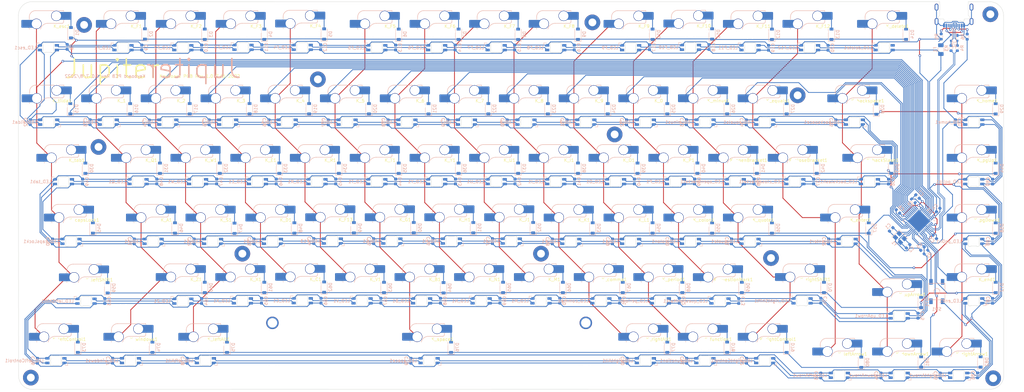
<source format=kicad_pcb>
(kicad_pcb (version 20211014) (generator pcbnew)
  (layers (0 "F.Cu" signal) (31 "B.Cu" signal) (34 "B.Paste" user) (35 "F.Paste" user) (36 "B.SilkS" user "B.Silkscreen") (37 "F.SilkS" user "F.Silkscreen") (38 "B.Mask" user) (39 "F.Mask" user) (44 "Edge.Cuts" user))
  (net 0 "")
  (net 1 "GND")
  (net 2 "Net-(C3-Pad1)")
  (net 3 "+5V")
  (net 4 "ROW0")
  (net 5 "Net-(D1-Pad2)")
  (net 6 "Net-(D2-Pad2)")
  (net 7 "Net-(D3-Pad2)")
  (net 8 "Net-(D4-Pad2)")
  (net 9 "Net-(D5-Pad2)")
  (net 10 "Net-(D6-Pad2)")
  (net 11 "Net-(D7-Pad2)")
  (net 12 "Net-(D8-Pad2)")
  (net 13 "Net-(D9-Pad2)")
  (net 14 "Net-(D10-Pad2)")
  (net 15 "Net-(D11-Pad2)")
  (net 16 "Net-(D12-Pad2)")
  (net 17 "Net-(D13-Pad2)")
  (net 18 "Net-(D14-Pad2)")
  (net 19 "ROW1")
  (net 20 "Net-(D15-Pad2)")
  (net 21 "Net-(D16-Pad2)")
  (net 22 "Net-(D17-Pad2)")
  (net 23 "Net-(D18-Pad2)")
  (net 24 "Net-(D19-Pad2)")
  (net 25 "Net-(D20-Pad2)")
  (net 26 "Net-(D21-Pad2)")
  (net 27 "Net-(D22-Pad2)")
  (net 28 "Net-(D23-Pad2)")
  (net 29 "Net-(D24-Pad2)")
  (net 30 "Net-(D25-Pad2)")
  (net 31 "Net-(D26-Pad2)")
  (net 32 "Net-(D27-Pad2)")
  (net 33 "Net-(D28-Pad2)")
  (net 34 "Net-(D29-Pad2)")
  (net 35 "ROW2")
  (net 36 "Net-(D30-Pad2)")
  (net 37 "Net-(D31-Pad2)")
  (net 38 "Net-(D32-Pad2)")
  (net 39 "Net-(D33-Pad2)")
  (net 40 "Net-(D34-Pad2)")
  (net 41 "Net-(D35-Pad2)")
  (net 42 "Net-(D36-Pad2)")
  (net 43 "Net-(D37-Pad2)")
  (net 44 "Net-(D38-Pad2)")
  (net 45 "Net-(D39-Pad2)")
  (net 46 "Net-(D40-Pad2)")
  (net 47 "Net-(D41-Pad2)")
  (net 48 "Net-(D42-Pad2)")
  (net 49 "Net-(D43-Pad2)")
  (net 50 "Net-(D44-Pad2)")
  (net 51 "ROW3")
  (net 52 "Net-(D45-Pad2)")
  (net 53 "Net-(D46-Pad2)")
  (net 54 "Net-(D47-Pad2)")
  (net 55 "Net-(D48-Pad2)")
  (net 56 "Net-(D49-Pad2)")
  (net 57 "Net-(D50-Pad2)")
  (net 58 "Net-(D51-Pad2)")
  (net 59 "Net-(D52-Pad2)")
  (net 60 "Net-(D53-Pad2)")
  (net 61 "Net-(D54-Pad2)")
  (net 62 "Net-(D55-Pad2)")
  (net 63 "Net-(D56-Pad2)")
  (net 64 "Net-(D57-Pad2)")
  (net 65 "Net-(D58-Pad2)")
  (net 66 "ROW4")
  (net 67 "Net-(D59-Pad2)")
  (net 68 "Net-(D60-Pad2)")
  (net 69 "Net-(D61-Pad2)")
  (net 70 "Net-(D62-Pad2)")
  (net 71 "Net-(D63-Pad2)")
  (net 72 "Net-(D64-Pad2)")
  (net 73 "Net-(D65-Pad2)")
  (net 74 "Net-(D66-Pad2)")
  (net 75 "Net-(D67-Pad2)")
  (net 76 "Net-(D68-Pad2)")
  (net 77 "Net-(D69-Pad2)")
  (net 78 "Net-(D70-Pad2)")
  (net 79 "Net-(D71-Pad2)")
  (net 80 "Net-(D72-Pad2)")
  (net 81 "ROW5")
  (net 82 "Net-(D73-Pad2)")
  (net 83 "Net-(D74-Pad2)")
  (net 84 "Net-(D75-Pad2)")
  (net 85 "Net-(D76-Pad2)")
  (net 86 "Net-(D77-Pad2)")
  (net 87 "Net-(D78-Pad2)")
  (net 88 "Net-(D79-Pad2)")
  (net 89 "Net-(D80-Pad2)")
  (net 90 "Net-(D81-Pad2)")
  (net 91 "Net-(D82-Pad2)")
  (net 92 "D-")
  (net 93 "D+")
  (net 94 "COL10")
  (net 95 "COL1")
  (net 96 "COL2")
  (net 97 "COL3")
  (net 98 "COL4")
  (net 99 "COL5")
  (net 100 "COL6")
  (net 101 "COL7")
  (net 102 "COL8")
  (net 103 "COL9")
  (net 104 "COL13")
  (net 105 "COL0")
  (net 106 "COL12")
  (net 107 "COL14")
  (net 108 "COL11")
  (net 109 "Net-(LED_0-Pad2)")
  (net 110 "Net-(LED_0-Pad3)")
  (net 111 "Net-(LED_1-Pad3)")
  (net 112 "Net-(LED_1-Pad2)")
  (net 113 "Net-(LED_A1-Pad3)")
  (net 114 "Net-(LED_B1-Pad2)")
  (net 115 "Net-(LED_backslash1-Pad2)")
  (net 116 "Net-(LED_C1-Pad2)")
  (net 117 "Net-(LED_A1-Pad2)")
  (net 118 "Net-(LED_B1-Pad3)")
  (net 119 "Net-(LED_backslash1-Pad3)")
  (net 120 "Net-(LED_C1-Pad3)")
  (net 121 "Net-(LED_M1-Pad2)")
  (net 122 "Net-(LED_D1-Pad3)")
  (net 123 "Net-(LED_M1-Pad3)")
  (net 124 "Net-(LED_downArrow1-Pad3)")
  (net 125 "Net-(LED_E1-Pad2)")
  (net 126 "Net-(LED_D1-Pad2)")
  (net 127 "Net-(LED_downArrow1-Pad2)")
  (net 128 "Net-(LED_E1-Pad3)")
  (net 129 "RGBLED")
  (net 130 "Net-(LED_F1-Pad2)")
  (net 131 "Net-(LED_enter1-Pad2)")
  (net 132 "Net-(LED_F1-Pad3)")
  (net 133 "Net-(LED_F10-Pad2)")
  (net 134 "Net-(LED_function1-Pad3)")
  (net 135 "Net-(LED_F10-Pad3)")
  (net 136 "Net-(LED_I1-Pad2)")
  (net 137 "Net-(LED_function1-Pad2)")
  (net 138 "Net-(LED_leftAlt1-Pad3)")
  (net 139 "Net-(LED_I1-Pad3)")
  (net 140 "Net-(LED_leftAlt1-Pad2)")
  (net 141 "Net-(LED_leftControl1-Pad2)")
  (net 142 "Net-(LED_Q1-Pad2)")
  (net 143 "Net-(LED_Q1-Pad3)")
  (net 144 "Net-(R1-Pad2)")
  (net 145 "Net-(R2-Pad1)")
  (net 148 "Net-(C2-Pad1)")
  (net 149 "Net-(C1-Pad1)")
  (net 150 "Net-(LED_leftControl1-Pad3)")
  (net 152 "VBUS")
  (net 153 "Net-(J1-PadA5)")
  (net 154 "Net-(J1-PadA7)")
  (net 156 "Net-(J1-PadB5)")
  (net 158 "Net-(LED_2-Pad3)")
  (net 159 "Net-(LED_3-Pad3)")
  (net 160 "Net-(LED_4-Pad3)")
  (net 161 "Net-(LED_5-Pad3)")
  (net 162 "Net-(LED_6-Pad3)")
  (net 163 "Net-(LED_7-Pad3)")
  (net 164 "Net-(LED_8-Pad3)")
  (net 165 "Net-(LED_backspace1-Pad2)")
  (net 166 "Net-(LED_capsLock1-Pad2)")
  (net 167 "Net-(LED_closeBracket1-Pad3)")
  (net 168 "Net-(LED_L1-Pad3)")
  (net 169 "Net-(LED_colon1-Pad3)")
  (net 170 "Net-(LED_comma1-Pad2)")
  (net 172 "Net-(LED_F12-Pad2)")
  (net 173 "Net-(LED_equals1-Pad2)")
  (net 174 "Net-(LED_esc1-Pad3)")
  (net 175 "Net-(LED_F2-Pad2)")
  (net 176 "Net-(LED_F3-Pad2)")
  (net 177 "Net-(LED_F4-Pad2)")
  (net 178 "Net-(LED_F5-Pad2)")
  (net 179 "Net-(LED_F6-Pad2)")
  (net 180 "Net-(LED_F7-Pad2)")
  (net 181 "Net-(LED_F8-Pad2)")
  (net 182 "Net-(LED_F11-Pad2)")
  (net 183 "Net-(LED_F13-Pad3)")
  (net 184 "Net-(LED_G1-Pad3)")
  (net 185 "Net-(LED_H1-Pad3)")
  (net 186 "Net-(LED_home1-Pad2)")
  (net 187 "Net-(LED_J1-Pad3)")
  (net 188 "Net-(LED_K1-Pad3)")
  (net 189 "Net-(LED_leftArrow1-Pad2)")
  (net 190 "Net-(LED_Z1-Pad3)")
  (net 191 "Net-(LED_O1-Pad2)")
  (net 192 "Net-(LED_P1-Pad2)")
  (net 193 "Net-(LED_period1-Pad2)")
  (net 194 "Net-(LED_questionMark1-Pad2)")
  (net 195 "Net-(LED_R1-Pad2)")
  (net 196 "Net-(LED_rightAlt1-Pad2)")
  (net 197 "Net-(LED_rightShift1-Pad2)")
  (net 198 "Net-(LED_T1-Pad2)")
  (net 199 "Net-(LED_U1-Pad3)")
  (net 200 "Net-(LED_X1-Pad3)")
  (net 202 "Net-(LED_end1-Pad2)")
  (net 203 "Net-(LED_end1-Pad3)")
  (net 204 "Net-(LED_enter1-Pad3)")
  (net 205 "Net-(LED_pgDn1-Pad3)")
  (net 206 "Net-(J1-PadA6)")
  (footprint "marbastlib-mx:STAB_MX_2.25u" (layer "F.Cu") (at 77.7 158.2)
    (fp_text reference "REF**" hide)
    (fp_text value "STAB_MX_2.25u")
  )
  (footprint "MountingHole:MountingHole_2.5mm_Pad" (layer "F.Cu") (at 304.8 97.5)
    (fp_text reference "")
    (fp_text value "MountingHole_2.5mm_Pad")
  )
  (footprint "MountingHole:MountingHole_2.5mm_Pad" (layer "F.Cu") (at 366.3 71.6)
    (fp_text reference "")
    (fp_text value "MountingHole_2.5mm_Pad")
  )
  (footprint "MountingHole:MountingHole_2.5mm_Pad" (layer "F.Cu") (at 367.2 187.9)
    (fp_text reference "")
    (fp_text value "MountingHole_2.5mm_Pad")
  )
  (footprint "marbastlib-mx:STAB_MX_P_6.25u" (layer "F.Cu") (at 187.2 177.2)
    (fp_text reference "REF**" hide)
    (fp_text value "STAB_MX_P_6.25u")
  )
  (footprint "MountingHole:MountingHole_2.5mm_Pad" (layer "F.Cu") (at 246.4 110)
    (fp_text reference "")
    (fp_text value "MountingHole_2.5mm_Pad")
  )
  (footprint "marbastlib-mx:STAB_MX_2.25u" (layer "F.Cu") (at 320.6 139.1)
    (fp_text reference "REF**" hide)
    (fp_text value "STAB_MX_2.25u")
  )
  (footprint "marbastlib-mx:STAB_MX_2u" (layer "F.Cu") (at 322.9 101)
    (fp_text reference "REF**" hide)
    (fp_text value "STAB_MX_2u")
  )
  (footprint "MountingHole:MountingHole_2.5mm_Pad" (layer "F.Cu") (at 222.9 148.1)
    (fp_text reference "")
    (fp_text value "MountingHole_2.5mm_Pad")
  )
  (footprint "MountingHole:MountingHole_2.5mm_Pad" (layer "F.Cu") (at 151.7 92.4)
    (fp_text reference "")
    (fp_text value "MountingHole_2.5mm_Pad")
  )
  (footprint "MountingHole:MountingHole_2.5mm_Pad" (layer "F.Cu") (at 127.6 148.1)
    (fp_text reference "")
    (fp_text value "MountingHole_2.5mm_Pad")
  )
  (footprint "MountingHole:MountingHole_2.5mm_Pad" (layer "F.Cu") (at 77.1 75)
    (fp_text reference "")
    (fp_text value "MountingHole_2.5mm_Pad")
  )
  (footprint "MountingHole:MountingHole_2.5mm_Pad" (layer "F.Cu") (at 81.7 114)
    (fp_text reference "")
    (fp_text value "MountingHole_2.5mm_Pad")
  )
  (footprint "MountingHole:MountingHole_2.5mm_Pad" (layer "F.Cu") (at 239.3 74.2)
    (fp_text reference "")
    (fp_text value "MountingHole_2.5mm_Pad")
  )
  (footprint "MountingHole:MountingHole_2.5mm_Pad" (layer "F.Cu") (at 296.3 149.5)
    (fp_text reference "")
    (fp_text value "MountingHole_2.5mm_Pad")
  )
  (footprint "MountingHole:MountingHole_2.5mm_Pad" (layer "F.Cu") (at 60.1 187.7)
    (fp_text reference "")
    (fp_text value "MountingHole_2.5mm_Pad")
  )
  (footprint "marbastlib-mx:SW_MX_HS_1u" (layer "B.Cu") (at 170.5 120 180)
    (fp_text reference "K_T1")
    (fp_text value "MX-NoLED" hide)
  )
  (footprint "marbastlib-mx:LED_MX_6028R-FLIPPED" (layer "B.Cu") (at 151.4 125.08 180)
    (fp_text reference "LED_R1")
    (fp_text value "SK6812MINI-E" hide)
    (fp_line (start -1.699999 0.702841) (end -1.699999 -0.702843) (layer "Edge.Cuts") (width 0.1))
    (fp_line (start -0.794452 -1.5) (end 0.794453 -1.5) (layer "Edge.Cuts") (width 0.1))
    (fp_line (start 0.794452 1.499999) (end -0.794452 1.499999) (layer "Edge.Cuts") (width 0.1))
    (fp_line (start 1.699999 -0.702843) (end 1.699999 0.702841) (layer "Edge.Cuts") (width 0.1))
    (fp_arc (start 1.046711 -1.568299) (mid 1.638071 -1.504036) (end 1.749484 -0.919721) (layer "Edge.Cuts") (width 0.1))
    (fp_arc (start -0.794453 -1.500001) (mid -0.925123 -1.517378) (end -1.046711 -1.5683) (layer "Edge.Cuts") (width 0.1))
    (fp_arc (start 0.794452 1.499999) (mid 0.925123 1.517376) (end 1.046711 1.568298) (layer "Edge.Cuts") (width 0.1))
    (fp_arc (start -1.699999 0.702842) (mid -1.712527 0.814067) (end -1.749484 0.919719) (layer "Edge.Cuts") (width 0.1))
    (fp_arc (start 1.699999 -0.702844) (mid 1.712536 -0.814067) (end 1.749484 -0.919721) (layer "Edge.Cuts") (width 0.1))
    (fp_arc (start -1.04671 1.568298) (mid -0.925122 1.517376) (end -0.794452 1.499999) (layer "Edge.Cuts") (width 0.1))
    (fp_arc (start 1.046711 -1.568299) (mid 0.925123 -1.517377) (end 0.794453 -1.5) (layer "Edge.Cuts") (width 0.1))
    (fp_arc (start -1.749484 -0.919721) (mid -1.638071 -1.504036) (end -1.046711 -1.5683) (layer "Edge.Cuts") (width 0.1))
    (fp_arc (start -1.749484 -0.919721) (mid -1.712527 -0.814069) (end -1.699999 -0.702843) (layer "Edge.Cuts") (width 0.1))
    (fp_arc (start 1.749484 0.919718) (mid 1.638073 1.504037) (end 1.046711 1.568298) (layer "Edge.Cuts") (width 0.1))
    (fp_arc (start 1.749484 0.919719) (mid 1.71254 0.814066) (end 1.699999 0.702841) (layer "Edge.Cuts") (width 0.1))
    (fp_arc (start -1.046711 1.568296) (mid -1.63807 1.504033) (end -1.749484 0.919719) (layer "Edge.Cuts") (width 0.1))
  )
  (footprint "Diode_SMD:D_SOD-123" (layer "B.Cu") (at 315.6 78 90)
    (fp_text reference "D13")
    (fp_text value "D_Small")
  )
  (footprint "Diode_SMD:D_SOD-123" (layer "B.Cu") (at 234.7 120.7875 90)
    (fp_text reference "D38")
    (fp_text value "D_Small")
  )
  (footprint "marbastlib-mx:SW_MX_HS_1u" (layer "B.Cu") (at 132.4 120 180)
    (fp_text reference "K_E1")
    (fp_text value "MX-NoLED" hide)
  )
  (footprint "marbastlib-mx:SW_MX_HS_1u" (layer "B.Cu") (at 361 120 180)
    (fp_text reference "K_pgUp1")
    (fp_text value "MX-NoLED" hide)
  )
  (footprint "Capacitor_SMD:C_0603_1608Metric" (layer "B.Cu") (at 193.2 106.125 -90)
    (fp_text reference "C29")
    (fp_text value "0.1uF")
  )
  (footprint "marbastlib-mx:LED_MX_6028R" (layer "B.Cu") (at 289.6 144.18 180)
    (fp_text reference "LED_quote1")
    (fp_text value "SK6812MINI-E" hide)
    (fp_line (start 1.699999 -0.702841) (end 1.699999 0.702843) (layer "Edge.Cuts") (width 0.1))
    (fp_line (start 0.794452 1.5) (end -0.794453 1.5) (layer "Edge.Cuts") (width 0.1))
    (fp_line (start -1.699999 0.702843) (end -1.699999 -0.702841) (layer "Edge.Cuts") (width 0.1))
    (fp_line (start -0.794452 -1.499999) (end 0.794452 -1.499999) (layer "Edge.Cuts") (width 0.1))
    (fp_arc (start 1.749484 0.919721) (mid 1.638072 1.504036) (end 1.046711 1.5683) (layer "Edge.Cuts") (width 0.1))
    (fp_arc (start -0.794452 -1.499999) (mid -0.925123 -1.517376) (end -1.046711 -1.568298) (layer "Edge.Cuts") (width 0.1))
    (fp_arc (start -1.046711 1.568299) (mid -1.638071 1.504035) (end -1.749484 0.919721) (layer "Edge.Cuts") (width 0.1))
    (fp_arc (start -1.749484 -0.919718) (mid -1.638072 -1.504034) (end -1.046711 -1.568298) (layer "Edge.Cuts") (width 0.1))
    (fp_arc (start 0.794453 1.500001) (mid 0.925123 1.517378) (end 1.046711 1.5683) (layer "Edge.Cuts") (width 0.1))
    (fp_arc (start 1.04671 -1.568298) (mid 0.925122 -1.517376) (end 0.794452 -1.499999) (layer "Edge.Cuts") (width 0.1))
    (fp_arc (start 1.699999 -0.702842) (mid 1.712536 -0.814065) (end 1.749484 -0.919719) (layer "Edge.Cuts") (width 0.1))
    (fp_arc (start -1.699999 0.702844) (mid -1.712527 0.814069) (end -1.749484 0.919721) (layer "Edge.Cuts") (width 0.1))
    (fp_arc (start 1.749484 0.919721) (mid 1.712539 0.814068) (end 1.699999 0.702843) (layer "Edge.Cuts") (width 0.1))
    (fp_arc (start -1.046711 1.568299) (mid -0.925123 1.517377) (end -0.794453 1.5) (layer "Edge.Cuts") (width 0.1))
    (fp_arc (start -1.749484 -0.919719) (mid -1.712527 -0.814067) (end -1.699999 -0.702841) (layer "Edge.Cuts") (width 0.1))
    (fp_arc (start 1.046711 -1.568296) (mid 1.638069 -1.504034) (end 1.749484 -0.919719) (layer "Edge.Cuts") (width 0.1))
  )
  (footprint "Diode_SMD:D_SOD-123" (layer "B.Cu") (at 301.3 101.7875 90)
    (fp_text reference "D27")
    (fp_text value "D_Small")
  )
  (footprint "Diode_SMD:D_SOD-123" (layer "B.Cu") (at 220.4 139.7875 90)
    (fp_text reference "D52")
    (fp_text value "D_Small")
  )
  (footprint "Diode_SMD:D_SOD-123" (layer "B.Cu") (at 258.5 78 90)
    (fp_text reference "D10")
    (fp_text value "D_Small")
  )
  (footprint "Capacitor_SMD:C_0603_1608Metric" (layer "B.Cu") (at 114.6 163.225 90)
    (fp_text reference "C64")
    (fp_text value "0.1uF")
  )
  (footprint "Diode_SMD:D_SOD-123" (layer "B.Cu") (at 115.6 78 90)
    (fp_text reference "D3")
    (fp_text value "D_Small")
  )
  (footprint "Diode_SMD:D_SOD-123" (layer "B.Cu") (at 282.3 177.9875 90)
    (fp_text reference "D78")
    (fp_text value "D_Small")
  )
  (footprint "Capacitor_SMD:C_0603_1608Metric" (layer "B.Cu") (at 136.1 106.125 -90)
    (fp_text reference "C26")
    (fp_text value "0.1uF")
  )
  (footprint "marbastlib-mx:SW_MX_HS_1u" (layer "B.Cu") (at 356.2 181.9 180)
    (fp_text reference "K_rightArrow1")
    (fp_text value "MX-NoLED" hide)
  )
  (footprint "marbastlib-mx:LED_MX_6028R" (layer "B.Cu") (at 161 106.08 180)
    (fp_text reference "LED_5")
    (fp_text value "SK6812MINI-E" hide)
    (fp_line (start 0.794452 1.5) (end -0.794453 1.5) (layer "Edge.Cuts") (width 0.1))
    (fp_line (start 1.699999 -0.702841) (end 1.699999 0.702843) (layer "Edge.Cuts") (width 0.1))
    (fp_line (start -0.794452 -1.499999) (end 0.794452 -1.499999) (layer "Edge.Cuts") (width 0.1))
    (fp_line (start -1.699999 0.702843) (end -1.699999 -0.702841) (layer "Edge.Cuts") (width 0.1))
    (fp_arc (start -1.046711 1.568299) (mid -1.638071 1.504035) (end -1.749484 0.919721) (layer "Edge.Cuts") (width 0.1))
    (fp_arc (start -1.699999 0.702844) (mid -1.712527 0.814069) (end -1.749484 0.919721) (layer "Edge.Cuts") (width 0.1))
    (fp_arc (start 1.046711 -1.568296) (mid 1.638069 -1.504034) (end 1.749484 -0.919719) (layer "Edge.Cuts") (width 0.1))
    (fp_arc (start -1.749484 -0.919718) (mid -1.638072 -1.504034) (end -1.046711 -1.568298) (layer "Edge.Cuts") (width 0.1))
    (fp_arc (start 1.699999 -0.702842) (mid 1.712536 -0.814065) (end 1.749484 -0.919719) (layer "Edge.Cuts") (width 0.1))
    (fp_arc (start 1.749484 0.919721) (mid 1.712539 0.814068) (end 1.699999 0.702843) (layer "Edge.Cuts") (width 0.1))
    (fp_arc (start 0.794453 1.500001) (mid 0.925123 1.517378) (end 1.046711 1.5683) (layer "Edge.Cuts") (width 0.1))
    (fp_arc (start -1.046711 1.568299) (mid -0.925123 1.517377) (end -0.794453 1.5) (layer "Edge.Cuts") (width 0.1))
    (fp_arc (start -1.749484 -0.919719) (mid -1.712527 -0.814067) (end -1.699999 -0.702841) (layer "Edge.Cuts") (width 0.1))
    (fp_arc (start 1.04671 -1.568298) (mid 0.925122 -1.517376) (end 0.794452 -1.499999) (layer "Edge.Cuts") (width 0.1))
    (fp_arc (start 1.749484 0.919721) (mid 1.638072 1.504036) (end 1.046711 1.5683) (layer "Edge.Cuts") (width 0.1))
    (fp_arc (start -0.794452 -1.499999) (mid -0.925123 -1.517376) (end -1.046711 -1.568298) (layer "Edge.Cuts") (width 0.1))
  )
  (footprint "Capacitor_SMD:C_0603_1608Metric" (layer "B.Cu") (at 344.631992 146.478008 -135)
    (fp_text reference "C5")
    (fp_text value "0.1uF")
  )
  (footprint "marbastlib-mx:LED_MX_6028R-FLIPPED" (layer "B.Cu") (at 77.7 163.28 180)
    (fp_text reference "LED_leftShift1")
    (fp_text value "SK6812MINI-E" hide)
    (fp_line (start -1.699999 0.702841) (end -1.699999 -0.702843) (layer "Edge.Cuts") (width 0.1))
    (fp_line (start 0.794452 1.499999) (end -0.794452 1.499999) (layer "Edge.Cuts") (width 0.1))
    (fp_line (start -0.794452 -1.5) (end 0.794453 -1.5) (layer "Edge.Cuts") (width 0.1))
    (fp_line (start 1.699999 -0.702843) (end 1.699999 0.702841) (layer "Edge.Cuts") (width 0.1))
    (fp_arc (start 1.046711 -1.568299) (mid 1.638071 -1.504036) (end 1.749484 -0.919721) (layer "Edge.Cuts") (width 0.1))
    (fp_arc (start -0.794453 -1.500001) (mid -0.925123 -1.517378) (end -1.046711 -1.5683) (layer "Edge.Cuts") (width 0.1))
    (fp_arc (start -1.749484 -0.919721) (mid -1.712527 -0.814069) (end -1.699999 -0.702843) (layer "Edge.Cuts") (width 0.1))
    (fp_arc (start -1.749484 -0.919721) (mid -1.638071 -1.504036) (end -1.046711 -1.5683) (layer "Edge.Cuts") (width 0.1))
    (fp_arc (start 1.699999 -0.702844) (mid 1.712536 -0.814067) (end 1.749484 -0.919721) (layer "Edge.Cuts") (width 0.1))
    (fp_arc (start -1.699999 0.702842) (mid -1.712527 0.814067) (end -1.749484 0.919719) (layer "Edge.Cuts") (width 0.1))
    (fp_arc (start 1.046711 -1.568299) (mid 0.925123 -1.517377) (end 0.794453 -1.5) (layer "Edge.Cuts") (width 0.1))
    (fp_arc (start 1.749484 0.919718) (mid 1.638073 1.504037) (end 1.046711 1.568298) (layer "Edge.Cuts") (width 0.1))
    (fp_arc (start 1.749484 0.919719) (mid 1.71254 0.814066) (end 1.699999 0.702841) (layer "Edge.Cuts") (width 0.1))
    (fp_arc (start 0.794452 1.499999) (mid 0.925123 1.517376) (end 1.046711 1.568298) (layer "Edge.Cuts") (width 0.1))
    (fp_arc (start -1.046711 1.568296) (mid -1.63807 1.504033) (end -1.749484 0.919719) (layer "Edge.Cuts") (width 0.1))
    (fp_arc (start -1.04671 1.568298) (mid -0.925122 1.517376) (end -0.794452 1.499999) (layer "Edge.Cuts") (width 0.1))
  )
  (footprint "Diode_SMD:D_SOD-123" (layer "B.Cu") (at 225.1 101.8 90)
    (fp_text reference "D23")
    (fp_text value "D_Small")
  )
  (footprint "Capacitor_SMD:C_0603_1608Metric" (layer "B.Cu") (at 71.7 82.025 90)
    (fp_text reference "C8")
    (fp_text value "0.1uF")
  )
  (footprint "Capacitor_SMD:C_0603_1608Metric" (layer "B.Cu") (at 209.8 163.125 90)
    (fp_text reference "C69")
    (fp_text value "0.1uF")
  )
  (footprint "Diode_SMD:D_SOD-123" (layer "B.Cu") (at 75.1 177.9875 90)
    (fp_text reference "D73")
    (fp_text value "D_Small")
  )
  (footprint "marbastlib-mx:SW_MX_HS_1u" (layer "B.Cu") (at 184.8 158.1 180)
    (fp_text reference "K_B1")
    (fp_text value "MX-NoLED" hide)
  )
  (footprint "Capacitor_SMD:C_0603_1608Metric" (layer "B.Cu") (at 245.7 144.175 -90)
    (fp_text reference "C59")
    (fp_text value "0.1uF")
  )
  (footprint "Capacitor_SMD:C_0603_1608Metric" (layer "B.Cu") (at 76.6 125.025 90)
    (fp_text reference "C49")
    (fp_text value "0.1uF")
  )
  (footprint "marbastlib-mx:LED_MX_6028R-FLIPPED" (layer "B.Cu") (at 170.5 82.28 180)
    (fp_text reference "LED_F5")
    (fp_text value "SK6812MINI-E" hide)
    (fp_line (start 1.699999 -0.702843) (end 1.699999 0.702841) (layer "Edge.Cuts") (width 0.1))
    (fp_line (start 0.794452 1.499999) (end -0.794452 1.499999) (layer "Edge.Cuts") (width 0.1))
    (fp_line (start -0.794452 -1.5) (end 0.794453 -1.5) (layer "Edge.Cuts") (width 0.1))
    (fp_line (start -1.699999 0.702841) (end -1.699999 -0.702843) (layer "Edge.Cuts") (width 0.1))
    (fp_arc (start 1.699999 -0.702844) (mid 1.712536 -0.814067) (end 1.749484 -0.919721) (layer "Edge.Cuts") (width 0.1))
    (fp_arc (start -1.699999 0.702842) (mid -1.712527 0.814067) (end -1.749484 0.919719) (layer "Edge.Cuts") (width 0.1))
    (fp_arc (start -1.749484 -0.919721) (mid -1.712527 -0.814069) (end -1.699999 -0.702843) (layer "Edge.Cuts") (width 0.1))
    (fp_arc (start -1.04671 1.568298) (mid -0.925122 1.517376) (end -0.794452 1.499999) (layer "Edge.Cuts") (width 0.1))
    (fp_arc (start -1.046711 1.568296) (mid -1.63807 1.504033) (end -1.749484 0.919719) (layer "Edge.Cuts") (width 0.1))
    (fp_arc (start 1.749484 0.919719) (mid 1.71254 0.814066) (end 1.699999 0.702841) (layer "Edge.Cuts") (width 0.1))
    (fp_arc (start 0.794452 1.499999) (mid 0.925123 1.517376) (end 1.046711 1.568298) (layer "Edge.Cuts") (width 0.1))
    (fp_arc (start -0.794453 -1.500001) (mid -0.925123 -1.517378) (end -1.046711 -1.5683) (layer "Edge.Cuts") (width 0.1))
    (fp_arc (start 1.046711 -1.568299) (mid 1.638071 -1.504036) (end 1.749484 -0.919721) (layer "Edge.Cuts") (width 0.1))
    (fp_arc (start -1.749484 -0.919721) (mid -1.638071 -1.504036) (end -1.046711 -1.5683) (layer "Edge.Cuts") (width 0.1))
    (fp_arc (start 1.749484 0.919718) (mid 1.638073 1.504037) (end 1.046711 1.568298) (layer "Edge.Cuts") (width 0.1))
    (fp_arc (start 1.046711 -1.568299) (mid 0.925123 -1.517377) (end 0.794453 -1.5) (layer "Edge.Cuts") (width 0.1))
  )
  (footprint "Capacitor_SMD:C_0603_1608Metric" (layer "B.Cu") (at 252.7 125.025 90)
    (fp_text reference "C40")
    (fp_text value "0.1uF")
  )
  (footprint "Diode_SMD:D_SOD-123" (layer "B.Cu") (at 313.2 158.8875 90)
    (fp_text reference "D70")
    (fp_text value "D_Small")
  )
  (footprint "Diode_SMD:D_SOD-123" (layer "B.Cu") (at 334.7 120.7875 90)
    (fp_text reference "D43")
    (fp_text value "D_Small")
  )
  (footprint "Capacitor_SMD:C_0603_1608Metric" (layer "B.Cu") (at 286 163.225 90)
    (fp_text reference "C73")
    (fp_text value "0.1uF")
  )
  (footprint "Diode_SMD:D_SOD-123" (layer "B.Cu") (at 134.6 158.8875 90)
    (fp_text reference "D61")
    (fp_text value "D_Small")
  )
  (footprint "Resistor_SMD:R_0603_1608Metric" (layer "B.Cu") (at 341.716637 131.216637 135)
    (fp_text reference "R2")
    (fp_text value "1k")
  )
  (footprint "Capacitor_SMD:C_0603_1608Metric" (layer "B.Cu") (at 152.7 163.125 90)
    (fp_text reference "C66")
    (fp_text value "0.1uF")
  )
  (footprint "Diode_SMD:D_SOD-123" (layer "B.Cu") (at 344.2 182.7 90)
    (fp_text reference "D81")
    (fp_text value "D_Small")
  )
  (footprint "Capacitor_SMD:C_0603_1608Metric" (layer "B.Cu") (at 355.1 106.075 90)
    (fp_text reference "C21")
    (fp_text value "0.1uF")
  )
  (footprint "Diode_SMD:D_SOD-123" (layer "B.Cu") (at 98.9 178 90)
    (fp_text reference "D74")
    (fp_text value "D_Small")
  )
  (footprint "Capacitor_SMD:C_0603_1608Metric" (layer "B.Cu") (at 181.4 182.325 -90)
    (fp_text reference "C79")
    (fp_text value "0.1uF")
  )
  (footprint "Capacitor_SMD:C_0603_1608Metric" (layer "B.Cu") (at 171.8 163.125 90)
    (fp_text reference "C67")
    (fp_text value "0.1uF")
  )
  (footprint "marbastlib-mx:SW_MX_HS_1u" (layer "B.Cu") (at 175.3 139 180)
    (fp_text reference "K_G1")
    (fp_text value "MX-NoLED" hide)
  )
  (footprint "Capacitor_SMD:C_0603_1608Metric" (layer "B.Cu") (at 231.2 106.125 -90)
    (fp_text reference "C31")
    (fp_text value "0.1uF")
  )
  (footprint "marbastlib-mx:LED_MX_6028R" (layer "B.Cu") (at 65.8 106.08 180)
    (fp_text reference "LED_tilda1")
    (fp_text value "SK6812MINI-E" hide)
    (fp_line (start 1.699999 -0.702841) (end 1.699999 0.702843) (layer "Edge.Cuts") (width 0.1))
    (fp_line (start -1.699999 0.702843) (end -1.699999 -0.702841) (layer "Edge.Cuts") (width 0.1))
    (fp_line (start -0.794452 -1.499999) (end 0.794452 -1.499999) (layer "Edge.Cuts") (width 0.1))
    (fp_line (start 0.794452 1.5) (end -0.794453 1.5) (layer "Edge.Cuts") (width 0.1))
    (fp_arc (start 1.046711 -1.568296) (mid 1.638069 -1.504034) (end 1.749484 -0.919719) (layer "Edge.Cuts") (width 0.1))
    (fp_arc (start -1.699999 0.702844) (mid -1.712527 0.814069) (end -1.749484 0.919721) (layer "Edge.Cuts") (width 0.1))
    (fp_arc (start 1.699999 -0.702842) (mid 1.712536 -0.814065) (end 1.749484 -0.919719) (layer "Edge.Cuts") (width 0.1))
    (fp_arc (start 1.749484 0.919721) (mid 1.712539 0.814068) (end 1.699999 0.702843) (layer "Edge.Cuts") (width 0.1))
    (fp_arc (start -1.046711 1.568299) (mid -0.925123 1.517377) (end -0.794453 1.5) (layer "Edge.Cuts") (width 0.1))
    (fp_arc (start -1.749484 -0.919718) (mid -1.638072 -1.504034) (end -1.046711 -1.568298) (layer "Edge.Cuts") (width 0.1))
    (fp_arc (start 1.749484 0.919721) (mid 1.638072 1.504036) (end 1.046711 1.5683) (layer "Edge.Cuts") (width 0.1))
    (fp_arc (start -0.794452 -1.499999) (mid -0.925123 -1.517376) (end -1.046711 -1.568298) (layer "Edge.Cuts") (width 0.1))
    (fp_arc (start -1.749484 -0.919719) (mid -1.712527 -0.814067) (end -1.699999 -0.702841) (layer "Edge.Cuts") (width 0.1))
    (fp_arc (start 0.794453 1.500001) (mid 0.925123 1.517378) (end 1.046711 1.5683) (layer "Edge.Cuts") (width 0.1))
    (fp_arc (start 1.04671 -1.568298) (mid 0.925122 -1.517376) (end 0.794452 -1.499999) (layer "Edge.Cuts") (width 0.1))
    (fp_arc (start -1.046711 1.568299) (mid -1.638071 1.504035) (end -1.749484 0.919721) (layer "Edge.Cuts") (width 0.1))
  )
  (footprint "Capacitor_SMD:C_0603_1608Metric" (layer "B.Cu") (at 264.7 144.175 -90)
    (fp_text reference "C60")
    (fp_text value "0.1uF")
  )
  (footprint "Diode_SMD:D_SOD-123" (layer "B.Cu") (at 325.1 182.7875 90)
    (fp_text reference "D80")
    (fp_text value "D_Small")
  )
  (footprint "marbastlib-mx:SW_MX_HS_1u" (layer "B.Cu") (at 227.6 120 180)
    (fp_text reference "K_I1")
    (fp_text value "MX-NoLED" hide)
  )
  (footprint "Diode_SMD:D_SOD-123" (layer "B.Cu") (at 368 120.7875 90)
    (fp_text reference "D44")
    (fp_text value "D_Small")
  )
  (footprint "Capacitor_SMD:C_0603_1608Metric" (layer "B.Cu") (at 112.2 144.175 -90)
    (fp_text reference "C52")
    (fp_text value "0.1uF")
  )
  (footprint "marbastlib-mx:SW_MX_HS_1u" (layer "B.Cu") (at 165.8 158.1 180)
    (fp_text reference "K_V1")
    (fp_text value "MX-NoLED" hide)
  )
  (footprint "Diode_SMD:D_SOD-123" (layer "B.Cu") (at 229.9 158.9 90)
    (fp_text reference "D66")
    (fp_text value "D_Small")
  )
  (footprint "Capacitor_SMD:C_0603_1608Metric" (layer "B.Cu") (at 155 106.125 -90)
    (fp_text reference "C27")
    (fp_text value "0.1uF")
  )
  (footprint "Diode_SMD:D_SOD-123" (layer "B.Cu") (at 363.2 182.6875 90)
    (fp_text reference "D82")
    (fp_text value "D_Small")
  )
  (footprint "Diode_SMD:D_SOD-123" (layer "B.Cu") (at 115.6 158.8875 90)
    (fp_text reference "D60")
    (fp_text value "D_Small")
  )
  (footprint "marbastlib-mx:LED_MX_6028R" (layer "B.Cu") (at 213.4 144.08 180)
    (fp_text reference "LED_J1")
    (fp_text value "SK6812MINI-E" hide)
    (fp_line (start 1.699999 -0.702841) (end 1.699999 0.702843) (layer "Edge.Cuts") (width 0.1))
    (fp_line (start -0.794452 -1.499999) (end 0.794452 -1.499999) (layer "Edge.Cuts") (width 0.1))
    (fp_line (start -1.699999 0.702843) (end -1.699999 -0.702841) (layer "Edge.Cuts") (width 0.1))
    (fp_line (start 0.794452 1.5) (end -0.794453 1.5) (layer "Edge.Cuts") (width 0.1))
    (fp_arc (start 1.04671 -1.568298) (mid 0.925122 -1.517376) (end 0.794452 -1.499999) (layer "Edge.Cuts") (width 0.1))
    (fp_arc (start 1.749484 0.919721) (mid 1.638072 1.504036) (end 1.046711 1.5683) (layer "Edge.Cuts") (width 0.1))
    (fp_arc (start -1.749484 -0.919719) (mid -1.712527 -0.814067) (end -1.699999 -0.702841) (layer "Edge.Cuts") (width 0.1))
    (fp_arc (start 0.794453 1.500001) (mid 0.925123 1.517378) (end 1.046711 1.5683) (layer "Edge.Cuts") (width 0.1))
    (fp_arc (start -1.046711 1.568299) (mid -1.638071 1.504035) (end -1.749484 0.919721) (layer "Edge.Cuts") (width 0.1))
    (fp_arc (start -1.749484 -0.919718) (mid -1.638072 -1.504034) (end -1.046711 -1.568298) (layer "Edge.Cuts") (width 0.1))
    (fp_arc (start 1.699999 -0.702842) (mid 1.712536 -0.814065) (end 1.749484 -0.919719) (layer "Edge.Cuts") (width 0.1))
    (fp_arc (start -0.794452 -1.499999) (mid -0.925123 -1.517376) (end -1.046711 -1.568298) (layer "Edge.Cuts") (width 0.1))
    (fp_arc (start -1.699999 0.702844) (mid -1.712527 0.814069) (end -1.749484 0.919721) (layer "Edge.Cuts") (width 0.1))
    (fp_arc (start 1.749484 0.919721) (mid 1.712539 0.814068) (end 1.699999 0.702843) (layer "Edge.Cuts") (width 0.1))
    (fp_arc (start 1.046711 -1.568296) (mid 1.638069 -1.504034) (end 1.749484 -0.919719) (layer "Edge.Cuts") (width 0.1))
    (fp_arc (start -1.046711 1.568299) (mid -0.925123 1.517377) (end -0.794453 1.5) (layer "Edge.Cuts") (width 0.1))
  )
  (footprint "marbastlib-mx:LED_MX_6028R" (layer "B.Cu") (at 256.2 182.28 180)
    (fp_text reference "LED_rightAlt1")
    (fp_text value "SK6812MINI-E" hide)
    (fp_line (start 1.699999 -0.702841) (end 1.699999 0.702843) (layer "Edge.Cuts") (width 0.1))
    (fp_line (start -1.699999 0.702843) (end -1.699999 -0.702841) (layer "Edge.Cuts") (width 0.1))
    (fp_line (start 0.794452 1.5) (end -0.794453 1.5) (layer "Edge.Cuts") (width 0.1))
    (fp_line (start -0.794452 -1.499999) (end 0.794452 -1.499999) (layer "Edge.Cuts") (width 0.1))
    (fp_arc (start 0.794453 1.500001) (mid 0.925123 1.517378) (end 1.046711 1.5683) (layer "Edge.Cuts") (width 0.1))
    (fp_arc (start -1.749484 -0.919718) (mid -1.638072 -1.504034) (end -1.046711 -1.568298) (layer "Edge.Cuts") (width 0.1))
    (fp_arc (start -1.046711 1.568299) (mid -0.925123 1.517377) (end -0.794453 1.5) (layer "Edge.Cuts") (width 0.1))
    (fp_arc (start -1.046711 1.568299) (mid -1.638071 1.504035) (end -1.749484 0.919721) (layer "Edge.Cuts") (width 0.1))
    (fp_arc (start 1.749484 0.919721) (mid 1.712539 0.814068) (end 1.699999 0.702843) (layer "Edge.Cuts") (width 0.1))
    (fp_arc (start 1.749484 0.919721) (mid 1.638072 1.504036) (end 1.046711 1.5683) (layer "Edge.Cuts") (width 0.1))
    (fp_arc (start -1.699999 0.702844) (mid -1.712527 0.814069) (end -1.749484 0.919721) (layer "Edge.Cuts") (width 0.1))
    (fp_arc (start 1.699999 -0.702842) (mid 1.712536 -0.814065) (end 1.749484 -0.919719) (layer "Edge.Cuts") (width 0.1))
    (fp_arc (start 1.04671 -1.568298) (mid 0.925122 -1.517376) (end 0.794452 -1.499999) (layer "Edge.Cuts") (width 0.1))
    (fp_arc (start -0.794452 -1.499999) (mid -0.925123 -1.517376) (end -1.046711 -1.568298) (layer "Edge.Cuts") (width 0.1))
    (fp_arc (start -1.749484 -0.919719) (mid -1.712527 -0.814067) (end -1.699999 -0.702841) (layer "Edge.Cuts") (width 0.1))
    (fp_arc (start 1.046711 -1.568296) (mid 1.638069 -1.504034) (end 1.749484 -0.919719) (layer "Edge.Cuts") (width 0.1))
  )
  (footprint "marbastlib-mx:LED_MX_6028R" (layer "B.Cu") (at 137.2 144.18 180)
    (fp_text reference "LED_D1")
    (fp_text value "SK6812MINI-E" hide)
    (fp_line (start 1.699999 -0.702841) (end 1.699999 0.702843) (layer "Edge.Cuts") (width 0.1))
    (fp_line (start -0.794452 -1.499999) (end 0.794452 -1.499999) (layer "Edge.Cuts") (width 0.1))
    (fp_line (start -1.699999 0.702843) (end -1.699999 -0.702841) (layer "Edge.Cuts") (width 0.1))
    (fp_line (start 0.794452 1.5) (end -0.794453 1.5) (layer "Edge.Cuts") (width 0.1))
    (fp_arc (start -0.794452 -1.499999) (mid -0.925123 -1.517376) (end -1.046711 -1.568298) (layer "Edge.Cuts") (width 0.1))
    (fp_arc (start -1.749484 -0.919719) (mid -1.712527 -0.814067) (end -1.699999 -0.702841) (layer "Edge.Cuts") (width 0.1))
    (fp_arc (start 1.699999 -0.702842) (mid 1.712536 -0.814065) (end 1.749484 -0.919719) (layer "Edge.Cuts") (width 0.1))
    (fp_arc (start 1.04671 -1.568298) (mid 0.925122 -1.517376) (end 0.794452 -1.499999) (layer "Edge.Cuts") (width 0.1))
    (fp_arc (start -1.046711 1.568299) (mid -0.925123 1.517377) (end -0.794453 1.5) (layer "Edge.Cuts") (width 0.1))
    (fp_arc (start 1.046711 -1.568296) (mid 1.638069 -1.504034) (end 1.749484 -0.919719) (layer "Edge.Cuts") (width 0.1))
    (fp_arc (start -1.046711 1.568299) (mid -1.638071 1.504035) (end -1.749484 0.919721) (layer "Edge.Cuts") (width 0.1))
    (fp_arc (start 1.749484 0.919721) (mid 1.712539 0.814068) (end 1.699999 0.702843) (layer "Edge.Cuts") (width 0.1))
    (fp_arc (start 0.794453 1.500001) (mid 0.925123 1.517378) (end 1.046711 1.5683) (layer "Edge.Cuts") (width 0.1))
    (fp_arc (start -1.749484 -0.919718) (mid -1.638072 -1.504034) (end -1.046711 -1.568298) (layer "Edge.Cuts") (width 0.1))
    (fp_arc (start 1.749484 0.919721) (mid 1.638072 1.504036) (end 1.046711 1.5683) (layer "Edge.Cuts") (width 0.1))
    (fp_arc (start -1.699999 0.702844) (mid -1.712527 0.814069) (end -1.749484 0.919721) (layer "Edge.Cuts") (width 0.1))
  )
  (footprint "Capacitor_SMD:C_0603_1608Metric" (layer "B.Cu") (at 314.5 82.325 90)
    (fp_text reference "C20")
    (fp_text value "0.1uF")
  )
  (footprint "marbastlib-mx:LED_MX_6028R" (layer "B.Cu") (at 141.9 106.08 180)
    (fp_text reference "LED_4")
    (fp_text value "SK6812MINI-E" hide)
    (fp_line (start -0.794452 -1.499999) (end 0.794452 -1.499999) (layer "Edge.Cuts") (width 0.1))
    (fp_line (start 0.794452 1.5) (end -0.794453 1.5) (layer "Edge.Cuts") (width 0.1))
    (fp_line (start -1.699999 0.702843) (end -1.699999 -0.702841) (layer "Edge.Cuts") (width 0.1))
    (fp_line (start 1.699999 -0.702841) (end 1.699999 0.702843) (layer "Edge.Cuts") (width 0.1))
    (fp_arc (start 1.749484 0.919721) (mid 1.638072 1.504036) (end 1.046711 1.5683) (layer "Edge.Cuts") (width 0.1))
    (fp_arc (start -1.046711 1.568299) (mid -0.925123 1.517377) (end -0.794453 1.5) (layer "Edge.Cuts") (width 0.1))
    (fp_arc (start 1.046711 -1.568296) (mid 1.638069 -1.504034) (end 1.749484 -0.919719) (layer "Edge.Cuts") (width 0.1))
    (fp_arc (start 1.699999 -0.702842) (mid 1.712536 -0.814065) (end 1.749484 -0.919719) (layer "Edge.Cuts") (width 0.1))
    (fp_arc (start -1.699999 0.702844) (mid -1.712527 0.814069) (end -1.749484 0.919721) (layer "Edge.Cuts") (width 0.1))
    (fp_arc (start 0.794453 1.500001) (mid 0.925123 1.517378) (end 1.046711 1.5683) (layer "Edge.Cuts") (width 0.1))
    (fp_arc (start 1.04671 -1.568298) (mid 0.925122 -1.517376) (end 0.794452 -1.499999) (layer "Edge.Cuts") (width 0.1))
    (fp_arc (start -1.749484 -0.919719) (mid -1.712527 -0.814067) (end -1.699999 -0.702841) (layer "Edge.Cuts") (width 0.1))
    (fp_arc (start -1.046711 1.568299) (mid -1.638071 1.504035) (end -1.749484 0.919721) (layer "Edge.Cuts") (width 0.1))
    (fp_arc (start 1.749484 0.919721) (mid 1.712539 0.814068) (end 1.699999 0.702843) (layer "Edge.Cuts") (width 0.1))
    (fp_arc (start -0.794452 -1.499999) (mid -0.925123 -1.517376) (end -1.046711 -1.568298) (layer "Edge.Cuts") (width 0.1))
    (fp_arc (start -1.749484 -0.919718) (mid -1.638072 -1.504034) (end -1.046711 -1.568298) (layer "Edge.Cuts") (width 0.1))
  )
  (footprint "Capacitor_SMD:C_0603_1608Metric" (layer "B.Cu") (at 133.7 163.125 90)
    (fp_text reference "C65")
    (fp_text value "0.1uF")
  )
  (footprint "marbastlib-mx:SW_MX_HS_1u" (layer "B.Cu") (at 320.6 139.1 180)
    (fp_text reference "K_enter1")
    (fp_text value "MX-NoLED" hide)
  )
  (footprint "Capacitor_SMD:C_0603_1608Metric" (layer "B.Cu") (at 367 163.175 -90)
    (fp_text reference "C87")
    (fp_text value "0.1uF")
  )
  (footprint "Capacitor_SMD:C_0603_1608Metric" (layer "B.Cu") (at 312.2 163.125 90)
    (fp_text reference "C74")
    (fp_text value "0.1uF")
  )
  (footprint "Capacitor_SMD:C_0603_1608Metric" (layer "B.Cu") (at 138.4 125.025 90)
    (fp_text reference "C46")
    (fp_text value "0.1uF")
  )
  (footprint "marbastlib-mx:LED_MX_6028R" (layer "B.Cu") (at 180.1 106.08 180)
    (fp_text reference "LED_6")
    (fp_text value "SK6812MINI-E" hide)
    (fp_line (start 0.794452 1.5) (end -0.794453 1.5) (layer "Edge.Cuts") (width 0.1))
    (fp_line (start -1.699999 0.702843) (end -1.699999 -0.702841) (layer "Edge.Cuts") (width 0.1))
    (fp_line (start 1.699999 -0.702841) (end 1.699999 0.702843) (layer "Edge.Cuts") (width 0.1))
    (fp_line (start -0.794452 -1.499999) (end 0.794452 -1.499999) (layer "Edge.Cuts") (width 0.1))
    (fp_arc (start -1.046711 1.568299) (mid -0.925123 1.517377) (end -0.794453 1.5) (layer "Edge.Cuts") (width 0.1))
    (fp_arc (start 1.749484 0.919721) (mid 1.638072 1.504036) (end 1.046711 1.5683) (layer "Edge.Cuts") (width 0.1))
    (fp_arc (start 1.749484 0.919721) (mid 1.712539 0.814068) (end 1.699999 0.702843) (layer "Edge.Cuts") (width 0.1))
    (fp_arc (start 1.699999 -0.702842) (mid 1.712536 -0.814065) (end 1.749484 -0.919719) (layer "Edge.Cuts") (width 0.1))
    (fp_arc (start -0.794452 -1.499999) (mid -0.925123 -1.517376) (end -1.046711 -1.568298) (layer "Edge.Cuts") (width 0.1))
    (fp_arc (start 0.794453 1.500001) (mid 0.925123 1.517378) (end 1.046711 1.5683) (layer "Edge.Cuts") (width 0.1))
    (fp_arc (start -1.046711 1.568299) (mid -1.638071 1.504035) (end -1.749484 0.919721) (layer "Edge.Cuts") (width 0.1))
    (fp_arc (start 1.046711 -1.568296) (mid 1.638069 -1.504034) (end 1.749484 -0.919719) (layer "Edge.Cuts") (width 0.1))
    (fp_arc (start -1.699999 0.702844) (mid -1.712527 0.814069) (end -1.749484 0.919721) (layer "Edge.Cuts") (width 0.1))
    (fp_arc (start -1.749484 -0.919718) (mid -1.638072 -1.504034) (end -1.046711 -1.568298) (layer "Edge.Cuts") (width 0.1))
    (fp_arc (start 1.04671 -1.568298) (mid 0.925122 -1.517376) (end 0.794452 -1.499999) (layer "Edge.Cuts") (width 0.1))
    (fp_arc (start -1.749484 -0.919719) (mid -1.712527 -0.814067) (end -1.699999 -0.702841) (layer "Edge.Cuts") (width 0.1))
  )
  (footprint "marbastlib-mx:LED_MX_6028R" (layer "B.Cu") (at 294.3 106.08 180)
    (fp_text reference "LED_equals1")
    (fp_text value "SK6812MINI-E" hide)
    (fp_line (start 0.794452 1.5) (end -0.794453 1.5) (layer "Edge.Cuts") (width 0.1))
    (fp_line (start 1.699999 -0.702841) (end 1.699999 0.702843) (layer "Edge.Cuts") (width 0.1))
    (fp_line (start -0.794452 -1.499999) (end 0.794452 -1.499999) (layer "Edge.Cuts") (width 0.1))
    (fp_line (start -1.699999 0.702843) (end -1.699999 -0.702841) (layer "Edge.Cuts") (width 0.1))
    (fp_arc (start -1.749484 -0.919718) (mid -1.638072 -1.504034) (end -1.046711 -1.568298) (layer "Edge.Cuts") (width 0.1))
    (fp_arc (start 1.046711 -1.568296) (mid 1.638069 -1.504034) (end 1.749484 -0.919719) (layer "Edge.Cuts") (width 0.1))
    (fp_arc (start 1.749484 0.919721) (mid 1.638072 1.504036) (end 1.046711 1.5683) (layer "Edge.Cuts") (width 0.1))
    (fp_arc (start -1.046711 1.568299) (mid -0.925123 1.517377) (end -0.794453 1.5) (layer "Edge.Cuts") (width 0.1))
    (fp_arc (start 0.794453 1.500001) (mid 0.925123 1.517378) (end 1.046711 1.5683) (layer "Edge.Cuts") (width 0.1))
    (fp_arc (start -1.046711 1.568299) (mid -1.638071 1.504035) (end -1.749484 0.919721) (layer "Edge.Cuts") (width 0.1))
    (fp_arc (start -0.794452 -1.499999) (mid -0.925123 -1.517376) (end -1.046711 -1.568298) (layer "Edge.Cuts") (width 0.1))
    (fp_arc (start -1.699999 0.702844) (mid -1.712527 0.814069) (end -1.749484 0.919721) (layer "Edge.Cuts") (width 0.1))
    (fp_arc (start 1.699999 -0.702842) (mid 1.712536 -0.814065) (end 1.749484 -0.919719) (layer "Edge.Cuts") (width 0.1))
    (fp_arc (start -1.749484 -0.919719) (mid -1.712527 -0.814067) (end -1.699999 -0.702841) (layer "Edge.Cuts") (width 0.1))
    (fp_arc (start 1.04671 -1.568298) (mid 0.925122 -1.517376) (end 0.794452 -1.499999) (layer "Edge.Cuts") (width 0.1))
    (fp_arc (start 1.749484 0.919721) (mid 1.712539 0.814068) (end 1.699999 0.702843) (layer "Edge.Cuts") (width 0.1))
  )
  (footprint "marbastlib-mx:LED_MX_6028R-FLIPPED" (layer "B.Cu") (at 203.8 163.18 180)
    (fp_text reference "LED_N1")
    (fp_text value "SK6812MINI-E" hide)
    (fp_line (start 1.699999 -0.702843) (end 1.699999 0.702841) (layer "Edge.Cuts") (width 0.1))
    (fp_line (start 0.794452 1.499999) (end -0.794452 1.499999) (layer "Edge.Cuts") (width 0.1))
    (fp_line (start -0.794452 -1.5) (end 0.794453 -1.5) (layer "Edge.Cuts") (width 0.1))
    (fp_line (start -1.699999 0.702841) (end -1.699999 -0.702843) (layer "Edge.Cuts") (width 0.1))
    (fp_arc (start -1.749484 -0.919721) (mid -1.712527 -0.814069) (end -1.699999 -0.702843) (layer "Edge.Cuts") (width 0.1))
    (fp_arc (start 1.046711 -1.568299) (mid 1.638071 -1.504036) (end 1.749484 -0.919721) (layer "Edge.Cuts") (width 0.1))
    (fp_arc (start 1.749484 0.919719) (mid 1.71254 0.814066) (end 1.699999 0.702841) (layer "Edge.Cuts") (width 0.1))
    (fp_arc (start -1.046711 1.568296) (mid -1.63807 1.504033) (end -1.749484 0.919719) (layer "Edge.Cuts") (width 0.1))
    (fp_arc (start 0.794452 1.499999) (mid 0.925123 1.517376) (end 1.046711 1.568298) (layer "Edge.Cuts") (width 0.1))
    (fp_arc (start 1.046711 -1.568299) (mid 0.925123 -1.517377) (end 0.794453 -1.5) (layer "Edge.Cuts") (width 0.1))
    (fp_arc (start -1.04671 1.568298) (mid -0.925122 1.517376) (end -0.794452 1.499999) (layer "Edge.Cuts") (width 0.1))
    (fp_arc (start -0.794453 -1.500001) (mid -0.925123 -1.517378) (end -1.046711 -1.5683) (layer "Edge.Cuts") (width 0.1))
    (fp_arc (start -1.749484 -0.919721) (mid -1.638071 -1.504036) (end -1.046711 -1.5683) (layer "Edge.Cuts") (width 0.1))
    (fp_arc (start -1.699999 0.702842) (mid -1.712527 0.814067) (end -1.749484 0.919719) (layer "Edge.Cuts") (width 0.1))
    (fp_arc (start 1.749484 0.919718) (mid 1.638073 1.504037) (end 1.046711 1.568298) (layer "Edge.Cuts") (width 0.1))
    (fp_arc (start 1.699999 -0.702844) (mid 1.712536 -0.814067) (end 1.749484 -0.919721) (layer "Edge.Cuts") (width 0.1))
  )
  (footprint "Capacitor_SMD:C_0603_1608Metric" (layer "B.Cu") (at 233.6 125.025 90)
    (fp_text reference "C41")
    (fp_text value "0.1uF")
  )
  (footprint "marbastlib-mx:SW_MX_HS_1u" (layer "B.Cu") (at 361 158.1 180)
    (fp_text reference "K_end1")
    (fp_text value "MX-NoLED" hide)
  )
  (footprint "marbastlib-mx:LED_MX_6028R-FLIPPED" (layer "B.Cu") (at 306.2 163.18 180)
    (fp_text reference "LED_rightShift1")
    (fp_text value "SK6812MINI-E" hide)
    (fp_line (start -0.794452 -1.5) (end 0.794453 -1.5) (layer "Edge.Cuts") (width 0.1))
    (fp_line (start 0.794452 1.499999) (end -0.794452 1.499999) (layer "Edge.Cuts") (width 0.1))
    (fp_line (start 1.699999 -0.702843) (end 1.699999 0.702841) (layer "Edge.Cuts") (width 0.1))
    (fp_line (start -1.699999 0.702841) (end -1.699999 -0.702843) (layer "Edge.Cuts") (width 0.1))
    (fp_arc (start 1.699999 -0.702844) (mid 1.712536 -0.814067) (end 1.749484 -0.919721) (layer "Edge.Cuts") (width 0.1))
    (fp_arc (start 1.046711 -1.568299) (mid 0.925123 -1.517377) (end 0.794453 -1.5) (layer "Edge.Cuts") (width 0.1))
    (fp_arc (start 1.046711 -1.568299) (mid 1.638071 -1.504036) (end 1.749484 -0.919721) (layer "Edge.Cuts") (width 0.1))
    (fp_arc (start 1.749484 0.919718) (mid 1.638073 1.504037) (end 1.046711 1.568298) (layer "Edge.Cuts") (width 0.1))
    (fp_arc (start -1.04671 1.568298) (mid -0.925122 1.517376) (end -0.794452 1.499999) (layer "Edge.Cuts") (width 0.1))
    (fp_arc (start -1.749484 -0.919721) (mid -1.638071 -1.504036) (end -1.046711 -1.5683) (layer "Edge.Cuts") (width 0.1))
    (fp_arc (start -0.794453 -1.500001) (mid -0.925123 -1.517378) (end -1.046711 -1.5683) (layer "Edge.Cuts") (width 0.1))
    (fp_arc (start 0.794452 1.499999) (mid 0.925123 1.517376) (end 1.046711 1.568298) (layer "Edge.Cuts") (width 0.1))
    (fp_arc (start -1.699999 0.702842) (mid -1.712527 0.814067) (end -1.749484 0.919719) (layer "Edge.Cuts") (width 0.1))
    (fp_arc (start -1.046711 1.568296) (mid -1.63807 1.504033) (end -1.749484 0.919719) (layer "Edge.Cuts") (width 0.1))
    (fp_arc (start 1.749484 0.919719) (mid 1.71254 0.814066) (end 1.699999 0.702841) (layer "Edge.Cuts") (width 0.1))
    (fp_arc (start -1.749484 -0.919721) (mid -1.712527 -0.814069) (end -1.699999 -0.702843) (layer "Edge.Cuts") (width 0.1))
  )
  (footprint "marbastlib-mx:LED_MX_6028R-FLIPPED" (layer "B.Cu") (at 265.8 125.08 180)
    (fp_text reference "LED_P1")
    (fp_text value "SK6812MINI-E" hide)
    (fp_line (start 1.699999 -0.702843) (end 1.699999 0.702841) (layer "Edge.Cuts") (width 0.1))
    (fp_line (start -1.699999 0.702841) (end -1.699999 -0.702843) (layer "Edge.Cuts") (width 0.1))
    (fp_line (start 0.794452 1.499999) (end -0.794452 1.499999) (layer "Edge.Cuts") (width 0.1))
    (fp_line (start -0.794452 -1.5) (end 0.794453 -1.5) (layer "Edge.Cuts") (width 0.1))
    (fp_arc (start 1.046711 -1.568299) (mid 0.925123 -1.517377) (end 0.794453 -1.5) (layer "Edge.Cuts") (width 0.1))
    (fp_arc (start -0.794453 -1.500001) (mid -0.925123 -1.517378) (end -1.046711 -1.5683) (layer "Edge.Cuts") (width 0.1))
    (fp_arc (start -1.046711 1.568296) (mid -1.63807 1.504033) (end -1.749484 0.919719) (layer "Edge.Cuts") (width 0.1))
    (fp_arc (start -1.749484 -0.919721) (mid -1.638071 -1.504036) (end -1.046711 -1.5683) (layer "Edge.Cuts") (width 0.1))
    (fp_arc (start -1.699999 0.702842) (mid -1.712527 0.814067) (end -1.749484 0.919719) (layer "Edge.Cuts") (width 0.1))
    (fp_arc (start 1.046711 -1.568299) (mid 1.638071 -1.504036) (end 1.749484 -0.919721) (layer "Edge.Cuts") (width 0.1))
    (fp_arc (start 1.749484 0.919718) (mid 1.638073 1.504037) (end 1.046711 1.568298) (layer "Edge.Cuts") (width 0.1))
    (fp_arc (start 1.749484 0.919719) (mid 1.71254 0.814066) (end 1.699999 0.702841) (layer "Edge.Cuts") (width 0.1))
    (fp_arc (start -1.749484 -0.919721) (mid -1.712527 -0.814069) (end -1.699999 -0.702843) (layer "Edge.Cuts") (width 0.1))
    (fp_arc (start -1.04671 1.568298) (mid -0.925122 1.517376) (end -0.794452 1.499999) (layer "Edge.Cuts") (width 0.1))
    (fp_arc (start 0.794452 1.499999) (mid 0.925123 1.517376) (end 1.046711 1.568298) (layer "Edge.Cuts") (width 0.1))
    (fp_arc (start 1.699999 -0.702844) (mid 1.712536 -0.814067) (end 1.749484 -0.919721) (layer "Edge.Cuts") (width 0.1))
  )
  (footprint "marbastlib-mx:SW_MX_HS_1u" (layer "B.Cu") (at 65.8 101 180)
    (fp_text reference "K_tilda1")
    (fp_text value "MX-NoLED" hide)
  )
  (footprint "Diode_SMD:D_SOD-123" (layer "B.Cu") (at 144.2 139.8875 90)
    (fp_text reference "D48")
    (fp_text value "D_Small")
  )
  (footprint "marbastlib-mx:LED_MX_6028R-FLIPPED" (layer "B.Cu") (at 146.7 82.18 180)
    (fp_text reference "LED_F4")
    (fp_text value "SK6812MINI-E" hide)
    (fp_line (start 0.794452 1.499999) (end -0.794452 1.499999) (layer "Edge.Cuts") (width 0.1))
    (fp_line (start -0.794452 -1.5) (end 0.794453 -1.5) (layer "Edge.Cuts") (width 0.1))
    (fp_line (start -1.699999 0.702841) (end -1.699999 -0.702843) (layer "Edge.Cuts") (width 0.1))
    (fp_line (start 1.699999 -0.702843) (end 1.699999 0.702841) (layer "Edge.Cuts") (width 0.1))
    (fp_arc (start 1.699999 -0.702844) (mid 1.712536 -0.814067) (end 1.749484 -0.919721) (layer "Edge.Cuts") (width 0.1))
    (fp_arc (start 1.749484 0.919718) (mid 1.638073 1.504037) (end 1.046711 1.568298) (layer "Edge.Cuts") (width 0.1))
    (fp_arc (start 1.046711 -1.568299) (mid 0.925123 -1.517377) (end 0.794453 -1.5) (layer "Edge.Cuts") (width 0.1))
    (fp_arc (start 1.749484 0.919719) (mid 1.71254 0.814066) (end 1.699999 0.702841) (layer "Edge.Cuts") (width 0.1))
    (fp_arc (start -1.749484 -0.919721) (mid -1.638071 -1.504036) (end -1.046711 -1.5683) (layer "Edge.Cuts") (width 0.1))
    (fp_arc (start -1.749484 -0.919721) (mid -1.712527 -0.814069) (end -1.699999 -0.702843) (layer "Edge.Cuts") (width 0.1))
    (fp_arc (start 0.794452 1.499999) (mid 0.925123 1.517376) (end 1.046711 1.568298) (layer "Edge.Cuts") (width 0.1))
    (fp_arc (start -1.046711 1.568296) (mid -1.63807 1.504033) (end -1.749484 0.919719) (layer "Edge.Cuts") (width 0.1))
    (fp_arc (start -1.04671 1.568298) (mid -0.925122 1.517376) (end -0.794452 1.499999) (layer "Edge.Cuts") (width 0.1))
    (fp_arc (start -0.794453 -1.500001) (mid -0.925123 -1.517378) (end -1.046711 -1.5683) (layer "Edge.Cuts") (width 0.1))
    (fp_arc (start 1.046711 -1.568299) (mid 1.638071 -1.504036) (end 1.749484 -0.919721) (layer "Edge.Cuts") (width 0.1))
    (fp_arc (start -1.699999 0.702842) (mid -1.712527 0.814067) (end -1.749484 0.919719) (layer "Edge.Cuts") (width 0.1))
  )
  (footprint "marbastlib-mx:LED_MX_6028R-FLIPPED" (layer "B.Cu") (at 337.2 167.98 180)
    (fp_text reference "LED_upArrow1")
    (fp_text value "SK6812MINI-E" hide)
    (fp_line (start -1.699999 0.702841) (end -1.699999 -0.702843) (layer "Edge.Cuts") (width 0.1))
    (fp_line (start -0.794452 -1.5) (end 0.794453 -1.5) (layer "Edge.Cuts") (width 0.1))
    (fp_line (start 0.794452 1.499999) (end -0.794452 1.499999) (layer "Edge.Cuts") (width 0.1))
    (fp_line (start 1.699999 -0.702843) (end 1.699999 0.702841) (layer "Edge.Cuts") (width 0.1))
    (fp_arc (start -1.046711 1.568296) (mid -1.63807 1.504033) (end -1.749484 0.919719) (layer "Edge.Cuts") (width 0.1))
    (fp_arc (start 1.749484 0.919718) (mid 1.638073 1.504037) (end 1.046711 1.568298) (layer "Edge.Cuts") (width 0.1))
    (fp_arc (start 0.794452 1.499999) (mid 0.925123 1.517376) (end 1.046711 1.568298) (layer "Edge.Cuts") (width 0.1))
    (fp_arc (start 1.749484 0.919719) (mid 1.71254 0.814066) (end 1.699999 0.702841) (layer "Edge.Cuts") (width 0.1))
    (fp_arc (start 1.046711 -1.568299) (mid 0.925123 -1.517377) (end 0.794453 -1.5) (layer "Edge.Cuts") (width 0.1))
    (fp_arc (start -1.749484 -0.919721) (mid -1.638071 -1.504036) (end -1.046711 -1.5683) (layer "Edge.Cuts") (width 0.1))
    (fp_arc (start -1.749484 -0.919721) (mid -1.712527 -0.814069) (end -1.699999 -0.702843) (layer "Edge.Cuts") (width 0.1))
    (fp_arc (start -0.794453 -1.500001) (mid -0.925123 -1.517378) (end -1.046711 -1.5683) (layer "Edge.Cuts") (width 0.1))
    (fp_arc (start -1.04671 1.568298) (mid -0.925122 1.517376) (end -0.794452 1.499999) (layer "Edge.Cuts") (width 0.1))
    (fp_arc (start 1.046711 -1.568299) (mid 1.638071 -1.504036) (end 1.749484 -0.919721) (layer "Edge.Cuts") (width 0.1))
    (fp_arc (start 1.699999 -0.702844) (mid 1.712536 -0.814067) (end 1.749484 -0.919721) (layer "Edge.Cuts") (width 0.1))
    (fp_arc (start -1.699999 0.702842) (mid -1.712527 0.814067) (end -1.749484 0.919719) (layer "Edge.Cuts") (width 0.1))
  )
  (footprint "marbastlib-mx:LED_MX_6028R-FLIPPED" (layer "B.Cu") (at 189.6 82.28 180)
    (fp_text reference "LED_F6")
    (fp_text value "SK6812MINI-E" hide)
    (fp_line (start -0.794452 -1.5) (end 0.794453 -1.5) (layer "Edge.Cuts") (width 0.1))
    (fp_line (start 1.699999 -0.702843) (end 1.699999 0.702841) (layer "Edge.Cuts") (width 0.1))
    (fp_line (start 0.794452 1.499999) (end -0.794452 1.499999) (layer "Edge.Cuts") (width 0.1))
    (fp_line (start -1.699999 0.702841) (end -1.699999 -0.702843) (layer "Edge.Cuts") (width 0.1))
    (fp_arc (start -1.749484 -0.919721) (mid -1.638071 -1.504036) (end -1.046711 -1.5683) (layer "Edge.Cuts") (width 0.1))
    (fp_arc (start 1.699999 -0.702844) (mid 1.712536 -0.814067) (end 1.749484 -0.919721) (layer "Edge.Cuts") (width 0.1))
    (fp_arc (start 1.046711 -1.568299) (mid 1.638071 -1.504036) (end 1.749484 -0.919721) (layer "Edge.Cuts") (width 0.1))
    (fp_arc (start 0.794452 1.499999) (mid 0.925123 1.517376) (end 1.046711 1.568298) (layer "Edge.Cuts") (width 0.1))
    (fp_arc (start -1.04671 1.568298) (mid -0.925122 1.517376) (end -0.794452 1.499999) (layer "Edge.Cuts") (width 0.1))
    (fp_arc (start 1.046711 -1.568299) (mid 0.925123 -1.517377) (end 0.794453 -1.5) (layer "Edge.Cuts") (width 0.1))
    (fp_arc (start 1.749484 0.919718) (mid 1.638073 1.504037) (end 1.046711 1.568298) (layer "Edge.Cuts") (width 0.1))
    (fp_arc (start -1.699999 0.702842) (mid -1.712527 0.814067) (end -1.749484 0.919719) (layer "Edge.Cuts") (width 0.1))
    (fp_arc (start -1.046711 1.568296) (mid -1.63807 1.504033) (end -1.749484 0.919719) (layer "Edge.Cuts") (width 0.1))
    (fp_arc (start -1.749484 -0.919721) (mid -1.712527 -0.814069) (end -1.699999 -0.702843) (layer "Edge.Cuts") (width 0.1))
    (fp_arc (start -0.794453 -1.500001) (mid -0.925123 -1.517378) (end -1.046711 -1.5683) (layer "Edge.Cuts") (width 0.1))
    (fp_arc (start 1.749484 0.919719) (mid 1.71254 0.814066) (end 1.699999 0.702841) (layer "Edge.Cuts") (width 0.1))
  )
  (footprint "marbastlib-mx:LED_MX_6028R-FLIPPED" (layer "B.Cu") (at 127.6 163.18 180)
    (fp_text reference "LED_X1")
    (fp_text value "SK6812MINI-E" hide)
    (fp_line (start -0.794452 -1.5) (end 0.794453 -1.5) (layer "Edge.Cuts") (width 0.1))
    (fp_line (start 0.794452 1.499999) (end -0.794452 1.499999) (layer "Edge.Cuts") (width 0.1))
    (fp_line (start 1.699999 -0.702843) (end 1.699999 0.702841) (layer "Edge.Cuts") (width 0.1))
    (fp_line (start -1.699999 0.702841) (end -1.699999 -0.702843) (layer "Edge.Cuts") (width 0.1))
    (fp_arc (start -1.749484 -0.919721) (mid -1.712527 -0.814069) (end -1.699999 -0.702843) (layer "Edge.Cuts") (width 0.1))
    (fp_arc (start 1.749484 0.919718) (mid 1.638073 1.504037) (end 1.046711 1.568298) (layer "Edge.Cuts") (width 0.1))
    (fp_arc (start 1.046711 -1.568299) (mid 0.925123 -1.517377) (end 0.794453 -1.5) (layer "Edge.Cuts") (width 0.1))
    (fp_arc (start -1.04671 1.568298) (mid -0.925122 1.517376) (end -0.794452 1.499999) (layer "Edge.Cuts") (width 0.1))
    (fp_arc (start 1.699999 -0.702844) (mid 1.712536 -0.814067) (end 1.749484 -0.919721) (layer "Edge.Cuts") (width 0.1))
    (fp_arc (start 0.794452 1.499999) (mid 0.925123 1.517376) (end 1.046711 1.568298) (layer "Edge.Cuts") (width 0.1))
    (fp_arc (start -1.749484 -0.919721) (mid -1.638071 -1.504036) (end -1.046711 -1.5683) (layer "Edge.Cuts") (width 0.1))
    (fp_arc (start -1.046711 1.568296) (mid -1.63807 1.504033) (end -1.749484 0.919719) (layer "Edge.Cuts") (width 0.1))
    (fp_arc (start -0.794453 -1.500001) (mid -0.925123 -1.517378) (end -1.046711 -1.5683) (layer "Edge.Cuts") (width 0.1))
    (fp_arc (start 1.046711 -1.568299) (mid 1.638071 -1.504036) (end 1.749484 -0.919721) (layer "Edge.Cuts") (width 0.1))
    (fp_arc (start 1.749484 0.919719) (mid 1.71254 0.814066) (end 1.699999 0.702841) (layer "Edge.Cuts") (width 0.1))
    (fp_arc (start -1.699999 0.702842) (mid -1.712527 0.814067) (end -1.749484 0.919719) (layer "Edge.Cuts") (width 0.1))
  )
  (footprint "marbastlib-mx:SW_MX_HS_1u" (layer "B.Cu") (at 256.2 177.2 180)
    (fp_text reference "K_rightAlt1")
    (fp_text value "MX-NoLED" hide)
  )
  (footprint "marbastlib-mx:LED_MX_6028R-FLIPPED" (layer "B.Cu") (at 65.7 82.28 180)
    (fp_text reference "LED_esc1")
    (fp_text value "SK6812MINI-E" hide)
    (fp_line (start -0.794452 -1.5) (end 0.794453 -1.5) (layer "Edge.Cuts") (width 0.1))
    (fp_line (start -1.699999 0.702841) (end -1.699999 -0.702843) (layer "Edge.Cuts") (width 0.1))
    (fp_line (start 0.794452 1.499999) (end -0.794452 1.499999) (layer "Edge.Cuts") (width 0.1))
    (fp_line (start 1.699999 -0.702843) (end 1.699999 0.702841) (layer "Edge.Cuts") (width 0.1))
    (fp_arc (start -1.749484 -0.919721) (mid -1.712527 -0.814069) (end -1.699999 -0.702843) (layer "Edge.Cuts") (width 0.1))
    (fp_arc (start 1.046711 -1.568299) (mid 0.925123 -1.517377) (end 0.794453 -1.5) (layer "Edge.Cuts") (width 0.1))
    (fp_arc (start 1.699999 -0.702844) (mid 1.712536 -0.814067) (end 1.749484 -0.919721) (layer "Edge.Cuts") (width 0.1))
    (fp_arc (start 0.794452 1.499999) (mid 0.925123 1.517376) (end 1.046711 1.568298) (layer "Edge.Cuts") (width 0.1))
    (fp_arc (start -1.699999 0.702842) (mid -1.712527 0.814067) (end -1.749484 0.919719) (layer "Edge.Cuts") (width 0.1))
    (fp_arc (start 1.046711 -1.568299) (mid 1.638071 -1.504036) (end 1.749484 -0.919721) (layer "Edge.Cuts") (width 0.1))
    (fp_arc (start 1.749484 0.919719) (mid 1.71254 0.814066) (end 1.699999 0.702841) (layer "Edge.Cuts") (width 0.1))
    (fp_arc (start -0.794453 -1.500001) (mid -0.925123 -1.517378) (end -1.046711 -1.5683) (layer "Edge.Cuts") (width 0.1))
    (fp_arc (start -1.749484 -0.919721) (mid -1.638071 -1.504036) (end -1.046711 -1.5683) (layer "Edge.Cuts") (width 0.1))
    (fp_arc (start -1.04671 1.568298) (mid -0.925122 1.517376) (end -0.794452 1.499999) (layer "Edge.Cuts") (width 0.1))
    (fp_arc (start 1.749484 0.919718) (mid 1.638073 1.504037) (end 1.046711 1.568298) (layer "Edge.Cuts") (width 0.1))
    (fp_arc (start -1.046711 1.568296) (mid -1.63807 1.504033) (end -1.749484 0.919719) (layer "Edge.Cuts") (width 0.1))
  )
  (footprint "marbastlib-mx:LED_MX_6028R" (layer "B.Cu") (at 232.4 144.18 180)
    (fp_text reference "LED_K1")
    (fp_text value "SK6812MINI-E" hide)
    (fp_line (start 0.794452 1.5) (end -0.794453 1.5) (layer "Edge.Cuts") (width 0.1))
    (fp_line (start 1.699999 -0.702841) (end 1.699999 0.702843) (layer "Edge.Cuts") (width 0.1))
    (fp_line (start -0.794452 -1.499999) (end 0.794452 -1.499999) (layer "Edge.Cuts") (width 0.1))
    (fp_line (start -1.699999 0.702843) (end -1.699999 -0.702841) (layer "Edge.Cuts") (width 0.1))
    (fp_arc (start -1.749484 -0.919719) (mid -1.712527 -0.814067) (end -1.699999 -0.702841) (layer "Edge.Cuts") (width 0.1))
    (fp_arc (start 1.699999 -0.702842) (mid 1.712536 -0.814065) (end 1.749484 -0.919719) (layer "Edge.Cuts") (width 0.1))
    (fp_arc (start 1.046711 -1.568296) (mid 1.638069 -1.504034) (end 1.749484 -0.919719) (layer "Edge.Cuts") (width 0.1))
    (fp_arc (start -1.749484 -0.919718) (mid -1.638072 -1.504034) (end -1.046711 -1.568298) (layer "Edge.Cuts") (width 0.1))
    (fp_arc (start -1.046711 1.568299) (mid -0.925123 1.517377) (end -0.794453 1.5) (layer "Edge.Cuts") (width 0.1))
    (fp_arc (start 1.04671 -1.568298) (mid 0.925122 -1.517376) (end 0.794452 -1.499999) (layer "Edge.Cuts") (width 0.1))
    (fp_arc (start 1.749484 0.919721) (mid 1.712539 0.814068) (end 1.699999 0.702843) (layer "Edge.Cuts") (width 0.1))
    (fp_arc (start -1.699999 0.702844) (mid -1.712527 0.814069) (end -1.749484 0.919721) (layer "Edge.Cuts") (width 0.1))
    (fp_arc (start -1.046711 1.568299) (mid -1.638071 1.504035) (end -1.749484 0.919721) (layer "Edge.Cuts") (width 0.1))
    (fp_arc (start -0.794452 -1.499999) (mid -0.925123 -1.517376) (end -1.046711 -1.568298) (layer "Edge.Cuts") (width 0.1))
    (fp_arc (start 0.794453 1.500001) (mid 0.925123 1.517378) (end 1.046711 1.5683) (layer "Edge.Cuts") (width 0.1))
    (fp_arc (start 1.749484 0.919721) (mid 1.638072 1.504036) (end 1.046711 1.5683) (layer "Edge.Cuts") (width 0.1))
  )
  (footprint "marbastlib-mx:SW_MX_HS_1u" (layer "B.Cu") (at 199.1 101 180)
    (fp_text reference "K_7")
    (fp_text value "MX-NoLED" hide)
  )
  (footprint "marbastlib-mx:SW_MX_HS_1u" (layer "B.Cu") (at 99.1 139.1 180)
    (fp_text reference "K_A1")
    (fp_text value "MX-NoLED" hide)
  )
  (footprint "Capacitor_SMD:C_0603_1608Metric" (layer "B.Cu") (at 59.9 106.075 -90)
    (fp_text reference "C22")
    (fp_text value "0.1uF")
  )
  (footprint "Capacitor_SMD:C_0603_1608Metric" (layer "B.Cu") (at 212.1 106.125 -90)
    (fp_text reference "C30")
    (fp_text value "0.1uF")
  )
  (footprint "marbastlib-mx:SW_MX_HS_1u" (layer "B.Cu") (at 361 101 180)
    (fp_text reference "K_home1")
    (fp_text value "MX-NoLED" hide)
  )
  (footprint "marbastlib-mx:SW_MX_HS_1u" (layer "B.Cu") (at 187.2 177.2 180)
    (fp_text reference "K_space1")
    (fp_text value "MX-NoLED" hide)
  )
  (footprint "marbastlib-mx:LED_MX_6028R-FLIPPED" (layer "B.Cu") (at 108.6 82.28 180)
    (fp_text reference "LED_F2")
    (fp_text value "SK6812MINI-E" hide)
    (fp_line (start -0.794452 -1.5) (end 0.794453 -1.5) (layer "Edge.Cuts") (width 0.1))
    (fp_line (start -1.699999 0.702841) (end -1.699999 -0.702843) (layer "Edge.Cuts") (width 0.1))
    (fp_line (start 0.794452 1.499999) (end -0.794452 1.499999) (layer "Edge.Cuts") (width 0.1))
    (fp_line (start 1.699999 -0.702843) (end 1.699999 0.702841) (layer "Edge.Cuts") (width 0.1))
    (fp_arc (start -1.699999 0.702842) (mid -1.712527 0.814067) (end -1.749484 0.919719) (layer "Edge.Cuts") (width 0.1))
    (fp_arc (start -1.749484 -0.919721) (mid -1.638071 -1.504036) (end -1.046711 -1.5683) (layer "Edge.Cuts") (width 0.1))
    (fp_arc (start 1.046711 -1.568299) (mid 0.925123 -1.517377) (end 0.794453 -1.5) (layer "Edge.Cuts") (width 0.1))
    (fp_arc (start 1.749484 0.919718) (mid 1.638073 1.504037) (end 1.046711 1.568298) (layer "Edge.Cuts") (width 0.1))
    (fp_arc (start -0.794453 -1.500001) (mid -0.925123 -1.517378) (end -1.046711 -1.5683) (layer "Edge.Cuts") (width 0.1))
    (fp_arc (start 1.046711 -1.568299) (mid 1.638071 -1.504036) (end 1.749484 -0.919721) (layer "Edge.Cuts") (width 0.1))
    (fp_arc (start -1.04671 1.568298) (mid -0.925122 1.517376) (end -0.794452 1.499999) (layer "Edge.Cuts") (width 0.1))
    (fp_arc (start 1.699999 -0.702844) (mid 1.712536 -0.814067) (end 1.749484 -0.919721) (layer "Edge.Cuts") (width 0.1))
    (fp_arc (start 0.794452 1.499999) (mid 0.925123 1.517376) (end 1.046711 1.568298) (layer "Edge.Cuts") (width 0.1))
    (fp_arc (start 1.749484 0.919719) (mid 1.71254 0.814066) (end 1.699999 0.702841) (layer "Edge.Cuts") (width 0.1))
    (fp_arc (start -1.749484 -0.919721) (mid -1.712527 -0.814069) (end -1.699999 -0.702843) (layer "Edge.Cuts") (width 0.1))
    (fp_arc (start -1.046711 1.568296) (mid -1.63807 1.504033) (end -1.749484 0.919719) (layer "Edge.Cuts") (width 0.1))
  )
  (footprint "Capacitor_SMD:C_0603_1608Metric" (layer "B.Cu") (at 271.9 125.025 90)
    (fp_text reference "C39")
    (fp_text value "0.1uF")
  )
  (footprint "Capacitor_SMD:C_0603_1608Metric" (layer "B.Cu") (at 176.5 82.225 90)
    (fp_text reference "C13")
    (fp_text value "0.1uF")
  )
  (footprint "marbastlib-mx:LED_MX_6028R-FLIPPED" (layer "B.Cu") (at 208.6 82.28 180)
    (fp_text reference "LED_F7")
    (fp_text value "SK6812MINI-E" hide)
    (fp_line (start 1.699999 -0.702843) (end 1.699999 0.702841) (layer "Edge.Cuts") (width 0.1))
    (fp_line (start -0.794452 -1.5) (end 0.794453 -1.5) (layer "Edge.Cuts") (width 0.1))
    (fp_line (start 0.794452 1.499999) (end -0.794452 1.499999) (layer "Edge.Cuts") (width 0.1))
    (fp_line (start -1.699999 0.702841) (end -1.699999 -0.702843) (layer "Edge.Cuts") (width 0.1))
    (fp_arc (start -1.046711 1.568296) (mid -1.63807 1.504033) (end -1.749484 0.919719) (layer "Edge.Cuts") (width 0.1))
    (fp_arc (start -1.749484 -0.919721) (mid -1.638071 -1.504036) (end -1.046711 -1.5683) (layer "Edge.Cuts") (width 0.1))
    (fp_arc (start -1.749484 -0.919721) (mid -1.712527 -0.814069) (end -1.699999 -0.702843) (layer "Edge.Cuts") (width 0.1))
    (fp_arc (start 1.749484 0.919718) (mid 1.638073 1.504037) (end 1.046711 1.568298) (layer "Edge.Cuts") (width 0.1))
    (fp_arc (start 0.794452 1.499999) (mid 0.925123 1.517376) (end 1.046711 1.568298) (layer "Edge.Cuts") (width 0.1))
    (fp_arc (start 1.046711 -1.568299) (mid 0.925123 -1.517377) (end 0.794453 -1.5) (layer "Edge.Cuts") (width 0.1))
    (fp_arc (start -0.794453 -1.500001) (mid -0.925123 -1.517378) (end -1.046711 -1.5683) (layer "Edge.Cuts") (width 0.1))
    (fp_arc (start 1.699999 -0.702844) (mid 1.712536 -0.814067) (end 1.749484 -0.919721) (layer "Edge.Cuts") (width 0.1))
    (fp_arc (start 1.749484 0.919719) (mid 1.71254 0.814066) (end 1.699999 0.702841) (layer "Edge.Cuts") (width 0.1))
    (fp_arc (start 1.046711 -1.568299) (mid 1.638071 -1.504036) (end 1.749484 -0.919721) (layer "Edge.Cuts") (width 0.1))
    (fp_arc (start -1.04671 1.568298) (mid -0.925122 1.517376) (end -0.794452 1.499999) (layer "Edge.Cuts") (width 0.1))
    (fp_arc (start -1.699999 0.702842) (mid -1.712527 0.814067) (end -1.749484 0.919719) (layer "Edge.Cuts") (width 0.1))
  )
  (footprint "Diode_SMD:D_SOD-123" (layer "B.Cu") (at 139.4 120.7875 90)
    (fp_text reference "D33")
    (fp_text value "D_Small")
  )
  (footprint "Capacitor_SMD:C_0603_1608Metric" (layer "B.Cu") (at 207.4 144.075 -90)
    (fp_text reference "C57")
    (fp_text value "0.1uF")
  )
  (footprint "Capacitor_SMD:C_0603_1608Metric" (layer "B.Cu") (at 349.651992 134.148008 -135)
    (fp_text reference "C4")
    (fp_text value "10uF")
  )
  (footprint "Diode_SMD:D_SOD-123" (layer "B.Cu") (at 272.8 120.7875 90)
    (fp_text reference "D40")
    (fp_text value "D_Small")
  )
  (footprint "marbastlib-mx:LED_MX_6028R-FLIPPED" (layer "B.Cu") (at 108.6 163.28 180)
    (fp_text reference "LED_Z1")
    (fp_text value "SK6812MINI-E" hide)
    (fp_line (start 0.794452 1.499999) (end -0.794452 1.499999) (layer "Edge.Cuts") (width 0.1))
    (fp_line (start -0.794452 -1.5) (end 0.794453 -1.5) (layer "Edge.Cuts") (width 0.1))
    (fp_line (start 1.699999 -0.702843) (end 1.699999 0.702841) (layer "Edge.Cuts") (width 0.1))
    (fp_line (start -1.699999 0.702841) (end -1.699999 -0.702843) (layer "Edge.Cuts") (width 0.1))
    (fp_arc (start -0.794453 -1.500001) (mid -0.925123 -1.517378) (end -1.046711 -1.5683) (layer "Edge.Cuts") (width 0.1))
    (fp_arc (start 0.794452 1.499999) (mid 0.925123 1.517376) (end 1.046711 1.568298) (layer "Edge.Cuts") (width 0.1))
    (fp_arc (start -1.749484 -0.919721) (mid -1.712527 -0.814069) (end -1.699999 -0.702843) (layer "Edge.Cuts") (width 0.1))
    (fp_arc (start -1.749484 -0.919721) (mid -1.638071 -1.504036) (end -1.046711 -1.5683) (layer "Edge.Cuts") (width 0.1))
    (fp_arc (start 1.749484 0.919718) (mid 1.638073 1.504037) (end 1.046711 1.568298) (layer "Edge.Cuts") (width 0.1))
    (fp_arc (start -1.046711 1.568296) (mid -1.63807 1.504033) (end -1.749484 0.919719) (layer "Edge.Cuts") (width 0.1))
    (fp_arc (start 1.046711 -1.568299) (mid 1.638071 -1.504036) (end 1.749484 -0.919721) (layer "Edge.Cuts") (width 0.1))
    (fp_arc (start -1.04671 1.568298) (mid -0.925122 1.517376) (end -0.794452 1.499999) (layer "Edge.Cuts") (width 0.1))
    (fp_arc (start 1.699999 -0.702844) (mid 1.712536 -0.814067) (end 1.749484 -0.919721) (layer "Edge.Cuts") (width 0.1))
    (fp_arc (start 1.046711 -1.568299) (mid 0.925123 -1.517377) (end 0.794453 -1.5) (layer "Edge.Cuts") (width 0.1))
    (fp_arc (start -1.699999 0.702842) (mid -1.712527 0.814067) (end -1.749484 0.919719) (layer "Edge.Cuts") (width 0.1))
    (fp_arc (start 1.749484 0.919719) (mid 1.71254 0.814066) (end 1.699999 0.702841) (layer "Edge.Cuts") (width 0.1))
  )
  (footprint "Resistor_SMD:R_0603_1608Metric" (layer "B.Cu") (at 355.75 82.425 -90)
    (fp_text reference "R4")
    (fp_text value "22")
  )
  (footprint "marbastlib-mx:LED_MX_6028R" (layer "B.Cu") (at 275.25 106.06 180)
    (fp_text reference "LED_minus1")
    (fp_text value "SK6812MINI-E" hide)
    (fp_line (start -1.699999 0.702843) (end -1.699999 -0.702841) (layer "Edge.Cuts") (width 0.1))
    (fp_line (start 1.699999 -0.702841) (end 1.699999 0.702843) (layer "Edge.Cuts") (width 0.1))
    (fp_line (start -0.794452 -1.499999) (end 0.794452 -1.499999) (layer "Edge.Cuts") (width 0.1))
    (fp_line (start 0.794452 1.5) (end -0.794453 1.5) (layer "Edge.Cuts") (width 0.1))
    (fp_arc (start 1.749484 0.919721) (mid 1.638072 1.504036) (end 1.046711 1.5683) (layer "Edge.Cuts") (width 0.1))
    (fp_arc (start -1.699999 0.702844) (mid -1.712527 0.814069) (end -1.749484 0.919721) (layer "Edge.Cuts") (width 0.1))
    (fp_arc (start -1.749484 -0.919718) (mid -1.638072 -1.504034) (end -1.046711 -1.568298) (layer "Edge.Cuts") (width 0.1))
    (fp_arc (start -0.794452 -1.499999) (mid -0.925123 -1.517376) (end -1.046711 -1.568298) (layer "Edge.Cuts") (width 0.1))
    (fp_arc (start -1.749484 -0.919719) (mid -1.712527 -0.814067) (end -1.699999 -0.702841) (layer "Edge.Cuts") (width 0.1))
    (fp_arc (start 1.04671 -1.568298) (mid 0.925122 -1.517376) (end 0.794452 -1.499999) (layer "Edge.Cuts") (width 0.1))
    (fp_arc (start 0.794453 1.500001) (mid 0.925123 1.517378) (end 1.046711 1.5683) (layer "Edge.Cuts") (width 0.1))
    (fp_arc (start 1.699999 -0.702842) (mid 1.712536 -0.814065) (end 1.749484 -0.919719) (layer "Edge.Cuts") (width 0.1))
    (fp_arc (start -1.046711 1.568299) (mid -1.638071 1.504035) (end -1.749484 0.919721) (layer "Edge.Cuts") (width 0.1))
    (fp_arc (start 1.046711 -1.568296) (mid 1.638069 -1.504034) (end 1.749484 -0.919719) (layer "Edge.Cuts") (width 0.1))
    (fp_arc (start 1.749484 0.919721) (mid 1.712539 0.814068) (end 1.699999 0.702843) (layer "Edge.Cuts") (width 0.1))
    (fp_arc (start -1.046711 1.568299) (mid -0.925123 1.517377) (end -0.794453 1.5) (layer "Edge.Cuts") (width 0.1))
  )
  (footprint "Capacitor_SMD:C_0603_1608Metric" (layer "B.Cu") (at 226.5 144.175 -90)
    (fp_text reference "C58")
    (fp_text value "0.1uF")
  )
  (footprint "marbastlib-mx:SW_MX_HS_1u" (layer "B.Cu") (at 208.6 120 180)
    (fp_text reference "K_U1")
    (fp_text value "MX-NoLED" hide)
  )
  (footprint "marbastlib-mx:LED_MX_6028R" (layer "B.Cu") (at 99.1 144.18 180)
    (fp_text reference "LED_A1")
    (fp_text value "SK6812MINI-E" hide)
    (fp_line (start -1.699999 0.702843) (end -1.699999 -0.702841) (layer "Edge.Cuts") (width 0.1))
    (fp_line (start -0.794452 -1.499999) (end 0.794452 -1.499999) (layer "Edge.Cuts") (width 0.1))
    (fp_line (start 1.699999 -0.702841) (end 1.699999 0.702843) (layer "Edge.Cuts") (width 0.1))
    (fp_line (start 0.794452 1.5) (end -0.794453 1.5) (layer "Edge.Cuts") (width 0.1))
    (fp_arc (start 1.04671 -1.568298) (mid 0.925122 -1.517376) (end 0.794452 -1.499999) (layer "Edge.Cuts") (width 0.1))
    (fp_arc (start -1.046711 1.568299) (mid -0.925123 1.517377) (end -0.794453 1.5) (layer "Edge.Cuts") (width 0.1))
    (fp_arc (start -1.046711 1.568299) (mid -1.638071 1.504035) (end -1.749484 0.919721) (layer "Edge.Cuts") (width 0.1))
    (fp_arc (start 0.794453 1.500001) (mid 0.925123 1.517378) (end 1.046711 1.5683) (layer "Edge.Cuts") (width 0.1))
    (fp_arc (start 1.699999 -0.702842) (mid 1.712536 -0.814065) (end 1.749484 -0.919719) (layer "Edge.Cuts") (width 0.1))
    (fp_arc (start -1.699999 0.702844) (mid -1.712527 0.814069) (end -1.749484 0.919721) (layer "Edge.Cuts") (width 0.1))
    (fp_arc (start -1.749484 -0.919719) (mid -1.712527 -0.814067) (end -1.699999 -0.702841) (layer "Edge.Cuts") (width 0.1))
    (fp_arc (start 1.749484 0.919721) (mid 1.638072 1.504036) (end 1.046711 1.5683) (layer "Edge.Cuts") (width 0.1))
    (fp_arc (start 1.046711 -1.568296) (mid 1.638069 -1.504034) (end 1.749484 -0.919719) (layer "Edge.Cuts") (width 0.1))
    (fp_arc (start -1.749484 -0.919718) (mid -1.638072 -1.504034) (end -1.046711 -1.568298) (layer "Edge.Cuts") (width 0.1))
    (fp_arc (start 1.749484 0.919721) (mid 1.712539 0.814068) (end 1.699999 0.702843) (layer "Edge.Cuts") (width 0.1))
    (fp_arc (start -0.794452 -1.499999) (mid -0.925123 -1.517376) (end -1.046711 -1.568298) (layer "Edge.Cuts") (width 0.1))
  )
  (footprint "Diode_SMD:D_SOD-123" (layer "B.Cu") (at 177.5 120.8 90)
    (fp_text reference "D35")
    (fp_text value "D_Small")
  )
  (footprint "Capacitor_SMD:C_0603_1608Metric" (layer "B.Cu") (at 331.4 187.025 -90)
    (fp_text reference "C84")
    (fp_text value "0.1uF")
  )
  (footprint "Capacitor_SMD:C_0603_1608Metric" (layer "B.Cu") (at 93.1 144.175 -90)
    (fp_text reference "C51")
    (fp_text value "0.1uF")
  )
  (footprint "Crystal:Crystal_SMD_3225-4Pin_3.2x2.5mm" (layer "B.Cu") (at 337.4 143.1 -45)
    (fp_text reference "Y1")
    (fp_text value "Crystal_GND24_Small")
  )
  (footprint "Diode_SMD:D_SOD-123" (layer "B.Cu") (at 91.8 101.8 90)
    (fp_text reference "D16")
    (fp_text value "D_Small")
  )
  (footprint "marbastlib-mx:SW_MX_HS_1u" (layer "B.Cu") (at 115.8 177.2 180)
    (fp_text reference "K_leftAlt1")
    (fp_text value "MX-NoLED" hide)
  )
  (footprint "marbastlib-mx:LED_MX_6028R" (layer "B.Cu") (at 194.3 144.08 180)
    (fp_text reference "LED_H1")
    (fp_text value "SK6812MINI-E" hide)
    (fp_line (start 0.794452 1.5) (end -0.794453 1.5) (layer "Edge.Cuts") (width 0.1))
    (fp_line (start -0.794452 -1.499999) (end 0.794452 -1.499999) (layer "Edge.Cuts") (width 0.1))
    (fp_line (start 1.699999 -0.702841) (end 1.699999 0.702843) (layer "Edge.Cuts") (width 0.1))
    (fp_line (start -1.699999 0.702843) (end -1.699999 -0.702841) (layer "Edge.Cuts") (width 0.1))
    (fp_arc (start 1.04671 -1.568298) (mid 0.925122 -1.517376) (end 0.794452 -1.499999) (layer "Edge.Cuts") (width 0.1))
    (fp_arc (start -1.699999 0.702844) (mid -1.712527 0.814069) (end -1.749484 0.919721) (layer "Edge.Cuts") (width 0.1))
    (fp_arc (start 1.749484 0.919721) (mid 1.638072 1.504036) (end 1.046711 1.5683) (layer "Edge.Cuts") (width 0.1))
    (fp_arc (start -0.794452 -1.499999) (mid -0.925123 -1.517376) (end -1.046711 -1.568298) (layer "Edge.Cuts") (width 0.1))
    (fp_arc (start 1.749484 0.919721) (mid 1.712539 0.814068) (end 1.699999 0.702843) (layer "Edge.Cuts") (width 0.1))
    (fp_arc (start -1.046711 1.568299) (mid -0.925123 1.517377) (end -0.794453 1.5) (layer "Edge.Cuts") (width 0.1))
    (fp_arc (start 1.699999 -0.702842) (mid 1.712536 -0.814065) (end 1.749484 -0.919719) (layer "Edge.Cuts") (width 0.1))
    (fp_arc (start -1.749484 -0.919719) (mid -1.712527 -0.814067) (end -1.699999 -0.702841) (layer "Edge.Cuts") (width 0.1))
    (fp_arc (start -1.749484 -0.919718) (mid -1.638072 -1.504034) (end -1.046711 -1.568298) (layer "Edge.Cuts") (width 0.1))
    (fp_arc (start -1.046711 1.568299) (mid -1.638071 1.504035) (end -1.749484 0.919721) (layer "Edge.Cuts") (width 0.1))
    (fp_arc (start 0.794453 1.500001) (mid 0.925123 1.517378) (end 1.046711 1.5683) (layer "Edge.Cuts") (width 0.1))
    (fp_arc (start 1.046711 -1.568296) (mid 1.638069 -1.504034) (end 1.749484 -0.919719) (layer "Edge.Cuts") (width 0.1))
  )
  (footprint "Diode_SMD:D_SOD-123" (layer "B.Cu") (at 177.5 78 90)
    (fp_text reference "D6")
    (fp_text value "D_Small")
  )
  (footprint "Capacitor_SMD:C_0603_1608Metric" (layer "B.Cu") (at 176.5 125.025 90)
    (fp_text reference "C44")
    (fp_text value "0.1uF")
  )
  (footprint "Diode_SMD:D_SOD-123" (layer "B.Cu") (at 327.5 139.8875 90)
    (fp_text reference "D57")
    (fp_text value "D_Small")
  )
  (footprint "marbastlib-mx:LED_MX_6028R-FLIPPED" (layer "B.Cu") (at 289.6 82.28 180)
    (fp_text reference "LED_F11")
    (fp_text value "SK6812MINI-E" hide)
    (fp_line (start -0.794452 -1.5) (end 0.794453 -1.5) (layer "Edge.Cuts") (width 0.1))
    (fp_line (start 0.794452 1.499999) (end -0.794452 1.499999) (layer "Edge.Cuts") (width 0.1))
    (fp_line (start -1.699999 0.702841) (end -1.699999 -0.702843) (layer "Edge.Cuts") (width 0.1))
    (fp_line (start 1.699999 -0.702843) (end 1.699999 0.702841) (layer "Edge.Cuts") (width 0.1))
    (fp_arc (start -1.749484 -0.919721) (mid -1.638071 -1.504036) (end -1.046711 -1.5683) (layer "Edge.Cuts") (width 0.1))
    (fp_arc (start 1.046711 -1.568299) (mid 1.638071 -1.504036) (end 1.749484 -0.919721) (layer "Edge.Cuts") (width 0.1))
    (fp_arc (start -0.794453 -1.500001) (mid -0.925123 -1.517378) (end -1.046711 -1.5683) (layer "Edge.Cuts") (width 0.1))
    (fp_arc (start -1.749484 -0.919721) (mid -1.712527 -0.814069) (end -1.699999 -0.702843) (layer "Edge.Cuts") (width 0.1))
    (fp_arc (start 1.699999 -0.702844) (mid 1.712536 -0.814067) (end 1.749484 -0.919721) (layer "Edge.Cuts") (width 0.1))
    (fp_arc (start -1.04671 1.568298) (mid -0.925122 1.517376) (end -0.794452 1.499999) (layer "Edge.Cuts") (width 0.1))
    (fp_arc (start 1.749484 0.919718) (mid 1.638073 1.504037) (end 1.046711 1.568298) (layer "Edge.Cuts") (width 0.1))
    (fp_arc (start 1.046711 -1.568299) (mid 0.925123 -1.517377) (end 0.794453 -1.5) (layer "Edge.Cuts") (width 0.1))
    (fp_arc (start 0.794452 1.499999) (mid 0.925123 1.517376) (end 1.046711 1.568298) (layer "Edge.Cuts") (width 0.1))
    (fp_arc (start -1.046711 1.568296) (mid -1.63807 1.504033) (end -1.749484 0.919719) (layer "Edge.Cuts") (width 0.1))
    (fp_arc (start -1.699999 0.702842) (mid -1.712527 0.814067) (end -1.749484 0.919719) (layer "Edge.Cuts") (width 0.1))
    (fp_arc (start 1.749484 0.919719) (mid 1.71254 0.814066) (end 1.699999 0.702841) (layer "Edge.Cuts") (width 0.1))
  )
  (footprint "marbastlib-mx:LED_MX_6028R-FLIPPED" (layer "B.Cu") (at 222.9 163.18 180)
    (fp_text reference "LED_M1")
    (fp_text value "SK6812MINI-E" hide)
    (fp_line (start -1.699999 0.702841) (end -1.699999 -0.702843) (layer "Edge.Cuts") (width 0.1))
    (fp_line (start -0.794452 -1.5) (end 0.794453 -1.5) (layer "Edge.Cuts") (width 0.1))
    (fp_line (start 0.794452 1.499999) (end -0.794452 1.499999) (layer "Edge.Cuts") (width 0.1))
    (fp_line (start 1.699999 -0.702843) (end 1.699999 0.702841) (layer "Edge.Cuts") (width 0.1))
    (fp_arc (start 1.699999 -0.702844) (mid 1.712536 -0.814067) (end 1.749484 -0.919721) (layer "Edge.Cuts") (width 0.1))
    (fp_arc (start -0.794453 -1.500001) (mid -0.925123 -1.517378) (end -1.046711 -1.5683) (layer "Edge.Cuts") (width 0.1))
    (fp_arc (start -1.749484 -0.919721) (mid -1.712527 -0.814069) (end -1.699999 -0.702843) (layer "Edge.Cuts") (width 0.1))
    (fp_arc (start 1.046711 -1.568299) (mid 1.638071 -1.504036) (end 1.749484 -0.919721) (layer "Edge.Cuts") (width 0.1))
    (fp_arc (start 0.794452 1.499999) (mid 0.925123 1.517376) (end 1.046711 1.568298) (layer "Edge.Cuts") (width 0.1))
    (fp_arc (start -1.04671 1.568298) (mid -0.925122 1.517376) (end -0.794452 1.499999) (layer "Edge.Cuts") (width 0.1))
    (fp_arc (start 1.046711 -1.568299) (mid 0.925123 -1.517377) (end 0.794453 -1.5) (layer "Edge.Cuts") (width 0.1))
    (fp_arc (start 1.749484 0.919719) (mid 1.71254 0.814066) (end 1.699999 0.702841) (layer "Edge.Cuts") (width 0.1))
    (fp_arc (start -1.046711 1.568296) (mid -1.63807 1.504033) (end -1.749484 0.919719) (layer "Edge.Cuts") (width 0.1))
    (fp_arc (start 1.749484 0.919718) (mid 1.638073 1.504037) (end 1.046711 1.568298) (layer "Edge.Cuts") (width 0.1))
    (fp_arc (start -1.699999 0.702842) (mid -1.712527 0.814067) (end -1.749484 0.919719) (layer "Edge.Cuts") (width 0.1))
    (fp_arc (start -1.749484 -0.919721) (mid -1.638071 -1.504036) (end -1.046711 -1.5683) (layer "Edge.Cuts") (width 0.1))
  )
  (footprint "marbastlib-mx:LED_MX_6028R-FLIPPED" (layer "B.Cu") (at 303.9 125.08 180)
    (fp_text reference "LED_closeBracket1")
    (fp_text value "SK6812MINI-E" hide)
    (fp_line (start 1.699999 -0.702843) (end 1.699999 0.702841) (layer "Edge.Cuts") (width 0.1))
    (fp_line (start -1.699999 0.702841) (end -1.699999 -0.702843) (layer "Edge.Cuts") (width 0.1))
    (fp_line (start 0.794452 1.499999) (end -0.794452 1.499999) (layer "Edge.Cuts") (width 0.1))
    (fp_line (start -0.794452 -1.5) (end 0.794453 -1.5) (layer "Edge.Cuts") (width 0.1))
    (fp_arc (start -0.794453 -1.500001) (mid -0.925123 -1.517378) (end -1.046711 -1.5683) (layer "Edge.Cuts") (width 0.1))
    (fp_arc (start 1.749484 0.919718) (mid 1.638073 1.504037) (end 1.046711 1.568298) (layer "Edge.Cuts") (width 0.1))
    (fp_arc (start 1.046711 -1.568299) (mid 1.638071 -1.504036) (end 1.749484 -0.919721) (layer "Edge.Cuts") (width 0.1))
    (fp_arc (start 1.699999 -0.702844) (mid 1.712536 -0.814067) (end 1.749484 -0.919721) (layer "Edge.Cuts") (width 0.1))
    (fp_arc (start 1.046711 -1.568299) (mid 0.925123 -1.517377) (end 0.794453 -1.5) (layer "Edge.Cuts") (width 0.1))
    (fp_arc (start -1.04671 1.568298) (mid -0.925122 1.517376) (end -0.794452 1.499999) (layer "Edge.Cuts") (width 0.1))
    (fp_arc (start -1.749484 -0.919721) (mid -1.712527 -0.814069) (end -1.699999 -0.702843) (layer "Edge.Cuts") (width 0.1))
    (fp_arc (start -1.046711 1.568296) (mid -1.63807 1.504033) (end -1.749484 0.919719) (layer "Edge.Cuts") (width 0.1))
    (fp_arc (start 0.794452 1.499999) (mid 0.925123 1.517376) (end 1.046711 1.568298) (layer "Edge.Cuts") (width 0.1))
    (fp_arc (start -1.699999 0.702842) (mid -1.712527 0.814067) (end -1.749484 0.919719) (layer "Edge.Cuts") (width 0.1))
    (fp_arc (start 1.749484 0.919719) (mid 1.71254 0.814066) (end 1.699999 0.702841) (layer "Edge.Cuts") (width 0.1))
    (fp_arc (start -1.749484 -0.919721) (mid -1.638071 -1.504036) (end -1.046711 -1.5683) (layer "Edge.Cuts") (width 0.1))
  )
  (footprint "marbastlib-mx:LED_MX_6028R" (layer "B.Cu") (at 91.9 182.28 180)
    (fp_text reference "LED_windows1")
    (fp_text value "SK6812MINI-E" hide)
    (fp_line (start -0.794452 -1.499999) (end 0.794452 -1.499999) (layer "Edge.Cuts") (width 0.1))
    (fp_line (start -1.699999 0.702843) (end -1.699999 -0.702841) (layer "Edge.Cuts") (width 0.1))
    (fp_line (start 1.699999 -0.702841) (end 1.699999 0.702843) (layer "Edge.Cuts") (width 0.1))
    (fp_line (start 0.794452 1.5) (end -0.794453 1.5) (layer "Edge.Cuts") (width 0.1))
    (fp_arc (start 1.699999 -0.702842) (mid 1.712536 -0.814065) (end 1.749484 -0.919719) (layer "Edge.Cuts") (width 0.1))
    (fp_arc (start -0.794452 -1.499999) (mid -0.925123 -1.517376) (end -1.046711 -1.568298) (layer "Edge.Cuts") (width 0.1))
    (fp_arc (start -1.749484 -0.919719) (mid -1.712527 -0.814067) (end -1.699999 -0.702841) (layer "Edge.Cuts") (width 0.1))
    (fp_arc (start 1.046711 -1.568296) (mid 1.638069 -1.504034) (end 1.749484 -0.919719) (layer "Edge.Cuts") (width 0.1))
    (fp_arc (start -1.046711 1.568299) (mid -0.925123 1.517377) (end -0.794453 1.5) (layer "Edge.Cuts") (width 0.1))
    (fp_arc (start 1.749484 0.919721) (mid 1.712539 0.814068) (end 1.699999 0.702843) (layer "Edge.Cuts") (width 0.1))
    (fp_arc (start 0.794453 1.500001) (mid 0.925123 1.517378) (end 1.046711 1.5683) (layer "Edge.Cuts") (width 0.1))
    (fp_arc (start 1.04671 -1.568298) (mid 0.925122 -1.517376) (end 0.794452 -1.499999) (layer "Edge.Cuts") (width 0.1))
    (fp_arc (start -1.699999 0.702844) (mid -1.712527 0.814069) (end -1.749484 0.919721) (layer "Edge.Cuts") (width 0.1))
    (fp_arc (start 1.749484 0.919721) (mid 1.638072 1.504036) (end 1.046711 1.5683) (layer "Edge.Cuts") (width 0.1))
    (fp_arc (start -1.046711 1.568299) (mid -1.638071 1.504035) (end -1.749484 0.919721) (layer "Edge.Cuts") (width 0.1))
    (fp_arc (start -1.749484 -0.919718) (mid -1.638072 -1.504034) (end -1.046711 -1.568298) (layer "Edge.Cuts") (width 0.1))
  )
  (footprint "Capacitor_SMD:C_0603_1608Metric" (layer "B.Cu") (at 100.3 125.025 90)
    (fp_text reference "C48")
    (fp_text value "0.1uF")
  )
  (footprint "Diode_SMD:D_SOD-123" (layer "B.Cu") (at 368 158.8875 90)
    (fp_text reference "D72")
    (fp_text value "D_Small")
  )
  (footprint "marbastlib-mx:SW_MX_HS_1u" (layer "B.Cu") (at 108.6 77.2 180)
    (fp_text reference "K_F2")
    (fp_text value "MX-NoLED" hide)
  )
  (footprint "marbastlib-mx:LED_MX_6028R" (layer "B.Cu") (at 294.3 182.28 180)
    (fp_text reference "LED_rightControl1")
    (fp_text value "SK6812MINI-E" hide)
    (fp_line (start 0.794452 1.5) (end -0.794453 1.5) (layer "Edge.Cuts") (width 0.1))
    (fp_line (start -1.699999 0.702843) (end -1.699999 -0.702841) (layer "Edge.Cuts") (width 0.1))
    (fp_line (start -0.794452 -1.499999) (end 0.794452 -1.499999) (layer "Edge.Cuts") (width 0.1))
    (fp_line (start 1.699999 -0.702841) (end 1.699999 0.702843) (layer "Edge.Cuts") (width 0.1))
    (fp_arc (start -1.046711 1.568299) (mid -1.638071 1.504035) (end -1.749484 0.919721) (layer "Edge.Cuts") (width 0.1))
    (fp_arc (start 1.749484 0.919721) (mid 1.712539 0.814068) (end 1.699999 0.702843) (layer "Edge.Cuts") (width 0.1))
    (fp_arc (start 1.699999 -0.702842) (mid 1.712536 -0.814065) (end 1.749484 -0.919719) (layer "Edge.Cuts") (width 0.1))
    (fp_arc (start 1.749484 0.919721) (mid 1.638072 1.504036) (end 1.046711 1.5683) (layer "Edge.Cuts") (width 0.1))
    (fp_arc (start -0.794452 -1.499999) (mid -0.925123 -1.517376) (end -1.046711 -1.568298) (layer "Edge.Cuts") (width 0.1))
    (fp_arc (start 1.046711 -1.568296) (mid 1.638069 -1.504034) (end 1.749484 -0.919719) (layer "Edge.Cuts") (width 0.1))
    (fp_arc (start -1.749484 -0.919718) (mid -1.638072 -1.504034) (end -1.046711 -1.568298) (layer "Edge.Cuts") (width 0.1))
    (fp_arc (start -1.046711 1.568299) (mid -0.925123 1.517377) (end -0.794453 1.5) (layer "Edge.Cuts") (width 0.1))
    (fp_arc (start -1.699999 0.702844) (mid -1.712527 0.814069) (end -1.749484 0.919721) (layer "Edge.Cuts") (width 0.1))
    (fp_arc (start 0.794453 1.500001) (mid 0.925123 1.517378) (end 1.046711 1.5683) (layer "Edge.Cuts") (width 0.1))
    (fp_arc (start 1.04671 -1.568298) (mid 0.925122 -1.517376) (end 0.794452 -1.499999) (layer "Edge.Cuts") (width 0.1))
    (fp_arc (start -1.749484 -0.919719) (mid -1.712527 -0.814067) (end -1.699999 -0.702841) (layer "Edge.Cuts") (width 0.1))
  )
  (footprint "Diode_SMD:D_SOD-123" (layer "B.Cu") (at 368 139.9 90)
    (fp_text reference "D58")
    (fp_text value "D_Small")
  )
  (footprint "Diode_SMD:D_SOD-123" (layer "B.Cu") (at 344.2 163.6875 90)
    (fp_text reference "D71")
    (fp_text value "D_Small")
  )
  (footprint "Capacitor_SMD:C_0603_1608Metric" (layer "B.Cu") (at 309.9 125.025 90)
    (fp_text reference "C37")
    (fp_text value "0.1uF")
  )
  (footprint "Diode_SMD:D_SOD-123" (layer "B.Cu") (at 84.6 159 90)
    (fp_text reference "D59")
    (fp_text value "D_Small")
  )
  (footprint "marbastlib-mx:SW_MX_HS_1u" (layer "B.Cu") (at 127.7 77.2 180)
    (fp_text reference "K_F3")
    (fp_text value "MX-NoLED" hide)
  )
  (footprint "Capacitor_SMD:C_0603_1608Metric" (layer "B.Cu") (at 95.5 82.225 90)
    (fp_text reference "C9")
    (fp_text value "0.1uF")
  )
  (footprint "marbastlib-mx:SW_MX_HS_1u" (layer "B.Cu") (at 222.9 158.1 180)
    (fp_text reference "K_M1")
    (fp_text value "MX-NoLED" hide)
  )
  (footprint "Diode_SMD:D_SOD-123" (layer "B.Cu") (at 96.5 77.9 90)
    (fp_text reference "D2")
    (fp_text value "D_Small")
  )
  (footprint "marbastlib-mx:SW_MX_HS_1u" (layer "B.Cu") (at 91.9 177.2 180)
    (fp_text reference "K_windows1")
    (fp_text value "MX-NoLED" hide)
  )
  (footprint "Capacitor_SMD:C_0603_1608Metric" (layer "B.Cu") (at 250.2 106.125 -90)
    (fp_text reference "C32")
    (fp_text value "0.1uF")
  )
  (footprint "marbastlib-mx:SW_MX_HS_1u" (layer "B.Cu") (at 151.4 120 180)
    (fp_text reference "K_R1")
    (fp_text value "MX-NoLED" hide)
  )
  (footprint "Diode_SMD:D_SOD-123" (layer "B.Cu") (at 206.1 101.7875 90)
    (fp_text reference "D22")
    (fp_text value "D_Small")
  )
  (footprint "Capacitor_SMD:C_0603_1608Metric" (layer "B.Cu") (at 248 163.125 90)
    (fp_text reference "C71")
    (fp_text value "0.1uF")
  )
  (footprint "Capacitor_SMD:C_0603_1608Metric" (layer "B.Cu") (at 62.2 182.325 -90)
    (fp_text reference "C76")
    (fp_text value "0.1uF")
  )
  (footprint "marbastlib-mx:SW_MX_HS_1u" (layer "B.Cu") (at 103.8 101 180)
    (fp_text reference "K_2")
    (fp_text value "MX-NoLED" hide)
  )
  (footprint "marbastlib-mx:SW_MX_HS_1u" (layer "B.Cu") (at 77.7 158.2 180)
    (fp_text reference "K_leftShift1")
    (fp_text value "MX-NoLED" hide)
  )
  (footprint "random-keyboard-parts:SKQG-1155865" (layer "B.Cu") (at 349.2 160.2 -90)
    (fp_text reference "SW1")
    (fp_text value "SW_Push")
  )
  (footprint "Diode_SMD:D_SOD-123" (layer "B.Cu") (at 158.4 120.7875 90)
    (fp_text reference "D34")
    (fp_text value "D_Small")
  )
  (footprint "marbastlib-mx:SW_MX_HS_1u" (layer "B.Cu") (at 89.5 77.2 180)
    (fp_text reference "K_F1")
    (fp_text value "MX-NoLED" hide)
  )
  (footprint "marbastlib-mx:LED_MX_6028R" (layer "B.Cu") (at 275.2 182.28 180)
    (fp_text reference "LED_function1")
    (fp_text value "SK6812MINI-E" hide)
    (fp_line (start 0.794452 1.5) (end -0.794453 1.5) (layer "Edge.Cuts") (width 0.1))
    (fp_line (start -0.794452 -1.499999) (end 0.794452 -1.499999) (layer "Edge.Cuts") (width 0.1))
    (fp_line (start 1.699999 -0.702841) (end 1.699999 0.702843) (layer "Edge.Cuts") (width 0.1))
    (fp_line (start -1.699999 0.702843) (end -1.699999 -0.702841) (layer "Edge.Cuts") (width 0.1))
    (fp_arc (start -0.794452 -1.499999) (mid -0.925123 -1.517376) (end -1.046711 -1.568298) (layer "Edge.Cuts") (width 0.1))
    (fp_arc (start 0.794453 1.500001) (mid 0.925123 1.517378) (end 1.046711 1.5683) (layer "Edge.Cuts") (width 0.1))
    (fp_arc (start 1.749484 0.919721) (mid 1.712539 0.814068) (end 1.699999 0.702843) (layer "Edge.Cuts") (width 0.1))
    (fp_arc (start 1.749484 0.919721) (mid 1.638072 1.504036) (end 1.046711 1.5683) (layer "Edge.Cuts") (width 0.1))
    (fp_arc (start -1.699999 0.702844) (mid -1.712527 0.814069) (end -1.749484 0.919721) (layer "Edge.Cuts") (width 0.1))
    (fp_arc (start 1.699999 -0.702842) (mid 1.712536 -0.814065) (end 1.749484 -0.919719) (layer "Edge.Cuts") (width 0.1))
    (fp_arc (start -1.749484 -0.919718) (mid -1.638072 -1.504034) (end -1.046711 -1.568298) (layer "Edge.Cuts") (width 0.1))
    (fp_arc (start 1.04671 -1.568298) (mid 0.925122 -1.517376) (end 0.794452 -1.499999) (layer "Edge.Cuts") (width 0.1))
    (fp_arc (start 1.046711 -1.568296) (mid 1.638069 -1.504034) (end 1.749484 -0.919719) (layer "Edge.Cuts") (width 0.1))
    (fp_arc (start -1.046711 1.568299) (mid -0.925123 1.517377) (end -0.794453 1.5) (layer "Edge.Cuts") (width 0.1))
    (fp_arc (start -1.749484 -0.919719) (mid -1.712527 -0.814067) (end -1.699999 -0.702841) (layer "Edge.Cuts") (width 0.1))
    (fp_arc (start -1.046711 1.568299) (mid -1.638071 1.504035) (end -1.749484 0.919721) (layer "Edge.Cuts") (width 0.1))
  )
  (footprint "marbastlib-mx:SW_MX_HS_1u" (layer "B.Cu") (at 237.2 101 180)
    (fp_text reference "K_9")
    (fp_text value "MX-NoLED" hide)
  )
  (footprint "Capacitor_SMD:C_0603_1608Metric" (layer "B.Cu") (at 317 106.125 -90)
    (fp_text reference "C35")
    (fp_text value "0.1uF")
  )
  (footprint "marbastlib-mx:LED_MX_6028R" (layer "B.Cu") (at 122.9 106.08 180)
    (fp_text reference "LED_3")
    (fp_text value "SK6812MINI-E" hide)
    (fp_line (start 1.699999 -0.702841) (end 1.699999 0.702843) (layer "Edge.Cuts") (width 0.1))
    (fp_line (start -1.699999 0.702843) (end -1.699999 -0.702841) (layer "Edge.Cuts") (width 0.1))
    (fp_line (start 0.794452 1.5) (end -0.794453 1.5) (layer "Edge.Cuts") (width 0.1))
    (fp_line (start -0.794452 -1.499999) (end 0.794452 -1.499999) (layer "Edge.Cuts") (width 0.1))
    (fp_arc (start 1.699999 -0.702842) (mid 1.712536 -0.814065) (end 1.749484 -0.919719) (layer "Edge.Cuts") (width 0.1))
    (fp_arc (start 1.749484 0.919721) (mid 1.638072 1.504036) (end 1.046711 1.5683) (layer "Edge.Cuts") (width 0.1))
    (fp_arc (start -1.749484 -0.919718) (mid -1.638072 -1.504034) (end -1.046711 -1.568298) (layer "Edge.Cuts") (width 0.1))
    (fp_arc (start 1.046711 -1.568296) (mid 1.638069 -1.504034) (end 1.749484 -0.919719) (layer "Edge.Cuts") (width 0.1))
    (fp_arc (start -1.699999 0.702844) (mid -1.712527 0.814069) (end -1.749484 0.919721) (layer "Edge.Cuts") (width 0.1))
    (fp_arc (start -1.046711 1.568299) (mid -1.638071 1.504035) (end -1.749484 0.919721) (layer "Edge.Cuts") (width 0.1))
    (fp_arc (start -1.749484 -0.919719) (mid -1.712527 -0.814067) (end -1.699999 -0.702841) (layer "Edge.Cuts") (width 0.1))
    (fp_arc (start -1.046711 1.568299) (mid -0.925123 1.517377) (end -0.794453 1.5) (layer "Edge.Cuts") (width 0.1))
    (fp_arc (start -0.794452 -1.499999) (mid -0.925123 -1.517376) (end -1.046711 -1.568298) (layer "Edge.Cuts") (width 0.1))
    (fp_arc (start 1.749484 0.919721) (mid 1.712539 0.814068) (end 1.699999 0.702843) (layer "Edge.Cuts") (width 0.1))
    (fp_arc (start 1.04671 -1.568298) (mid 0.925122 -1.517376) (end 0.794452 -1.499999) (layer "Edge.Cuts") (width 0.1))
    (fp_arc (start 0.794453 1.500001) (mid 0.925123 1.517378) (end 1.046711 1.5683) (layer "Edge.Cuts") (width 0.1))
  )
  (footprint "Diode_SMD:D_SOD-123" (layer "B.Cu") (at 253.7 120.8 90)
    (fp_text reference "D39")
    (fp_text value "D_Small")
  )
  (footprint "marbastlib-mx:LED_MX_6028R" (layer "B.Cu") (at 199.1 106.08 180)
    (fp_text reference "LED_7")
    (fp_text value "SK6812MINI-E" hide)
    (fp_line (start 0.794452 1.5) (end -0.794453 1.5) (layer "Edge.Cuts") (width 0.1))
    (fp_line (start -0.794452 -1.499999) (end 0.794452 -1.499999) (layer "Edge.Cuts") (width 0.1))
    (fp_line (start -1.699999 0.702843) (end -1.699999 -0.702841) (layer "Edge.Cuts") (width 0.1))
    (fp_line (start 1.699999 -0.702841) (end 1.699999 0.702843) (layer "Edge.Cuts") (width 0.1))
    (fp_arc (start 1.699999 -0.702842) (mid 1.712536 -0.814065) (end 1.749484 -0.919719) (layer "Edge.Cuts") (width 0.1))
    (fp_arc (start -1.749484 -0.919719) (mid -1.712527 -0.814067) (end -1.699999 -0.702841) (layer "Edge.Cuts") (width 0.1))
    (fp_arc (start -1.046711 1.568299) (mid -1.638071 1.504035) (end -1.749484 0.919721) (layer "Edge.Cuts") (width 0.1))
    (fp_arc (start -1.699999 0.702844) (mid -1.712527 0.814069) (end -1.749484 0.919721) (layer "Edge.Cuts") (width 0.1))
    (fp_arc (start 1.046711 -1.568296) (mid 1.638069 -1.504034) (end 1.749484 -0.919719) (layer "Edge.Cuts") (width 0.1))
    (fp_arc (start 0.794453 1.500001) (mid 0.925123 1.517378) (end 1.046711 1.5683) (layer "Edge.Cuts") (width 0.1))
    (fp_arc (start -1.046711 1.568299) (mid -0.925123 1.517377) (end -0.794453 1.5) (layer "Edge.Cuts") (width 0.1))
    (fp_arc (start -1.749484 -0.919718) (mid -1.638072 -1.504034) (end -1.046711 -1.568298) (layer "Edge.Cuts") (width 0.1))
    (fp_arc (start 1.749484 0.919721) (mid 1.712539 0.814068) (end 1.699999 0.702843) (layer "Edge.Cuts") (width 0.1))
    (fp_arc (start 1.749484 0.919721) (mid 1.638072 1.504036) (end 1.046711 1.5683) (layer "Edge.Cuts") (width 0.1))
    (fp_arc (start 1.04671 -1.568298) (mid 0.925122 -1.517376) (end 0.794452 -1.499999) (layer "Edge.Cuts") (width 0.1))
    (fp_arc (start -0.794452 -1.499999) (mid -0.925123 -1.517376) (end -1.046711 -1.568298) (layer "Edge.Cuts") (width 0.1))
  )
  (footprint "Diode_SMD:D_SOD-123" (layer "B.Cu") (at 110.8 101.7875 90)
    (fp_text reference "D17")
    (fp_text value "D_Small")
  )
  (footprint "marbastlib-mx:SW_MX_HS_1u" (layer "B.Cu") (at 137.2 139.1 180)
    (fp_text reference "K_D1")
    (fp_text value "MX-NoLED" hide)
  )
  (footprint "marbastlib-mx:LED_MX_6028R-FLIPPED" (layer "B.Cu") (at 146.71 163.12 180)
    (fp_text reference "LED_C1")
    (fp_text value "SK6812MINI-E" hide)
    (fp_line (start -0.794452 -1.5) (end 0.794453 -1.5) (layer "Edge.Cuts") (width 0.1))
    (fp_line (start -1.699999 0.702841) (end -1.699999 -0.702843) (layer "Edge.Cuts") (width 0.1))
    (fp_line (start 1.699999 -0.702843) (end 1.699999 0.702841) (layer "Edge.Cuts") (width 0.1))
    (fp_line (start 0.794452 1.499999) (end -0.794452 1.499999) (layer "Edge.Cuts") (width 0.1))
    (fp_arc (start -1.749484 -0.919721) (mid -1.638071 -1.504036) (end -1.046711 -1.5683) (layer "Edge.Cuts") (width 0.1))
    (fp_arc (start -1.699999 0.702842) (mid -1.712527 0.814067) (end -1.749484 0.919719) (layer "Edge.Cuts") (width 0.1))
    (fp_arc (start 1.749484 0.919718) (mid 1.638073 1.504037) (end 1.046711 1.568298) (layer "Edge.Cuts") (width 0.1))
    (fp_arc (start -0.794453 -1.500001) (mid -0.925123 -1.517378) (end -1.046711 -1.5683) (layer "Edge.Cuts") (width 0.1))
    (fp_arc (start 1.699999 -0.702844) (mid 1.712536 -0.814067) (end 1.749484 -0.919721) (layer "Edge.Cuts") (width 0.1))
    (fp_arc (start -1.04671 1.568298) (mid -0.925122 1.517376) (end -0.794452 1.499999) (layer "Edge.Cuts") (width 0.1))
    (fp_arc (start 0.794452 1.499999) (mid 0.925123 1.517376) (end 1.046711 1.568298) (layer "Edge.Cuts") (width 0.1))
    (fp_arc (start 1.046711 -1.568299) (mid 1.638071 -1.504036) (end 1.749484 -0.919721) (layer "Edge.Cuts") (width 0.1))
    (fp_arc (start 1.749484 0.919719) (mid 1.71254 0.814066) (end 1.699999 0.702841) (layer "Edge.Cuts") (width 0.1))
    (fp_arc (start -1.749484 -0.919721) (mid -1.712527 -0.814069) (end -1.699999 -0.702843) (layer "Edge.Cuts") (width 0.1))
    (fp_arc (start 1.046711 -1.568299) (mid 0.925123 -1.517377) (end 0.794453 -1.5) (layer "Edge.Cuts") (width 0.1))
    (fp_arc (start -1.046711 1.568296) (mid -1.63807 1.504033) (end -1.749484 0.919719) (layer "Edge.Cuts") (width 0.1))
  )
  (footprint "Fuse:Fuse_1206_3216Metric" (layer "B.Cu") (at 350.5 82.9 -90)
    (fp_text reference "F1")
    (fp_text value "500mA")
  )
  (footprint "marbastlib-mx:LED_MX_6028R-FLIPPED" (layer "B.Cu") (at 251.5 82.28 180)
    (fp_text reference "LED_F9")
    (fp_text value "SK6812MINI-E" hide)
    (fp_line (start -0.794452 -1.5) (end 0.794453 -1.5) (layer "Edge.Cuts") (width 0.1))
    (fp_line (start 1.699999 -0.702843) (end 1.699999 0.702841) (layer "Edge.Cuts") (width 0.1))
    (fp_line (start 0.794452 1.499999) (end -0.794452 1.499999) (layer "Edge.Cuts") (width 0.1))
    (fp_line (start -1.699999 0.702841) (end -1.699999 -0.702843) (layer "Edge.Cuts") (width 0.1))
    (fp_arc (start 1.699999 -0.702844) (mid 1.712536 -0.814067) (end 1.749484 -0.919721) (layer "Edge.Cuts") (width 0.1))
    (fp_arc (start 1.046711 -1.568299) (mid 0.925123 -1.517377) (end 0.794453 -1.5) (layer "Edge.Cuts") (width 0.1))
    (fp_arc (start 1.749484 0.919718) (mid 1.638073 1.504037) (end 1.046711 1.568298) (layer "Edge.Cuts") (width 0.1))
    (fp_arc (start -0.794453 -1.500001) (mid -0.925123 -1.517378) (end -1.046711 -1.5683) (layer "Edge.Cuts") (width 0.1))
    (fp_arc (start -1.04671 1.568298) (mid -0.925122 1.517376) (end -0.794452 1.499999) (layer "Edge.Cuts") (width 0.1))
    (fp_arc (start 0.794452 1.499999) (mid 0.925123 1.517376) (end 1.046711 1.568298) (layer "Edge.Cuts") (width 0.1))
    (fp_arc (start -1.699999 0.702842) (mid -1.712527 0.814067) (end -1.749484 0.919719) (layer "Edge.Cuts") (width 0.1))
    (fp_arc (start 1.749484 0.919719) (mid 1.71254 0.814066) (end 1.699999 0.702841) (layer "Edge.Cuts") (width 0.1))
    (fp_arc (start -1.046711 1.568296) (mid -1.63807 1.504033) (end -1.749484 0.919719) (layer "Edge.Cuts") (width 0.1))
    (fp_arc (start -1.749484 -0.919721) (mid -1.638071 -1.504036) (end -1.046711 -1.5683) (layer "Edge.Cuts") (width 0.1))
    (fp_arc (start -1.749484 -0.919721) (mid -1.712527 -0.814069) (end -1.699999 -0.702843) (layer "Edge.Cuts") (width 0.1))
    (fp_arc (start 1.046711 -1.568299) (mid 1.638071 -1.504036) (end 1.749484 -0.919721) (layer "Edge.Cuts") (width 0.1))
  )
  (footprint "marbastlib-mx:SW_MX_HS_1u" (layer "B.Cu") (at 318.1 181.9 180)
    (fp_text reference "K_leftArrow1")
    (fp_text value "MX-NoLED" hide)
  )
  (footprint "Capacitor_SMD:C_0603_1608Metric" (layer "B.Cu") (at 290.9 125.025 90)
    (fp_text reference "C38")
    (fp_text value "0.1uF")
  )
  (footprint "Diode_SMD:D_SOD-123" (layer "B.Cu") (at 153.7 158.7875 90)
    (fp_text reference "D62")
    (fp_text value "D_Small")
  )
  (footprint "Capacitor_SMD:C_0603_1608Metric" (layer "B.Cu") (at 188.4 144.075 -90)
    (fp_text reference "C56")
    (fp_text value "0.1uF")
  )
  (footprint "marbastlib-mx:SW_MX_HS_1u" (layer "B.Cu") (at 289.6 77.2 180)
    (fp_text reference "K_F11")
    (fp_text value "MX-NoLED" hide)
  )
  (footprint "marbastlib-mx:SW_MX_HS_1u" (layer "B.Cu") (at 261 158.1 180)
    (fp_text reference "K_period1")
    (fp_text value "MX-NoLED" hide)
  )
  (footprint "Capacitor_SMD:C_0603_1608Metric" (layer "B.Cu") (at 269.3 106.1 -90)
    (fp_text reference "C33")
    (fp_text value "0.1uF")
  )
  (footprint "Capacitor_SMD:C_0603_1608Metric" (layer "B.Cu") (at 195.6 125.025 90)
    (fp_text reference "C43")
    (fp_text value "0.1uF")
  )
  (footprint "marbastlib-mx:SW_MX_HS_1u" (layer "B.Cu") (at 70.5 120 180)
    (fp_text reference "K_tab1")
    (fp_text value "MX-NoLED" hide)
  )
  (footprint "Diode_SMD:D_SOD-123" (layer "B.Cu") (at 194.2 177.9875 90)
    (fp_text reference "D76")
    (fp_text value "D_Small")
  )
  (footprint "Diode_SMD:D_SOD-123" (layer "B.Cu") (at 368 101.8 90)
    (fp_text reference "D29")
    (fp_text value "D_Small")
  )
  (footprint "Diode_SMD:D_SOD-123" (layer "B.Cu") (at 182.3 139.7875 90)
    (fp_text reference "D50")
    (fp_text value "D_Small")
  )
  (footprint "marbastlib-mx:LED_MX_6028R" (layer "B.Cu") (at 72.9 144.18 180)
    (fp_text reference "LED_capsLock1")
    (fp_text value "SK6812MINI-E" hide)
    (fp_line (start -0.794452 -1.499999) (end 0.794452 -1.499999) (layer "Edge.Cuts") (width 0.1))
    (fp_line (start 1.699999 -0.702841) (end 1.699999 0.702843) (layer "Edge.Cuts") (width 0.1))
    (fp_line (start 0.794452 1.5) (end -0.794453 1.5) (layer "Edge.Cuts") (width 0.1))
    (fp_line (start -1.699999 0.702843) (end -1.699999 -0.702841) (layer "Edge.Cuts") (width 0.1))
    (fp_arc (start -1.046711 1.568299) (mid -0.925123 1.517377) (end -0.794453 1.5) (layer "Edge.Cuts") (width 0.1))
    (fp_arc (start -1.749484 -0.919718) (mid -1.638072 -1.504034) (end -1.046711 -1.568298) (layer "Edge.Cuts") (width 0.1))
    (fp_arc (start 1.699999 -0.702842) (mid 1.712536 -0.814065) (end 1.749484 -0.919719) (layer "Edge.Cuts") (width 0.1))
    (fp_arc (start 1.04671 -1.568298) (mid 0.925122 -1.517376) (end 0.794452 -1.499999) (layer "Edge.Cuts") (width 0.1))
    (fp_arc (start 1.749484 0.919721) (mid 1.638072 1.504036) (end 1.046711 1.5683) (layer "Edge.Cuts") (width 0.1))
    (fp_arc (start -1.749484 -0.919719) (mid -1.712527 -0.814067) (end -1.699999 -0.702841) (layer "Edge.Cuts") (width 0.1))
    (fp_arc (start 1.749484 0.919721) (mid 1.712539 0.814068) (end 1.699999 0.702843) (layer "Edge.Cuts") (width 0.1))
    (fp_arc (start -1.046711 1.568299) (mid -1.638071 1.504035) (end -1.749484 0.919721) (layer "Edge.Cuts") (width 0.1))
    (fp_arc (start -0.794452 -1.499999) (mid -0.925123 -1.517376) (end -1.046711 -1.568298) (layer "Edge.Cuts") (width 0.1))
    (fp_arc (start 0.794453 1.500001) (mid 0.925123 1.517378) (end 1.046711 1.5683) (layer "Edge.Cuts") (width 0.1))
    (fp_arc (start 1.046711 -1.568296) (mid 1.638069 -1.504034) (end 1.749484 -0.919719) (layer "Edge.Cuts") (width 0.1))
    (fp_arc (start -1.699999 0.702844) (mid -1.712527 0.814069) (end -1.749484 0.919721) (layer "Edge.Cuts") (width 0.1))
  )
  (footprint "marbastlib-mx:LED_MX_6028R" (layer "B.Cu") (at 337.2 186.98 180)
    (fp_text reference "LED_downArrow1")
    (fp_text value "SK6812MINI-E" hide)
    (fp_line (start -1.699999 0.702843) (end -1.699999 -0.702841) (layer "Edge.Cuts") (width 0.1))
    (fp_line (start -0.794452 -1.499999) (end 0.794452 -1.499999) (layer "Edge.Cuts") (width 0.1))
    (fp_line (start 1.699999 -0.702841) (end 1.699999 0.702843) (layer "Edge.Cuts") (width 0.1))
    (fp_line (start 0.794452 1.5) (end -0.794453 1.5) (layer "Edge.Cuts") (width 0.1))
    (fp_arc (start -1.699999 0.702844) (mid -1.712527 0.814069) (end -1.749484 0.919721) (layer "Edge.Cuts") (width 0.1))
    (fp_arc (start -1.749484 -0.919719) (mid -1.712527 -0.814067) (end -1.699999 -0.702841) (layer "Edge.Cuts") (width 0.1))
    (fp_arc (start 1.699999 -0.702842) (mid 1.712536 -0.814065) (end 1.749484 -0.919719) (layer "Edge.Cuts") (width 0.1))
    (fp_arc (start 1.04671 -1.568298) (mid 0.925122 -1.517376) (end 0.794452 -1.499999) (layer "Edge.Cuts") (width 0.1))
    (fp_arc (start -1.749484 -0.919718) (mid -1.638072 -1.504034) (end -1.046711 -1.568298) (layer "Edge.Cuts") (width 0.1))
    (fp_arc (start 1.749484 0.919721) (mid 1.712539 0.814068) (end 1.699999 0.702843) (layer "Edge.Cuts") (width 0.1))
    (fp_arc (start 1.749484 0.919721) (mid 1.638072 1.504036) (end 1.046711 1.5683) (layer "Edge.Cuts") (width 0.1))
    (fp_arc (start -0.794452 -1.499999) (mid -0.925123 -1.517376) (end -1.046711 -1.568298) (layer "Edge.Cuts") (width 0.1))
    (fp_arc (start 1.046711 -1.568296) (mid 1.638069 -1.504034) (end 1.749484 -0.919719) (layer "Edge.Cuts") (width 0.1))
    (fp_arc (start 0.794453 1.500001) (mid 0.925123 1.517378) (end 1.046711 1.5683) (layer "Edge.Cuts") (width 0.1))
    (fp_arc (start -1.046711 1.568299) (mid -1.638071 1.504035) (end -1.749484 0.919721) (layer "Edge.Cuts") (width 0.1))
    (fp_arc (start -1.046711 1.568299) (mid -0.925123 1.517377) (end -0.794453 1.5) (layer "Edge.Cuts") (width 0.1))
  )
  (footprint "marbastlib-mx:LED_MX_6028R" (layer "B.Cu") (at 361 163.18 180)
    (fp_text reference "LED_end1")
    (fp_text value "SK6812MINI-E" hide)
    (fp_line (start -0.794452 -1.499999) (end 0.794452 -1.499999) (layer "Edge.Cuts") (width 0.1))
    (fp_line (start 1.699999 -0.702841) (end 1.699999 0.702843) (layer "Edge.Cuts") (width 0.1))
    (fp_line (start 0.794452 1.5) (end -0.794453 1.5) (layer "Edge.Cuts") (width 0.1))
    (fp_line (start -1.699999 0.702843) (end -1.699999 -0.702841) (layer "Edge.Cuts") (width 0.1))
    (fp_arc (start 0.794453 1.500001) (mid 0.925123 1.517378) (end 1.046711 1.5683) (layer "Edge.Cuts") (width 0.1))
    (fp_arc (start 1.046711 -1.568296) (mid 1.638069 -1.504034) (end 1.749484 -0.919719) (layer "Edge.Cuts") (width 0.1))
    (fp_arc (start 1.699999 -0.702842) (mid 1.712536 -0.814065) (end 1.749484 -0.919719) (layer "Edge.Cuts") (width 0.1))
    (fp_arc (start -1.749484 -0.919718) (mid -1.638072 -1.504034) (end -1.046711 -1.568298) (layer "Edge.Cuts") (width 0.1))
    (fp_arc (start -1.046711 1.568299) (mid -1.638071 1.504035) (end -1.749484 0.919721) (layer "Edge.Cuts") (width 0.1))
    (fp_arc (start -0.794452 -1.499999) (mid -0.925123 -1.517376) (end -1.046711 -1.568298) (layer "Edge.Cuts") (width 0.1))
    (fp_arc (start -1.749484 -0.919719) (mid -1.712527 -0.814067) (end -1.699999 -0.702841) (layer "Edge.Cuts") (width 0.1))
    (fp_arc (start 1.749484 0.919721) (mid 1.712539 0.814068) (end 1.699999 0.702843) (layer "Edge.Cuts") (width 0.1))
    (fp_arc (start -1.699999 0.702844) (mid -1.712527 0.814069) (end -1.749484 0.919721) (layer "Edge.Cuts") (width 0.1))
    (fp_arc (start 1.04671 -1.568298) (mid 0.925122 -1.517376) (end 0.794452 -1.499999) (layer "Edge.Cuts") (width 0.1))
    (fp_arc (start -1.046711 1.568299) (mid -0.925123 1.517377) (end -0.794453 1.5) (layer "Edge.Cuts") (width 0.1))
    (fp_arc (start 1.749484 0.919721) (mid 1.638072 1.504036) (end 1.046711 1.5683) (layer "Edge.Cuts") (width 0.1))
  )
  (footprint "Diode_SMD:D_SOD-123" (layer "B.Cu") (at 291.8 120.7875 90)
    (fp_text reference "D41")
    (fp_text value "D_Small")
  )
  (footprint "Capacitor_SMD:C_0603_1608Metric" (layer "B.Cu") (at 336.8 134.6 135)
    (fp_text reference "C6")
    (fp_text value "0.1uF")
  )
  (footprint "Diode_SMD:D_SOD-123" (layer "B.Cu") (at 79.9 139.8875 90)
    (fp_text reference "D45")
    (fp_text value "D_Small")
  )
  (footprint "marbastlib-mx:LED_MX_6028R-FLIPPED" (layer "B.Cu") (at 132.4 125.08 180)
    (fp_text reference "LED_E1")
    (fp_text value "SK6812MINI-E" hide)
    (fp_line (start 1.699999 -0.702843) (end 1.699999 0.702841) (layer "Edge.Cuts") (width 0.1))
    (fp_line (start -1.699999 0.702841) (end -1.699999 -0.702843) (layer "Edge.Cuts") (width 0.1))
    (fp_line (start -0.794452 -1.5) (end 0.794453 -1.5) (layer "Edge.Cuts") (width 0.1))
    (fp_line (start 0.794452 1.499999) (end -0.794452 1.499999) (layer "Edge.Cuts") (width 0.1))
    (fp_arc (start 1.749484 0.919718) (mid 1.638073 1.504037) (end 1.046711 1.568298) (layer "Edge.Cuts") (width 0.1))
    (fp_arc (start 1.699999 -0.702844) (mid 1.712536 -0.814067) (end 1.749484 -0.919721) (layer "Edge.Cuts") (width 0.1))
    (fp_arc (start 1.046711 -1.568299) (mid 0.925123 -1.517377) (end 0.794453 -1.5) (layer "Edge.Cuts") (width 0.1))
    (fp_arc (start -1.046711 1.568296) (mid -1.63807 1.504033) (end -1.749484 0.919719) (layer "Edge.Cuts") (width 0.1))
    (fp_arc (start 0.794452 1.499999) (mid 0.925123 1.517376) (end 1.046711 1.568298) (layer "Edge.Cuts") (width 0.1))
    (fp_arc (start -0.794453 -1.500001) (mid -0.925123 -1.517378) (end -1.046711 -1.5683) (layer "Edge.Cuts") (width 0.1))
    (fp_arc (start -1.699999 0.702842) (mid -1.712527 0.814067) (end -1.749484 0.919719) (layer "Edge.Cuts") (width 0.1))
    (fp_arc (start -1.749484 -0.919721) (mid -1.638071 -1.504036) (end -1.046711 -1.5683) (layer "Edge.Cuts") (width 0.1))
    (fp_arc (start 1.046711 -1.568299) (mid 1.638071 -1.504036) (end 1.749484 -0.919721) (layer "Edge.Cuts") (width 0.1))
    (fp_arc (start -1.749484 -0.919721) (mid -1.712527 -0.814069) (end -1.699999 -0.702843) (layer "Edge.Cuts") (width 0.1))
    (fp_arc (start -1.04671 1.568298) (mid -0.925122 1.517376) (end -0.794452 1.499999) (layer "Edge.Cuts") (width 0.1))
    (fp_arc (start 1.749484 0.919719) (mid 1.71254 0.814066) (end 1.699999 0.702841) (layer "Edge.Cuts") (width 0.1))
  )
  (footprint "Capacitor_SMD:C_0603_1608Metric" (layer "B.Cu") (at 214.5 82.225 90)
    (fp_text reference "C15")
    (fp_text value "0.1uF")
  )
  (footprint "Capacitor_SMD:C_0603_1608Metric" (layer "B.Cu") (at 333.8 125.075 90)
    (fp_text reference "C36")
    (fp_text value "0.1uF")
  )
  (footprint "marbastlib-mx:SW_MX_HS_1u" (layer "B.Cu") (at 306.2 158.1 180)
    (fp_text reference "K_rightShift1")
    (fp_text value "MX-NoLED" hide)
  )
  (footprint "marbastlib-mx:SW_MX_HS_1u" (layer "B.Cu") (at 275.25 100.98 180)
    (fp_text reference "K_minus1")
    (fp_text value "MX-NoLED" hide)
  )
  (footprint "marbastlib-mx:SW_MX_HS_1u" (layer "B.Cu") (at 113.3 120 180)
    (fp_text reference "K_W1")
    (fp_text value "MX-NoLED" hide)
  )
  (footprint "marbastlib-mx:SW_MX_HS_1u" (layer "B.Cu") (at 161 101 180)
    (fp_text reference "K_5")
    (fp_text value "MX-NoLED" hide)
  )
  (footprint "Resistor_SMD:R_0603_1608Metric" (layer "B.Cu") (at 358.9 78.775 -90)
    (fp_text reference "R6")
    (fp_text value "5.1k")
  )
  (footprint "marbastlib-mx:SW_MX_HS_1u" (layer "B.Cu") (at 122.9 101 180)
    (fp_text reference "K_3")
    (fp_text value "MX-NoLED" hide)
  )
  (footprint "Capacitor_SMD:C_0603_1608Metric" (layer "B.Cu") (at 174.1 106.125 -90)
    (fp_text reference "C28")
    (fp_text value "0.1uF")
  )
  (footprint "Capacitor_SMD:C_0603_1608Metric" (layer "B.Cu") (at 314.7 144.175 -90)
    (fp_text reference "C62")
    (fp_text value "0.1uF")
  )
  (footprint "marbastlib-mx:SW_MX_HS_1u" (layer "B.Cu") (at 289.6 139.1 180)
    (fp_text reference "K_quote1")
    (fp_text value "MX-NoLED" hide)
  )
  (footprint "Diode_SMD:D_SOD-123" (layer "B.Cu") (at 77.5 120.8 90)
    (fp_text reference "D30")
    (fp_text value "D_Small")
  )
  (footprint "Diode_SMD:D_SOD-123" (layer "B.Cu") (at 168 101.7875 90)
    (fp_text reference "D20")
    (fp_text value "D_Small")
  )
  (footprint "Diode_SMD:D_SOD-123" (layer "B.Cu") (at 339.4 77.9875 90)
    (fp_text reference "D14")
    (fp_text value "D_Small")
  )
  (footprint "Capacitor_SMD:C_0603_1608Metric" (layer "B.Cu") (at 152.6 82.125 90)
    (fp_text reference "C12")
    (fp_text value "0.1uF")
  )
  (footprint "marbastlib-mx:LED_MX_6028R" (layer "B.Cu") (at 361 125.08 180)
    (fp_text reference "LED_pgUp1")
    (fp_text value "SK6812MINI-E" hide)
    (fp_line (start -0.794452 -1.499999) (end 0.794452 -1.499999) (layer "Edge.Cuts") (width 0.1))
    (fp_line (start 1.699999 -0.702841) (end 1.699999 0.702843) (layer "Edge.Cuts") (width 0.1))
    (fp_line (start -1.699999 0.702843) (end -1.699999 -0.702841) (layer "Edge.Cuts") (width 0.1))
    (fp_line (start 0.794452 1.5) (end -0.794453 1.5) (layer "Edge.Cuts") (width 0.1))
    (fp_arc (start 1.749484 0.919721) (mid 1.638072 1.504036) (end 1.046711 1.5683) (layer "Edge.Cuts") (width 0.1))
    (fp_arc (start -0.794452 -1.499999) (mid -0.925123 -1.517376) (end -1.046711 -1.568298) (layer "Edge.Cuts") (width 0.1))
    (fp_arc (start 1.699999 -0.702842) (mid 1.712536 -0.814065) (end 1.749484 -0.919719) (layer "Edge.Cuts") (width 0.1))
    (fp_arc (start -1.046711 1.568299) (mid -0.925123 1.517377) (end -0.794453 1.5) (layer "Edge.Cuts") (width 0.1))
    (fp_arc (start 0.794453 1.500001) (mid 0.925123 1.517378) (end 1.046711 1.5683) (layer "Edge.Cuts") (width 0.1))
    (fp_arc (start -1.749484 -0.919718) (mid -1.638072 -1.504034) (end -1.046711 -1.568298) (layer "Edge.Cuts") (width 0.1))
    (fp_arc (start -1.046711 1.568299) (mid -1.638071 1.504035) (end -1.749484 0.919721) (layer "Edge.Cuts") (width 0.1))
    (fp_arc (start -1.699999 0.702844) (mid -1.712527 0.814069) (end -1.749484 0.919721) (layer "Edge.Cuts") (width 0.1))
    (fp_arc (start 1.046711 -1.568296) (mid 1.638069 -1.504034) (end 1.749484 -0.919719) (layer "Edge.Cuts") (width 0.1))
    (fp_arc (start 1.04671 -1.568298) (mid 0.925122 -1.517376) (end 0.794452 -1.499999) (layer "Edge.Cuts") (width 0.1))
    (fp_arc (start -1.749484 -0.919719) (mid -1.712527 -0.814067) (end -1.699999 -0.702841) (layer "Edge.Cuts") (width 0.1))
    (fp_arc (start 1.749484 0.919721) (mid 1.712539 0.814068) (end 1.699999 0.702843) (layer "Edge.Cuts") (width 0.1))
  )
  (footprint "marbastlib-mx:SW_MX_HS_1u" (layer "B.Cu") (at 208.6 77.2 180)
    (fp_text reference "K_F7")
    (fp_text value "MX-NoLED" hide)
  )
  (footprint "marbastlib-mx:SW_MX_HS_1u" (layer "B.Cu") (at 232.4 139.1 180)
    (fp_text reference "K_K1")
    (fp_text value "MX-NoLED" hide)
  )
  (footprint "Diode_SMD:D_SOD-123" (layer "B.Cu") (at 287 158.8875 90)
    (fp_text reference "D69")
    (fp_text value "D_Small")
  )
  (footprint "marbastlib-mx:SW_MX_HS_1u" (layer "B.Cu") (at 242 158.1 180)
    (fp_text reference "K_comma1")
    (fp_text value "MX-NoLED" hide)
  )
  (footprint "marbastlib-mx:LED_MX_6028R-FLIPPED" (layer "B.Cu") (at 94.3 125.08 180)
    (fp_text reference "LED_Q1")
    (fp_text value "SK6812MINI-E" hide)
    (fp_line (start -1.699999 0.702841) (end -1.699999 -0.702843) (layer "Edge.Cuts") (width 0.1))
    (fp_line (start -0.794452 -1.5) (end 0.794453 -1.5) (layer "Edge.Cuts") (width 0.1))
    (fp_line (start 0.794452 1.499999) (end -0.794452 1.499999) (layer "Edge.Cuts") (width 0.1))
    (fp_line (start 1.699999 -0.702843) (end 1.699999 0.702841) (layer "Edge.Cuts") (width 0.1))
    (fp_arc (start -1.04671 1.568298) (mid -0.925122 1.517376) (end -0.794452 1.499999) (layer "Edge.Cuts") (width 0.1))
    (fp_arc (start -1.699999 0.702842) (mid -1.712527 0.814067) (end -1.749484 0.919719) (layer "Edge.Cuts") (width 0.1))
    (fp_arc (start 1.749484 0.919718) (mid 1.638073 1.504037) (end 1.046711 1.568298) (layer "Edge.Cuts") (width 0.1))
    (fp_arc (start -1.046711 1.568296) (mid -1.63807 1.504033) (end -1.749484 0.919719) (layer "Edge.Cuts") (width 0.1))
    (fp_arc (start 1.699999 -0.702844) (mid 1.712536 -0.814067) (end 1.749484 -0.919721) (layer "Edge.Cuts") (width 0.1))
    (fp_arc (start 1.749484 0.919719) (mid 1.71254 0.814066) (end 1.699999 0.702841) (layer "Edge.Cuts") (width 0.1))
    (fp_arc (start -0.794453 -1.500001) (mid -0.925123 -1.517378) (end -1.046711 -1.5683) (layer "Edge.Cuts") (width 0.1))
    (fp_arc (start 1.046711 -1.568299) (mid 0.925123 -1.517377) (end 0.794453 -1.5) (layer "Edge.Cuts") (width 0.1))
    (fp_arc (start 0.794452 1.499999) (mid 0.925123 1.517376) (end 1.046711 1.568298) (layer "Edge.Cuts") (width 0.1))
    (fp_arc (start 1.046711 -1.568299) (mid 1.638071 -1.504036) (end 1.749484 -0.919721) (layer "Edge.Cuts") (width 0.1))
    (fp_arc (start -1.749484 -0.919721) (mid -1.712527 -0.814069) (end -1.699999 -0.702843) (layer "Edge.Cuts") (width 0.1))
    (fp_arc (start -1.749484 -0.919721) (mid -1.638071 -1.504036) (end -1.046711 -1.5683) (layer "Edge.Cuts") (width 0.1))
  )
  (footprint "marbastlib-mx:LED_MX_6028R" (layer "B.Cu") (at 270.6 144.18 180)
    (fp_text reference "LED_colon1")
    (fp_text value "SK6812MINI-E" hide)
    (fp_line (start 0.794452 1.5) (end -0.794453 1.5) (layer "Edge.Cuts") (width 0.1))
    (fp_line (start -0.794452 -1.499999) (end 0.794452 -1.499999) (layer "Edge.Cuts") (width 0.1))
    (fp_line (start -1.699999 0.702843) (end -1.699999 -0.702841) (layer "Edge.Cuts") (width 0.1))
    (fp_line (start 1.699999 -0.702841) (end 1.699999 0.702843) (layer "Edge.Cuts") (width 0.1))
    (fp_arc (start -1.749484 -0.919718) (mid -1.638072 -1.504034) (end -1.046711 -1.568298) (layer "Edge.Cuts") (width 0.1))
    (fp_arc (start -1.046711 1.568299) (mid -0.925123 1.517377) (end -0.794453 1.5) (layer "Edge.Cuts") (width 0.1))
    (fp_arc (start -1.046711 1.568299) (mid -1.638071 1.504035) (end -1.749484 0.919721) (layer "Edge.Cuts") (width 0.1))
    (fp_arc (start 1.749484 0.919721) (mid 1.638072 1.504036) (end 1.046711 1.5683) (layer "Edge.Cuts") (width 0.1))
    (fp_arc (start 1.04671 -1.568298) (mid 0.925122 -1.517376) (end 0.794452 -1.499999) (layer "Edge.Cuts") (width 0.1))
    (fp_arc (start 1.699999 -0.702842) (mid 1.712536 -0.814065) (end 1.749484 -0.919719) (layer "Edge.Cuts") (width 0.1))
    (fp_arc (start 1.749484 0.919721) (mid 1.712539 0.814068) (end 1.699999 0.702843) (layer "Edge.Cuts") (width 0.1))
    (fp_arc (start -1.699999 0.702844) (mid -1.712527 0.814069) (end -1.749484 0.919721) (layer "Edge.Cuts") (width 0.1))
    (fp_arc (start -1.749484 -0.919719) (mid -1.712527 -0.814067) (end -1.699999 -0.702841) (layer "Edge.Cuts") (width 0.1))
    (fp_arc (start 1.046711 -1.568296) (mid 1.638069 -1.504034) (end 1.749484 -0.919719) (layer "Edge.Cuts") (width 0.1))
    (fp_arc (start -0.794452 -1.499999) (mid -0.925123 -1.517376) (end -1.046711 -1.568298) (layer "Edge.Cuts") (width 0.1))
    (fp_arc (start 0.794453 1.500001) (mid 0.925123 1.517378) (end 1.046711 1.5683) (layer "Edge.Cuts") (width 0.1))
  )
  (footprint "marbastlib-mx:SW_MX_HS_1u" (layer "B.Cu") (at 84.8 101 180)
    (fp_text reference "K_1")
    (fp_text value "MX-NoLED" hide)
  )
  (footprint "marbastlib-mx:SW_MX_HS_1u" (layer "B.Cu") (at 141.9 101 180)
    (fp_text reference "K_4")
    (fp_text value "MX-NoLED" hide)
  )
  (footprint "Capacitor_SMD:C_0603_1608Metric" (layer "B.Cu") (at 295.5 82.325 90)
    (fp_text reference "C19")
    (fp_text value "0.1uF")
  )
  (footprint "Diode_SMD:D_SOD-123" (layer "B.Cu") (at 215.6 78.0125 90)
    (fp_text reference "D8")
    (fp_text value "D_Small")
  )
  (footprint "marbastlib-mx:SW_MX_HS_1u" (layer "B.Cu") (at 256.2 101 180)
    (fp_text reference "K_0")
    (fp_text value "MX-NoLED" hide)
  )
  (footprint "marbastlib-mx:SW_MX_HS_1u" (layer "B.Cu") (at 251.5 139.1 180)
    (fp_text reference "K_L1")
    (fp_text value "MX-NoLED" hide)
  )
  (footprint "Capacitor_SMD:C_0603_1608Metric" (layer "B.Cu") (at 276.5 82.075 90)
    (fp_text reference "C18")
    (fp_text value "0.1uF")
  )
  (footprint "Capacitor_SMD:C_0603_1608Metric" (layer "B.Cu") (at 312.2 187.025 -90)
    (fp_text reference "C83")
    (fp_text value "0.1uF")
  )
  (footprint "Diode_SMD:D_SOD-123" (layer "B.Cu") (at 215.6 120.7875 90)
    (fp_text reference "D37")
    (fp_text value "D_Small")
  )
  (footprint "Capacitor_SMD:C_0603_1608Metric" (layer "B.Cu") (at 83.7 163.225 90)
    (fp_text reference "C63")
    (fp_text value "0.1uF")
  )
  (footprint "marbastlib-mx:SW_MX_HS_1u" (layer "B.Cu") (at 303.9 120 180)
    (fp_text reference "K_closeBracket1")
    (fp_text value "MX-NoLED" hide)
  )
  (footprint "Diode_SMD:D_SOD-123" (layer "B.Cu") (at 72.7 101.7875 90)
    (fp_text reference "D15")
    (fp_text value "D_Small")
  )
  (footprint "Diode_SMD:D_SOD-123" (layer "B.Cu") (at 234.7 77.9875 90)
    (fp_text reference "D9")
    (fp_text value "D_Small")
  )
  (footprint "Diode_SMD:D_SOD-123" (layer "B.Cu") (at 263.2 177.9875 90)
    (fp_text reference "D77")
    (fp_text value "D_Small")
  )
  (footprint "Diode_SMD:D_SOD-123" (layer "B.Cu") (at 263.2 101.8 90)
    (fp_text reference "D25")
    (fp_text value "D_Small")
  )
  (footprint "marbastlib-mx:LED_MX_6028R" (layer "B.Cu") (at 237.2 106.08 180)
    (fp_text reference "LED_9")
    (fp_text value "SK6812MINI-E" hide)
    (fp_line (start -0.794452 -1.499999) (end 0.794452 -1.499999) (layer "Edge.Cuts") (width 0.1))
    (fp_line (start -1.699999 0.702843) (end -1.699999 -0.702841) (layer "Edge.Cuts") (width 0.1))
    (fp_line (start 0.794452 1.5) (end -0.794453 1.5) (layer "Edge.Cuts") (width 0.1))
    (fp_line (start 1.699999 -0.702841) (end 1.699999 0.702843) (layer "Edge.Cuts") (width 0.1))
    (fp_arc (start 0.794453 1.500001) (mid 0.925123 1.517378) (end 1.046711 1.5683) (layer "Edge.Cuts") (width 0.1))
    (fp_arc (start 1.749484 0.919721) (mid 1.638072 1.504036) (end 1.046711 1.5683) (layer "Edge.Cuts") (width 0.1))
    (fp_arc (start 1.749484 0.919721) (mid 1.712539 0.814068) (end 1.699999 0.702843) (layer "Edge.Cuts") (width 0.1))
    (fp_arc (start 1.699999 -0.702842) (mid 1.712536 -0.814065) (end 1.749484 -0.919719) (layer "Edge.Cuts") (width 0.1))
    (fp_arc (start -1.699999 0.702844) (mid -1.712527 0.814069) (end -1.749484 0.919721) (layer "Edge.Cuts") (width 0.1))
    (fp_arc (start -1.749484 -0.919719) (mid -1.712527 -0.814067) (end -1.699999 -0.702841) (layer "Edge.Cuts") (width 0.1))
    (fp_arc (start 1.046711 -1.568296) (mid 1.638069 -1.504034) (end 1.749484 -0.919719) (layer "Edge.Cuts") (width 0.1))
    (fp_arc (start -0.794452 -1.499999) (mid -0.925123 -1.517376) (end -1.046711 -1.568298) (layer "Edge.Cuts") (width 0.1))
    (fp_arc (start 1.04671 -1.568298) (mid 0.925122 -1.517376) (end 0.794452 -1.499999) (layer "Edge.Cuts") (width 0.1))
    (fp_arc (start -1.046711 1.568299) (mid -1.638071 1.504035) (end -1.749484 0.919721) (layer "Edge.Cuts") (width 0.1))
    (fp_arc (start -1.046711 1.568299) (mid -0.925123 1.517377) (end -0.794453 1.5) (layer "Edge.Cuts") (width 0.1))
    (fp_arc (start -1.749484 -0.919718) (mid -1.638072 -1.504034) (end -1.046711 -1.568298) (layer "Edge.Cuts") (width 0.1))
  )
  (footprint "random-keyboard-parts:SOT143B" (layer "B.Cu") (at 354.75 79.11 180)
    (fp_text reference "U2")
    (fp_text value "PRTR5V0U2X")
  )
  (footprint "marbastlib-mx:SW_MX_HS_1u" (layer "B.Cu") (at 189.6 120 180)
    (fp_text reference "K_Y1")
    (fp_text value "MX-NoLED" hide)
  )
  (footprint "Capacitor_SMD:C_0603_1608Metric" (layer "B.Cu") (at 157.4 125.025 90)
    (fp_text reference "C45")
    (fp_text value "0.1uF")
  )
  (footprint "Diode_SMD:D_SOD-123" (layer "B.Cu") (at 196.6 78 90)
    (fp_text reference "D7")
    (fp_text value "D_Small")
  )
  (footprint "Diode_SMD:D_SOD-123" (layer "B.Cu") (at 239.4 139.8875 90)
    (fp_text reference "D53")
    (fp_text value "D_Small")
  )
  (footprint "marbastlib-mx:SW_MX_HS_1u" (layer "B.Cu") (at 327.7 120 180)
    (fp_text reference "K_backSlash1")
    (fp_text value "MX-NoLED" hide)
  )
  (footprint "Capacitor_SMD:C_0603_1608Metric" (layer "B.Cu") (at 150.4 144.075 -90)
    (fp_text reference "C54")
    (fp_text value "0.1uF")
  )
  (footprint "Capacitor_SMD:C_0603_1608Metric" (layer "B.Cu") (at 195.5 82.225 90)
    (fp_text reference "C14")
    (fp_text value "0.1uF")
  )
  (footprint "Diode_SMD:D_SOD-123" (layer "B.Cu") (at 244.2 101.7875 90)
    (fp_text reference "D24")
    (fp_text value "D_Small")
  )
  (footprint "Capacitor_SMD:C_0603_1608Metric" (layer "B.Cu") (at 348.551992 142.751992 -45)
    (fp_text reference "C3")
    (fp_text value "1uF")
  )
  (footprint "Capacitor_SMD:C_0603_1608Metric" (layer "B.Cu") (at 117 106.125 -90)
    (fp_text reference "C25")
    (fp_text value "0.1uF")
  )
  (footprint "marbastlib-mx:LED_MX_6028R-FLIPPED" (layer "B.Cu") (at 89.5 82.28 180)
    (fp_text reference "LED_F1")
    (fp_text value "SK6812MINI-E" hide)
    (fp_line (start -0.794452 -1.5) (end 0.794453 -1.5) (layer "Edge.Cuts") (width 0.1))
    (fp_line (start 0.794452 1.499999) (end -0.794452 1.499999) (layer "Edge.Cuts") (width 0.1))
    (fp_line (start 1.699999 -0.702843) (end 1.699999 0.702841) (layer "Edge.Cuts") (width 0.1))
    (fp_line (start -1.699999 0.702841) (end -1.699999 -0.702843) (layer "Edge.Cuts") (width 0.1))
    (fp_arc (start 1.749484 0.919719) (mid 1.71254 0.814066) (end 1.699999 0.702841) (layer "Edge.Cuts") (width 0.1))
    (fp_arc (start -0.794453 -1.500001) (mid -0.925123 -1.517378) (end -1.046711 -1.5683) (layer "Edge.Cuts") (width 0.1))
    (fp_arc (start -1.749484 -0.919721) (mid -1.712527 -0.814069) (end -1.699999 -0.702843) (layer "Edge.Cuts") (width 0.1))
    (fp_arc (start 1.749484 0.919718) (mid 1.638073 1.504037) (end 1.046711 1.568298) (layer "Edge.Cuts") (width 0.1))
    (fp_arc (start -1.699999 0.702842) (mid -1.712527 0.814067) (end -1.749484 0.919719) (layer "Edge.Cuts") (width 0.1))
    (fp_arc (start 1.046711 -1.568299) (mid 0.925123 -1.517377) (end 0.794453 -1.5) (layer "Edge.Cuts") (width 0.1))
    (fp_arc (start -1.046711 1.568296) (mid -1.63807 1.504033) (end -1.749484 0.919719) (layer "Edge.Cuts") (width 0.1))
    (fp_arc (start 0.794452 1.499999) (mid 0.925123 1.517376) (end 1.046711 1.568298) (layer "Edge.Cuts") (width 0.1))
    (fp_arc (start 1.699999 -0.702844) (mid 1.712536 -0.814067) (end 1.749484 -0.919721) (layer "Edge.Cuts") (width 0.1))
    (fp_arc (start 1.046711 -1.568299) (mid 1.638071 -1.504036) (end 1.749484 -0.919721) (layer "Edge.Cuts") (width 0.1))
    (fp_arc (start -1.04671 1.568298) (mid -0.925122 1.517376) (end -0.794452 1.499999) (layer "Edge.Cuts") (width 0.1))
    (fp_arc (start -1.749484 -0.919721) (mid -1.638071 -1.504036) (end -1.046711 -1.5683) (layer "Edge.Cuts") (width 0.1))
  )
  (footprint "marbastlib-mx:SW_MX_HS_1u" (layer "B.Cu") (at 337.2 162.9 180)
    (fp_text reference "K_upArrow1")
    (fp_text value "MX-NoLED" hide)
  )
  (footprint "Diode_SMD:D_SOD-123" (layer "B.Cu") (at 122.7 178 90)
    (fp_text reference "D75")
    (fp_text value "D_Small")
  )
  (footprint "marbastlib-mx:LED_MX_6028R" (layer "B.Cu") (at 322.9 106.08 180)
    (fp_text reference "LED_backspace1")
    (fp_text value "SK6812MINI-E" hide)
    (fp_line (start -0.794452 -1.499999) (end 0.794452 -1.499999) (layer "Edge.Cuts") (width 0.1))
    (fp_line (start -1.699999 0.702843) (end -1.699999 -0.702841) (layer "Edge.Cuts") (width 0.1))
    (fp_line (start 0.794452 1.5) (end -0.794453 1.5) (layer "Edge.Cuts") (width 0.1))
    (fp_line (start 1.699999 -0.702841) (end 1.699999 0.702843) (layer "Edge.Cuts") (width 0.1))
    (fp_arc (start 1.04671 -1.568298) (mid 0.925122 -1.517376) (end 0.794452 -1.499999) (layer "Edge.Cuts") (width 0.1))
    (fp_arc (start 1.749484 0.919721) (mid 1.712539 0.814068) (end 1.699999 0.702843) (layer "Edge.Cuts") (width 0.1))
    (fp_arc (start -1.046711 1.568299) (mid -0.925123 1.517377) (end -0.794453 1.5) (layer "Edge.Cuts") (width 0.1))
    (fp_arc (start -1.046711 1.568299) (mid -1.638071 1.504035) (end -1.749484 0.919721) (layer "Edge.Cuts") (width 0.1))
    (fp_arc (start -1.699999 0.702844) (mid -1.712527 0.814069) (end -1.749484 0.919721) (layer "Edge.Cuts") (width 0.1))
    (fp_arc (start -1.749484 -0.919719) (mid -1.712527 -0.814067) (end -1.699999 -0.702841) (layer "Edge.Cuts") (width 0.1))
    (fp_arc (start -0.794452 -1.499999) (mid -0.925123 -1.517376) (end -1.046711 -1.568298) (layer "Edge.Cuts") (width 0.1))
    (fp_arc (start 0.794453 1.500001) (mid 0.925123 1.517378) (end 1.046711 1.5683) (layer "Edge.Cuts") (width 0.1))
    (fp_arc (start 1.699999 -0.702842) (mid 1.712536 -0.814065) (end 1.749484 -0.919719) (layer "Edge.Cuts") (width 0.1))
    (fp_arc (start 1.749484 0.919721) (mid 1.638072 1.504036) (end 1.046711 1.5683) (layer "Edge.Cuts") (width 0.1))
    (fp_arc (start 1.046711 -1.568296) (mid 1.638069 -1.504034) (end 1.749484 -0.919719) (layer "Edge.Cuts") (width 0.1))
    (fp_arc (start -1.749484 -0.919718) (mid -1.638072 -1.504034) (end -1.046711 -1.568298) (layer "Edge.Cuts") (width 0.1))
  )
  (footprint "marbastlib-mx:LED_MX_6028R-FLIPPED" (layer "B.Cu") (at 170.5 125.08 180)
    (fp_text reference "LED_T1")
    (fp_text value "SK6812MINI-E" hide)
    (fp_line (start -1.699999 0.702841) (end -1.699999 -0.702843) (layer "Edge.Cuts") (width 0.1))
    (fp_line (start 0.794452 1.499999) (end -0.794452 1.499999) (layer "Edge.Cuts") (width 0.1))
    (fp_line (start 1.699999 -0.702843) (end 1.699999 0.702841) (layer "Edge.Cuts") (width 0.1))
    (fp_line (start -0.794452 -1.5) (end 0.794453 -1.5) (layer "Edge.Cuts") (width 0.1))
    (fp_arc (start -1.749484 -0.919721) (mid -1.712527 -0.814069) (end -1.699999 -0.702843) (layer "Edge.Cuts") (width 0.1))
    (fp_arc (start 1.046711 -1.568299) (mid 1.638071 -1.504036) (end 1.749484 -0.919721) (layer "Edge.Cuts") (width 0.1))
    (fp_arc (start 1.699999 -0.702844) (mid 1.712536 -0.814067) (end 1.749484 -0.919721) (layer "Edge.Cuts") (width 0.1))
    (fp_arc (start -1.699999 0.702842) (mid -1.712527 0.814067) (end -1.749484 0.919719) (layer "Edge.Cuts") (width 0.1))
    (fp_arc (start -0.794453 -1.500001) (mid -0.925123 -1.517378) (end -1.046711 -1.5683) (layer "Edge.Cuts") (width 0.1))
    (fp_arc (start 0.794452 1.499999) (mid 0.925123 1.517376) (end 1.046711 1.568298) (layer "Edge.Cuts") (width 0.1))
    (fp_arc (start 1.749484 0.919718) (mid 1.638073 1.504037) (end 1.046711 1.568298) (layer "Edge.Cuts") (width 0.1))
    (fp_arc (start -1.749484 -0.919721) (mid -1.638071 -1.504036) (end -1.046711 -1.5683) (layer "Edge.Cuts") (width 0.1))
    (fp_arc (start 1.046711 -1.568299) (mid 0.925123 -1.517377) (end 0.794453 -1.5) (layer "Edge.Cuts") (width 0.1))
    (fp_arc (start -1.04671 1.568298) (mid -0.925122 1.517376) (end -0.794452 1.499999) (layer "Edge.Cuts") (width 0.1))
    (fp_arc (start 1.749484 0.919719) (mid 1.71254 0.814066) (end 1.699999 0.702841) (layer "Edge.Cuts") (width 0.1))
    (fp_arc (start -1.046711 1.568296) (mid -1.63807 1.504033) (end -1.749484 0.919719) (layer "Edge.Cuts") (width 0.1))
  )
  (footprint "Diode_SMD:D_SOD-123" (layer "B.Cu") (at 277.5 77.9 90)
    (fp_text reference "D11")
    (fp_text value "D_Small")
  )
  (footprint "Diode_SMD:D_SOD-123" (layer "B.Cu") (at 172.8 158.9 90)
    (fp_text reference "D63")
    (fp_text value "D_Small")
  )
  (footprint "Diode_SMD:D_SOD-123" (layer "B.Cu") (at 134.6 77.9875 90)
    (fp_text reference "D4")
    (fp_text value "D_Small")
  )
  (footprint "Resistor_SMD:R_0603_1608Metric" (layer "B.Cu") (at 353.75 82.425 -90)
    (fp_text reference "R3")
    (fp_text value "22")
  )
  (footprint "Capacitor_SMD:C_0603_1608Metric" (layer "B.Cu") (at 169.5 144.1 -90)
    (fp_text reference "C55")
    (fp_text value "0.1uF")
  )
  (footprint "Diode_SMD:D_SOD-123" (layer "B.Cu") (at 163.2 139.8125 90)
    (fp_text reference "D49")
    (fp_text value "D_Small")
  )
  (footprint "marbastlib-mx:SW_MX_HS_1u" (layer "B.Cu") (at 118.1 139.1 180)
    (fp_text reference "K_S1")
    (fp_text value "MX-NoLED" hide)
  )
  (footprint "Diode_SMD:D_SOD-123" (layer "B.Cu") (at 106.1 139.8875 90)
    (fp_text reference "D46")
    (fp_text value "D_Small")
  )
  (footprint "marbastlib-mx:LED_MX_6028R" (layer "B.Cu") (at 256.2 106.08 180)
    (fp_text reference "LED_0")
    (fp_text value "SK6812MINI-E" hide)
    (fp_line (start 1.699999 -0.702841) (end 1.699999 0.702843) (layer "Edge.Cuts") (width 0.1))
    (fp_line (start 0.794452 1.5) (end -0.794453 1.5) (layer "Edge.Cuts") (width 0.1))
    (fp_line (start -0.794452 -1.499999) (end 0.794452 -1.499999) (layer "Edge.Cuts") (width 0.1))
    (fp_line (start -1.699999 0.702843) (end -1.699999 -0.702841) (layer "Edge.Cuts") (width 0.1))
    (fp_arc (start 0.794453 1.500001) (mid 0.925123 1.517378) (end 1.046711 1.5683) (layer "Edge.Cuts") (width 0.1))
    (fp_arc (start 1.699999 -0.702842) (mid 1.712536 -0.814065) (end 1.749484 -0.919719) (layer "Edge.Cuts") (width 0.1))
    (fp_arc (start -1.749484 -0.919718) (mid -1.638072 -1.504034) (end -1.046711 -1.568298) (layer "Edge.Cuts") (width 0.1))
    (fp_arc (start 1.749484 0.919721) (mid 1.638072 1.504036) (end 1.046711 1.5683) (layer "Edge.Cuts") (width 0.1))
    (fp_arc (start -1.749484 -0.919719) (mid -1.712527 -0.814067) (end -1.699999 -0.702841) (layer "Edge.Cuts") (width 0.1))
    (fp_arc (start -0.794452 -1.499999) (mid -0.925123 -1.517376) (end -1.046711 -1.568298) (layer "Edge.Cuts") (width 0.1))
    (fp_arc (start -1.046711 1.568299) (mid -1.638071 1.504035) (end -1.749484 0.919721) (layer "Edge.Cuts") (width 0.1))
    (fp_arc (start 1.04671 -1.568298) (mid 0.925122 -1.517376) (end 0.794452 -1.499999) (layer "Edge.Cuts") (width 0.1))
    (fp_arc (start 1.046711 -1.568296) (mid 1.638069 -1.504034) (end 1.749484 -0.919719) (layer "Edge.Cuts") (width 0.1))
    (fp_arc (start 1.749484 0.919721) (mid 1.712539 0.814068) (end 1.699999 0.702843) (layer "Edge.Cuts") (width 0.1))
    (fp_arc (start -1.046711 1.568299) (mid -0.925123 1.517377) (end -0.794453 1.5) (layer "Edge.Cuts") (width 0.1))
    (fp_arc (start -1.699999 0.702844) (mid -1.712527 0.814069) (end -1.749484 0.919721) (layer "Edge.Cuts") (width 0.1))
  )
  (footprint "marbastlib-mx:LED_MX_6028R-FLIPPED" (layer "B.Cu") (at 227.6 82.28 180)
    (fp_text reference "LED_F8")
    (fp_text value "SK6812MINI-E" hide)
    (fp_line (start -1.699999 0.702841) (end -1.699999 -0.702843) (layer "Edge.Cuts") (width 0.1))
    (fp_line (start 1.699999 -0.702843) (end 1.699999 0.702841) (layer "Edge.Cuts") (width 0.1))
    (fp_line (start -0.794452 -1.5) (end 0.794453 -1.5) (layer "Edge.Cuts") (width 0.1))
    (fp_line (start 0.794452 1.499999) (end -0.794452 1.499999) (layer "Edge.Cuts") (width 0.1))
    (fp_arc (start 0.794452 1.499999) (mid 0.925123 1.517376) (end 1.046711 1.568298) (layer "Edge.Cuts") (width 0.1))
    (fp_arc (start -1.749484 -0.919721) (mid -1.638071 -1.504036) (end -1.046711 -1.5683) (layer "Edge.Cuts") (width 0.1))
    (fp_arc (start -1.04671 1.568298) (mid -0.925122 1.517376) (end -0.794452 1.499999) (layer "Edge.Cuts") (width 0.1))
    (fp_arc (start -1.749484 -0.919721) (mid -1.712527 -0.814069) (end -1.699999 -0.702843) (layer "Edge.Cuts") (width 0.1))
    (fp_arc (start -1.046711 1.568296) (mid -1.63807 1.504033) (end -1.749484 0.919719) (layer "Edge.Cuts") (width 0.1))
    (fp_arc (start 1.699999 -0.702844) (mid 1.712536 -0.814067) (end 1.749484 -0.919721) (layer "Edge.Cuts") (width 0.1))
    (fp_arc (start 1.749484 0.919718) (mid 1.638073 1.504037) (end 1.046711 1.568298) (layer "Edge.Cuts") (width 0.1))
    (fp_arc (start -1.699999 0.702842) (mid -1.712527 0.814067) (end -1.749484 0.919719) (layer "Edge.Cuts") (width 0.1))
    (fp_arc (start -0.794453 -1.500001) (mid -0.925123 -1.517378) (end -1.046711 -1.5683) (layer "Edge.Cuts") (width 0.1))
    (fp_arc (start 1.046711 -1.568299) (mid 0.925123 -1.517377) (end 0.794453 -1.5) (layer "Edge.Cuts") (width 0.1))
    (fp_arc (start 1.749484 0.919719) (mid 1.71254 0.814066) (end 1.699999 0.702841) (layer "Edge.Cuts") (width 0.1))
    (fp_arc (start 1.046711 -1.568299) (mid 1.638071 -1.504036) (end 1.749484 -0.919721) (layer "Edge.Cuts") (width 0.1))
  )
  (footprint "marbastlib-mx:SW_MX_HS_1u" (layer "B.Cu") (at 146.7 77.1 180)
    (fp_text reference "K_F4")
    (fp_text value "MX-NoLED" hide)
  )
  (footprint "marbastlib-mx:LED_MX_6028R-FLIPPED" (layer "B.Cu") (at 261 163.18 180)
    (fp_text reference "LED_period1")
    (fp_text value "SK6812MINI-E" hide)
    (fp_line (start 0.794452 1.499999) (end -0.794452 1.499999) (layer "Edge.Cuts") (width 0.1))
    (fp_line (start -0.794452 -1.5) (end 0.794453 -1.5) (layer "Edge.Cuts") (width 0.1))
    (fp_line (start -1.699999 0.702841) (end -1.699999 -0.702843) (layer "Edge.Cuts") (width 0.1))
    (fp_line (start 1.699999 -0.702843) (end 1.699999 0.702841) (layer "Edge.Cuts") (width 0.1))
    (fp_arc (start 1.699999 -0.702844) (mid 1.712536 -0.814067) (end 1.749484 -0.919721) (layer "Edge.Cuts") (width 0.1))
    (fp_arc (start 0.794452 1.499999) (mid 0.925123 1.517376) (end 1.046711 1.568298) (layer "Edge.Cuts") (width 0.1))
    (fp_arc (start 1.749484 0.919719) (mid 1.71254 0.814066) (end 1.699999 0.702841) (layer "Edge.Cuts") (width 0.1))
    (fp_arc (start -1.749484 -0.919721) (mid -1.638071 -1.504036) (end -1.046711 -1.5683) (layer "Edge.Cuts") (width 0.1))
    (fp_arc (start 1.046711 -1.568299) (mid 1.638071 -1.504036) (end 1.749484 -0.919721) (layer "Edge.Cuts") (width 0.1))
    (fp_arc (start -1.04671 1.568298) (mid -0.925122 1.517376) (end -0.794452 1.499999) (layer "Edge.Cuts") (width 0.1))
    (fp_arc (start 1.046711 -1.568299) (mid 0.925123 -1.517377) (end 0.794453 -1.5) (layer "Edge.Cuts") (width 0.1))
    (fp_arc (start -1.749484 -0.919721) (mid -1.712527 -0.814069) (end -1.699999 -0.702843) (layer "Edge.Cuts") (width 0.1))
    (fp_arc (start -1.046711 1.568296) (mid -1.63807 1.504033) (end -1.749484 0.919719) (layer "Edge.Cuts") (width 0.1))
    (fp_arc (start -0.794453 -1.500001) (mid -0.925123 -1.517378) (end -1.046711 -1.5683) (layer "Edge.Cuts") (width 0.1))
    (fp_arc (start 1.749484 0.919718) (mid 1.638073 1.504037) (end 1.046711 1.568298) (layer "Edge.Cuts") (width 0.1))
    (fp_arc (start -1.699999 0.702842) (mid -1.712527 0.814067) (end -1.749484 0.919719) (layer "Edge.Cuts") (width 0.1))
  )
  (footprint "marbastlib-various:USB_C_Receptacle_HRO_TYPE-C-31-M-14" (layer "B.Cu") (at 354.71 74.0025)
    (fp_text reference "J1")
    (fp_text value "Connector_USB_C_Receptacle_USB2.0")
    (fp_line (start 4.545001 -2.075821) (end 4.545001 -6.435) (layer "Edge.Cuts") (width 0.08))
    (fp_line (start -3.204999 -0.505) (end -3.204999 -0.705) (layer "Edge.Cuts") (width 0.08))
    (fp_line (start -0.004999 -0.355) (end -2.098781 -0.355) (layer "Edge.Cuts") (width 0.08))
    (fp_line (start -4.554999 -2.075821) (end -4.554999 -6.435) (layer "Edge.Cuts") (width 0.08))
    (fp_line (start -3.404998 -0.905) (end -4.554999 -0.905) (layer "Edge.Cuts") (width 0.08))
    (fp_line (start 3.195001 -0.505) (end 3.195001 -0.705) (layer "Edge.Cuts") (width 0.08))
    (fp_line (start -0.004999 -0.355) (end 2.088783 -0.355) (layer "Edge.Cuts") (width 0.08))
    (fp_line (start 3.395 -0.905) (end 4.545001 -0.905) (layer "Edge.Cuts") (width 0.08))
    (fp_arc (start -3.404998 -0.905) (mid -3.263577 -0.846421) (end -3.204998 -0.705) (layer "Edge.Cuts") (width 0.08))
    (fp_arc (start 3.195001 -0.705) (mid 3.253579 -0.846421) (end 3.395 -0.904999) (layer "Edge.Cuts") (width 0.08))
    (fp_arc (start 2.088783 -0.355) (mid 2.188776 -0.328203) (end 2.261988 -0.255) (layer "Edge.Cuts") (width 0.08))
    (fp_arc (start -4.554999 -0.905) (mid -5.04976 -1.332815) (end -4.697856 -1.884157) (layer "Edge.Cuts") (width 0.08))
    (fp_arc (start 3.195001 -0.505) (mid 2.82441 -0.022036) (end 2.261988 -0.255) (layer "Edge.Cuts") (width 0.08))
    (fp_arc (start -2.271986 -0.255) (mid -2.834409 -0.022037) (end -3.204999 -0.505) (layer "Edge.Cuts") (width 0.08))
    (fp_arc (start 4.687858 -1.884158) (mid 4.584652 -1.9563) (end 4.545001 -2.075821) (layer "Edge.Cuts") (width 0.08))
    (fp_arc (start -4.554999 -2.075821) (mid -4.594642 -1.956298) (end -4.697856 -1.884158) (layer "Edge.Cuts") (width 0.08))
    (fp_arc (start 4.687858 -1.884158) (mid 5.039763 -1.332815) (end 4.545001 -0.904999) (layer "Edge.Cuts") (width 0.08))
    (fp_arc (start -2.271986 -0.255) (mid -2.198781 -0.328205) (end -2.098781 -0.355) (layer "Edge.Cuts") (width 0.08))
  )
  (footprint "Capacitor_SMD:C_0603_1608Metric" (layer "B.Cu") (at 269.4 182.325 -90)
    (fp_text reference "C81")
    (fp_text value "0.1uF")
  )
  (footprint "Capacitor_SMD:C_0603_1608Metric" (layer "B.Cu") (at 288.5 182.325 -90)
    (fp_text reference "C82")
    (fp_text value "0.1uF")
  )
  (footprint "marbastlib-mx:SW_MX_HS_1u" (layer "B.Cu") (at 108.6 158.1 180)
    (fp_text reference "K_Z1")
    (fp_text value "MX-NoLED" hide)
  )
  (footprint "marbastlib-mx:LED_MX_6028R-FLIPPED" (layer "B.Cu") (at 246.7 125.08 180)
    (fp_text reference "LED_O1")
    (fp_text value "SK6812MINI-E" hide)
    (fp_line (start -0.794452 -1.5) (end 0.794453 -1.5) (layer "Edge.Cuts") (width 0.1))
    (fp_line (start 0.794452 1.499999) (end -0.794452 1.499999) (layer "Edge.Cuts") (width 0.1))
    (fp_line (start -1.699999 0.702841) (end -1.699999 -0.702843) (layer "Edge.Cuts") (width 0.1))
    (fp_line (start 1.699999 -0.702843) (end 1.699999 0.702841) (layer "Edge.Cuts") (width 0.1))
    (fp_arc (start -1.699999 0.702842) (mid -1.712527 0.814067) (end -1.749484 0.919719) (layer "Edge.Cuts") (width 0.1))
    (fp_arc (start 1.046711 -1.568299) (mid 1.638071 -1.504036) (end 1.749484 -0.919721) (layer "Edge.Cuts") (width 0.1))
    (fp_arc (start 1.699999 -0.702844) (mid 1.712536 -0.814067) (end 1.749484 -0.919721) (layer "Edge.Cuts") (width 0.1))
    (fp_arc (start -0.794453 -1.500001) (mid -0.925123 -1.517378) (end -1.046711 -1.5683) (layer "Edge.Cuts") (width 0.1))
    (fp_arc (start -1.749484 -0.919721) (mid -1.712527 -0.814069) (end -1.699999 -0.702843) (layer "Edge.Cuts") (width 0.1))
    (fp_arc (start -1.749484 -0.919721) (mid -1.638071 -1.504036) (end -1.046711 -1.5683) (layer "Edge.Cuts") (width 0.1))
    (fp_arc (start 1.749484 0.919719) (mid 1.71254 0.814066) (end 1.699999 0.702841) (layer "Edge.Cuts") (width 0.1))
    (fp_arc (start -1.046711 1.568296) (mid -1.63807 1.504033) (end -1.749484 0.919719) (layer "Edge.Cuts") (width 0.1))
    (fp_arc (start 1.046711 -1.568299) (mid 0.925123 -1.517377) (end 0.794453 -1.5) (layer "Edge.Cuts") (width 0.1))
    (fp_arc (start 0.794452 1.499999) (mid 0.925123 1.517376) (end 1.046711 1.568298) (layer "Edge.Cuts") (width 0.1))
    (fp_arc (start 1.749484 0.919718) (mid 1.638073 1.504037) (end 1.046711 1.568298) (layer "Edge.Cuts") (width 0.1))
    (fp_arc (start -1.04671 1.568298) (mid -0.925122 1.517376) (end -0.794452 1.499999) (layer "Edge.Cuts") (width 0.1))
  )
  (footprint "marbastlib-mx:SW_MX_HS_1u" (layer "B.Cu") (at 94.3 120 180)
    (fp_text reference "K_Q1")
    (fp_text value "MX-NoLED" hide)
  )
  (footprint "marbastlib-mx:SW_MX_HS_1u" (layer "B.Cu") (at 337.2 181.9 180)
    (fp_text reference "K_downArrow1")
    (fp_text value "MX-NoLED" hide)
  )
  (footprint "Diode_SMD:D_SOD-123" (layer "B.Cu") (at 187 101.8 90)
    (fp_text reference "D21")
    (fp_text value "D_Small")
  )
  (footprint "marbastlib-mx:SW_MX_HS_1u" (layer "B.Cu") (at 275.2 177.2 180)
    (fp_text reference "K_function1")
    (fp_text value "MX-NoLED" hide)
  )
  (footprint "marbastlib-mx:SW_MX_HS_1u" (layer "B.Cu") (at 156.3 139 180)
    (fp_text reference "K_F13")
    (fp_text value "MX-NoLED" hide)
  )
  (footprint "Capacitor_SMD:C_0603_1608Metric" (layer "B.Cu") (at 283.7 144.175 -90)
    (fp_text reference "C61")
    (fp_text value "0.1uF")
  )
  (footprint "Diode_SMD:D_SOD-123" (layer "B.Cu") (at 268 158.8875 90)
    (fp_text reference "D68")
    (fp_text value "D_Small")
  )
  (footprint "marbastlib-mx:LED_MX_6028R-FLIPPED" (layer "B.Cu") (at 113.3 125.08 180)
    (fp_text reference "LED_W1")
    (fp_text value "SK6812MINI-E" hide)
    (fp_line (start 0.794452 1.499999) (end -0.794452 1.499999) (layer "Edge.Cuts") (width 0.1))
    (fp_line (start 1.699999 -0.702843) (end 1.699999 0.702841) (layer "Edge.Cuts") (width 0.1))
    (fp_line (start -1.699999 0.702841) (end -1.699999 -0.702843) (layer "Edge.Cuts") (width 0.1))
    (fp_line (start -0.794452 -1.5) (end 0.794453 -1.5) (layer "Edge.Cuts") (width 0.1))
    (fp_arc (start 1.699999 -0.702844) (mid 1.712536 -0.814067) (end 1.749484 -0.919721) (layer "Edge.Cuts") (width 0.1))
    (fp_arc (start -1.046711 1.568296) (mid -1.63807 1.504033) (end -1.749484 0.919719) (layer "Edge.Cuts") (width 0.1))
    (fp_arc (start 1.046711 -1.568299) (mid 1.638071 -1.504036) (end 1.749484 -0.919721) (layer "Edge.Cuts") (width 0.1))
    (fp_arc (start 1.749484 0.919718) (mid 1.638073 1.504037) (end 1.046711 1.568298) (layer "Edge.Cuts") (width 0.1))
    (fp_arc (start 0.794452 1.499999) (mid 0.925123 1.517376) (end 1.046711 1.568298) (layer "Edge.Cuts") (width 0.1))
    (fp_arc (start 1.046711 -1.568299) (mid 0.925123 -1.517377) (end 0.794453 -1.5) (layer "Edge.Cuts") (width 0.1))
    (fp_arc (start -1.749484 -0.919721) (mid -1.638071 -1.504036) (end -1.046711 -1.5683) (layer "Edge.Cuts") (width 0.1))
    (fp_arc (start -1.699999 0.702842) (mid -1.712527 0.814067) (end -1.749484 0.919719) (layer "Edge.Cuts") (width 0.1))
    (fp_arc (start -1.04671 1.568298) (mid -0.925122 1.517376) (end -0.794452 1.499999) (layer "Edge.Cuts") (width 0.1))
    (fp_arc (start -0.794453 -1.500001) (mid -0.925123 -1.517378) (end -1.046711 -1.5683) (layer "Edge.Cuts") (width 0.1))
    (fp_arc (start -1.749484 -0.919721) (mid -1.712527 -0.814069) (end -1.699999 -0.702843) (layer "Edge.Cuts") (width 0.1))
    (fp_arc (start 1.749484 0.919719) (mid 1.71254 0.814066) (end 1.699999 0.702841) (layer "Edge.Cuts") (width 0.1))
  )
  (footprint "Capacitor_SMD:C_0603_1608Metric" (layer "B.Cu") (at 257.5 82.125 90)
    (fp_text reference "C17")
    (fp_text value "0.1uF")
  )
  (footprint "Diode_SMD:D_SOD-123" (layer "B.Cu") (at 196.6 120.8 90)
    (fp_text reference "D36")
    (fp_text value "D_Small")
  )
  (footprint "marbastlib-mx:SW_MX_HS_1u" (layer "B.Cu") (at 270.6 139.1 180)
    (fp_text reference "K_colon1")
    (fp_text value "MX-NoLED" hide)
  )
  (footprint "Diode_SMD:D_SOD-123" (layer "B.Cu") (at 329.9 101.9 90)
    (fp_text reference "D28")
    (fp_text value "D_Small")
  )
  (footprint "Capacitor_SMD:C_0603_1608Metric" (layer "B.Cu") (at 228.9 163.125 90)
    (fp_text reference "C70")
    (fp_text value "0.1uF")
  )
  (footprint "Diode_SMD:D_SOD-123" (layer "B.Cu") (at 277.5 139.9 90)
    (fp_text reference "D55")
    (fp_text value "D_Small")
  )
  (footprint "marbastlib-mx:SW_MX_HS_1u" (layer "B.Cu") (at 227.6 77.2 180)
    (fp_text reference "K_F8")
    (fp_text value "MX-NoLED" hide)
  )
  (footprint "Diode_SMD:D_SOD-123" (layer "B.Cu") (at 72.9 77.5 90)
    (fp_text reference "D1")
    (fp_text value "D_Small")
  )
  (footprint "marbastlib-mx:SW_MX_HS_1u" (layer "B.Cu") (at 180.1 101 180)
    (fp_text reference "K_6")
    (fp_text value "MX-NoLED" hide)
  )
  (footprint "Capacitor_SMD:C_0603_1608Metric" (layer "B.Cu") (at 362.2 186.975 -90)
    (fp_text reference "C86")
    (fp_text value "0.1uF")
  )
  (footprint "Diode_SMD:D_SOD-123" (layer "B.Cu") (at 120.4 120.7875 90)
    (fp_text reference "D32")
    (fp_text value "D_Small")
  )
  (footprint "marbastlib-mx:LED_MX_6028R" (layer "B.Cu") (at 115.8 182.28 180)
    (fp_text reference "LED_leftAlt1")
    (fp_text value "SK6812MINI-E" hide)
    (fp_line (start -0.794452 -1.499999) (end 0.794452 -1.499999) (layer "Edge.Cuts") (width 0.1))
    (fp_line (start 0.794452 1.5) (end -0.794453 1.5) (layer "Edge.Cuts") (width 0.1))
    (fp_line (start -1.699999 0.702843) (end -1.699999 -0.702841) (layer "Edge.Cuts") (width 0.1))
    (fp_line (start 1.699999 -0.702841) (end 1.699999 0.702843) (layer "Edge.Cuts") (width 0.1))
    (fp_arc (start -1.699999 0.702844) (mid -1.712527 0.814069) (end -1.749484 0.919721) (layer "Edge.Cuts") (width 0.1))
    (fp_arc (start 1.749484 0.919721) (mid 1.638072 1.504036) (end 1.046711 1.5683) (layer "Edge.Cuts") (width 0.1))
    (fp_arc (start 1.046711 -1.568296) (mid 1.638069 -1.504034) (end 1.749484 -0.919719) (layer "Edge.Cuts") (width 0.1))
    (fp_arc (start 1.04671 -1.568298) (mid 0.925122 -1.517376) (end 0.794452 -1.499999) (layer "Edge.Cuts") (width 0.1))
    (fp_arc (start -1.046711 1.568299) (mid -0.925123 1.517377) (end -0.794453 1.5) (layer "Edge.Cuts") (width 0.1))
    (fp_arc (start -1.749484 -0.919718) (mid -1.638072 -1.504034) (end -1.046711 -1.568298) (layer "Edge.Cuts") (width 0.1))
    (fp_arc (start -1.749484 -0.919719) (mid -1.712527 -0.814067) (end -1.699999 -0.702841) (layer "Edge.Cuts") (width 0.1))
    (fp_arc (start -0.794452 -1.499999) (mid -0.925123 -1.517376) (end -1.046711 -1.568298) (layer "Edge.Cuts") (width 0.1))
    (fp_arc (start 1.699999 -0.702842) (mid 1.712536 -0.814065) (end 1.749484 -0.919719) (layer "Edge.Cuts") (width 0.1))
    (fp_arc (start 1.749484 0.919721) (mid 1.712539 0.814068) (end 1.699999 0.702843) (layer "Edge.Cuts") (width 0.1))
    (fp_arc (start -1.046711 1.568299) (mid -1.638071 1.504035) (end -1.749484 0.919721) (layer "Edge.Cuts") (width 0.1))
    (fp_arc (start 0.794453 1.500001) (mid 0.925123 1.517378) (end 1.046711 1.5683) (layer "Edge.Cuts") (width 0.1))
  )
  (footprint "Capacitor_SMD:C_0603_1608Metric" (layer "B.Cu") (at 233.5 82.225 90)
    (fp_text reference "C16")
    (fp_text value "0.1uF")
  )
  (footprint "Diode_SMD:D_SOD-123" (layer "B.Cu") (at 249 158.9 90)
    (fp_text reference "D67")
    (fp_text value "D_Small")
  )
  (footprint "marbastlib-mx:SW_MX_HS_1u" (layer "B.Cu") (at 146.71 158.04 180)
    (fp_text reference "K_C1")
    (fp_text value "MX-NoLED" hide)
  )
  (footprint "marbastlib-mx:SW_MX_HS_1u" (layer "B.Cu") (at 294.3 177.2 180)
    (fp_text reference "K_rightControl1")
    (fp_text value "MX-NoLED" hide)
  )
  (footprint "marbastlib-mx:LED_MX_6028R-FLIPPED" (layer "B.Cu") (at 184.8 163.18 180)
    (fp_text reference "LED_B1")
    (fp_text value "SK6812MINI-E" hide)
    (fp_line (start -1.699999 0.702841) (end -1.699999 -0.702843) (layer "Edge.Cuts") (width 0.1))
    (fp_line (start 0.794452 1.499999) (end -0.794452 1.499999) (layer "Edge.Cuts") (width 0.1))
    (fp_line (start 1.699999 -0.702843) (end 1.699999 0.702841) (layer "Edge.Cuts") (width 0.1))
    (fp_line (start -0.794452 -1.5) (end 0.794453 -1.5) (layer "Edge.Cuts") (width 0.1))
    (fp_arc (start 1.046711 -1.568299) (mid 0.925123 -1.517377) (end 0.794453 -1.5) (layer "Edge.Cuts") (width 0.1))
    (fp_arc (start 1.699999 -0.702844) (mid 1.712536 -0.814067) (end 1.749484 -0.919721) (layer "Edge.Cuts") (width 0.1))
    (fp_arc (start 1.749484 0.919718) (mid 1.638073 1.504037) (end 1.046711 1.568298) (layer "Edge.Cuts") (width 0.1))
    (fp_arc (start -1.749484 -0.919721) (mid -1.638071 -1.504036) (end -1.046711 -1.5683) (layer "Edge.Cuts") (width 0.1))
    (fp_arc (start 1.046711 -1.568299) (mid 1.638071 -1.504036) (end 1.749484 -0.919721) (layer "Edge.Cuts") (width 0.1))
    (fp_arc (start -1.699999 0.702842) (mid -1.712527 0.814067) (end -1.749484 0.919719) (layer "Edge.Cuts") (width 0.1))
    (fp_arc (start 1.749484 0.919719) (mid 1.71254 0.814066) (end 1.699999 0.702841) (layer "Edge.Cuts") (width 0.1))
    (fp_arc (start -1.749484 -0.919721) (mid -1.712527 -0.814069) (end -1.699999 -0.702843) (layer "Edge.Cuts") (width 0.1))
    (fp_arc (start -1.046711 1.568296) (mid -1.63807 1.504033) (end -1.749484 0.919719) (layer "Edge.Cuts") (width 0.1))
    (fp_arc (start -0.794453 -1.500001) (mid -0.925123 -1.517378) (end -1.046711 -1.5683) (layer "Edge.Cuts") (width 0.1))
    (fp_arc (start -1.04671 1.568298) (mid -0.925122 1.517376) (end -0.794452 1.499999) (layer "Edge.Cuts") (width 0.1))
    (fp_arc (start 0.794452 1.499999) (mid 0.925123 1.517376) (end 1.046711 1.568298) (layer "Edge.Cuts") (width 0.1))
  )
  (footprint "marbastlib-mx:SW_MX_HS_1u" (layer "B.Cu") (at 270.6 77.1 180)
    (fp_text reference "K_F10")
    (fp_text value "MX-NoLED" hide)
  )
  (footprint "Capacitor_SMD:C_0603_1608Metric" (layer "B.Cu") (at 114.6 82.225 90)
    (fp_text reference "C10")
    (fp_text value "0.1uF")
  )
  (footprint "marbastlib-mx:LED_MX_6028R" (layer "B.Cu") (at 251.5 144.18 180)
    (fp_text reference "LED_L1")
    (fp_text value "SK6812MINI-E" hide)
    (fp_line (start -0.794452 -1.499999) (end 0.794452 -1.499999) (layer "Edge.Cuts") (width 0.1))
    (fp_line (start -1.699999 0.702843) (end -1.699999 -0.702841) (layer "Edge.Cuts") (width 0.1))
    (fp_line (start 1.699999 -0.702841) (end 1.699999 0.702843) (layer "Edge.Cuts") (width 0.1))
    (fp_line (start 0.794452 1.5) (end -0.794453 1.5) (layer "Edge.Cuts") (width 0.1))
    (fp_arc (start -1.046711 1.568299) (mid -1.638071 1.504035) (end -1.749484 0.919721) (layer "Edge.Cuts") (width 0.1))
    (fp_arc (start 0.794453 1.500001) (mid 0.925123 1.517378) (end 1.046711 1.5683) (layer "Edge.Cuts") (width 0.1))
    (fp_arc (start -1.046711 1.568299) (mid -0.925123 1.517377) (end -0.794453 1.5) (layer "Edge.Cuts") (width 0.1))
    (fp_arc (start -1.749484 -0.919718) (mid -1.638072 -1.504034) (end -1.046711 -1.568298) (layer "Edge.Cuts") (width 0.1))
    (fp_arc (start 1.699999 -0.702842) (mid 1.712536 -0.814065) (end 1.749484 -0.919719) (layer "Edge.Cuts") (width 0.1))
    (fp_arc (start 1.749484 0.919721) (mid 1.712539 0.814068) (end 1.699999 0.702843) (layer "Edge.Cuts") (width 0.1))
    (fp_arc (start -0.794452 -1.499999) (mid -0.925123 -1.517376) (end -1.046711 -1.568298) (layer "Edge.Cuts") (width 0.1))
    (fp_arc (start 1.046711 -1.568296) (mid 1.638069 -1.504034) (end 1.749484 -0.919719) (layer "Edge.Cuts") (width 0.1))
    (fp_arc (start -1.749484 -0.919719) (mid -1.712527 -0.814067) (end -1.699999 -0.702841) (layer "Edge.Cuts") (width 0.1))
    (fp_arc (start 1.04671 -1.568298) (mid 0.925122 -1.517376) (end 0.794452 -1.499999) (layer "Edge.Cuts") (width 0.1))
    (fp_arc (start 1.749484 0.919721) (mid 1.638072 1.504036) (end 1.046711 1.5683) (layer "Edge.Cuts") (width 0.1))
    (fp_arc (start -1.699999 0.702844) (mid -1.712527 0.814069) (end -1.749484 0.919721) (layer "Edge.Cuts") (width 0.1))
  )
  (footprint "marbastlib-mx:SW_MX_HS_1u" (layer "B.Cu") (at 213.4 139 180)
    (fp_text reference "K_J1")
    (fp_text value "MX-NoLED" hide)
  )
  (footprint "marbastlib-mx:SW_MX_HS_1u" (layer "B.Cu") (at 127.6 158.1 180)
    (fp_text reference "K_X1")
    (fp_text value "MX-NoLED" hide)
  )
  (footprint "marbastlib-mx:LED_MX_6028R-FLIPPED" (layer "B.Cu") (at 270.6 82.18 180)
    (fp_text reference "LED_F10")
    (fp_text value "SK6812MINI-E" hide)
    (fp_line (start 1.699999 -0.702843) (end 1.699999 0.702841) (layer "Edge.Cuts") (width 0.1))
    (fp_line (start -1.699999 0.702841) (end -1.699999 -0.702843) (layer "Edge.Cuts") (width 0.1))
    (fp_line (start 0.794452 1.499999) (end -0.794452 1.499999) (layer "Edge.Cuts") (width 0.1))
    (fp_line (start -0.794452 -1.5) (end 0.794453 -1.5) (layer "Edge.Cuts") (width 0.1))
    (fp_arc (start 1.699999 -0.702844) (mid 1.712536 -0.814067) (end 1.749484 -0.919721) (layer "Edge.Cuts") (width 0.1))
    (fp_arc (start -1.749484 -0.919721) (mid -1.638071 -1.504036) (end -1.046711 -1.5683) (layer "Edge.Cuts") (width 0.1))
    (fp_arc (start -1.04671 1.568298) (mid -0.925122 1.517376) (end -0.794452 1.499999) (layer "Edge.Cuts") (width 0.1))
    (fp_arc (start 1.046711 -1.568299) (mid 1.638071 -1.504036) (end 1.749484 -0.919721) (layer "Edge.Cuts") (width 0.1))
    (fp_arc (start 0.794452 1.499999) (mid 0.925123 1.517376) (end 1.046711 1.568298) (layer "Edge.Cuts") (width 0.1))
    (fp_arc (start -1.046711 1.568296) (mid -1.63807 1.504033) (end -1.749484 0.919719) (layer "Edge.Cuts") (width 0.1))
    (fp_arc (start -0.794453 -1.500001) (mid -0.925123 -1.517378) (end -1.046711 -1.5683) (layer "Edge.Cuts") (width 0.1))
    (fp_arc (start 1.749484 0.919719) (mid 1.71254 0.814066) (end 1.699999 0.702841) (layer "Edge.Cuts") (width 0.1))
    (fp_arc (start -1.699999 0.702842) (mid -1.712527 0.814067) (end -1.749484 0.919719) (layer "Edge.Cuts") (width 0.1))
    (fp_arc (start 1.749484 0.919718) (mid 1.638073 1.504037) (end 1.046711 1.568298) (layer "Edge.Cuts") (width 0.1))
    (fp_arc (start 1.046711 -1.568299) (mid 0.925123 -1.517377) (end 0.794453 -1.5) (layer "Edge.Cuts") (width 0.1))
    (fp_arc (start -1.749484 -0.919721) (mid -1.712527 -0.814069) (end -1.699999 -0.702843) (layer "Edge.Cuts") (width 0.1))
  )
  (footprint "marbastlib-mx:LED_MX_6028R-FLIPPED" (layer "B.Cu") (at 189.6 125.08 180)
    (fp_text reference "LED_Y1")
    (fp_text value "SK6812MINI-E" hide)
    (fp_line (start -0.794452 -1.5) (end 0.794453 -1.5) (layer "Edge.Cuts") (width 0.1))
    (fp_line (start 0.794452 1.499999) (end -0.794452 1.499999) (layer "Edge.Cuts") (width 0.1))
    (fp_line (start 1.699999 -0.702843) (end 1.699999 0.702841) (layer "Edge.Cuts") (width 0.1))
    (fp_line (start -1.699999 0.702841) (end -1.699999 -0.702843) (layer "Edge.Cuts") (width 0.1))
    (fp_arc (start -1.046711 1.568296) (mid -1.63807 1.504033) (end -1.749484 0.919719) (layer "Edge.Cuts") (width 0.1))
    (fp_arc (start -0.794453 -1.500001) (mid -0.925123 -1.517378) (end -1.046711 -1.5683) (layer "Edge.Cuts") (width 0.1))
    (fp_arc (start -1.749484 -0.919721) (mid -1.712527 -0.814069) (end -1.699999 -0.702843) (layer "Edge.Cuts") (width 0.1))
    (fp_arc (start -1.04671 1.568298) (mid -0.925122 1.517376) (end -0.794452 1.499999) (layer "Edge.Cuts") (width 0.1))
    (fp_arc (start 1.046711 -1.568299) (mid 1.638071 -1.504036) (end 1.749484 -0.919721) (layer "Edge.Cuts") (width 0.1))
    (fp_arc (start 1.046711 -1.568299) (mid 0.925123 -1.517377) (end 0.794453 -1.5) (layer "Edge.Cuts") (width 0.1))
    (fp_arc (start 1.699999 -0.702844) (mid 1.712536 -0.814067) (end 1.749484 -0.919721) (layer "Edge.Cuts") (width 0.1))
    (fp_arc (start -1.749484 -0.919721) (mid -1.638071 -1.504036) (end -1.046711 -1.5683) (layer "Edge.Cuts") (width 0.1))
    (fp_arc (start 1.749484 0.919718) (mid 1.638073 1.504037) (end 1.046711 1.568298) (layer "Edge.Cuts") (width 0.1))
    (fp_arc (start 0.794452 1.499999) (mid 0.925123 1.517376) (end 1.046711 1.568298) (layer "Edge.Cuts") (width 0.1))
    (fp_arc (start 1.749484 0.919719) (mid 1.71254 0.814066) (end 1.699999 0.702841) (layer "Edge.Cuts") (width 0.1))
    (fp_arc (start -1.699999 0.702842) (mid -1.712527 0.814067) (end -1.749484 0.919719) (layer "Edge.Cuts") (width 0.1))
  )
  (footprint "marbastlib-mx:LED_MX_6028R-FLIPPED" (layer "B.Cu") (at 165.8 163.18 180)
    (fp_text reference "LED_V1")
    (fp_text value "SK6812MINI-E" hide)
    (fp_line (start -0.794452 -1.5) (end 0.794453 -1.5) (layer "Edge.Cuts") (width 0.1))
    (fp_line (start 1.699999 -0.702843) (end 1.699999 0.702841) (layer "Edge.Cuts") (width 0.1))
    (fp_line (start -1.699999 0.702841) (end -1.699999 -0.702843) (layer "Edge.Cuts") (width 0.1))
    (fp_line (start 0.794452 1.499999) (end -0.794452 1.499999) (layer "Edge.Cuts") (width 0.1))
    (fp_arc (start 1.749484 0.919719) (mid 1.71254 0.814066) (end 1.699999 0.702841) (layer "Edge.Cuts") (width 0.1))
    (fp_arc (start 1.699999 -0.702844) (mid 1.712536 -0.814067) (end 1.749484 -0.919721) (layer "Edge.Cuts") (width 0.1))
    (fp_arc (start 0.794452 1.499999) (mid 0.925123 1.517376) (end 1.046711 1.568298) (layer "Edge.Cuts") (width 0.1))
    (fp_arc (start -1.04671 1.568298) (mid -0.925122 1.517376) (end -0.794452 1.499999) (layer "Edge.Cuts") (width 0.1))
    (fp_arc (start -1.749484 -0.919721) (mid -1.712527 -0.814069) (end -1.699999 -0.702843) (layer "Edge.Cuts") (width 0.1))
    (fp_arc (start -0.794453 -1.500001) (mid -0.925123 -1.517378) (end -1.046711 -1.5683) (layer "Edge.Cuts") (width 0.1))
    (fp_arc (start -1.749484 -0.919721) (mid -1.638071 -1.504036) (end -1.046711 -1.5683) (layer "Edge.Cuts") (width 0.1))
    (fp_arc (start 1.046711 -1.568299) (mid 0.925123 -1.517377) (end 0.794453 -1.5) (layer "Edge.Cuts") (width 0.1))
    (fp_arc (start 1.046711 -1.568299) (mid 1.638071 -1.504036) (end 1.749484 -0.919721) (layer "Edge.Cuts") (width 0.1))
    (fp_arc (start 1.749484 0.919718) (mid 1.638073 1.504037) (end 1.046711 1.568298) (layer "Edge.Cuts") (width 0.1))
    (fp_arc (start -1.046711 1.568296) (mid -1.63807 1.504033) (end -1.749484 0.919719) (layer "Edge.Cuts") (width 0.1))
    (fp_arc (start -1.699999 0.702842) (mid -1.712527 0.814067) (end -1.749484 0.919719) (layer "Edge.Cuts") (width 0.1))
  )
  (footprint "Diode_SMD:D_SOD-123" (layer "B.Cu") (at 310.9 120.7875 90)
    (fp_text reference "D42")
    (fp_text value "D_Small")
  )
  (footprint "marbastlib-mx:LED_MX_6028R-FLIPPED" (layer "B.Cu") (at 227.6 125.08 180)
    (fp_text reference "LED_I1")
    (fp_text value "SK6812MINI-E" hide)
    (fp_line (start -0.794452 -1.5) (end 0.794453 -1.5) (layer "Edge.Cuts") (width 0.1))
    (fp_line (start 0.794452 1.499999) (end -0.794452 1.499999) (layer "Edge.Cuts") (width 0.1))
    (fp_line (start 1.699999 -0.702843) (end 1.699999 0.702841) (layer "Edge.Cuts") (width 0.1))
    (fp_line (start -1.699999 0.702841) (end -1.699999 -0.702843) (layer "Edge.Cuts") (width 0.1))
    (fp_arc (start 0.794452 1.499999) (mid 0.925123 1.517376) (end 1.046711 1.568298) (layer "Edge.Cuts") (width 0.1))
    (fp_arc (start -1.699999 0.702842) (mid -1.712527 0.814067) (end -1.749484 0.919719) (layer "Edge.Cuts") (width 0.1))
    (fp_arc (start -1.749484 -0.919721) (mid -1.712527 -0.814069) (end -1.699999 -0.702843) (layer "Edge.Cuts") (width 0.1))
    (fp_arc (start 1.749484 0.919719) (mid 1.71254 0.814066) (end 1.699999 0.702841) (layer "Edge.Cuts") (width 0.1))
    (fp_arc (start -1.749484 -0.919721) (mid -1.638071 -1.504036) (end -1.046711 -1.5683) (layer "Edge.Cuts") (width 0.1))
    (fp_arc (start 1.699999 -0.702844) (mid 1.712536 -0.814067) (end 1.749484 -0.919721) (layer "Edge.Cuts") (width 0.1))
    (fp_arc (start 1.046711 -1.568299) (mid 0.925123 -1.517377) (end 0.794453 -1.5) (layer "Edge.Cuts") (width 0.1))
    (fp_arc (start -1.046711 1.568296) (mid -1.63807 1.504033) (end -1.749484 0.919719) (layer "Edge.Cuts") (width 0.1))
    (fp_arc (start 1.046711 -1.568299) (mid 1.638071 -1.504036) (end 1.749484 -0.919721) (layer "Edge.Cuts") (width 0.1))
    (fp_arc (start -1.04671 1.568298) (mid -0.925122 1.517376) (end -0.794452 1.499999) (layer "Edge.Cuts") (width 0.1))
    (fp_arc (start -0.794453 -1.500001) (mid -0.925123 -1.517378) (end -1.046711 -1.5683) (layer "Edge.Cuts") (width 0.1))
    (fp_arc (start 1.749484 0.919718) (mid 1.638073 1.504037) (end 1.046711 1.568298) (layer "Edge.Cuts") (width 0.1))
  )
  (footprint "marbastlib-mx:SW_MX_HS_1u" (layer "B.Cu") (at 68.1 177.2 180)
    (fp_text reference "K_leftControl1")
    (fp_text value "MX-NoLED" hide)
  )
  (footprint "marbastlib-mx:LED_MX_6028R" (layer "B.Cu") (at 187.2 182.28 180)
    (fp_text reference "LED_space1")
    (fp_text value "SK6812MINI-E" hide)
    (fp_line (start -1.699999 0.702843) (end -1.699999 -0.702841) (layer "Edge.Cuts") (width 0.1))
    (fp_line (start -0.794452 -1.499999) (end 0.794452 -1.499999) (layer "Edge.Cuts") (width 0.1))
    (fp_line (start 1.699999 -0.702841) (end 1.699999 0.702843) (layer "Edge.Cuts") (width 0.1))
    (fp_line (start 0.794452 1.5) (end -0.794453 1.5) (layer "Edge.Cuts") (width 0.1))
    (fp_arc (start 1.749484 0.919721) (mid 1.638072 1.504036) (end 1.046711 1.5683) (layer "Edge.Cuts") (width 0.1))
    (fp_arc (start 1.699999 -0.702842) (mid 1.712536 -0.814065) (end 1.749484 -0.919719) (layer "Edge.Cuts") (width 0.1))
    (fp_arc (start -1.046711 1.568299) (mid -1.638071 1.504035) (end -1.749484 0.919721) (layer "Edge.Cuts") (width 0.1))
    (fp_arc (start 1.749484 0.919721) (mid 1.712539 0.814068) (end 1.699999 0.702843) (layer "Edge.Cuts") (width 0.1))
    (fp_arc (start 1.04671 -1.568298) (mid 0.925122 -1.517376) (end 0.794452 -1.499999) (layer "Edge.Cuts") (width 0.1))
    (fp_arc (start -1.749484 -0.919718) (mid -1.638072 -1.504034) (end -1.046711 -1.568298) (layer "Edge.Cuts") (width 0.1))
    (fp_arc (start -0.794452 -1.499999) (mid -0.925123 -1.517376) (end -1.046711 -1.568298) (layer "Edge.Cuts") (width 0.1))
    (fp_arc (start -1.046711 1.568299) (mid -0.925123 1.517377) (end -0.794453 1.5) (layer "Edge.Cuts") (width 0.1))
    (fp_arc (start 0.794453 1.500001) (mid 0.925123 1.517378) (end 1.046711 1.5683) (layer "Edge.Cuts") (width 0.1))
    (fp_arc (start 1.046711 -1.568296) (mid 1.638069 -1.504034) (end 1.749484 -0.919719) (layer "Edge.Cuts") (width 0.1))
    (fp_arc (start -1.749484 -0.919719) (mid -1.712527 -0.814067) (end -1.699999 -0.702841) (layer "Edge.Cuts") (width 0.1))
    (fp_arc (start -1.699999 0.702844) (mid -1.712527 0.814069) (end -1.749484 0.919721) (layer "Edge.Cuts") (width 0.1))
  )
  (footprint "marbastlib-mx:SW_MX_HS_1u" (layer "B.Cu") (at 265.8 120 180)
    (fp_text reference "K_P1")
    (fp_text value "MX-NoLED" hide)
  )
  (footprint "Capacitor_SMD:C_0603_1608Metric" (layer "B.Cu") (at 288.4 106.125 -90)
    (fp_text reference "C34")
    (fp_text value "0.1uF")
  )
  (footprint "Diode_SMD:D_SOD-123" (layer "B.Cu") (at 301.3 178 90)
    (fp_text reference "D79")
    (fp_text value "D_Small")
  )
  (footprint "Resistor_SMD:R_0603_1608Metric" (layer "B.Cu") (at 350.6 78.725 -90)
    (fp_text reference "R5")
    (fp_text value "5.1k")
  )
  (footprint "Capacitor_SMD:C_0603_1608Metric" (layer "B.Cu") (at 267 163.125 90)
    (fp_text reference "C72")
    (fp_text value "0.1uF")
  )
  (footprint "Diode_SMD:D_SOD-123" (layer "B.Cu") (at 148.9 101.7875 90)
    (fp_text reference "D19")
    (fp_text value "D_Small")
  )
  (footprint "marbastlib-mx:LED_MX_6028R" (layer "B.Cu") (at 68.1 182.28 180)
    (fp_text reference "LED_leftControl1")
    (fp_text value "SK6812MINI-E" hide)
    (fp_line (start 0.794452 1.5) (end -0.794453 1.5) (layer "Edge.Cuts") (width 0.1))
    (fp_line (start -1.699999 0.702843) (end -1.699999 -0.702841) (layer "Edge.Cuts") (width 0.1))
    (fp_line (start -0.794452 -1.499999) (end 0.794452 -1.499999) (layer "Edge.Cuts") (width 0.1))
    (fp_line (start 1.699999 -0.702841) (end 1.699999 0.702843) (layer "Edge.Cuts") (width 0.1))
    (fp_arc (start -1.749484 -0.919719) (mid -1.712527 -0.814067) (end -1.699999 -0.702841) (layer "Edge.Cuts") (width 0.1))
    (fp_arc (start -1.046711 1.568299) (mid -1.638071 1.504035) (end -1.749484 0.919721) (layer "Edge.Cuts") (width 0.1))
    (fp_arc (start 1.046711 -1.568296) (mid 1.638069 -1.504034) (end 1.749484 -0.919719) (layer "Edge.Cuts") (width 0.1))
    (fp_arc (start 1.699999 -0.702842) (mid 1.712536 -0.814065) (end 1.749484 -0.919719) (layer "Edge.Cuts") (width 0.1))
    (fp_arc (start 0.794453 1.500001) (mid 0.925123 1.517378) (end 1.046711 1.5683) (layer "Edge.Cuts") (width 0.1))
    (fp_arc (start 1.04671 -1.568298) (mid 0.925122 -1.517376) (end 0.794452 -1.499999) (layer "Edge.Cuts") (width 0.1))
    (fp_arc (start -1.699999 0.702844) (mid -1.712527 0.814069) (end -1.749484 0.919721) (layer "Edge.Cuts") (width 0.1))
    (fp_arc (start -1.749484 -0.919718) (mid -1.638072 -1.504034) (end -1.046711 -1.568298) (layer "Edge.Cuts") (width 0.1))
    (fp_arc (start 1.749484 0.919721) (mid 1.712539 0.814068) (end 1.699999 0.702843) (layer "Edge.Cuts") (width 0.1))
    (fp_arc (start -1.046711 1.568299) (mid -0.925123 1.517377) (end -0.794453 1.5) (layer "Edge.Cuts") (width 0.1))
    (fp_arc (start -0.794452 -1.499999) (mid -0.925123 -1.517376) (end -1.046711 -1.568298) (layer "Edge.Cuts") (width 0.1))
    (fp_arc (start 1.749484 0.919721) (mid 1.638072 1.504036) (end 1.046711 1.5683) (layer "Edge.Cuts") (width 0.1))
  )
  (footprint "Capacitor_SMD:C_0603_1608Metric" (layer "B.Cu") (at 119.4 125.025 90)
    (fp_text reference "C47")
    (fp_text value "0.1uF")
  )
  (footprint "Capacitor_SMD:C_0603_1608Metric" (layer "B.Cu") (at 367 144.125 -90)
    (fp_text reference "C88")
    (fp_text value "0.1uF")
  )
  (footprint "marbastlib-mx:SW_MX_HS_1u" (layer "B.Cu") (at 280.01 158.14 180)
    (fp_text reference "K_questionMark1")
    (fp_text value "MX-NoLED" hide)
  )
  (footprint "Capacitor_SMD:C_0603_1608Metric" (layer "B.Cu") (at 190.8 163.125 90)
    (fp_text reference "C68")
    (fp_text value "0.1uF")
  )
  (footprint "marbastlib-mx:SW_MX_HS_1u" (layer "B.Cu") (at 322.9 101 180)
    (fp_text reference "K_backspace1")
    (fp_text value "MX-NoLED" hide)
  )
  (footprint "marbastlib-mx:LED_MX_6028R" (layer "B.Cu") (at 218.1 106.08 180)
    (fp_text reference "LED_8")
    (fp_text value "SK6812MINI-E" hide)
    (fp_line (start -0.794452 -1.499999) (end 0.794452 -1.499999) (layer "Edge.Cuts") (width 0.1))
    (fp_line (start 1.699999 -0.702841) (end 1.699999 0.702843) (layer "Edge.Cuts") (width 0.1))
    (fp_line (start 0.794452 1.5) (end -0.794453 1.5) (layer "Edge.Cuts") (width 0.1))
    (fp_line (start -1.699999 0.702843) (end -1.699999 -0.702841) (layer "Edge.Cuts") (width 0.1))
    (fp_arc (start -1.749484 -0.919718) (mid -1.638072 -1.504034) (end -1.046711 -1.568298) (layer "Edge.Cuts") (width 0.1))
    (fp_arc (start 1.699999 -0.702842) (mid 1.712536 -0.814065) (end 1.749484 -0.919719) (layer "Edge.Cuts") (width 0.1))
    (fp_arc (start 1.046711 -1.568296) (mid 1.638069 -1.504034) (end 1.749484 -0.919719) (layer "Edge.Cuts") (width 0.1))
    (fp_arc (start 0.794453 1.500001) (mid 0.925123 1.517378) (end 1.046711 1.5683) (layer "Edge.Cuts") (width 0.1))
    (fp_arc (start -1.749484 -0.919719) (mid -1.712527 -0.814067) (end -1.699999 -0.702841) (layer "Edge.Cuts") (width 0.1))
    (fp_arc (start 1.749484 0.919721) (mid 1.638072 1.504036) (end 1.046711 1.5683) (layer "Edge.Cuts") (width 0.1))
    (fp_arc (start -0.794452 -1.499999) (mid -0.925123 -1.517376) (end -1.046711 -1.568298) (layer "Edge.Cuts") (width 0.1))
    (fp_arc (start -1.046711 1.568299) (mid -0.925123 1.517377) (end -0.794453 1.5) (layer "Edge.Cuts") (width 0.1))
    (fp_arc (start 1.749484 0.919721) (mid 1.712539 0.814068) (end 1.699999 0.702843) (layer "Edge.Cuts") (width 0.1))
    (fp_arc (start -1.699999 0.702844) (mid -1.712527 0.814069) (end -1.749484 0.919721) (layer "Edge.Cuts") (width 0.1))
    (fp_arc (start 1.04671 -1.568298) (mid 0.925122 -1.517376) (end 0.794452 -1.499999) (layer "Edge.Cuts") (width 0.1))
    (fp_arc (start -1.046711 1.568299) (mid -1.638071 1.504035) (end -1.749484 0.919721) (layer "Edge.Cuts") (width 0.1))
  )
  (footprint "marbastlib-mx:LED_MX_6028R-FLIPPED" (layer "B.Cu") (at 284.9 125.08 180)
    (fp_text reference "LED_openBracket1")
    (fp_text value "SK6812MINI-E" hide)
    (fp_line (start 0.794452 1.499999) (end -0.794452 1.499999) (layer "Edge.Cuts") (width 0.1))
    (fp_line (start 1.699999 -0.702843) (end 1.699999 0.702841) (layer "Edge.Cuts") (width 0.1))
    (fp_line (start -1.699999 0.702841) (end -1.699999 -0.702843) (layer "Edge.Cuts") (width 0.1))
    (fp_line (start -0.794452 -1.5) (end 0.794453 -1.5) (layer "Edge.Cuts") (width 0.1))
    (fp_arc (start -1.699999 0.702842) (mid -1.712527 0.814067) (end -1.749484 0.919719) (layer "Edge.Cuts") (width 0.1))
    (fp_arc (start 1.749484 0.919718) (mid 1.638073 1.504037) (end 1.046711 1.568298) (layer "Edge.Cuts") (width 0.1))
    (fp_arc (start -1.04671 1.568298) (mid -0.925122 1.517376) (end -0.794452 1.499999) (layer "Edge.Cuts") (width 0.1))
    (fp_arc (start -1.046711 1.568296) (mid -1.63807 1.504033) (end -1.749484 0.919719) (layer "Edge.Cuts") (width 0.1))
    (fp_arc (start -1.749484 -0.919721) (mid -1.638071 -1.504036) (end -1.046711 -1.5683) (layer "Edge.Cuts") (width 0.1))
    (fp_arc (start 1.046711 -1.568299) (mid 1.638071 -1.504036) (end 1.749484 -0.919721) (layer "Edge.Cuts") (width 0.1))
    (fp_arc (start -1.749484 -0.919721) (mid -1.712527 -0.814069) (end -1.699999 -0.702843) (layer "Edge.Cuts") (width 0.1))
    (fp_arc (start 1.749484 0.919719) (mid 1.71254 0.814066) (end 1.699999 0.702841) (layer "Edge.Cuts") (width 0.1))
    (fp_arc (start -0.794453 -1.500001) (mid -0.925123 -1.517378) (end -1.046711 -1.5683) (layer "Edge.Cuts") (width 0.1))
    (fp_arc (start 1.699999 -0.702844) (mid 1.712536 -0.814067) (end 1.749484 -0.919721) (layer "Edge.Cuts") (width 0.1))
    (fp_arc (start 1.046711 -1.568299) (mid 0.925123 -1.517377) (end 0.794453 -1.5) (layer "Edge.Cuts") (width 0.1))
    (fp_arc (start 0.794452 1.499999) (mid 0.925123 1.517376) (end 1.046711 1.568298) (layer "Edge.Cuts") (width 0.1))
  )
  (footprint "marbastlib-mx:SW_MX_HS_1u" (layer "B.Cu") (at 189.6 77.2 180)
    (fp_text reference "K_F6")
    (fp_text value "MX-NoLED" hide)
  )
  (footprint "Resistor_SMD:R_0603_1608Metric" (layer "B.Cu") (at 345.746637 147.603363 45)
    (fp_text reference "R1")
    (fp_text value "10k")
  )
  (footprint "Diode_SMD:D_SOD-123" (layer "B.Cu") (at 282.3 101.7875 90)
    (fp_text reference "D26")
    (fp_text value "D_Small")
  )
  (footprint "Capacitor_SMD:C_0603_1608Metric" (layer "B.Cu") (at 131.3 144.175 -90)
    (fp_text reference "C53")
    (fp_text value "0.1uF")
  )
  (footprint "Capacitor_SMD:C_0603_1608Metric" (layer "B.Cu") (at 334.651992 140.348008 -135)
    (fp_text reference "C1")
    (fp_text value "22pF")
  )
  (footprint "marbastlib-mx:LED_MX_6028R-FLIPPED" (layer "B.Cu") (at 361 106.08 180)
    (fp_text reference "LED_home1")
    (fp_text value "SK6812MINI-E" hide)
    (fp_line (start -1.699999 0.702841) (end -1.699999 -0.702843) (layer "Edge.Cuts") (width 0.1))
    (fp_line (start 0.794452 1.499999) (end -0.794452 1.499999) (layer "Edge.Cuts") (width 0.1))
    (fp_line (start -0.794452 -1.5) (end 0.794453 -1.5) (layer "Edge.Cuts") (width 0.1))
    (fp_line (start 1.699999 -0.702843) (end 1.699999 0.702841) (layer "Edge.Cuts") (width 0.1))
    (fp_arc (start 1.699999 -0.702844) (mid 1.712536 -0.814067) (end 1.749484 -0.919721) (layer "Edge.Cuts") (width 0.1))
    (fp_arc (start -1.046711 1.568296) (mid -1.63807 1.504033) (end -1.749484 0.919719) (layer "Edge.Cuts") (width 0.1))
    (fp_arc (start -0.794453 -1.500001) (mid -0.925123 -1.517378) (end -1.046711 -1.5683) (layer "Edge.Cuts") (width 0.1))
    (fp_arc (start -1.749484 -0.919721) (mid -1.712527 -0.814069) (end -1.699999 -0.702843) (layer "Edge.Cuts") (width 0.1))
    (fp_arc (start 1.046711 -1.568299) (mid 1.638071 -1.504036) (end 1.749484 -0.919721) (layer "Edge.Cuts") (width 0.1))
    (fp_arc (start 1.046711 -1.568299) (mid 0.925123 -1.517377) (end 0.794453 -1.5) (layer "Edge.Cuts") (width 0.1))
    (fp_arc (start 1.749484 0.919718) (mid 1.638073 1.504037) (end 1.046711 1.568298) (layer "Edge.Cuts") (width 0.1))
    (fp_arc (start 1.749484 0.919719) (mid 1.71254 0.814066) (end 1.699999 0.702841) (layer "Edge.Cuts") (width 0.1))
    (fp_arc (start 0.794452 1.499999) (mid 0.925123 1.517376) (end 1.046711 1.568298) (layer "Edge.Cuts") (width 0.1))
    (fp_arc (start -1.749484 -0.919721) (mid -1.638071 -1.504036) (end -1.046711 -1.5683) (layer "Edge.Cuts") (width 0.1))
    (fp_arc (start -1.699999 0.702842) (mid -1.712527 0.814067) (end -1.749484 0.919719) (layer "Edge.Cuts") (width 0.1))
    (fp_arc (start -1.04671 1.568298) (mid -0.925122 1.517376) (end -0.794452 1.499999) (layer "Edge.Cuts") (width 0.1))
  )
  (footprint "marbastlib-mx:SW_MX_HS_1u" (layer "B.Cu") (at 284.9 120 180)
    (fp_text reference "K_openBracket1")
    (fp_text value "MX-NoLED" hide)
  )
  (footprint "Capacitor_SMD:C_0603_1608Metric" (layer "B.Cu") (at 97.9 106.175 -90)
    (fp_text reference "C24")
    (fp_text value "0.1uF")
  )
  (footprint "marbastlib-mx:SW_MX_HS_1u" (layer "B.Cu") (at 246.7 120 180)
    (fp_text reference "K_O1")
    (fp_text value "MX-NoLED" hide)
  )
  (footprint "marbastlib-mx:SW_MX_HS_1u" (layer "B.Cu") (at 194.3 139 180)
    (fp_text reference "K_H1")
    (fp_text value "MX-NoLED" hide)
  )
  (footprint "marbastlib-mx:SW_MX_HS_1u" (layer "B.Cu") (at 203.8 158.1 180)
    (fp_text reference "K_N1")
    (fp_text value "MX-NoLED" hide)
  )
  (footprint "Package_DFN_QFN:QFN-44-1EP_7x7mm_P0.5mm_EP5.2x5.2mm" (layer "B.Cu") (at 343.5 137.7 135)
    (fp_text reference "U1")
    (fp_text value "ATmega32U4-M")
  )
  (footprint "Capacitor_SMD:C_0603_1608Metric" (layer "B.Cu") (at 86.2 182.3 -90)
    (fp_text reference "C77")
    (fp_text value "0.1uF")
  )
  (footprint "Capacitor_SMD:C_0603_1608Metric" (layer "B.Cu") (at 214.6 125.025 90)
    (fp_text reference "C42")
    (fp_text value "0.1uF")
  )
  (footprint "marbastlib-mx:LED_MX_6028R" (layer "B.Cu") (at 84.8 106.08 180)
    (fp_text reference "LED_1")
    (fp_text value "SK6812MINI-E" hide)
    (fp_line (start 0.794452 1.5) (end -0.794453 1.5) (layer "Edge.Cuts") (width 0.1))
    (fp_line (start -0.794452 -1.499999) (end 0.794452 -1.499999) (layer "Edge.Cuts") (width 0.1))
    (fp_line (start -1.699999 0.702843) (end -1.699999 -0.702841) (layer "Edge.Cuts") (width 0.1))
    (fp_line (start 1.699999 -0.702841) (end 1.699999 0.702843) (layer "Edge.Cuts") (width 0.1))
    (fp_arc (start -1.749484 -0.919719) (mid -1.712527 -0.814067) (end -1.699999 -0.702841) (layer "Edge.Cuts") (width 0.1))
    (fp_arc (start 1.046711 -1.568296) (mid 1.638069 -1.504034) (end 1.749484 -0.919719) (layer "Edge.Cuts") (width 0.1))
    (fp_arc (start -1.046711 1.568299) (mid -0.925123 1.517377) (end -0.794453 1.5) (layer "Edge.Cuts") (width 0.1))
    (fp_arc (start 0.794453 1.500001) (mid 0.925123 1.517378) (end 1.046711 1.5683) (layer "Edge.Cuts") (width 0.1))
    (fp_arc (start 1.04671 -1.568298) (mid 0.925122 -1.517376) (end 0.794452 -1.499999) (layer "Edge.Cuts") (width 0.1))
    (fp_arc (start -0.794452 -1.499999) (mid -0.925123 -1.517376) (end -1.046711 -1.568298) (layer "Edge.Cuts") (width 0.1))
    (fp_arc (start 1.699999 -0.702842) (mid 1.712536 -0.814065) (end 1.749484 -0.919719) (layer "Edge.Cuts") (width 0.1))
    (fp_arc (start -1.046711 1.568299) (mid -1.638071 1.504035) (end -1.749484 0.919721) (layer "Edge.Cuts") (width 0.1))
    (fp_arc (start 1.749484 0.919721) (mid 1.638072 1.504036) (end 1.046711 1.5683) (layer "Edge.Cuts") (width 0.1))
    (fp_arc (start -1.699999 0.702844) (mid -1.712527 0.814069) (end -1.749484 0.919721) (layer "Edge.Cuts") (width 0.1))
    (fp_arc (start -1.749484 -0.919718) (mid -1.638072 -1.504034) (end -1.046711 -1.568298) (layer "Edge.Cuts") (width 0.1))
    (fp_arc (start 1.749484 0.919721) (mid 1.712539 0.814068) (end 1.699999 0.702843) (layer "Edge.Cuts") (width 0.1))
  )
  (footprint "marbastlib-mx:SW_MX_HS_1u" (layer "B.Cu") (at 251.5 77.2 180)
    (fp_text reference "K_F9")
    (fp_text value "MX-NoLED" hide)
  )
  (footprint "marbastlib-mx:SW_MX_HS_1u" (layer "B.Cu") (at 170.5 77.2 180)
    (fp_text reference "K_F5")
    (fp_text value "MX-NoLED" hide)
  )
  (footprint "marbastlib-mx:LED_MX_6028R" (layer "B.Cu") (at 175.3 144.08 180)
    (fp_text reference "LED_G1")
    (fp_text value "SK6812MINI-E" hide)
    (fp_line (start 1.699999 -0.702841) (end 1.699999 0.702843) (layer "Edge.Cuts") (width 0.1))
    (fp_line (start -1.699999 0.702843) (end -1.699999 -0.702841) (layer "Edge.Cuts") (width 0.1))
    (fp_line (start -0.794452 -1.499999) (end 0.794452 -1.499999) (layer "Edge.Cuts") (width 0.1))
    (fp_line (start 0.794452 1.5) (end -0.794453 1.5) (layer "Edge.Cuts") (width 0.1))
    (fp_arc (start 1.749484 0.919721) (mid 1.638072 1.504036) (end 1.046711 1.5683) (layer "Edge.Cuts") (width 0.1))
    (fp_arc (start 1.699999 -0.702842) (mid 1.712536 -0.814065) (end 1.749484 -0.919719) (layer "Edge.Cuts") (width 0.1))
    (fp_arc (start 1.04671 -1.568298) (mid 0.925122 -1.517376) (end 0.794452 -1.499999) (layer "Edge.Cuts") (width 0.1))
    (fp_arc (start -1.749484 -0.919718) (mid -1.638072 -1.504034) (end -1.046711 -1.568298) (layer "Edge.Cuts") (width 0.1))
    (fp_arc (start -1.046711 1.568299) (mid -1.638071 1.504035) (end -1.749484 0.919721) (layer "Edge.Cuts") (width 0.1))
    (fp_arc (start 1.046711 -1.568296) (mid 1.638069 -1.504034) (end 1.749484 -0.919719) (layer "Edge.Cuts") (width 0.1))
    (fp_arc (start -1.046711 1.568299) (mid -0.925123 1.517377) (end -0.794453 1.5) (layer "Edge.Cuts") (width 0.1))
    (fp_arc (start -1.699999 0.702844) (mid -1.712527 0.814069) (end -1.749484 0.919721) (layer "Edge.Cuts") (width 0.1))
    (fp_arc (start -1.749484 -0.919719) (mid -1.712527 -0.814067) (end -1.699999 -0.702841) (layer "Edge.Cuts") (width 0.1))
    (fp_arc (start 1.749484 0.919721) (mid 1.712539 0.814068) (end 1.699999 0.702843) (layer "Edge.Cuts") (width 0.1))
    (fp_arc (start 0.794453 1.500001) (mid 0.925123 1.517378) (end 1.046711 1.5683) (layer "Edge.Cuts") (width 0.1))
    (fp_arc (start -0.794452 -1.499999) (mid -0.925123 -1.517376) (end -1.046711 -1.568298) (layer "Edge.Cuts") (width 0.1))
  )
  (footprint "marbastlib-mx:LED_MX_6028R-FLIPPED" (layer "B.Cu") (at 70.5 125.08 180)
    (fp_text reference "LED_tab1")
    (fp_text value "SK6812MINI-E" hide)
    (fp_line (start 0.794452 1.499999) (end -0.794452 1.499999) (layer "Edge.Cuts") (width 0.1))
    (fp_line (start -1.699999 0.702841) (end -1.699999 -0.702843) (layer "Edge.Cuts") (width 0.1))
    (fp_line (start -0.794452 -1.5) (end 0.794453 -1.5) (layer "Edge.Cuts") (width 0.1))
    (fp_line (start 1.699999 -0.702843) (end 1.699999 0.702841) (layer "Edge.Cuts") (width 0.1))
    (fp_arc (start -1.749484 -0.919721) (mid -1.638071 -1.504036) (end -1.046711 -1.5683) (layer "Edge.Cuts") (width 0.1))
    (fp_arc (start 1.699999 -0.702844) (mid 1.712536 -0.814067) (end 1.749484 -0.919721) (layer "Edge.Cuts") (width 0.1))
    (fp_arc (start -1.699999 0.702842) (mid -1.712527 0.814067) (end -1.749484 0.919719) (layer "Edge.Cuts") (width 0.1))
    (fp_arc (start -1.046711 1.568296) (mid -1.63807 1.504033) (end -1.749484 0.919719) (layer "Edge.Cuts") (width 0.1))
    (fp_arc (start 1.749484 0.919718) (mid 1.638073 1.504037) (end 1.046711 1.568298) (layer "Edge.Cuts") (width 0.1))
    (fp_arc (start -0.794453 -1.500001) (mid -0.925123 -1.517378) (end -1.046711 -1.5683) (layer "Edge.Cuts") (width 0.1))
    (fp_arc (start -1.04671 1.568298) (mid -0.925122 1.517376) (end -0.794452 1.499999) (layer "Edge.Cuts") (width 0.1))
    (fp_arc (start 0.794452 1.499999) (mid 0.925123 1.517376) (end 1.046711 1.568298) (layer "Edge.Cuts") (width 0.1))
    (fp_arc (start 1.046711 -1.568299) (mid 1.638071 -1.504036) (end 1.749484 -0.919721) (layer "Edge.Cuts") (width 0.1))
    (fp_arc (start -1.749484 -0.919721) (mid -1.712527 -0.814069) (end -1.699999 -0.702843) (layer "Edge.Cuts") (width 0.1))
    (fp_arc (start 1.749484 0.919719) (mid 1.71254 0.814066) (end 1.699999 0.702841) (layer "Edge.Cuts") (width 0.1))
    (fp_arc (start 1.046711 -1.568299) (mid 0.925123 -1.517377) (end 0.794453 -1.5) (layer "Edge.Cuts") (width 0.1))
  )
  (footprint "marbastlib-mx:SW_MX_HS_1u" (layer "B.Cu") (at 72.9 139.1 180)
    (fp_text reference "K_capsLock1")
    (fp_text value "MX-NoLED" hide)
  )
  (footprint "marbastlib-mx:LED_MX_6028R" (layer "B.Cu") (at 156.3 144.08 180)
    (fp_text reference "LED_F13")
    (fp_text value "SK6812MINI-E" hide)
    (fp_line (start 1.699999 -0.702841) (end 1.699999 0.702843) (layer "Edge.Cuts") (width 0.1))
    (fp_line (start -1.699999 0.702843) (end -1.699999 -0.702841) (layer "Edge.Cuts") (width 0.1))
    (fp_line (start 0.794452 1.5) (end -0.794453 1.5) (layer "Edge.Cuts") (width 0.1))
    (fp_line (start -0.794452 -1.499999) (end 0.794452 -1.499999) (layer "Edge.Cuts") (width 0.1))
    (fp_arc (start 0.794453 1.500001) (mid 0.925123 1.517378) (end 1.046711 1.5683) (layer "Edge.Cuts") (width 0.1))
    (fp_arc (start -1.046711 1.568299) (mid -0.925123 1.517377) (end -0.794453 1.5) (layer "Edge.Cuts") (width 0.1))
    (fp_arc (start 1.046711 -1.568296) (mid 1.638069 -1.504034) (end 1.749484 -0.919719) (layer "Edge.Cuts") (width 0.1))
    (fp_arc (start -1.749484 -0.919718) (mid -1.638072 -1.504034) (end -1.046711 -1.568298) (layer "Edge.Cuts") (width 0.1))
    (fp_arc (start -1.046711 1.568299) (mid -1.638071 1.504035) (end -1.749484 0.919721) (layer "Edge.Cuts") (width 0.1))
    (fp_arc (start -1.749484 -0.919719) (mid -1.712527 -0.814067) (end -1.699999 -0.702841) (layer "Edge.Cuts") (width 0.1))
    (fp_arc (start 1.699999 -0.702842) (mid 1.712536 -0.814065) (end 1.749484 -0.919719) (layer "Edge.Cuts") (width 0.1))
    (fp_arc (start 1.749484 0.919721) (mid 1.638072 1.504036) (end 1.046711 1.5683) (layer "Edge.Cuts") (width 0.1))
    (fp_arc (start 1.749484 0.919721) (mid 1.712539 0.814068) (end 1.699999 0.702843) (layer "Edge.Cuts") (width 0.1))
    (fp_arc (start -1.699999 0.702844) (mid -1.712527 0.814069) (end -1.749484 0.919721) (layer "Edge.Cuts") (width 0.1))
    (fp_arc (start 1.04671 -1.568298) (mid 0.925122 -1.517376) (end 0.794452 -1.499999) (layer "Edge.Cuts") (width 0.1))
    (fp_arc (start -0.794452 -1.499999) (mid -0.925123 -1.517376) (end -1.046711 -1.568298) (layer "Edge.Cuts") (width 0.1))
  )
  (footprint "marbastlib-mx:SW_MX_HS_1u" (layer "B.Cu") (at 332.4 77.2 180)
    (fp_text reference "K_delete1")
    (fp_text value "MX-NoLED" hide)
  )
  (footprint "marbastlib-mx:LED_MX_6028R" (layer "B.Cu") (at 318.1 186.98 180)
    (fp_text reference "LED_leftArrow1")
    (fp_text value "SK6812MINI-E" hide)
    (fp_line (start -1.699999 0.702843) (end -1.699999 -0.702841) (layer "Edge.Cuts") (width 0.1))
    (fp_line (start 1.699999 -0.702841) (end 1.699999 0.702843) (layer "Edge.Cuts") (width 0.1))
    (fp_line (start -0.794452 -1.499999) (end 0.794452 -1.499999) (layer "Edge.Cuts") (width 0.1))
    (fp_line (start 0.794452 1.5) (end -0.794453 1.5) (layer "Edge.Cuts") (width 0.1))
    (fp_arc (start 1.749484 0.919721) (mid 1.712539 0.814068) (end 1.699999 0.702843) (layer "Edge.Cuts") (width 0.1))
    (fp_arc (start 1.749484 0.919721) (mid 1.638072 1.504036) (end 1.046711 1.5683) (layer "Edge.Cuts") (width 0.1))
    (fp_arc (start -0.794452 -1.499999) (mid -0.925123 -1.517376) (end -1.046711 -1.568298) (layer "Edge.Cuts") (width 0.1))
    (fp_arc (start 1.046711 -1.568296) (mid 1.638069 -1.504034) (end 1.749484 -0.919719) (layer "Edge.Cuts") (width 0.1))
    (fp_arc (start 0.794453 1.500001) (mid 0.925123 1.517378) (end 1.046711 1.5683) (layer "Edge.Cuts") (width 0.1))
    (fp_arc (start -1.749484 -0.919718) (mid -1.638072 -1.504034) (end -1.046711 -1.568298) (layer "Edge.Cuts") (width 0.1))
    (fp_arc (start -1.046711 1.568299) (mid -0.925123 1.517377) (end -0.794453 1.5) (layer "Edge.Cuts") (width 0.1))
    (fp_arc (start 1.04671 -1.568298) (mid 0.925122 -1.517376) (end 0.794452 -1.499999) (layer "Edge.Cuts") (width 0.1))
    (fp_arc (start -1.699999 0.702844) (mid -1.712527 0.814069) (end -1.749484 0.919721) (layer "Edge.Cuts") (width 0.1))
    (fp_arc (start -1.749484 -0.919719) (mid -1.712527 -0.814067) (end -1.699999 -0.702841) (layer "Edge.Cuts") (width 0.1))
    (fp_arc (start -1.046711 1.568299) (mid -1.638071 1.504035) (end -1.749484 0.919721) (layer "Edge.Cuts") (width 0.1))
    (fp_arc (start 1.699999 -0.702842) (mid 1.712536 -0.814065) (end 1.749484 -0.919719) (layer "Edge.Cuts") (width 0.1))
  )
  (footprint "Capacitor_SMD:C_0603_1608Metric" (layer "B.Cu") (at 110 182.325 -90)
    (fp_text reference "C78")
    (fp_text value "0.1uF")
  )
  (footprint "Diode_SMD:D_SOD-123" (layer "B.Cu") (at 258.5 139.8875 90)
    (fp_text reference "D54")
    (fp_text value "D_Small")
  )
  (footprint "marbastlib-mx:LED_MX_6028R-FLIPPED" (layer "B.Cu") (at 242 163.18 180)
    (fp_text reference "LED_comma1")
    (fp_text value "SK6812MINI-E" hide)
    (fp_line (start -1.699999 0.702841) (end -1.699999 -0.702843) (layer "Edge.Cuts") (width 0.1))
    (fp_line (start 0.794452 1.499999) (end -0.794452 1.499999) (layer "Edge.Cuts") (width 0.1))
    (fp_line (start -0.794452 -1.5) (end 0.794453 -1.5) (layer "Edge.Cuts") (width 0.1))
    (fp_line (start 1.699999 -0.702843) (end 1.699999 0.702841) (layer "Edge.Cuts") (width 0.1))
    (fp_arc (start 1.749484 0.919718) (mid 1.638073 1.504037) (end 1.046711 1.568298) (layer "Edge.Cuts") (width 0.1))
    (fp_arc (start -1.699999 0.702842) (mid -1.712527 0.814067) (end -1.749484 0.919719) (layer "Edge.Cuts") (width 0.1))
    (fp_arc (start 1.046711 -1.568299) (mid 0.925123 -1.517377) (end 0.794453 -1.5) (layer "Edge.Cuts") (width 0.1))
    (fp_arc (start -0.794453 -1.500001) (mid -0.925123 -1.517378) (end -1.046711 -1.5683) (layer "Edge.Cuts") (width 0.1))
    (fp_arc (start 1.749484 0.919719) (mid 1.71254 0.814066) (end 1.699999 0.702841) (layer "Edge.Cuts") (width 0.1))
    (fp_arc (start -1.046711 1.568296) (mid -1.63807 1.504033) (end -1.749484 0.919719) (layer "Edge.Cuts") (width 0.1))
    (fp_arc (start -1.749484 -0.919721) (mid -1.638071 -1.504036) (end -1.046711 -1.5683) (layer "Edge.Cuts") (width 0.1))
    (fp_arc (start 1.046711 -1.568299) (mid 1.638071 -1.504036) (end 1.749484 -0.919721) (layer "Edge.Cuts") (width 0.1))
    (fp_arc (start -1.749484 -0.919721) (mid -1.712527 -0.814069) (end -1.699999 -0.702843) (layer "Edge.Cuts") (width 0.1))
    (fp_arc (start 0.794452 1.499999) (mid 0.925123 1.517376) (end 1.046711 1.568298) (layer "Edge.Cuts") (width 0.1))
    (fp_arc (start 1.699999 -0.702844) (mid 1.712536 -0.814067) (end 1.749484 -0.919721) (layer "Edge.Cuts") (width 0.1))
    (fp_arc (start -1.04671 1.568298) (mid -0.925122 1.517376) (end -0.794452 1.499999) (layer "Edge.Cuts") (width 0.1))
  )
  (footprint "Diode_SMD:D_SOD-123" (layer "B.Cu") (at 296.6 139.9 90)
    (fp_text reference "D56")
    (fp_text value "D_Small")
  )
  (footprint "marbastlib-mx:LED_MX_6028R-FLIPPED" (layer "B.Cu") (at 308.6 82.28 180)
    (fp_text reference "LED_F12")
    (fp_text value "SK6812MINI-E" hide)
    (fp_line (start 1.699999 -0.702843) (end 1.699999 0.702841) (layer "Edge.Cuts") (width 0.1))
    (fp_line (start -1.699999 0.702841) (end -1.699999 -0.702843) (layer "Edge.Cuts") (width 0.1))
    (fp_line (start -0.794452 -1.5) (end 0.794453 -1.5) (layer "Edge.Cuts") (width 0.1))
    (fp_line (start 0.794452 1.499999) (end -0.794452 1.499999) (layer "Edge.Cuts") (width 0.1))
    (fp_arc (start -0.794453 -1.500001) (mid -0.925123 -1.517378) (end -1.046711 -1.5683) (layer "Edge.Cuts") (width 0.1))
    (fp_arc (start -1.04671 1.568298) (mid -0.925122 1.517376) (end -0.794452 1.499999) (layer "Edge.Cuts") (width 0.1))
    (fp_arc (start -1.749484 -0.919721) (mid -1.638071 -1.504036) (end -1.046711 -1.5683) (layer "Edge.Cuts") (width 0.1))
    (fp_arc (start 1.046711 -1.568299) (mid 0.925123 -1.517377) (end 0.794453 -1.5) (layer "Edge.Cuts") (width 0.1))
    (fp_arc (start 1.749484 0.919719) (mid 1.71254 0.814066) (end 1.699999 0.702841) (layer "Edge.Cuts") (width 0.1))
    (fp_arc (start -1.046711 1.568296) (mid -1.63807 1.504033) (end -1.749484 0.919719) (layer "Edge.Cuts") (width 0.1))
    (fp_arc (start 1.046711 -1.568299) (mid 1.638071 -1.504036) (end 1.749484 -0.919721) (layer "Edge.Cuts") (width 0.1))
    (fp_arc (start 0.794452 1.499999) (mid 0.925123 1.517376) (end 1.046711 1.568298) (layer "Edge.Cuts") (width 0.1))
    (fp_arc (start 1.699999 -0.702844) (mid 1.712536 -0.814067) (end 1.749484 -0.919721) (layer "Edge.Cuts") (width 0.1))
    (fp_arc (start 1.749484 0.919718) (mid 1.638073 1.504037) (end 1.046711 1.568298) (layer "Edge.Cuts") (width 0.1))
    (fp_arc (start -1.699999 0.702842) (mid -1.712527 0.814067) (end -1.749484 0.919719) (layer "Edge.Cuts") (width 0.1))
    (fp_arc (start -1.749484 -0.919721) (mid -1.712527 -0.814069) (end -1.699999 -0.702843) (layer "Edge.Cuts") (width 0.1))
  )
  (footprint "marbastlib-mx:LED_MX_6028R-FLIPPED" (layer "B.Cu") (at 127.8 82.18 180)
    (fp_text reference "LED_F3")
    (fp_text value "SK6812MINI-E" hide)
    (fp_line (start 1.699999 -0.702843) (end 1.699999 0.702841) (layer "Edge.Cuts") (width 0.1))
    (fp_line (start -1.699999 0.702841) (end -1.699999 -0.702843) (layer "Edge.Cuts") (width 0.1))
    (fp_line (start 0.794452 1.499999) (end -0.794452 1.499999) (layer "Edge.Cuts") (width 0.1))
    (fp_line (start -0.794452 -1.5) (end 0.794453 -1.5) (layer "Edge.Cuts") (width 0.1))
    (fp_arc (start 1.046711 -1.568299) (mid 1.638071 -1.504036) (end 1.749484 -0.919721) (layer "Edge.Cuts") (width 0.1))
    (fp_arc (start -1.749484 -0.919721) (mid -1.638071 -1.504036) (end -1.046711 -1.5683) (layer "Edge.Cuts") (width 0.1))
    (fp_arc (start -1.046711 1.568296) (mid -1.63807 1.504033) (end -1.749484 0.919719) (layer "Edge.Cuts") (width 0.1))
    (fp_arc (start 1.749484 0.919719) (mid 1.71254 0.814066) (end 1.699999 0.702841) (layer "Edge.Cuts") (width 0.1))
    (fp_arc (start 1.046711 -1.568299) (mid 0.925123 -1.517377) (end 0.794453 -1.5) (layer "Edge.Cuts") (width 0.1))
    (fp_arc (start -0.794453 -1.500001) (mid -0.925123 -1.517378) (end -1.046711 -1.5683) (layer "Edge.Cuts") (width 0.1))
    (fp_arc (start -1.699999 0.702842) (mid -1.712527 0.814067) (end -1.749484 0.919719) (layer "Edge.Cuts") (width 0.1))
    (fp_arc (start -1.749484 -0.919721) (mid -1.712527 -0.814069) (end -1.699999 -0.702843) (layer "Edge.Cuts") (width 0.1))
    (fp_arc (start -1.04671 1.568298) (mid -0.925122 1.517376) (end -0.794452 1.499999) (layer "Edge.Cuts") (width 0.1))
    (fp_arc (start 0.794452 1.499999) (mid 0.925123 1.517376) (end 1.046711 1.568298) (layer "Edge.Cuts") (width 0.1))
    (fp_arc (start 1.699999 -0.702844) (mid 1.712536 -0.814067) (end 1.749484 -0.919721) (layer "Edge.Cuts") (width 0.1))
    (fp_arc (start 1.749484 0.919718) (mid 1.638073 1.504037) (end 1.046711 1.568298) (layer "Edge.Cuts") (width 0.1))
  )
  (footprint "marbastlib-mx:LED_MX_6028R" (layer "B.Cu") (at 320.6 144.18 180)
    (fp_text reference "LED_enter1")
    (fp_text value "SK6812MINI-E" hide)
    (fp_line (start -1.699999 0.702843) (end -1.699999 -0.702841) (layer "Edge.Cuts") (width 0.1))
    (fp_line (start 0.794452 1.5) (end -0.794453 1.5) (layer "Edge.Cuts") (width 0.1))
    (fp_line (start -0.794452 -1.499999) (end 0.794452 -1.499999) (layer "Edge.Cuts") (width 0.1))
    (fp_line (start 1.699999 -0.702841) (end 1.699999 0.702843) (layer "Edge.Cuts") (width 0.1))
    (fp_arc (start 1.046711 -1.568296) (mid 1.638069 -1.504034) (end 1.749484 -0.919719) (layer "Edge.Cuts") (width 0.1))
    (fp_arc (start -1.749484 -0.919718) (mid -1.638072 -1.504034) (end -1.046711 -1.568298) (layer "Edge.Cuts") (width 0.1))
    (fp_arc (start 1.04671 -1.568298) (mid 0.925122 -1.517376) (end 0.794452 -1.499999) (layer "Edge.Cuts") (width 0.1))
    (fp_arc (start 1.699999 -0.702842) (mid 1.712536 -0.814065) (end 1.749484 -0.919719) (layer "Edge.Cuts") (width 0.1))
    (fp_arc (start -1.046711 1.568299) (mid -1.638071 1.504035) (end -1.749484 0.919721) (layer "Edge.Cuts") (width 0.1))
    (fp_arc (start -1.749484 -0.919719) (mid -1.712527 -0.814067) (end -1.699999 -0.702841) (layer "Edge.Cuts") (width 0.1))
    (fp_arc (start 0.794453 1.500001) (mid 0.925123 1.517378) (end 1.046711 1.5683) (layer "Edge.Cuts") (width 0.1))
    (fp_arc (start 1.749484 0.919721) (mid 1.638072 1.504036) (end 1.046711 1.5683) (layer "Edge.Cuts") (width 0.1))
    (fp_arc (start 1.749484 0.919721) (mid 1.712539 0.814068) (end 1.699999 0.702843) (layer "Edge.Cuts") (width 0.1))
    (fp_arc (start -0.794452 -1.499999) (mid -0.925123 -1.517376) (end -1.046711 -1.568298) (layer "Edge.Cuts") (width 0.1))
    (fp_arc (start -1.699999 0.702844) (mid -1.712527 0.814069) (end -1.749484 0.919721) (layer "Edge.Cuts") (width 0.1))
    (fp_arc (start -1.046711 1.568299) (mid -0.925123 1.517377) (end -0.794453 1.5) (layer "Edge.Cuts") (width 0.1))
  )
  (footprint "marbastlib-mx:LED_MX_6028R" (layer "B.Cu") (at 356.2 186.98 180)
    (fp_text reference "LED_rightArrow1")
    (fp_text value "SK6812MINI-E" hide)
    (fp_line (start -0.794452 -1.499999) (end 0.794452 -1.499999) (layer "Edge.Cuts") (width 0.1))
    (fp_line (start 0.794452 1.5) (end -0.794453 1.5) (layer "Edge.Cuts") (width 0.1))
    (fp_line (start -1.699999 0.702843) (end -1.699999 -0.702841) (layer "Edge.Cuts") (width 0.1))
    (fp_line (start 1.699999 -0.702841) (end 1.699999 0.702843) (layer "Edge.Cuts") (width 0.1))
    (fp_arc (start 1.749484 0.919721) (mid 1.638072 1.504036) (end 1.046711 1.5683) (layer "Edge.Cuts") (width 0.1))
    (fp_arc (start 1.749484 0.919721) (mid 1.712539 0.814068) (end 1.699999 0.702843) (layer "Edge.Cuts") (width 0.1))
    (fp_arc (start -1.046711 1.568299) (mid -1.638071 1.504035) (end -1.749484 0.919721) (layer "Edge.Cuts") (width 0.1))
    (fp_arc (start 0.794453 1.500001) (mid 0.925123 1.517378) (end 1.046711 1.5683) (layer "Edge.Cuts") (width 0.1))
    (fp_arc (start 1.699999 -0.702842) (mid 1.712536 -0.814065) (end 1.749484 -0.919719) (layer "Edge.Cuts") (width 0.1))
    (fp_arc (start -1.749484 -0.919719) (mid -1.712527 -0.814067) (end -1.699999 -0.702841) (layer "Edge.Cuts") (width 0.1))
    (fp_arc (start -1.749484 -0.919718) (mid -1.638072 -1.504034) (end -1.046711 -1.568298) (layer "Edge.Cuts") (width 0.1))
    (fp_arc (start -1.046711 1.568299) (mid -0.925123 1.517377) (end -0.794453 1.5) (layer "Edge.Cuts") (width 0.1))
    (fp_arc (start 1.04671 -1.568298) (mid 0.925122 -1.517376) (end 0.794452 -1.499999) (layer "Edge.Cuts") (width 0.1))
    (fp_arc (start -1.699999 0.702844) (mid -1.712527 0.814069) (end -1.749484 0.919721) (layer "Edge.Cuts") (width 0.1))
    (fp_arc (start 1.046711 -1.568296) (mid 1.638069 -1.504034) (end 1.749484 -0.919719) (layer "Edge.Cuts") (width 0.1))
    (fp_arc (start -0.794452 -1.499999) (mid -0.925123 -1.517376) (end -1.046711 -1.568298) (layer "Edge.Cuts") (width 0.1))
  )
  (footprint "marbastlib-mx:LED_MX_6028R" (layer "B.Cu") (at 118.1 144.18 180)
    (fp_text reference "LED_S1")
    (fp_text value "SK6812MINI-E" hide)
    (fp_line (start 0.794452 1.5) (end -0.794453 1.5) (layer "Edge.Cuts") (width 0.1))
    (fp_line (start 1.699999 -0.702841) (end 1.699999 0.702843) (layer "Edge.Cuts") (width 0.1))
    (fp_line (start -0.794452 -1.499999) (end 0.794452 -1.499999) (layer "Edge.Cuts") (width 0.1))
    (fp_line (start -1.699999 0.702843) (end -1.699999 -0.702841) (layer "Edge.Cuts") (width 0.1))
    (fp_arc (start 1.04671 -1.568298) (mid 0.925122 -1.517376) (end 0.794452 -1.499999) (layer "Edge.Cuts") (width 0.1))
    (fp_arc (start -1.699999 0.702844) (mid -1.712527 0.814069) (end -1.749484 0.919721) (layer "Edge.Cuts") (width 0.1))
    (fp_arc (start 1.046711 -1.568296) (mid 1.638069 -1.504034) (end 1.749484 -0.919719) (layer "Edge.Cuts") (width 0.1))
    (fp_arc (start -0.794452 -1.499999) (mid -0.925123 -1.517376) (end -1.046711 -1.568298) (layer "Edge.Cuts") (width 0.1))
    (fp_arc (start -1.046711 1.568299) (mid -1.638071 1.504035) (end -1.749484 0.919721) (layer "Edge.Cuts") (width 0.1))
    (fp_arc (start 1.749484 0.919721) (mid 1.638072 1.504036) (end 1.046711 1.5683) (layer "Edge.Cuts") (width 0.1))
    (fp_arc (start 1.699999 -0.702842) (mid 1.712536 -0.814065) (end 1.749484 -0.919719) (layer "Edge.Cuts") (width 0.1))
    (fp_arc (start 1.749484 0.919721) (mid 1.712539 0.814068) (end 1.699999 0.702843) (layer "Edge.Cuts") (width 0.1))
    (fp_arc (start -1.749484 -0.919719) (mid -1.712527 -0.814067) (end -1.699999 -0.702841) (layer "Edge.Cuts") (width 0.1))
    (fp_arc (start -1.046711 1.568299) (mid -0.925123 1.517377) (end -0.794453 1.5) (layer "Edge.Cuts") (width 0.1))
    (fp_arc (start 0.794453 1.500001) (mid 0.925123 1.517378) (end 1.046711 1.5683) (layer "Edge.Cuts") (width 0.1))
    (fp_arc (start -1.749484 -0.919718) (mid -1.638072 -1.504034) (end -1.046711 -1.568298) (layer "Edge.Cuts") (width 0.1))
  )
  (footprint "marbastlib-mx:SW_MX_HS_1u" (layer "B.Cu") (at 308.6 77.2 180)
    (fp_text reference "K_F12")
    (fp_text value "MX-NoLED" hide)
  )
  (footprint "Capacitor_SMD:C_0603_1608Metric" (layer "B.Cu") (at 133.8 82.125 90)
    (fp_text reference "C11")
    (fp_text value "0.1uF")
  )
  (footprint "Capacitor_SMD:C_0603_1608Metric" (layer "B.Cu") (at 79 106.075 -90)
    (fp_text reference "C23")
    (fp_text value "0.1uF")
  )
  (footprint "Diode_SMD:D_SOD-123" (layer "B.Cu") (at 101.3 120.8 90)
    (fp_text reference "D31")
    (fp_text value "D_Small")
  )
  (footprint "marbastlib-mx:SW_MX_HS_1u" (layer "B.Cu") (at 65.7 77.2 180)
    (fp_text reference "K_esc1")
    (fp_text value "MX-NoLED" hide)
  )
  (footprint "Diode_SMD:D_SOD-123" (layer "B.Cu") (at 125.1 139.9875 90)
    (fp_text reference "D47")
    (fp_text value "D_Small")
  )
  (footprint "marbastlib-mx:SW_MX_HS_1u" (layer "B.Cu") (at 294.3 101 180)
    (fp_text reference "K_equals1")
    (fp_text value "MX-NoLED" hide)
  )
  (footprint "Diode_SMD:D_SOD-123" (layer "B.Cu") (at 191.8 158.9875 90)
    (fp_text reference "D64")
    (fp_text value "D_Small")
  )
  (footprint "marbastlib-mx:LED_MX_6028R-FLIPPED" (layer "B.Cu") (at 208.6 125.08 180)
    (fp_text reference "LED_U1")
    (fp_text value "SK6812MINI-E" hide)
    (fp_line (start 0.794452 1.499999) (end -0.794452 1.499999) (layer "Edge.Cuts") (width 0.1))
    (fp_line (start -0.794452 -1.5) (end 0.794453 -1.5) (layer "Edge.Cuts") (width 0.1))
    (fp_line (start -1.699999 0.702841) (end -1.699999 -0.702843) (layer "Edge.Cuts") (width 0.1))
    (fp_line (start 1.699999 -0.702843) (end 1.699999 0.702841) (layer "Edge.Cuts") (width 0.1))
    (fp_arc (start 1.699999 -0.702844) (mid 1.712536 -0.814067) (end 1.749484 -0.919721) (layer "Edge.Cuts") (width 0.1))
    (fp_arc (start 1.749484 0.919718) (mid 1.638073 1.504037) (end 1.046711 1.568298) (layer "Edge.Cuts") (width 0.1))
    (fp_arc (start 0.794452 1.499999) (mid 0.925123 1.517376) (end 1.046711 1.568298) (layer "Edge.Cuts") (width 0.1))
    (fp_arc (start -0.794453 -1.500001) (mid -0.925123 -1.517378) (end -1.046711 -1.5683) (layer "Edge.Cuts") (width 0.1))
    (fp_arc (start -1.749484 -0.919721) (mid -1.638071 -1.504036) (end -1.046711 -1.5683) (layer "Edge.Cuts") (width 0.1))
    (fp_arc (start -1.749484 -0.919721) (mid -1.712527 -0.814069) (end -1.699999 -0.702843) (layer "Edge.Cuts") (width 0.1))
    (fp_arc (start -1.046711 1.568296) (mid -1.63807 1.504033) (end -1.749484 0.919719) (layer "Edge.Cuts") (width 0.1))
    (fp_arc (start 1.046711 -1.568299) (mid 0.925123 -1.517377) (end 0.794453 -1.5) (layer "Edge.Cuts") (width 0.1))
    (fp_arc (start 1.749484 0.919719) (mid 1.71254 0.814066) (end 1.699999 0.702841) (layer "Edge.Cuts") (width 0.1))
    (fp_arc (start -1.699999 0.702842) (mid -1.712527 0.814067) (end -1.749484 0.919719) (layer "Edge.Cuts") (width 0.1))
    (fp_arc (start -1.04671 1.568298) (mid -0.925122 1.517376) (end -0.794452 1.499999) (layer "Edge.Cuts") (width 0.1))
    (fp_arc (start 1.046711 -1.568299) (mid 1.638071 -1.504036) (end 1.749484 -0.919721) (layer "Edge.Cuts") (width 0.1))
  )
  (footprint "Capacitor_SMD:C_0603_1608Metric" (layer "B.Cu") (at 343.051992 129.851992 135)
    (fp_text reference "C7")
    (fp_text value "0.1uF")
  )
  (footprint "marbastlib-mx:LED_MX_6028R-FLIPPED" (layer "B.Cu") (at 332.4 82.28 180)
    (fp_text reference "LED_delete1")
    (fp_text value "SK6812MINI-E" hide)
    (fp_line (start -1.699999 0.702841) (end -1.699999 -0.702843) (layer "Edge.Cuts") (width 0.1))
    (fp_line (start 1.699999 -0.702843) (end 1.699999 0.702841) (layer "Edge.Cuts") (width 0.1))
    (fp_line (start -0.794452 -1.5) (end 0.794453 -1.5) (layer "Edge.Cuts") (width 0.1))
    (fp_line (start 0.794452 1.499999) (end -0.794452 1.499999) (layer "Edge.Cuts") (width 0.1))
    (fp_arc (start 1.699999 -0.702844) (mid 1.712536 -0.814067) (end 1.749484 -0.919721) (layer "Edge.Cuts") (width 0.1))
    (fp_arc (start -1.749484 -0.919721) (mid -1.712527 -0.814069) (end -1.699999 -0.702843) (layer "Edge.Cuts") (width 0.1))
    (fp_arc (start 1.046711 -1.568299) (mid 1.638071 -1.504036) (end 1.749484 -0.919721) (layer "Edge.Cuts") (width 0.1))
    (fp_arc (start 1.749484 0.919718) (mid 1.638073 1.504037) (end 1.046711 1.568298) (layer "Edge.Cuts") (width 0.1))
    (fp_arc (start -1.699999 0.702842) (mid -1.712527 0.814067) (end -1.749484 0.919719) (layer "Edge.Cuts") (width 0.1))
    (fp_arc (start 0.794452 1.499999) (mid 0.925123 1.517376) (end 1.046711 1.568298) (layer "Edge.Cuts") (width 0.1))
    (fp_arc (start -1.046711 1.568296) (mid -1.63807 1.504033) (end -1.749484 0.919719) (layer "Edge.Cuts") (width 0.1))
    (fp_arc (start 1.749484 0.919719) (mid 1.71254 0.814066) (end 1.699999 0.702841) (layer "Edge.Cuts") (width 0.1))
    (fp_arc (start 1.046711 -1.568299) (mid 0.925123 -1.517377) (end 0.794453 -1.5) (layer "Edge.Cuts") (width 0.1))
    (fp_arc (start -0.794453 -1.500001) (mid -0.925123 -1.517378) (end -1.046711 -1.5683) (layer "Edge.Cuts") (width 0.1))
    (fp_arc (start -1.749484 -0.919721) (mid -1.638071 -1.504036) (end -1.046711 -1.5683) (layer "Edge.Cuts") (width 0.1))
    (fp_arc (start -1.04671 1.568298) (mid -0.925122 1.517376) (end -0.794452 1.499999) (layer "Edge.Cuts") (width 0.1))
  )
  (footprint "Capacitor_SMD:C_0603_1608Metric" (layer "B.Cu") (at 367 125.075 -90)
    (fp_text reference "C89")
    (fp_text value "0.1uF")
  )
  (footprint "Diode_SMD:D_SOD-123" (layer "B.Cu") (at 201.3 139.8 90)
    (fp_text reference "D51")
    (fp_text value "D_Small")
  )
  (footprint "Diode_SMD:D_SOD-123" (layer "B.Cu") (at 129.9 101.7875 90)
    (fp_text reference "D18")
    (fp_text value "D_Small")
  )
  (footprint "marbastlib-mx:SW_MX_HS_1u" (layer "B.Cu") (at 361 139.1 180)
    (fp_text reference "K_pgDown1")
    (fp_text value "MX-NoLED" hide)
  )
  (footprint "marbastlib-mx:LED_MX_6028R-FLIPPED" (layer "B.Cu") (at 327.7 125.08 180)
    (fp_text reference "LED_backslash1")
    (fp_text value "SK6812MINI-E" hide)
    (fp_line (start 0.794452 1.499999) (end -0.794452 1.499999) (layer "Edge.Cuts") (width 0.1))
    (fp_line (start 1.699999 -0.702843) (end 1.699999 0.702841) (layer "Edge.Cuts") (width 0.1))
    (fp_line (start -1.699999 0.702841) (end -1.699999 -0.702843) (layer "Edge.Cuts") (width 0.1))
    (fp_line (start -0.794452 -1.5) (end 0.794453 -1.5) (layer "Edge.Cuts") (width 0.1))
    (fp_arc (start -0.794453 -1.500001) (mid -0.925123 -1.517378) (end -1.046711 -1.5683) (layer "Edge.Cuts") (width 0.1))
    (fp_arc (start -1.749484 -0.919721) (mid -1.638071 -1.504036) (end -1.046711 -1.5683) (layer "Edge.Cuts") (width 0.1))
    (fp_arc (start 1.749484 0.919719) (mid 1.71254 0.814066) (end 1.699999 0.702841) (layer "Edge.Cuts") (width 0.1))
    (fp_arc (start -1.046711 1.568296) (mid -1.63807 1.504033) (end -1.749484 0.919719) (layer "Edge.Cuts") (width 0.1))
    (fp_arc (start -1.749484 -0.919721) (mid -1.712527 -0.814069) (end -1.699999 -0.702843) (layer "Edge.Cuts") (width 0.1))
    (fp_arc (start 1.046711 -1.568299) (mid 1.638071 -1.504036) (end 1.749484 -0.919721) (layer "Edge.Cuts") (width 0.1))
    (fp_arc (start -1.699999 0.702842) (mid -1.712527 0.814067) (end -1.749484 0.919719) (layer "Edge.Cuts") (width 0.1))
    (fp_arc (start 1.699999 -0.702844) (mid 1.712536 -0.814067) (end 1.749484 -0.919721) (layer "Edge.Cuts") (width 0.1))
    (fp_arc (start 0.794452 1.499999) (mid 0.925123 1.517376) (end 1.046711 1.568298) (layer "Edge.Cuts") (width 0.1))
    (fp_arc (start 1.749484 0.919718) (mid 1.638073 1.504037) (end 1.046711 1.568298) (layer "Edge.Cuts") (width 0.1))
    (fp_arc (start 1.046711 -1.568299) (mid 0.925123 -1.517377) (end 0.794453 -1.5) (layer "Edge.Cuts") (width 0.1))
    (fp_arc (start -1.04671 1.568298) (mid -0.925122 1.517376) (end -0.794452 1.499999) (layer "Edge.Cuts") (width 0.1))
  )
  (footprint "marbastlib-mx:LED_MX_6028R-FLIPPED" (layer "B.Cu") (at 280.01 163.22 180)
    (fp_text reference "LED_questionMark1")
    (fp_text value "SK6812MINI-E" hide)
    (fp_line (start 1.699999 -0.702843) (end 1.699999 0.702841) (layer "Edge.Cuts") (width 0.1))
    (fp_line (start 0.794452 1.499999) (end -0.794452 1.499999) (layer "Edge.Cuts") (width 0.1))
    (fp_line (start -0.794452 -1.5) (end 0.794453 -1.5) (layer "Edge.Cuts") (width 0.1))
    (fp_line (start -1.699999 0.702841) (end -1.699999 -0.702843) (layer "Edge.Cuts") (width 0.1))
    (fp_arc (start 0.794452 1.499999) (mid 0.925123 1.517376) (end 1.046711 1.568298) (layer "Edge.Cuts") (width 0.1))
    (fp_arc (start -1.699999 0.702842) (mid -1.712527 0.814067) (end -1.749484 0.919719) (layer "Edge.Cuts") (width 0.1))
    (fp_arc (start 1.046711 -1.568299) (mid 1.638071 -1.504036) (end 1.749484 -0.919721) (layer "Edge.Cuts") (width 0.1))
    (fp_arc (start 1.749484 0.919718) (mid 1.638073 1.504037) (end 1.046711 1.568298) (layer "Edge.Cuts") (width 0.1))
    (fp_arc (start 1.046711 -1.568299) (mid 0.925123 -1.517377) (end 0.794453 -1.5) (layer "Edge.Cuts") (width 0.1))
    (fp_arc (start -1.749484 -0.919721) (mid -1.638071 -1.504036) (end -1.046711 -1.5683) (layer "Edge.Cuts") (width 0.1))
    (fp_arc (start 1.699999 -0.702844) (mid 1.712536 -0.814067) (end 1.749484 -0.919721) (layer "Edge.Cuts") (width 0.1))
    (fp_arc (start -1.749484 -0.919721) (mid -1.712527 -0.814069) (end -1.699999 -0.702843) (layer "Edge.Cuts") (width 0.1))
    (fp_arc (start -1.04671 1.568298) (mid -0.925122 1.517376) (end -0.794452 1.499999) (layer "Edge.Cuts") (width 0.1))
    (fp_arc (start 1.749484 0.919719) (mid 1.71254 0.814066) (end 1.699999 0.702841) (layer "Edge.Cuts") (width 0.1))
    (fp_arc (start -1.046711 1.568296) (mid -1.63807 1.504033) (end -1.749484 0.919719) (layer "Edge.Cuts") (width 0.1))
    (fp_arc (start -0.794453 -1.500001) (mid -0.925123 -1.517378) (end -1.046711 -1.5683) (layer "Edge.Cuts") (width 0.1))
  )
  (footprint "marbastlib-mx:LED_MX_6028R" (layer "B.Cu") (at 103.8 106.08 180)
    (fp_text reference "LED_2")
    (fp_text value "SK6812MINI-E" hide)
    (fp_line (start 1.699999 -0.702841) (end 1.699999 0.702843) (layer "Edge.Cuts") (width 0.1))
    (fp_line (start -1.699999 0.702843) (end -1.699999 -0.702841) (layer "Edge.Cuts") (width 0.1))
    (fp_line (start 0.794452 1.5) (end -0.794453 1.5) (layer "Edge.Cuts") (width 0.1))
    (fp_line (start -0.794452 -1.499999) (end 0.794452 -1.499999) (layer "Edge.Cuts") (width 0.1))
    (fp_arc (start 1.046711 -1.568296) (mid 1.638069 -1.504034) (end 1.749484 -0.919719) (layer "Edge.Cuts") (width 0.1))
    (fp_arc (start -1.749484 -0.919718) (mid -1.638072 -1.504034) (end -1.046711 -1.568298) (layer "Edge.Cuts") (width 0.1))
    (fp_arc (start -1.749484 -0.919719) (mid -1.712527 -0.814067) (end -1.699999 -0.702841) (layer "Edge.Cuts") (width 0.1))
    (fp_arc (start -1.046711 1.568299) (mid -0.925123 1.517377) (end -0.794453 1.5) (layer "Edge.Cuts") (width 0.1))
    (fp_arc (start 0.794453 1.500001) (mid 0.925123 1.517378) (end 1.046711 1.5683) (layer "Edge.Cuts") (width 0.1))
    (fp_arc (start -0.794452 -1.499999) (mid -0.925123 -1.517376) (end -1.046711 -1.568298) (layer "Edge.Cuts") (width 0.1))
    (fp_arc (start 1.699999 -0.702842) (mid 1.712536 -0.814065) (end 1.749484 -0.919719) (layer "Edge.Cuts") (width 0.1))
    (fp_arc (start -1.699999 0.702844) (mid -1.712527 0.814069) (end -1.749484 0.919721) (layer "Edge.Cuts") (width 0.1))
    (fp_arc (start 1.749484 0.919721) (mid 1.712539 0.814068) (end 1.699999 0.702843) (layer "Edge.Cuts") (width 0.1))
    (fp_arc (start -1.046711 1.568299) (mid -1.638071 1.504035) (end -1.749484 0.919721) (layer "Edge.Cuts") (width 0.1))
    (fp_arc (start 1.04671 -1.568298) (mid 0.925122 -1.517376) (end 0.794452 -1.499999) (layer "Edge.Cuts") (width 0.1))
    (fp_arc (start 1.749484 0.919721) (mid 1.638072 1.504036) (end 1.046711 1.5683) (layer "Edge.Cuts") (width 0.1))
  )
  (footprint "Capacitor_SMD:C_0603_1608Metric" (layer "B.Cu") (at 340.051992 145.748008 45)
    (fp_text reference "C2")
    (fp_text value "22pF")
  )
  (footprint "marbastlib-mx:SW_MX_HS_1u" (layer "B.Cu") (at 218.1 101 180)
    (fp_text reference "K_8")
    (fp_text value "MX-NoLED" hide)
  )
  (footprint "Capacitor_SMD:C_0603_1608Metric" (layer "B.Cu") (at 67 144.175 -90)
    (fp_text reference "C50")
    (fp_text value "0.1uF")
  )
  (footprint "Diode_SMD:D_SOD-123" (layer "B.Cu") (at 296.6 78 90)
    (fp_text reference "D12")
    (fp_text value "D_Small")
  )
  (footprint "Capacitor_SMD:C_0603_1608Metric" (layer "B.Cu") (at 350.3 187.025 -90)
    (fp_text reference "C85")
    (fp_text value "0.1uF")
  )
  (footprint "Diode_SMD:D_SOD-123" (layer "B.Cu") (at 210.8 158.8875 90)
    (fp_text reference "D65")
    (fp_text value "D_Small")
  )
  (footprint "Capacitor_SMD:C_0603_1608Metric" (layer "B.Cu") (at 343.2 167.925 90)
    (fp_text reference "C75")
    (fp_text value "0.1uF")
  )
  (footprint "marbastlib-mx:LED_MX_6028R" (layer "B.Cu") (at 361 144.18 180)
    (fp_text reference "LED_pgDn1")
    (fp_text value "SK6812MINI-E" hide)
    (fp_line (start 1.699999 -0.702841) (end 1.699999 0.702843) (layer "Edge.Cuts") (width 0.1))
    (fp_line (start -0.794452 -1.499999) (end 0.794452 -1.499999) (layer "Edge.Cuts") (width 0.1))
    (fp_line (start -1.699999 0.702843) (end -1.699999 -0.702841) (layer "Edge.Cuts") (width 0.1))
    (fp_line (start 0.794452 1.5) (end -0.794453 1.5) (layer "Edge.Cuts") (width 0.1))
    (fp_arc (start 1.046711 -1.568296) (mid 1.638069 -1.504034) (end 1.749484 -0.919719) (layer "Edge.Cuts") (width 0.1))
    (fp_arc (start 1.699999 -0.702842) (mid 1.712536 -0.814065) (end 1.749484 -0.919719) (layer "Edge.Cuts") (width 0.1))
    (fp_arc (start -0.794452 -1.499999) (mid -0.925123 -1.517376) (end -1.046711 -1.568298) (layer "Edge.Cuts") (width 0.1))
    (fp_arc (start -1.749484 -0.919718) (mid -1.638072 -1.504034) (end -1.046711 -1.568298) (layer "Edge.Cuts") (width 0.1))
    (fp_arc (start -1.749484 -0.919719) (mid -1.712527 -0.814067) (end -1.699999 -0.702841) (layer "Edge.Cuts") (width 0.1))
    (fp_arc (start -1.699999 0.702844) (mid -1.712527 0.814069) (end -1.749484 0.919721) (layer "Edge.Cuts") (width 0.1))
    (fp_arc (start 1.749484 0.919721) (mid 1.638072 1.504036) (end 1.046711 1.5683) (layer "Edge.Cuts") (width 0.1))
    (fp_arc (start -1.046711 1.568299) (mid -0.925123 1.517377) (end -0.794453 1.5) (layer "Edge.Cuts") (width 0.1))
    (fp_arc (start 1.04671 -1.568298) (mid 0.925122 -1.517376) (end 0.794452 -1.499999) (layer "Edge.Cuts") (width 0.1))
    (fp_arc (start -1.046711 1.568299) (mid -1.638071 1.504035) (end -1.749484 0.919721) (layer "Edge.Cuts") (width 0.1))
    (fp_arc (start 1.749484 0.919721) (mid 1.712539 0.814068) (end 1.699999 0.702843) (layer "Edge.Cuts") (width 0.1))
    (fp_arc (start 0.794453 1.500001) (mid 0.925123 1.517378) (end 1.046711 1.5683) (layer "Edge.Cuts") (width 0.1))
  )
  (footprint "Capacitor_SMD:C_0603_1608Metric" (layer "B.Cu") (at 250.4 182.325 -90)
    (fp_text reference "C80")
    (fp_text value "0.1uF")
  )
  (footprint "Diode_SMD:D_SOD-123" (layer "B.Cu") (at 153.7 77.9125 90)
    (fp_text reference "D5")
    (fp_text value "D_Small")
  )
  (gr_line (start 56.181163 186.960859) (end 56.141362 71.881213) (layer "Edge.Cuts") (width 0.1))
  (gr_arc (start 60.481213 191.458638) (mid 57.4 190.1) (end 56.181163 186.960859) (layer "Edge.Cuts") (width 0.1))
  (gr_line (start 350.155001 67.5675) (end 60.639141 67.581163) (layer "Edge.Cuts") (width 0.1))
  (gr_arc (start 366.2 67.6) (mid 369.281213 68.958638) (end 370.50005 72.097779) (layer "Edge.Cuts") (width 0.1))
  (gr_arc (start 56.141362 71.881213) (mid 57.5 68.8) (end 60.639141 67.581163) (layer "Edge.Cuts") (width 0.1))
  (gr_arc (start 370.558638 187.118787) (mid 369.2 190.2) (end 366.060859 191.418837) (layer "Edge.Cuts") (width 0.1))
  (gr_line (start 366.2 67.6) (end 359.255001 67.5675) (layer "Edge.Cuts") (width 0.1))
  (gr_line (start 366.060859 191.418837) (end 60.481213 191.458638) (layer "Edge.Cuts") (width 0.1))
  (gr_line (start 370.50005 72.097779) (end 370.558638 187.118787) (layer "Edge.Cuts") (width 0.1))
  (gr_text "Jupiter" (at 112.1 89) (layer "B.SilkS") (effects (font (size 6 6) (thickness 0.5)) (justify mirror)))
  (gr_text "Keyboard PCB Rev 1.0 7/8/2022" (at 83.8 91.4) (layer "B.SilkS") (effects (font (size 1 1)) (justify mirror)))
  (gr_text "Jupiter" (at 86.13 89.05) (layer "F.SilkS") (effects (font (size 6 6) (thickness 0.5))))
  (gr_text "Keyboard PCB Rev 1.0 7/8/2022" (at 114 91.4) (layer "F.SilkS") (effects (font (size 1 1))))
  (segment (start 343.7 79.6) (end 343.7 84.7) (width 0.25) (layer "F.Cu") (net 1))
  (segment (start 360.38 168.87) (end 360.38 168.67) (width 0.25) (layer "F.Cu") (net 1))
  (segment (start 343.7 84.7) (end 343.8 84.8) (width 0.25) (layer "F.Cu") (net 1))
  (segment (start 358.43 170.82) (end 360.38 168.87) (width 0.25) (layer "F.Cu") (net 1))
  (via (at 343.8 84.8) (size 0.8) (drill 0.4) (layers "F.Cu" "B.Cu") (net 1))
  (via (at 358.43 170.82) (size 0.8) (drill 0.4) (layers "F.Cu" "B.Cu") (net 1))
  (via (at 343.7 79.6) (size 0.8) (drill 0.4) (layers "F.Cu" "B.Cu") (net 1))
  (via (at 360.38 168.67) (size 0.8) (drill 0.4) (layers "F.Cu" "B.Cu") (net 1))
  (segment (start 269.255 106.83) (end 269.3 106.875) (width 0.25) (layer "B.Cu") (net 1))
  (segment (start 139.925 144.93) (end 138.832688 146.022312) (width 0.25) (layer "B.Cu") (net 1))
  (segment (start 106.525 106.83) (end 105.412764 107.942236) (width 0.25) (layer "B.Cu") (net 1))
  (segment (start 246.772311 146.022311) (end 245.7 144.95) (width 0.25) (layer "B.Cu") (net 1))
  (segment (start 68.092236 146.042236) (end 67 144.95) (width 0.25) (layer "B.Cu") (net 1))
  (segment (start 68.525 106.83) (end 68.545 106.85) (width 0.25) (layer "B.Cu") (net 1))
  (segment (start 120.825 144.93) (end 119.712764 146.042236) (width 0.25) (layer "B.Cu") (net 1))
  (segment (start 200.995 162.35) (end 201.075 162.43) (width 0.25) (layer "B.Cu") (net 1))
  (segment (start 349.115 73.9025) (end 349.135 73.9225) (width 0.25) (layer "B.Cu") (net 1))
  (segment (start 175.456798 123.206798) (end 176.5 124.25) (width 0.25) (layer "B.Cu") (net 1))
  (segment (start 288.5 183.1) (end 289.5 184.1) (width 0.25) (layer "B.Cu") (net 1))
  (segment (start 270.325 107.9) (end 276.885 107.9) (width 0.25) (layer "B.Cu") (net 1))
  (segment (start 208.859732 161.409732) (end 202.095268 161.409732) (width 0.25) (layer "B.Cu") (net 1))
  (segment (start 202.095268 161.409732) (end 201.075 162.43) (width 0.25) (layer "B.Cu") (net 1))
  (segment (start 132.754343 80.304343) (end 133.8 81.35) (width 0.25) (layer "B.Cu") (net 1))
  (segment (start 125.075 81.361962) (end 126.132619 80.304343) (width 0.25) (layer "B.Cu") (net 1))
  (segment (start 182.5 184.2) (end 181.4 183.1) (width 0.25) (layer "B.Cu") (net 1))
  (segment (start 265.967764 161.317764) (end 267 162.35) (width 0.25) (layer "B.Cu") (net 1))
  (segment (start 358.9 79.6) (end 357.66 78.36) (width 0.25) (layer "B.Cu") (net 1))
  (segment (start 86.775 81.53) (end 87.898202 80.406798) (width 0.25) (layer "B.Cu") (net 1))
  (segment (start 86.2 183.075) (end 87.225 184.1) (width 0.25) (layer "B.Cu") (net 1))
  (segment (start 216.125 144.83) (end 215.055 145.9) (width 0.25) (layer "B.Cu") (net 1))
  (segment (start 74.512764 146.042236) (end 68.092236 146.042236) (width 0.25) (layer "B.Cu") (net 1))
  (segment (start 257.855 107.9) (end 258.925 106.83) (width 0.25) (layer "B.Cu") (net 1))
  (segment (start 170.756798 161.306798) (end 171.8 162.35) (width 0.25) (layer "B.Cu") (net 1))
  (segment (start 137.356798 123.206798) (end 138.4 124.25) (width 0.25) (layer "B.Cu") (net 1))
  (segment (start 270.95 123.3) (end 271.9 124.25) (width 0.25) (layer "B.Cu") (net 1))
  (segment (start 214.5 81.45) (end 224.795 81.45) (width 0.25) (layer "B.Cu") (net 1))
  (segment (start 125.055 81.45) (end 125.075 81.43) (width 0.25) (layer "B.Cu") (net 1))
  (segment (start 305.875 81.53) (end 295.52 81.53) (width 0.25) (layer "B.Cu") (net 1))
  (segment (start 86.412764 107.942236) (end 80.092236 107.942236) (width 0.25) (layer "B.Cu") (net 1))
  (segment (start 100.3 124.25) (end 100.38 124.33) (width 0.25) (layer "B.Cu") (net 1))
  (segment (start 276.5 81.3) (end 286.645 81.3) (width 0.25) (layer "B.Cu") (net 1))
  (segment (start 269.33 183.03) (end 269.4 183.1) (width 0.25) (layer "B.Cu") (net 1))
  (segment (start 68.924752 123.180248) (end 75.530248 123.180248) (width 0.25) (layer "B.Cu") (net 1))
  (segment (start 248.775 81.53) (end 249.898202 80.406798) (width 0.25) (layer "B.Cu") (net 1))
  (segment (start 273.325 144.93) (end 272.212764 146.042236) (width 0.25) (layer "B.Cu") (net 1))
  (segment (start 358.925 187.73) (end 362.18 187.73) (width 0.25) (layer "B.Cu") (net 1))
  (segment (start 125.625 106.83) (end 136.03 106.83) (width 0.25) (layer "B.Cu") (net 1))
  (segment (start 342.372972 130.633274) (end 341.133274 130.633274) (width 0.25) (layer "B.Cu") (net 1))
  (segment (start 232.2 107.9) (end 231.2 106.9) (width 0.25) (layer "B.Cu") (net 1))
  (segment (start 67.775 124.33) (end 68.924752 123.180248) (width 0.25) (layer "B.Cu") (net 1))
  (segment (start 366.98 125.83) (end 367 125.85) (width 0.25) (layer "B.Cu") (net 1))
  (segment (start 357.91 78.09) (end 357.64 78.36) (width 0.25) (layer "B.Cu") (net 1))
  (segment (start 152.6 81.35) (end 151.502841 80.252841) (width 0.25) (layer "B.Cu") (net 1))
  (segment (start 346.213522 139.706415) (end 344.207107 137.7) (width 0.25) (layer "B.Cu") (net 1))
  (segment (start 152.7 162.35) (end 162.995 162.35) (width 0.25) (layer "B.Cu") (net 1))
  (segment (start 309.98 124.33) (end 309.9 124.25) (width 0.25) (layer "B.Cu") (net 1))
  (segment (start 359.005 75.2025) (end 357.91 75.2025) (width 0.25) (layer "B.Cu") (net 1))
  (segment (start 224.875 81.53) (end 225.998202 80.406798) (width 0.25) (layer "B.Cu") (net 1))
  (segment (start 257.855 184.1) (end 258.925 183.03) (width 0.25) (layer "B.Cu") (net 1))
  (segment (start 69.755 184.1) (end 70.825 183.03) (width 0.25) (layer "B.Cu") (net 1))
  (segment (start 111.698202 123.206798) (end 118.356798 123.206798) (width 0.25) (layer "B.Cu") (net 1))
  (segment (start 251.2 107.9) (end 257.855 107.9) (width 0.25) (layer "B.Cu") (net 1))
  (segment (start 344.445755 133.925818) (end 343.5 134.871573) (width 0.25) (layer "B.Cu") (net 1))
  (segment (start 181.655 108) (end 175.2 108) (width 0.25) (layer "B.Cu") (net 1))
  (segment (start 289.5 184.1) (end 295.955 184.1) (width 0.25) (layer "B.Cu") (net 1))
  (segment (start 76.087236 161.417764) (end 82.667764 161.417764) (width 0.25) (layer "B.Cu") (net 1))
  (segment (start 295.52 81.53) (end 295.5 81.55) (width 0.25) (layer "B.Cu") (net 1))
  (segment (start 58.2 169) (end 58.2 180.2) (width 0.25) (layer "B.Cu") (net 1))
  (segment (start 159.025 144.83) (end 169.455 144.83) (width 0.25) (layer "B.Cu") (net 1))
  (segment (start 182.825 106.83) (end 181.655 108) (width 0.25) (layer "B.Cu") (net 1))
  (segment (start 232.556798 123.206798) (end 233.6 124.25) (width 0.25) (layer "B.Cu") (net 1))
  (segment (start 317.418507 167.23) (end 334.475 167.23) (width 0.25) (layer "B.Cu") (net 1))
  (segment (start 68.57 162.53) (end 68 163.1) (width 0.25) (layer "B.Cu") (net 1))
  (segment (start 341.133274 130.633274) (end 341.174694 130.633274) (width 0.25) (layer "B.Cu") (net 1))
  (segment (start 224.875 124.33) (end 225.998202 123.206798) (width 0.25) (layer "B.Cu") (net 1))
  (segment (start 318 107.9) (end 324.555 107.9) (width 0.25) (layer "B.Cu") (net 1))
  (segment (start 349.103984 130.11038) (end 346.4 127.406396) (width 0.25) (layer "B.Cu") (net 1))
  (segment (start 118.356798 123.206798) (end 119.4 124.25) (width 0.25) (layer "B.Cu") (net 1))
  (segment (start 171.8 162.35) (end 181.995 162.35) (width 0.25) (layer "B.Cu") (net 1))
  (segment (start 367.62138 163.95) (end 369.899002 161.672378) (width 0.25) (layer "B.Cu") (net 1))
  (segment (start 315.792236 146.042236) (end 314.7 144.95) (width 0.25) (layer "B.Cu") (net 1))
  (segment (start 258.925 183.03) (end 269.33 183.03) (width 0.25) (layer "B.Cu") (net 1))
  (segment (start 75.625 144.93) (end 74.512764 146.042236) (width 0.25) (layer "B.Cu") (net 1))
  (segment (start 182.075 162.43) (end 183.224752 161.280248) (width 0.25) (layer "B.Cu") (net 1))
  (segment (start 74.975 162.53) (end 76.087236 161.417764) (width 0.25) (layer "B.Cu") (net 1))
  (segment (start 143.985 162.37) (end 145.108202 161.246798) (width 0.25) (layer "B.Cu") (net 1))
  (segment (start 366.97 144.93) (end 367 144.9) (width 0.25) (layer "B.Cu") (net 1))
  (segment (start 238.855 107.9) (end 232.2 107.9) (width 0.25) (layer "B.Cu") (net 1))
  (segment (start 343.75 79.55) (end 343.7 79.6) (width 0.25) (layer "B.Cu") (net 1))
  (segment (start 301.175 124.33) (end 302.205 123.3) (width 0.25) (layer "B.Cu") (net 1))
  (segment (start 277.285 162.47) (end 278.397236 161.357764) (width 0.25) (layer "B.Cu") (net 1))
  (segment (start 258.195 162.35) (end 258.275 162.43) (width 0.25) (layer "B.Cu") (net 1))
  (segment (start 275.6 80.4) (end 276.5 81.3) (width 0.25) (layer "B.Cu") (net 1))
  (segment (start 302.205 123.3) (end 308.95 123.3) (width 0.25) (layer "B.Cu") (net 1))
  (segment (start 355.1 105.3) (end 355.13 105.33) (width 0.25) (layer "B.Cu") (net 1))
  (segment (start 87.898202 80.406798) (end 94.456798 80.406798) (width 0.25) (layer "B.Cu") (net 1))
  (segment (start 250.2 106.9) (end 251.2 107.9) (width 0.25) (layer "B.Cu") (net 1))
  (segment (start 349.135 73.9225) (end 350.415 75.2025) (width 0.25) (layer "B.Cu") (net 1))
  (segment (start 61.1 183.1) (end 62.2 183.1) (width 0.25) (layer "B.Cu") (net 1))
  (segment (start 286.645 81.3) (end 286.875 81.53) (width 0.25) (layer "B.Cu") (net 1))
  (segment (start 294.356798 80.406798) (end 295.5 81.55) (width 0.25) (layer "B.Cu") (net 1))
  (segment (start 367 163.95) (end 367.62138 163.95) (width 0.25) (layer "B.Cu") (net 1))
  (segment (start 105.795 81.45) (end 105.875 81.53) (width 0.25) (layer "B.Cu") (net 1))
  (segment (start 138.832688 146.022312) (end 132.372312 146.022312) (width 0.25) (layer "B.Cu") (net 1))
  (segment (start 129.595 124.25) (end 129.675 124.33) (width 0.25) (layer "B.Cu") (net 1))
  (segment (start 282.095 124.25) (end 282.175 124.33) (width 0.25) (layer "B.Cu") (net 1))
  (segment (start 359.3982 104.2068) (end 358.275 105.33) (width 0.25) (layer "B.Cu") (net 1))
  (segment (start 277.165 162.35) (end 277.285 162.47) (width 0.25) (layer "B.Cu") (net 1))
  (segment (start 182.825 106.83) (end 193.13 106.83) (width 0.25) (layer "B.Cu") (net 1))
  (segment (start 167.775 81.53) (end 152.78 81.53) (width 0.25) (layer "B.Cu") (net 1))
  (segment (start 369.9 142.5) (end 369.9 132.005) (width 0.25) (layer "B.Cu") (net 1))
  (segment (start 254.245 144.95) (end 254.225 144.93) (width 0.25) (layer "B.Cu") (net 1))
  (segment (start 338.971663 147.181892) (end 339.74948 147.181892) (width 0.25) (layer "B.Cu") (net 1))
  (segment (start 349.797159 80.352841) (end 350.6 79.55) (width 0.25) (layer "B.Cu") (net 1))
  (segment (start 201.895 106.9) (end 201.825 106.83) (width 0.25) (layer "B.Cu") (net 1))
  (segment (start 197.025 144.83) (end 207.38 144.83) (width 0.25) (layer "B.Cu") (net 1))
  (segment (start 194.556798 123.206798) (end 195.6 124.25) (width 0.25) (layer "B.Cu") (net 1))
  (segment (start 251.4 184.1) (end 257.855 184.1) (width 0.25) (layer "B.Cu") (net 1))
  (segment (start 326.098202 123.206798) (end 332.706798 123.206798) (width 0.25) (layer "B.Cu") (net 1))
  (segment (start 267 162.35) (end 277.165 162.35) (width 0.25) (layer "B.Cu") (net 1))
  (segment (start 239.925 106.83) (end 238.855 107.9) (width 0.25) (layer "B.Cu") (net 1))
  (segment (start 322.212764 146.042236) (end 315.792236 146.042236) (width 0.25) (layer "B.Cu") (net 1))
  (segment (start 324.975 124.33) (end 326.098202 123.206798) (width 0.25) (layer "B.Cu") (net 1))
  (segment (start 334.103984 141.006065) (end 334.103984 140.896016) (width 0.25) (layer "B.Cu") (net 1))
  (segment (start 340.6 146.331372) (end 340.6 145.2) (width 0.25) (layer "B.Cu") (net 1))
  (segment (start 101.825 144.93) (end 100.712764 146.042236) (width 0.25) (layer "B.Cu") (net 1))
  (segment (start 212.1 106.9) (end 201.895 106.9) (width 0.25) (layer "B.Cu") (net 1))
  (segment (start 224.795 81.45) (end 224.875 81.53) (width 0.25) (layer "B.Cu") (net 1))
  (segment (start 175.511052 80.461052) (end 176.5 81.45) (width 0.25) (layer "B.Cu") (net 1))
  (segment (start 344.859772 133.120074) (end 342.372972 130.633274) (width 0.25) (layer "B.Cu") (net 1))
  (segment (start 87.525 106.83) (end 97.78 106.83) (width 0.25) (layer "B.Cu") (net 1))
  (segment (start 117 106.9) (end 106.595 106.9) (width 0.25) (layer "B.Cu") (net 1))
  (segment (start 174.1 106.9) (end 163.795 106.9) (width 0.25) (layer "B.Cu") (net 1))
  (segment (start 314.52 81.53) (end 314.5 81.55) (width 0.25) (layer "B.Cu") (net 1))
  (segment (start 114.6 162.45) (end 124.855 162.45) (width 0.25) (layer "B.Cu") (net 1))
  (segment (start 60.95 107.9) (end 59.9 106.85) (width 0.25) (layer "B.Cu") (net 1))
  (segment (start 63.04 141.329213) (end 63.04 129.068415) (width 0.25) (layer "B.Cu") (net 1))
  (segment (start 125.625 106.83) (end 124.512764 107.942236) (width 0.25) (layer "B.Cu") (net 1))
  (segment (start 106.998202 161.406798) (end 113.556798 161.406798) (width 0.25) (layer "B.Cu") (net 1))
  (segment (start 186.875 124.33) (end 187.998202 123.206798) (width 0.25) (layer "B.Cu") (net 1))
  (segment (start 341.174694 130.633274) (end 342.503984 129.303984) (width 0.25) (layer "B.Cu") (net 1))
  (segment (start 258.925 106.83) (end 269.255 106.83) (width 0.25) (layer "B.Cu") (net 1))
  (segment (start 110 183.1) (end 111 184.1) (width 0.25) (layer "B.Cu") (net 1))
  (segment (start 248.695 81.45) (end 248.775 81.53) (width 0.25) (layer "B.Cu") (net 1))
  (segment (start 168.898202 123.206798) (end 175.456798 123.206798) (width 0.25) (layer "B.Cu") (net 1))
  (segment (start 110.575 124.33) (end 111.698202 123.206798) (width 0.25) (layer "B.Cu") (net 1))
  (segment (start 344.207107 137.7) (end 343.5 137.7) (width 0.25) (layer "B.Cu") (net 1))
  (segment (start 288.43 183.03) (end 288.5 183.1) (width 0.25) (layer "B.Cu") (net 1))
  (segment (start 151.45 145.9) (end 157.955 145.9) (width 0.25) (layer "B.Cu") (net 1))
  (segment (start 249.898202 80.406798) (end 256.556798 80.406798) (width 0.25) (layer "B.Cu") (net 1))
  (segment (start 67.775 124.333415) (end 67.775 124.33) (width 0.25) (layer "B.Cu") (net 1))
  (segment (start 167.775 124.33) (end 168.898202 123.206798) (width 0.25) (layer "B.Cu") (net 1))
  (segment (start 114.6 81.45) (end 125.055 81.45) (width 0.25) (layer "B.Cu") (net 1))
  (segment (start 289.4 107.9) (end 295.955 107.9) (width 0.25) (layer "B.Cu") (net 1))
  (segment (start 125.905 161.4) (end 132.75 161.4) (width 0.25) (layer "B.Cu") (net 1))
  (segment (start 215.055 145.9) (end 208.45 145.9) (width 0.25) (layer "B.Cu") (net 1))
  (segment (start 239.275 162.43) (end 240.400657 161.304343) (width 0.25) (layer "B.Cu") (net 1))
  (segment (start 350.3 187.8) (end 351.3 188.8) (width 0.25) (layer "B.Cu") (net 1))
  (segment (start 347.274182 136.754245) (end 347.748503 136.279924) (width 0.25) (layer "B.Cu") (net 1))
  (segment (start 154.93 106.83) (end 155 106.9) (width 0.25) (layer "B.Cu") (net 1))
  (segment (start 338.778858 143.276777) (end 339.755635 142.3) (width 0.25) (layer "B.Cu") (net 1))
  (segment (start 347.274182 136.754245) (end 346.328427 137.7) (width 0.25) (layer "B.Cu") (net 1))
  (segment (start 360.265 69.3225) (end 360.265 73.9025) (width 0.25) (layer "B.Cu") (net 1))
  (segment (start 63.2 184.1) (end 69.755 184.1) (width 0.25) (layer "B.Cu") (net 1))
  (segment (start 143.455 108) (end 137.2 108) (width 0.25) (layer "B.Cu") (net 1))
  (segment (start 334.42862 124.3) (end 335.650499 123.078121) (width 0.25) (layer "B.Cu") (net 1))
  (segment (start 343.321815 137.521815) (end 343.5 137.7) (width 0.25) (layer "B.Cu") (net 1))
  (segment (start 308.95 123.3) (end 309.9 124.25) (width 0.25) (layer "B.Cu") (net 1))
  (segment (start 113.556798 161.406798) (end 114.6 162.45) (width 0.25) (layer "B.Cu") (net 1))
  (segment (start 343.5 134.871573) (end 343.5 137.7) (width 0.25) (layer "B.Cu") (net 1))
  (segment (start 269.3 106.875) (end 270.325 107.9) (width 0.25) (layer "B.Cu") (net 1))
  (segment (start 176.955 145.9) (end 178.025 144.83) (width 0.25) (layer "B.Cu") (net 1))
  (segment (start 366.949501 183.421879) (end 366.949501 175.239501) (width 0.25) (layer "B.Cu") (net 1))
  (segment (start 193.13 106.83) (end 193.2 106.9) (width 0.25) (layer "B.Cu") (net 1))
  (segment (start 301.095 124.25) (end 301.175 124.33) (width 0.25) (layer "B.Cu") (net 1))
  (segment (start 351.7925 74.2) (end 353.97681 74.2) (width 0.25) (layer "B.Cu") (net 1))
  (segment (start 67.455 107.9) (end 60.95 107.9) (width 0.25) (layer "B.Cu") (net 1))
  (segment (start 187.943948 80.461052) (end 194.511052 80.461052) (width 0.25) (layer "B.Cu") (net 1))
  (segment (start 339.925 187.73) (end 350.23 187.73) (width 0.25) (layer "B.Cu") (net 1))
  (segment (start 148.595 124.25) (end 148.675 124.33) (width 0.25) (layer "B.Cu") (net 1))
  (segment (start 207.38 144.83) (end 207.4 144.85) (width 0.25) (layer "B.Cu") (net 1))
  (segment (start 297.025 106.83) (end 316.93 106.83) (width 0.25) (layer "B.Cu") (net 1))
  (segment (start 357.91 75.2025) (end 357.91 78.09) (width 0.25) (layer "B.Cu") (net 1))
  (segment (start 319.755 188.8) (end 313.2 188.8) (width 0.25) (layer "B.Cu") (net 1))
  (segment (start 344.108173 155.8) (end 334.195 155.8) (width 0.25) (layer "B.Cu") (net 1))
  (segment (start 339.282027 137.017561) (end 338.086189 137.017561) (width 0.25) (layer "B.Cu") (net 1))
  (segment (start 145.108202 161.246798) (end 151.596798 161.246798) (width 0.25) (layer "B.Cu") (net 1))
  (segment (start 227.856798 161.306798) (end 228.9 162.35) (width 0.25) (layer "B.Cu") (net 1))
  (segment (start 354.298811 73.877999) (end 355.677999 73.877999) (width 0.25) (layer "B.Cu") (net 1))
  (segment (start 277.925 183.03) (end 288.43 183.03) (width 0.25) (layer "B.Cu") (net 1))
  (segment (start 207.000657 80.404343) (end 213.454343 80.404343) (width 0.25) (layer "B.Cu") (net 1))
  (segment (start 75.530248 123.180248) (end 76.6 124.25) (width 0.25) (layer "B.Cu") (net 1))
  (segment (start 270.4 184.1) (end 276.855 184.1) (width 0.25) (layer "B.Cu") (net 1))
  (segment (start 56.7 103.988507) (end 59.561493 106.85) (width 0.25) (layer "B.Cu") (net 1))
  (segment (start 124.855 162.45) (end 124.875 162.43) (width 0.25) (layer "B.Cu") (net 1))
  (segment (start 360.38 168.67) (end 360.38 167.275) (width 0.25) (layer "B.Cu") (net 1))
  (segment (start 336.021142 144.231371) (end 338.971663 147.181892) (width 0.25) (layer "B.Cu") (net 1))
  (segment (start 282.175 124.33) (end 283.298202 123.206798) (width 0.25) (layer "B.Cu") (net 1))
  (segment (start 323.325 144.93) (end 322.212764 146.042236) (width 0.25) (layer "B.Cu") (net 1))
  (segment (start 347.456608 140.949501) (end 347.880873 140.949501) (width 0.25) (layer "B.Cu") (net 1))
  (segment (start 351.05 163.44) (end 358.43 170.82) (width 0.25) (layer "B.Cu") (net 1))
  (segment (start 206.998202 123.206798) (end 213.556798 123.206798) (width 0.25) (layer "B.Cu") (net 1))
  (segment (start 74.975 162.53) (end 68.57 162.53) (width 0.25) (layer "B.Cu") (net 1))
  (segment (start 70.95 80.5) (end 64.005 80.5) (width 0.25) (layer "B.Cu") (net 1))
  (segment (start 93.555 184.1) (end 94.625 183.03) (width 0.25) (layer "B.Cu") (net 1))
  (segment (start 289.856798 123.206798) (end 290.9 124.25) (width 0.25) (layer "B.Cu") (net 1))
  (segment (start 362.18 187.73) (end 362.2 187.75) (width 0.25) (layer "B.Cu") (net 1))
  (segment (start 86.775 81.53) (end 71.98 81.53) (width 0.25) (layer "B.Cu") (net 1))
  (segment (start 331.4 187.8) (end 332.4 188.8) (width 0.25) (layer "B.Cu") (net 1))
  (segment (start 338.778858 143.276777) (end 340.6 145.097919) (width 0.25) (layer "B.Cu") (net 1))
  (segment (start 189.730248 161.280248) (end 190.8 162.35) (width 0.25) (layer "B.Cu") (net 1))
  (segment (start 145.152159 80.252841) (end 143.975 81.43) (width 0.25) (layer "B.Cu") (net 1))
  (segment (start 367 144.9) (end 367.5 144.9) (width 0.25) (layer "B.Cu") (net 1))
  (segment (start 59.561493 106.85) (end 59.9 106.85) (width 0.25) (layer "B.Cu") (net 1))
  (segment (start 144.625 106.83) (end 143.455 108) (width 0.25) (layer "B.Cu") (net 1))
  (segment (start 335.650499 123.078121) (end 335.650499 113.942326) (width 0.25) (layer "B.Cu") (net 1))
  (segment (start 343.8 90.4) (end 343.8 84.8) (width 0.25) (layer "B.Cu") (net 1))
  (segment (start 343.5 139.114214) (end 343.5 137.7) (width 0.25) (layer "B.Cu") (net 1))
  (segment (start 317 106.9) (end 318 107.9) (width 0.25) (layer "B.Cu") (net 1))
  (segment (start 351.05 163.3) (end 351.05 163.44) (width 0.25) (layer "B.Cu") (net 1))
  (segment (start 226.5 144.95) (end 227.55 146) (width 0.25) (layer "B.Cu") (net 1))
  (segment (start 276.855 184.1) (end 277.925 183.03) (width 0.25) (layer "B.Cu") (net 1))
  (segment (start 126.132619 80.304343) (end 132.754343 80.304343) (width 0.25) (layer "B.Cu") (net 1))
  (segment (start 227.55 146) (end 234.055 146) (width 0.25) (layer "B.Cu") (net 1))
  (segment (start 312.2 187.8) (end 301.795 187.8) (width 0.25) (layer "B.Cu") (net 1))
  (segment (start 284.907764 161.357764) (end 286 162.45) (width 0.25) (layer "B.Cu") (net 1))
  (segment (start 201.825 106.83) (end 200.755 107.9) (width 0.25) (layer "B.Cu") (net 1))
  (segment (start 144.625 106.83) (end 154.93 106.83) (width 0.25) (layer "B.Cu") (net 1))
  (segment (start 267.875 81.43) (end 268.905 80.4) (width 0.25) (layer "B.Cu") (net 1))
  (segment (start 366.4068 104.2068) (end 359.3982 104.2068) (width 0.25) (layer "B.Cu") (net 1))
  (segment (start 220.175 162.43) (end 209.88 162.43) (width 0.25) (layer "B.Cu") (net 1))
  (segment (start 232.456798 80.406798) (end 233.5 81.45) (width 0.25) (layer "B.Cu") (net 1))
  (segment (start 324.555 107.9) (end 325.625 106.83) (width 0.25) (layer "B.Cu") (net 1))
  (segment (start 325.625 107.79638) (end 325.625 106.83) (width 0.25) (layer "B.Cu") (net 1))
  (segment (start 366.98 163.93) (end 367 163.95) (width 0.25) (layer "B.Cu") (net 1))
  (segment (start 178.025 144.83) (end 188.38 144.83) (width 0.25) (layer "B.Cu") (net 1))
  (segment (start 343.7 79.6) (end 342.8875 80.4125) (width 0.25) (layer "B.Cu") (net 1))
  (segment (start 183.224752 161.280248) (end 189.730248 161.280248) (width 0.25) (layer "B.Cu") (net 1))
  (segment (start 250.4 183.1) (end 251.4 184.1) (width 0.25) (layer "B.Cu") (net 1))
  (segment (start 351.3 188.8) (end 357.855 188.8) (width 0.25) (layer "B.Cu") (net 1))
  (segment (start 194.2 107.9) (end 193.2 106.9) (width 0.25) (layer "B.Cu") (net 1))
  (segment (start 70.87 183.075) (end 70.825 183.03) (width 0.25) (layer "B.Cu") (net 1))
  (segment (start 343.38934 146.331372) (end 344.083984 147.026016) (width 0.25) (layer "B.Cu") (net 1))
  (segment (start 111 184.1) (end 117.455 184.1) (width 0.25) (layer "B.Cu") (net 1))
  (segment (start 363.725 125.83) (end 366.98 125.83) (width 0.25) (layer "B.Cu") (net 1))
  (segment (start 357.855 188.8) (end 358.925 187.73) (width 0.25) (layer "B.Cu") (net 1))
  (segment (start 353.97681 74.2) (end 354.298811 73.877999) (width 0.25) (layer "B.Cu") (net 1))
  (segment (start 91.575 124.33) (end 92.643948 123.261052) (width 0.25) (layer "B.Cu") (net 1))
  (segment (start 71.98 81.53) (end 71.7 81.25) (width 0.25) (layer "B.Cu") (net 1))
  (segment (start 347.880873 140.949501) (end 349.1 142.168628) (width 0.25) (layer "B.Cu") (net 1))
  (segment (start 190.8 162.35) (end 200.995 162.35) (width 0.25) (layer "B.Cu") (net 1))
  (segment (start 98.892236 107.942236) (end 97.9 106.95) (width 0.25) (layer "B.Cu") (net 1))
  (segment (start 345.150499 165.978121) (end 345.150499 156.842326) (width 0.25) (layer "B.Cu") (net 1))
  (segment (start 330.878121 113.049501) (end 325.625 107.79638) (width 0.25) (layer "B.Cu") (net 1))
  (segment (start 312.538507 162.35) (end 317.418507 167.23) (width 0.25) (layer "B.Cu") (net 1))
  (segment (start 357.91 75.2025) (end 357.91 74.4825) (width 0.25) (layer "B.Cu") (net 1))
  (segment (start 369.899002 151.719449) (end 363.725 145.545447) (width 0.25) (layer "B.Cu") (net 1))
  (segment (start 362.62138 187.75) (end 366.949501 183.421879) (width 0.25) (layer "B.Cu") (net 1))
  (segment (start 347.748503 136.279924) (end 347.748503 136.051497) (width 0.25) (layer "B.Cu") (net 1))
  (segment (start 304.598202 161.306798) (end 311.156798 161.306798) (width 0.25) (layer "B.Cu") (net 1))
  (segment (start 150.4 144.85) (end 151.45 145.9) (width 0.25) (layer "B.Cu") (net 1))
  (segment (start 170.525 145.9) (end 176.955 145.9) (width 0.25) (layer "B.Cu") (net 1))
  (segment (start 295.955 184.1) (end 297.025 183.03) (width 0.25) (layer "B.Cu") (net 1))
  (segment (start 140.005 144.85) (end 139.925 144.93) (width 0.25) (layer "B.Cu") (net 1))
  (segment (start 105.412764 107.942236) (end 98.892236 107.942236) (width 0.25) (layer "B.Cu") (net 1))
  (segment (start 188.755 184.2) (end 182.5 184.2) (width 0.25) (layer "B.Cu") (net 1))
  (segment (start 220.825 106.83) (end 219.712764 107.942236) (width 0.25) (layer "B.Cu") (net 1))
  (segment (start 131.28 144.93) (end 131.3 144.95) (width 0.25) (layer "B.Cu") (net 1))
  (segment (start 366.949501 175.239501) (end 360.38 168.67) (width 0.25) (layer "B.Cu") (net 1))
  (segment (start 291.212764 146.042236) (end 284.792236 146.042236) (width 0.25) (layer "B.Cu") (net 1))
  (segment (start 157.955 145.9) (end 159.025 144.83) (width 0.25) (layer "B.Cu") (net 1))
  (segment (start 87.225 184.1) (end 93.555 184.1) (width 0.25) (layer "B.Cu") (net 1))
  (segment (start 119.4 124.25) (end 129.595 124.25) (width 0.25) (layer "B.Cu") (net 1))
  (segment (start 117.455 184.1) (end 118.525 183.03) (width 0.25) (layer "B.Cu") (net 1))
  (segment (start 233.6 124.25) (end 243.895 124.25) (width 0.25) (layer "B.Cu") (net 1))
  (segment (start 221.298202 161.306798) (end 227.856798 161.306798) (width 0.25) (layer "B.Cu") (net 1))
  (segment (start 106.998202 80.406798) (end 113.556798 80.406798) (width 0.25) (layer "B.Cu") (net 1))
  (segment (start 133.72 162.37) (end 133.7 162.35) (width 0.25) (layer "B.Cu") (net 1))
  (segment (start 234.055 146) (end 235.125 144.93) (width 0.25) (layer "B.Cu") (net 1))
  (segment (start 312.2 162.35) (end 312.538507 162.35) (width 0.25) (layer "B.Cu") (net 1))
  (segment (start 129.675 124.33) (end 130.798202 123.206798) (width 0.25) (layer "B.Cu") (net 1))
  (segment (start 358.9 79.6) (end 358.9 86.11) (width 0.25) (layer "B.Cu") (net 1))
  (segment (start 83.78 162.53) (end 83.7 162.45) (width 0.25) (layer "B.Cu") (net 1))
  (segment (start 112.18 144.93) (end 112.2 144.95) (width 0.25) (layer "B.Cu") (net 1))
  (segment (start 113.292236 146.042236) (end 112.2 144.95) (width 0.25) (layer "B.Cu") (net 1))
  (segment (start 367.5 144.9) (end 369.9 142.5) (width 0.25) (layer "B.Cu") (net 1))
  (segment (start 132.75 161.4) (end 133.7 162.35) (width 0.25) (layer "B.Cu") (net 1))
  (segment (start 213.454343 80.404343) (end 214.5 81.45) (width 0.25) (layer "B.Cu") (net 1))
  (segment (start 176.5 124.25) (end 186.795 124.25) (width 0.25) (layer "B.Cu") (net 1))
  (segment (start 292.325 144.93) (end 291.212764 146.042236) (width 0.25) (layer "B.Cu") (net 1))
  (segment (start 256.556798 80.406798) (end 257.5 81.35) (width 0.25) (layer "B.Cu") (net 1))
  (segment (start 292.345 144.95) (end 292.325 144.93) (width 0.25) (layer "B.Cu") (net 1))
  (segment (start 118.525 183.03) (end 181.33 183.03) (width 0.25) (layer "B.Cu") (net 1))
  (segment (start 64.1 163.1) (end 58.2 169) (width 0.25) (layer "B.Cu") (net 1))
  (segment (start 276.885 107.9) (end 277.975 106.81) (width 0.25) (layer "B.Cu") (net 1))
  (segment (start 216.125 144.83) (end 226.38 144.83) (width 0.25) (layer "B.Cu") (net 1))
  (segment (start 136.03 106.83) (end 136.1 106.9) (width 0.25) (layer "B.Cu") (net 1))
  (segment (start 58.2 180.2) (end 61.1 183.1) (width 0.25) (layer "B.Cu") (net 1))
  (segment (start 290.9 124.25) (end 301.095 124.25) (width 0.25) (layer "B.Cu") (net 1))
  (segment (start 105.875 81.53) (end 106.998202 80.406798) (width 0.25) (layer "B.Cu") (net 1))
  (segment (start 344.859772 133.511801) (end 344.859772 133.120074) (width 0.25) (layer "B.Cu") (net 1))
  (segment (start 188.4 144.85) (end 189.45 145.9) (width 0.25) (layer "B.Cu") (net 1))
  (segment (start 245.7 144.95) (end 235.145 144.95) (width 0.25) (layer "B.Cu") (net 1))
  (segment (start 350.6 79.55) (end 349.135 78.085) (width 0.25) (layer "B.Cu") (net 1))
  (segment (start 347.748503 136.051497) (end 349.103984 134.696016) (width 0.25) (layer "B.Cu") (net 1))
  (segment (start 93.08 144.93) (end 93.1 144.95) (width 0.25) (layer "B.Cu") (net 1))
  (segment (start 338.855 188.8) (end 339.925 187.73) (width 0.25) (layer "B.Cu") (net 1))
  (segment (start 243.895 124.25) (end 243.975 124.33) (width 0.25) (layer "B.Cu") (net 1))
  (segment (start 156 107.9) (end 155 106.9) (width 0.25) (layer "B.Cu") (net 1))
  (segment (start 272.212764 146.042236) (end 265.792236 146.042236) (width 0.25) (layer "B.Cu") (net 1))
  (segment (start 349.1 142.168628) (end 349.1 143.3) (width 0.25) (layer "B.Cu") (net 1))
  (segment (start 225.998202 80.406798) (end 232.456798 80.406798) (width 0.25) (layer "B.Cu") (net 1))
  (segment (start 339.372264 137.107798) (end 339.786281 137.521815) (width 0.25) (layer "B.Cu") (net 1))
  (segment (start 351.45 101.65) (end 355.1 105.3) (width 0.25) (layer "B.Cu") (net 1))
  (segment (start 259.387236 161.317764) (end 265.967764 161.317764) (width 0.25) (layer "B.Cu") (net 1))
  (segment (start 351.51 74.4825) (end 351.7925 74.2) (width 0.25) (layer "B.Cu") (net 1))
  (segment (start 307.052159 80.352841) (end 305.875 81.53) (width 0.25) (layer "B.Cu") (net 1))
  (segment (start 357.91 74.4825) (end 357.6275 74.2) (width 0.25) (layer "B.Cu") (net 1))
  (segment (start 351.51 75.2025) (end 351.51 74.4825) (width 0.25) (layer "B.Cu") (net 1))
  (segment (start 301.795 187.8) (end 297.025 183.03) (width 0.25) (layer "B.Cu") (net 1))
  (segment (start 219.712764 107.942236) (end 213.142236 107.942236) (width 0.25) (layer "B.Cu") (net 1))
  (segment (start 66.660787 144.95) (end 63.04 141.329213) (width 0.25) (layer "B.Cu") (net 1))
  (segment (start 235.145 144.95) (end 235.125 144.93) (width 0.25) (layer "B.Cu") (net 1))
  (segment (start 143.985 162.37) (end 133.72 162.37) (width 0.25) (layer "B.Cu") (net 1))
  (segment (start 137.2 108) (end 136.1 106.9) (width 0.25) (layer "B.Cu") (net 1))
  (segment (start 330.7925 80.4125) (end 329.675 81.53) (width 0.25) (layer "B.Cu") (net 1))
  (segment (start 176.5 81.45) (end 186.795 81.45) (width 0.25) (layer "B.Cu") (net 1))
  (segment (start 258.275 162.43) (end 259.387236 161.317764) (width 0.25) (layer "B.Cu") (net 1))
  (segment (start 120.825 144.93) (end 131.28 144.93) (width 0.25) (layer "B.Cu") (net 1))
  (segment (start 189.925 183.03) (end 188.755 184.2) (width 0.25) (layer "B.Cu") (net 1))
  (segment (start 71.7 81.25) (end 70.95 80.5) (width 0.25) (layer "B.Cu") (net 1))
  (segment (start 99.311052 123.261052) (end 100.3 124.25) (width 0.25) (layer "B.Cu") (net 1))
  (segment (start 132.372312 146.022312) (end 131.3 144.95) (width 0.25) (layer "B.Cu") (net 1))
  (segment (start 295.955 107.9) (end 297.025 106.83) (width 0.25) (layer "B.Cu") (net 1))
  (segment (start 335.505 166.2) (end 342.25 166.2) (width 0.25) (layer "B.Cu") (net 1))
  (segment (start 314.5 81.55) (end 313.302841 80.352841) (width 0.25) (layer "B.Cu") (net 1))
  (segment (start 329.675 81.53) (end 314.52 81.53) (width 0.25) (layer "B.Cu") (net 1))
  (segment (start 264.7 144.95) (end 254.245 144.95) (width 0.25) (layer "B.Cu") (net 1))
  (segment (start 336.251992 135.183364) (end 336.251992 134.051992) (width 0.25) (layer "B.Cu") (net 1))
  (segment (start 195.955 145.9) (end 197.025 144.83) (width 0.25) (layer "B.Cu") (net 1))
  (segment (start 167.695 124.25) (end 167.775 124.33) (width 0.25) (layer "B.Cu") (net 1))
  (segment (start 245.098202 123.206798) (end 251.656798 123.206798) (width 0.25) (layer "B.Cu") (net 1))
  (segment (start 341.847138 140.767076) (end 341.832924 140.767076) (width 0.25) (layer "B.Cu") (net 1))
  (segment (start 169.5 144.875) (end 170.525 145.9) (width 0.25) (layer "B.Cu") (net 1))
  (segment (start 220.895 106.9) (end 220.825 106.83) (width 0.25) (layer "B.Cu") (net 1))
  (segment (start 75.625 144.93) (end 93.08 144.93) (width 0.25) (layer "B.Cu") (net 1))
  (segment (start 67 144.95) (end 66.660787 144.95) (width 0.25) (layer "B.Cu") (net 1))
  (segment (start 97.78 106.83) (end 97.9 106.95) (width 0.25) (layer "B.Cu") (net 1))
  (segment (start 336.021142 142.923223) (end 334.103984 141.006065) (width 0.25) (layer "B.Cu") (net 1))
  (segment (start 181.995 162.35) (end 182.075 162.43) (width 0.25) (layer "B.Cu") (net 1))
  (segment (start 262.995 124.25) (end 263.075 124.33) (width 0.25) (layer "B.Cu") (net 1))
  (segment (start 320.825 187.73) (end 319.755 188.8) (width 0.25) (layer "B.Cu") (net 1))
  (segment (start 113.556798 80.406798) (end 114.6 81.45) (width 0.25) (layer "B.Cu") (net 1))
  (segment (start 119.712764 146.042236) (end 113.292236 146.042236) (width 0.25) (layer "B.Cu") (net 1))
  (segment (start 187.998202 123.206798) (end 194.556798 123.206798) (width 0.25) (layer "B.Cu") (net 1))
  (segment (start 64.005 80.5) (end 62.975 81.53) (width 0.25) (layer "B.Cu") (net 1))
  (segment (start 363.725 163.93) (end 366.98 163.93) (width 0.25) (layer "B.Cu") (net 1))
  (segment (start 243.975 124.33) (end 245.098202 123.206798) (width 0.25) (layer "B.Cu") (net 1))
  (segment (start 252.7 124.25) (end 262.995 124.25) (width 0.25) (layer "B.Cu") (net 1))
  (segment (start 257.5 81.35) (end 267.795 81.35) (width 0.25) (layer "B.Cu") (net 1))
  (segment (start 363.725 144.93) (end 366.97 144.93) (width 0.25) (layer "B.Cu") (net 1))
  (segment (start 163.075 162.43) (end 164.198202 161.306798) (width 0.25) (layer "B.Cu") (net 1))
  (segment (start 346.213522 139.706415) (end 347.456608 140.949501) (width 0.25) (layer "B.Cu") (net 1))
  (segment (start 263.075 124.33) (end 264.105 123.3) (width 0.25) (layer "B.Cu") (net 1))
  (segment (start 340.6 146.331372) (end 343.38934 146.331372) (width 0.25) (layer "B.Cu") (net 1))
  (segment (start 189.925 183.03) (end 250.33 183.03) (width 0.25) (layer "B.Cu") (net 1))
  (segment (start 340.6 145.097919) (end 340.6 145.2) (width 0.25) (layer "B.Cu") (net 1))
  (segment (start 118.042236 107.942236) (end 117 106.9) (width 0.25) (layer "B.Cu") (net 1))
  (segment (start 167.775 81.53) (end 168.843948 80.461052) (width 0.25) (layer "B.Cu") (net 1))
  (segment (start 303.475 162.43) (end 286.02 162.43) (width 0.25) (layer "B.Cu") (net 1))
  (segment (start 105.875 162.53) (end 83.78 162.53) (width 0.25) (layer "B.Cu") (net 1))
  (segment (start 250.33 183.03) (end 250.4 183.1) (width 0.25) (layer "B.Cu") (net 1))
  (segment (start 311.156798 161.306798) (end 312.2 162.35) (width 0.25) (layer "B.Cu") (net 1))
  (segment (start 162.655 107.9) (end 156 107.9) (width 0.25) (layer "B.Cu") (net 1))
  (segment (start 200.755 107.9) (end 194.2 107.9) (width 0.25) (layer "B.Cu") (net 1))
  (segment (start 265.792236 146.042236) (end 264.7 144.95) (width 0.25) (layer "B.Cu") (net 1))
  (segment (start 100.38 124.33) (end 110.575 124.33) (width 0.25) (layer "B.Cu") (net 1))
  (segment (start 150.4 144.85) (end 140.005 144.85) (width 0.25) (layer "B.Cu") (net 1))
  (segment (start 360.38 167.275) (end 363.725 163.93) (width 0.25) (layer "B.Cu") (net 1))
  (segment (start 188.38 144.83) (end 188.4 144.85) (width 0.25) (layer "B.Cu") (net 1))
  (segment (start 151.596798 161.246798) (end 152.7 162.35) (width 0.25) (layer "B.Cu") (net 1))
  (segment (start 248 162.35) (end 258.195 162.35) (width 0.25) (layer "B.Cu") (net 1))
  (segment (start 363.725 145.545447) (end 363.725 144.93) (width 0.25) (layer "B.Cu") (net 1))
  (segment (start 360.285 73.9225) (end 359.005 75.2025) (width 0.25) (layer "B.Cu") (net 1))
  (segment (start 369.899002 161.672378) (end 369.899002 151.719449) (width 0.25) (layer "B.Cu") (net 1))
  (segment (start 231.2 106.9) (end 220.895 106.9) (width 0.25) (layer "B.Cu") (net 1))
  (segment (start 162.995 162.35) (end 163.075 162.43) (width 0.25) (layer "B.Cu") (net 1))
  (segment (start 367.52138 125.85) (end 369.999002 123.372378) (width 0.25) (layer "B.Cu") (net 1))
  (segment (start 355.13 105.33) (end 358.275 105.33) (width 0.25) (layer "B.Cu") (net 1))
  (segment (start 273.325 144.93) (end 273.345 144.95) (width 0.25) (layer "B.Cu") (net 1))
  (segment (start 333.8 124.3) (end 334.42862 124.3) (width 0.25) (layer "B.Cu") (net 1))
  (segment (start 213.142236 107.942236) (end 212.1 106.9) (width 0.25) (layer "B.Cu") (net 1))
  (segment (start 181.33 183.03) (end 181.4 183.1) (width 0.25) (layer "B.Cu") (net 1))
  (segment (start 346.4 127.406396) (end 346.4 93) (width 0.25) (layer "B.Cu") (net 1))
  (segment (start 350.415 75.2025) (end 351.51 75.2025) (width 0.25) (layer "B.Cu") (net 1))
  (segment (start 332.4 188.8) (end 338.855 188.8) (width 0.25) (layer "B.Cu") (net 1))
  (segment (start 186.795 124.25) (end 186.875 124.33) (width 0.25) (layer "B.Cu") (net 1))
  (segment (start 314.7 144.95) (end 292.345 144.95) (width 0.25) (layer "B.Cu") (net 1))
  (segment (start 92.643948 123.261052) (end 99.311052 123.261052) (width 0.25) (layer "B.Cu") (net 1))
  (segment (start 271.9 124.25) (end 282.095 124.25) (width 0.25) (layer "B.Cu") (net 1))
  (segment (start 286.875 81.53) (end 287.998202 80.406798) (width 0.25) (layer "B.Cu") (net 1))
  (segment (start 68.525 106.83) (end 67.455 107.9) (width 0.25) (layer "B.Cu") (net 1))
  (segment (start 357.64 78.36) (end 355.75 78.36) (width 0.25) (layer "B.Cu") (net 1))
  (segment (start 214.6 124.25) (end 224.795 124.25) (width 0.25) (layer "B.Cu") (net 1))
  (segment (start 133.8 81.35) (end 143.895 81.35) (width 0.25) (layer "B.Cu") (net 1))
  (segment (start 334.195 155.8) (end 323.325 144.93) (width 0.25) (layer "B.Cu") (net 1))
  (segment (start 335.650499 123.078121) (end 335.6245 123.078121) (width 0.25) (layer "B.Cu") (net 1))
  (segment (start 369.999002 123.372378) (end 369.999002 107.799002) (width 0.25) (layer "B.Cu") (net 1))
  (segment (start 106.595 106.9) (end 106.525 106.83) (width 0.25) (layer "B.Cu") (net 1))
  (segment (start 277.975 106.81) (end 288.31 106.81) (width 0.25) (layer "B.Cu") (net 1))
  (segment (start 250.2 106.9) (end 250.13 106.83) (width 0.25) (layer "B.Cu") (net 1))
  (segment (start 339.74948 147.181892) (end 340.6 146.331372) (width 0.25) (layer "B.Cu") (net 1))
  (segment (start 224.795 124.25) (end 224.875 124.33) (width 0.25) (layer "B.Cu") (net 1))
  (segment (start 288.31 106.81) (end 288.4 106.9) (width 0.25) (layer "B.Cu") (net 1))
  (segment (start 349.115 69.3225) (end 349.115 73.9025) (width 0.25) (layer "B.Cu") (net 1))
  (segment (start 68 163.1) (end 64.1 163.1) (width 0.25) (layer "B.Cu") (net 1))
  (segment (start 175.2 108) (end 174.1 106.9) (width 0.25) (layer "B.Cu") (net 1))
  (segment (start 284.792236 146.042236) (end 283.7 144.95) (width 0.25) (layer "B.Cu") (net 1))
  (segment (start 240.400657 161.304343) (end 246.954343 161.304343) (width 0.25) (layer "B.Cu") (net 1))
  (segment (start 355.677999 73.877999) (end 356 74.2) (width 0.25) (layer "B.Cu") (net 1))
  (segment (start 220.175 162.43) (end 221.298202 161.306798) (width 0.25) (layer "B.Cu") (net 1))
  (segment (start 163.795 106.9) (end 163.725 106.83) (width 0.25) (layer "B.Cu") (net 1))
  (segment (start 324.975 124.33) (end 309.98 124.33) (width 0.25) (layer "B.Cu") (net 1))
  (segment (start 130.798202 123.206798) (end 137.356798 123.206798) (width 0.25) (layer "B.Cu") (net 1))
  (segment (start 138.4 124.25) (end 148.595 124.25) (width 0.25) (layer "B.Cu") (net 1))
  (segment (start 156.356798 123.206798) (end 157.4 124.25) (width 0.25) (layer "B.Cu") (net 1))
  (segment (start 233.5 81.45) (end 248.695 81.45) (width 0.25) (layer "B.Cu") (net 1))
  (segment (start 320.895 187.8) (end 320.825 187.73) (width 0.25) (layer "B.Cu") (net 1))
  (segment (start 269.4 183.1) (end 270.4 184.1) (width 0.25) (layer "B.Cu") (net 1))
  (segment (start 313.2 188.8) (end 312.2 187.8) (width 0.25) (layer "B.Cu") (net 1))
  (segment (start 303.475 162.43) (end 304.598202 161.306798) (width 0.25) (layer "B.Cu") (net 1))
  (segment (start 151.502841 80.252841) (end 145.152159 80.252841) (width 0.25) (layer "B.Cu") (net 1))
  (segment (start 340.314214 142.3) (end 341.847138 140.767076) (width 0.25) (layer "B.Cu") (net 1))
  (segment (start 195.5 81.45) (end 205.795 81.45) (width 0.25) (layer "B.Cu") (net 1))
  (segment (start 336.021142 142.923223) (end 336.021142 144.231371) (width 0.25) (layer "B.Cu") (net 1))
  (segment (start 334.475 167.23) (end 335.505 166.2) (width 0.25) (layer "B.Cu") (net 1))
  (segment (start 338.086189 137.017561) (end 336.251992 135.183364) (width 0.25) (layer "B.Cu") (net 1))
  (segment (start 205.875 81.53) (end 207.000657 80.404343) (width 0.25) (layer "B.Cu") (net 1))
  (segment (start 148.675 124.33) (end 149.798202 123.206798) (width 0.25) (layer "B.Cu") (net 1))
  (segment (start 360.265 73.9025) (end 360.285 73.9225) (width 0.25) (layer "B.Cu") (net 1))
  (segment (start 339.755635 142.3) (end 340.314214 142.3) (width 0.25) (layer "B.Cu") (net 1))
  (segment (start 208.45 145.9) (end 207.4 144.85) (width 0.25) (layer "B.Cu") (net 1))
  (segment (start 250.13 106.83) (end 239.925 106.83) (width 0.25) (layer "B.Cu") (net 1))
  (segment (start 226.38 144.83) (end 226.5 144.95) (width 0.25) (layer "B.Cu") (net 1))
  (segment (start 369.999002 107.799002) (end 366.4068 104.2068) (width 0.25) (layer "B.Cu") (net 1))
  (segment (start 186.875 81.53) (end 187.943948 80.461052) (width 0.25) (layer "B.Cu") (net 1))
  (segment (start 268.905 80.4) (end 275.6 80.4) (width 0.25) (layer "B.Cu") (net 1))
  (segment (start 335.650499 113.942326) (end 334.757674 113.049501) (width 0.25) (layer "B.Cu") (net 1))
  (segment (start 273.345 144.95) (end 283.7 144.95) (width 0.25) (layer "B.Cu") (net 1))
  (segment (start 264.105 123.3) (end 270.95 123.3) (width 0.25) (layer "B.Cu") (net 1))
  (segment (start 339.786281 137.521815) (end 343.321815 137.521815) (width 0.25) (layer "B.Cu") (net 1))
  (segment (start 164.198202 161.306798) (end 170.756798 161.306798) (width 0.25) (layer "B.Cu") (net 1))
  (segment (start 287.998202 80.406798) (end 294.356798 80.406798) (width 0.25) (layer "B.Cu") (net 1))
  (segment (start 358.9 86.11) (end 351.45 93.56) (width 0.25) (layer "B.Cu") (net 1))
  (segment (start 349.103984 134.696016) (end 349.103984 130.11038) (width 0.25) (layer "B.Cu") (net 1))
  (segment (start 343.97862 167.15) (end 345.150499 165.978121) (width 0.25) (layer "B.Cu") (net 1))
  (segment (start 342.25 166.2) (end 343.2 167.15) (width 0.25) (layer "B.Cu") (net 1))
  (segment (start 283.298202 123.206798) (end 289.856798 123.206798) (width 0.25) (layer "B.Cu") (net 1))
  (segment (start 63.04 129.068415) (end 67.775 124.333415) (width 0.25) (layer "B.Cu") (net 1))
  (segment (start 334.757674 113.049501) (end 330.878121 113.049501) (width 0.25) (layer "B.Cu") (net 1))
  (segment (start 62.2 183.1) (end 63.2 184.1) (width 0.25) (layer "B.Cu") (net 1))
  (segment (start 331.4 187.8) (end 320.895 187.8) (width 0.25) (layer "B.Cu") (net 1))
  (segment (start 345.150499 156.842326) (end 344.108173 155.8) (width 0.25) (layer "B.Cu") (net 1))
  (segment (start 189.45 145.9) (end 195.955 145.9) (width 0.25) (layer "B.Cu") (net 1))
  (segment (start 251.656798 123.206798) (end 252.7 124.25) (width 0.25) (layer "B.Cu") (net 1))
  (segment (start 369.9 132.005) (end 363.725 125.83) (width 0.25) (layer "B.Cu") (net 1))
  (segment (start 253.132689 146.022311) (end 246.772311 146.022311) (width 0.25) (layer "B.Cu") (net 1))
  (segment (start 80.092236 107.942236) (end 79 106.85) (width 0.25) (layer "B.Cu") (net 1))
  (segment (start 316.93 106.83) (end 317 106.9) (width 0.25) (layer "B.Cu") (net 1))
  (segment (start 213.556798 123.206798) (end 214.6 124.25) (width 0.25) (layer "B.Cu") (net 1))
  (segment (start 100.712764 146.042236) (end 94.192236 146.042236) (width 0.25) (layer "B.Cu") (net 1))
  (segment (start 94.695 183.1) (end 94.625 183.03) (width 0.25) (layer "B.Cu") (net 1))
  (segment (start 344.445755 133.925818) (end 344.859772 133.511801) (width 0.25) (layer "B.Cu") (net 1))
  (segment (start 110 183.1) (end 94.695 183.1) (width 0.25) (layer "B.Cu") (net 1))
  (segment (start 91.575 124.33) (end 76.68 124.33) (width 0.25) (layer "B.Cu") (net 1))
  (segment (start 152.78 81.53) (end 152.6 81.35) (width 0.25) (layer "B.Cu") (net 1))
  (segment (start 367 125.85) (end 367.52138 125.85) (width 0.25) (layer "B.Cu") (net 1))
  (segment (start 350.6 79.55) (end 343.75 79.55) (width 0.25) (layer "B.Cu") (net 1))
  (segment (start 339.372264 137.107798) (end 339.282027 137.017561) (width 0.25) (layer "B.Cu") (net 1))
  (segment (start 267.795 81.35) (end 267.875 81.43) (width 0.25) (layer "B.Cu") (net 1))
  (segment (start 125.075 81.43) (end 125.075 81.361962) (width 0.25) (layer "B.Cu") (net 1))
  (segment (start 332.706798 123.206798) (end 333.8 124.3) (width 0.25) (layer "B.Cu") (net 1))
  (segment (start 357.66 78.36) (end 357.64 78.36) (width 0.25) (layer "B.Cu") (net 1))
  (segment (start 349.135 78.085) (end 349.135 73.9225) (width 0.25) (layer "B.Cu") (net 1))
  (segment (start 205.875 124.33) (end 206.998202 123.206798) (width 0.25) (layer "B.Cu") (net 1))
  (segment (start 350.23 187.73) (end 350.3 187.8) (width 0.25) (layer "B.Cu") (net 1))
  (segment (start 346.328427 137.7) (end 343.5 137.7) (width 0.25) (layer "B.Cu") (net 1))
  (segment (start 149.798202 123.206798) (end 156.356798 123.206798) (width 0.25) (layer "B.Cu") (net 1))
  (segment (start 228.9 162.35) (end 228.98 162.43) (width 0.25) (layer "B.Cu") (net 1))
  (segment (start 62.975 81.53) (end 56.7 87.805) (width 0.25) (layer "B.Cu") (net 1))
  (segment (start 209.8 162.35) (end 208.859732 161.409732) (width 0.25) (layer "B.Cu") (net 1))
  (segment (start 86.2 183.075) (end 70.87 183.075) (width 0.25) (layer "B.Cu") (net 1))
  (segment (start 82.667764 161.417764) (end 83.7 162.45) (width 0.25) (layer "B.Cu") (net 1))
  (segment (start 124.512764 107.942236) (end 118.042236 107.942236) (width 0.25) (layer "B.Cu") (net 1))
  (segment (start 194.511052 80.461052) (end 195.5 81.45) (width 0.25) (layer "B.Cu") (net 1))
  (segment (start 76.68 124.33) (end 76.6 124.25) (width 0.25) (layer "B.Cu") (net 1))
  (segment (start 225.998202 123.206798) (end 232.556798 123.206798) (width 0.25) (layer "B.Cu") (net 1))
  (segment (start 228.98 162.43) (end 239.275 162.43) (width 0.25) (layer "B.Cu") (net 1))
  (segment (start 157.4 124.25) (end 167.695 124.25) (width 0.25) (layer "B.Cu") (net 1))
  (segment (start 169.455 144.83) (end 169.5 144.875) (width 0.25) (layer "B.Cu") (net 1))
  (segment (start 87.525 106.83) (end 86.412764 107.942236) (width 0.25) (layer "B.Cu") (net 1))
  (segment (start 278.397236 161.357764) (end 284.907764 161.357764) (width 0.25) (layer "B.Cu") (net 1))
  (segment (start 341.847138 140.767076) (end 343.5 139.114214) (width 0.25) (layer "B.Cu") (net 1))
  (segment (start 362.2 187.75) (end 362.62138 187.75) (width 0.25) (layer "B.Cu") (net 1))
  (segment (start 356 74.2) (end 357.6275 74.2) (width 0.25) (layer "B.Cu") (net 1))
  (segment (start 313.302841 80.352841) (end 307.052159 80.352841) (width 0.25) (layer "B.Cu") (net 1))
  (segment (start 351.45 93.56) (end 351.45 101.65) (width 0.25) (layer "B.Cu") (net 1))
  (segment (start 342.8875 80.4125) (end 330.7925 80.4125) (width 0.25) (layer "B.Cu") (net 1))
  (segment (start 186.795 81.45) (end 186.875 81.53) (width 0.25) (layer "B.Cu") (net 1))
  (segment (start 205.795 81.45) (end 205.875 81.53) (width 0.25) (layer "B.Cu") (net 1))
  (segment (start 205.795 124.25) (end 205.875 124.33) (width 0.25) (layer "B.Cu") (net 1))
  (segment (start 94.456798 80.406798) (end 95.5 81.45) (width 0.25) (layer "B.Cu") (net 1))
  (segment (start 94.192236 146.042236) (end 93.1 144.95) (width 0.25) (layer "B.Cu") (net 1))
  (segment (start 343.2 167.15) (end 343.97862 167.15) (width 0.25) (layer "B.Cu") (net 1))
  (segment (start 56.7 87.805) (end 56.7 103.988507) (width 0.25) (layer "B.Cu") (net 1))
  (segment (start 105.875 162.53) (end 106.998202 161.406798) (width 0.25) (layer "B.Cu") (net 1))
  (segment (start 288.4 106.9) (end 289.4 107.9) (width 0.25) (layer "B.Cu") (net 1))
  (segment (start 195.6 124.25) (end 205.795 124.25) (width 0.25) (layer "B.Cu") (net 1))
  (segment (start 246.954343 161.304343) (end 248 162.35) (width 0.25) (layer "B.Cu") (net 1))
  (segment (start 68.545 106.85) (end 79 106.85) (width 0.25) (layer "B.Cu") (net 1))
  (segment (start 346.4 93) (end 343.8 90.4) (width 0.25) (layer "B.Cu") (net 1))
  (segment (start 124.875 162.43) (end 125.905 161.4) (width 0.25) (layer "B.Cu") (net 1))
  (segment (start 101.825 144.93) (end 112.18 144.93) (width 0.25) (layer "B.Cu") (net 1))
  (segment (start 209.88 162.43) (end 209.8 162.35) (width 0.25) (layer "B.Cu") (net 1))
  (segment (start 143.895 81.35) (end 143.975 81.43) (width 0.25) (layer "B.Cu") (net 1))
  (segment (start 163.725 106.83) (end 162.655 107.9) (width 0.25) (layer "B.Cu") (net 1))
  (segment (start 168.843948 80.461052) (end 175.511052 80.461052) (width 0.25) (layer "B.Cu") (net 1))
  (segment (start 254.225 144.93) (end 253.132689 146.022311) (width 0.25) (layer "B.Cu") (net 1))
  (segment (start 286.02 162.43) (end 286 162.45) (width 0.25) (layer "B.Cu") (net 1))
  (segment (start 95.5 81.45) (end 105.795 81.45) (width 0.25) (layer "B.Cu") (net 1))
  (segment (start 345.884567 140.059969) (end 348.003984 142.179386) (width 0.25) (layer "B.Cu") (net 2))
  (segment (start 348.003984 142.179386) (end 348.003984 142.203984) (width 0.25) (layer "B.Cu") (net 2))
  (segment (start 345.859969 140.059969) (end 345.884567 140.059969) (width 0.25) (layer "B.Cu") (net 2))
  (segment (start 348.512299 135.312299) (end 348.512299 136.312299) (width 0.25) (layer "F.Cu") (net 3))
  (segment (start 343.4 132.7) (end 343.4 132.6) (width 0.25) (layer "F.Cu") (net 3))
  (segment (start 338.3 136) (end 341.6 132.7) (width 0.25) (layer "F.Cu") (net 3))
  (segment (start 344.6 131.4) (end 348.512299 135.312299) (width 0.25) (layer "F.Cu") (net 3))
  (segment (start 348.5 125.98) (end 354.59 125.98) (width 0.25) (layer "F.Cu") (net 3))
  (segment (start 349.3 138.5) (end 349.3 137.1) (width 0.25) (layer "F.Cu") (net 3))
  (segment (start 343.4 132.6) (end 344.6 131.4) (width 0.25) (layer "F.Cu") (net 3))
  (segment (start 349.3 137.1) (end 348.512299 136.312299) (width 0.25) (layer "F.Cu") (net 3))
  (segment (start 348.8 138.8) (end 348.8 141.3) (width 0.25) (layer "F.Cu") (net 3))
  (segment (start 354.59 125.98) (end 354.59 125.99) (width 0.25) (layer "F.Cu") (net 3))
  (segment (start 348.8 141.3) (end 347.112299 142.987701) (width 0.25) (layer "F.Cu") (net 3))
  (segment (start 354.59 125.99) (end 354.6 126) (width 0.25) (layer "F.Cu") (net 3))
  (segment (start 343.4 132.7) (end 341.6 132.7) (width 0.25) (layer "F.Cu") (net 3))
  (segment (start 349 138.8) (end 349.3 138.5) (width 0.25) (layer "F.Cu") (net 3))
  (segment (start 348.8 138.8) (end 349 138.8) (width 0.25) (layer "F.Cu") (net 3))
  (segment (start 346.7 143.4) (end 347.112299 142.987701) (width 0.25) (layer "F.Cu") (net 3))
  (via (at 343.4 132.7) (size 0.8) (drill 0.4) (layers "F.Cu" "B.Cu") (net 3))
  (via (at 344.6 131.4) (size 0.8) (drill 0.4) (layers "F.Cu" "B.Cu") (net 3))
  (via (at 348.5 125.98) (size 0.8) (drill 0.4) (layers "F.Cu" "B.Cu") (net 3))
  (via (at 354.6 126) (size 0.8) (drill 0.4) (layers "F.Cu" "B.Cu") (net 3))
  (via (at 348.512299 136.312299) (size 0.8) (drill 0.4) (layers "F.Cu" "B.Cu") (net 3))
  (via (at 338.3 136) (size 0.8) (drill 0.4) (layers "F.Cu" "B.Cu") (net 3))
  (via (at 347.112299 142.987701) (size 0.8) (drill 0.4) (layers "F.Cu" "B.Cu") (net 3))
  (via (at 348.8 138.8) (size 0.8) (drill 0.4) (layers "F.Cu" "B.Cu") (net 3))
  (segment (start 154.6675 142.2375) (end 168.4125 142.2375) (width 0.25) (layer "B.Cu") (net 3))
  (segment (start 192.060526 104.225) (end 178.494474 104.225) (width 0.25) (layer "B.Cu") (net 3))
  (segment (start 346.1 166.3) (end 346.1 156.520447) (width 0.25) (layer "B.Cu") (net 3))
  (segment (start 172.9625 104.2125) (end 174.1 105.35) (width 0.25) (layer "B.Cu") (net 3))
  (segment (start 97.9 105.4) (end 97.97 105.33) (width 0.25) (layer "B.Cu") (net 3))
  (segment (start 257.5 82.9) (end 257.37 83.03) (width 0.25) (layer "B.Cu") (net 3))
  (segment (start 135.125 125.83) (end 134.012763 126.942237) (width 0.25) (layer "B.Cu") (net 3))
  (segment (start 346.1 156.520447) (end 346.1 149.123452) (width 0.25) (layer "B.Cu") (net 3))
  (segment (start 174.12 105.33) (end 177.375 105.33) (width 0.25) (layer "B.Cu") (net 3))
  (segment (start 188.43 143.33) (end 191.575 143.33) (width 0.25) (layer "B.Cu") (net 3))
  (segment (start 205.455 165) (end 191.9 165) (width 0.25) (layer "B.Cu") (net 3))
  (segment (start 111.1068 142.3068) (end 112.2 143.4) (width 0.25) (layer "B.Cu") (net 3))
  (segment (start 96.375 143.43) (end 97.4982 142.3068) (width 0.25) (layer "B.Cu") (net 3))
  (segment (start 115.622311 84.022311) (end 114.6 83) (width 0.25) (layer "B.Cu") (net 3))
  (segment (start 343.7 168.7) (end 346.1 166.3) (width 0.25) (layer "B.Cu") (net 3))
  (segment (start 211.325 125.83) (end 210.212763 126.942237) (width 0.25) (layer "B.Cu") (net 3))
  (segment (start 252.67 125.83) (end 252.7 125.8) (width 0.25) (layer "B.Cu") (net 3))
  (segment (start 116.025 125.83) (end 114.912763 126.942237) (width 0.25) (layer "B.Cu") (net 3))
  (segment (start 367.77862 143.35) (end 368.950499 142.178121) (width 0.25) (layer "B.Cu") (net 3))
  (segment (start 286.875 143.43) (end 287.987237 142.317763) (width 0.25) (layer "B.Cu") (net 3))
  (segment (start 110.255 84.1) (end 96.6 84.1) (width 0.25) (layer "B.Cu") (net 3))
  (segment (start 78 104.3) (end 79 105.3) (width 0.25) (layer "B.Cu") (net 3))
  (segment (start 367 162.4) (end 367.8 162.4) (width 0.25) (layer "B.Cu") (net 3))
  (segment (start 315.8625 104.2125) (end 292.6925 104.2125) (width 0.25) (layer "B.Cu") (net 3))
  (segment (start 197.487237 104.217763) (end 210.967763 104.217763) (width 0.25) (layer "B.Cu") (net 3))
  (segment (start 149.4011 142.3125) (end 135.6039 142.3125) (width 0.25) (layer "B.Cu") (net 3))
  (segment (start 349.175 185.125) (end 350.3 186.25) (width 0.25) (layer "B.Cu") (net 3))
  (segment (start 357.275 144.43) (end 357.275 146.375) (width 0.25) (layer "B.Cu") (net 3))
  (segment (start 338.2 136) (end 337.348008 135.148008) (width 0.25) (layer "B.Cu") (net 3))
  (segment (start 70.175 143.43) (end 71.287237 142.317763) (width 0.25) (layer "B.Cu") (net 3))
  (segment (start 233.5 83) (end 233.47 83.03) (width 0.25) (layer "B.Cu") (net 3))
  (segment (start 100.27 125.83) (end 100.3 125.8) (width 0.25) (layer "B.Cu") (net 3))
  (segment (start 158.5 126.9) (end 157.4 125.8) (width 0.25) (layer "B.Cu") (net 3))
  (segment (start 177.598946 126.898946) (end 176.5 125.8) (width 0.25) (layer "B.Cu") (net 3))
  (segment (start 191.9 165) (end 190.8 163.9) (width 0.25) (layer "B.Cu") (net 3))
  (segment (start 248.355 126.9) (end 234.7 126.9) (width 0.25) (layer "B.Cu") (net 3))
  (segment (start 86.2 181.525) (end 86.205 181.53) (width 0.25) (layer "B.Cu") (net 3))
  (segment (start 134.942237 84.042237) (end 133.8 82.9) (width 0.25) (layer "B.Cu") (net 3))
  (segment (start 89.175 181.53) (end 90.205 180.5) (width 0.25) (layer "B.Cu") (net 3))
  (segment (start 117.02 105.33) (end 120.175 105.33) (width 0.25) (layer "B.Cu") (net 3))
  (segment (start 61.8 103.4) (end 59.9 105.3) (width 0.25) (layer "B.Cu") (net 3))
  (segment (start 180.35 180.5) (end 181.4 181.55) (width 0.25) (layer "B.Cu") (net 3))
  (segment (start 292 126.9) (end 290.9 125.8) (width 0.25) (layer "B.Cu") (net 3))
  (segment (start 92.017763 142.317763) (end 93.1 143.4) (width 0.25) (layer "B.Cu") (net 3))
  (segment (start 313.610526 142.325) (end 287.994474 142.325) (width 0.25) (layer "B.Cu") (net 3))
  (segment (start 102.105 104.3) (end 115.95 104.3) (width 0.25) (layer "B.Cu") (net 3))
  (segment (start 331.42 186.23) (end 334.475 186.23) (width 0.25) (layer "B.Cu") (net 3))
  (segment (start 63.94 131.46) (end 63.94 140.34) (width 0.25) (layer "B.Cu") (net 3))
  (segment (start 348.619073 136.312299) (end 350.2 134.731372) (width 0.25) (layer "B.Cu") (net 3))
  (segment (start 362.655 107.9) (end 356.15 107.9) (width 0.25) (layer "B.Cu") (net 3))
  (segment (start 172.152006 84.102994) (end 153.802994 84.102994) (width 0.25) (layer "B.Cu") (net 3))
  (segment (start 112.23 143.43) (end 115.375 143.43) (width 0.25) (layer "B.Cu") (net 3))
  (segment (start 267.875 143.43) (end 268.895222 142.409778) (width 0.25) (layer "B.Cu") (net 3))
  (segment (start 134.012763 126.942237) (end 120.542237 126.942237) (width 0.25) (layer "B.Cu") (net 3))
  (segment (start 291.255 84.1) (end 277.75 84.1) (width 0.25) (layer "B.Cu") (net 3))
  (segment (start 335.58 185.125) (end 349.175 185.125) (width 0.25) (layer "B.Cu") (net 3))
  (segment (start 159.3925 104.2125) (end 172.9625 104.2125) (width 0.25) (layer "B.Cu") (net 3))
  (segment (start 149.4068 142.3068) (end 150.4 143.3) (width 0.25) (layer "B.Cu") (net 3))
  (segment (start 214.5 83) (end 211.355 83) (width 0.25) (layer "B.Cu") (net 3))
  (segment (start 190.77 163.93) (end 187.525 163.93) (width 0.25) (layer "B.Cu") (net 3))
  (segment (start 344.092202 133.392202) (end 343.4 132.7) (width 0.25) (layer "B.Cu") (net 3))
  (segment (start 157.37 125.83) (end 157.4 125.8) (width 0.25) (layer "B.Cu") (net 3))
  (segment (start 327.9 106.108415) (end 325.998385 104.2068) (width 0.25) (layer "B.Cu") (net 3))
  (segment (start 212.12 105.33) (end 215.375 105.33) (width 0.25) (layer "B.Cu") (net 3))
  (segment (start 336.6 123.4) (end 336.6 113.6) (width 0.25) (layer "B.Cu") (net 3))
  (segment (start 292.325 83.03) (end 291.255 84.1) (width 0.25) (layer "B.Cu") (net 3))
  (segment (start 59.9 105.3) (end 59.93 105.33) (width 0.25) (layer "B.Cu") (net 3))
  (segment (start 249.1 165) (end 262.655 165) (width 0.25) (layer "B.Cu") (net 3))
  (segment (start 267.455 126.9) (end 253.8 126.9) (width 0.25) (layer "B.Cu") (net 3))
  (segment (start 172.575 143.33) (end 173.687237 142.217763) (width 0.25) (layer "B.Cu") (net 3))
  (segment (start 313.617763 142.317763) (end 313.610526 142.325) (width 0.25) (layer "B.Cu") (net 3))
  (segment (start 288.4 105.35) (end 288.42 105.33) (width 0.25) (layer "B.Cu") (net 3))
  (segment (start 139.522314 126.922314) (end 138.4 125.8) (width 0.25) (layer "B.Cu") (net 3))
  (segment (start 346.1 149.123452) (end 345.163274 148.186726) (width 0.25) (layer "B.Cu") (net 3))
  (segment (start 83.18 104.225) (end 96.725 104.225) (width 0.25) (layer "B.Cu") (net 3))
  (segment (start 176.5 83) (end 173.255 83) (width 0.25) (layer "B.Cu") (net 3))
  (segment (start 59.14 178.49) (end 62.2 181.55) (width 0.25) (layer "B.Cu") (net 3))
  (segment (start 321.2982 104.2068) (end 320.175 105.33) (width 0.25) (layer "B.Cu") (net 3))
  (segment (start 306.625 125.83) (end 309.87 125.83) (width 0.25) (layer "B.Cu") (net 3))
  (segment (start 77.7 126.9) (end 76.6 125.8) (width 0.25) (layer "B.Cu") (net 3))
  (segment (start 345.163274 148.186726) (end 345.163274 145.946726) (width 0.25) (layer "B.Cu") (net 3))
  (segment (start 230.325 125.83) (end 229.212763 126.942237) (width 0.25) (layer "B.Cu") (net 3))
  (segment (start 111.355 83) (end 111.325 83.03) (width 0.25) (layer "B.Cu") (net 3))
  (segment (start 331.4 186.25) (end 331.42 186.23) (width 0.25) (layer "B.Cu") (net 3))
  (segment (start 73.225 125.83) (end 76.57 125.83) (width 0.25) (layer "B.Cu") (net 3))
  (segment (start 114.57 164.03) (end 114.6 164) (width 0.25) (layer "B.Cu") (net 3))
  (segment (start 365.908173 149) (end 359.9 149) (width 0.25) (layer "B.Cu") (net 3))
  (segment (start 80.425 164.03) (end 79.055 165.4) (width 0.25) (layer "B.Cu") (net 3))
  (segment (start 93.13 143.43) (end 96.375 143.43) (width 0.25) (layer "B.Cu") (net 3))
  (segment (start 314.73 143.43) (end 317.875 143.43) (width 0.25) (layer "B.Cu") (net 3))
  (segment (start 130.555 82.9) (end 130.525 82.93) (width 0.25) (layer "B.Cu") (net 3))
  (segment (start 254.543947 104.261053) (end 268.236053 104.261053) (width 0.25) (layer "B.Cu") (net 3))
  (segment (start 244.725 163.93) (end 247.97 163.93) (width 0.25) (layer "B.Cu") (net 3))
  (segment (start 249.425 125.83) (end 252.67 125.83) (width 0.25) (layer "B.Cu") (net 3))
  (segment (start 282.709778 142.409778) (end 283.7 143.4) (width 0.25) (layer "B.Cu") (net 3))
  (segment (start 283.7 143.4) (end 283.73 143.43) (width 0.25) (layer "B.Cu") (net 3))
  (segment (start 229.675 143.43) (end 230.705 142.4) (width 0.25) (layer "B.Cu") (net 3))
  (segment (start 150.4 143.3) (end 150.43 143.33) (width 0.25) (layer "B.Cu") (net 3))
  (segment (start 63.94 140.34) (end 67 143.4) (width 0.25) (layer "B.Cu") (net 3))
  (segment (start 313.617763 142.317763) (end 314.7 143.4) (width 0.25) (layer "B.Cu") (net 3))
  (segment (start 287.625 125.83) (end 290.87 125.83) (width 0.25) (layer "B.Cu") (net 3))
  (segment (start 215.742237 126.942237) (end 214.6 125.8) (width 0.25) (layer "B.Cu") (net 3))
  (segment (start 168.525 163.93) (end 171.77 163.93) (width 0.25) (layer "B.Cu") (net 3))
  (segment (start 92.225 83.03) (end 91.132687 84.122313) (width 0.25) (layer "B.Cu") (net 3))
  (segment (start 230.355 83) (end 230.325 83.03) (width 0.25) (layer "B.Cu") (net 3))
  (segment (start 345.163274 145.946726) (end 345.18 145.93) (width 0.25) (layer "B.Cu") (net 3))
  (segment (start 171.8 163.9) (end 172.9 165) (width 0.25) (layer "B.Cu") (net 3))
  (segment (start 330.425 125.83) (end 333.78 125.83) (width 0.25) (layer "B.Cu") (net 3))
  (segment (start 368.950499 142.178121) (end 368.950499 132.450499) (width 0.25) (layer "B.Cu") (net 3))
  (segment (start 185.543947 180.461053) (end 249.311053 180.461053) (width 0.25) (layer "B.Cu") (net 3))
  (segment (start 249.805 142.4) (end 263.7 142.4) (width 0.25) (layer "B.Cu") (net 3))
  (segment (start 173.225 83.03) (end 172.152006 84.102994) (width 0.25) (layer "B.Cu") (net 3))
  (segment (start 130.325 163.93) (end 133.67 163.93) (width 0.25) (layer "B.Cu") (net 3))
  (segment (start 66.405 180.5) (end 85.175 180.5) (width 0.25) (layer "B.Cu") (net 3))
  (segment (start 67.03 143.43) (end 70.175 143.43) (width 0.25) (layer "B.Cu") (net 3))
  (segment (start 306.625 125.83) (end 305.555 126.9) (width 0.25) (layer "B.Cu") (net 3))
  (segment (start 210.967763 104.217763) (end 212.1 105.35) (width 0.25) (layer "B.Cu") (net 3))
  (segment (start 362.9 186.2) (end 366 183.1) (width 0.25) (layer "B.Cu") (net 3))
  (segment (start 115.95 104.3) (end 117 105.35) (width 0.25) (layer "B.Cu") (net 3))
  (segment (start 172.155 126.9) (end 158.5 126.9) (width 0.25) (layer "B.Cu") (net 3))
  (segment (start 334.055 84.1) (end 315.5 84.1) (width 0.25) (layer "B.Cu") (net 3))
  (segment (start 116.025 125.83) (end 119.37 125.83) (width 0.25) (layer "B.Cu") (net 3))
  (segment (start 130.525 82.93) (end 129.432689 84.022311) (width 0.25) (layer "B.Cu") (net 3))
  (segment (start 62.2 181.55) (end 62.22 181.53) (width 0.25) (layer "B.Cu") (net 3))
  (segment (start 130.545 82.95) (end 130.525 82.93) (width 0.25) (layer "B.Cu") (net 3))
  (segment (start 349.23 83.03) (end 350.5 84.3) (width 0.25) (layer "B.Cu") (net 3))
  (segment (start 173.225 125.83) (end 176.47 125.83) (width 0.25) (layer "B.Cu") (net 3))
  (segment (start 276.42 82.93) (end 276.5 82.85) (width 0.25) (layer "B.Cu") (net 3))
  (segment (start 268.525 125.83) (end 267.455 126.9) (width 0.25) (layer "B.Cu") (net 3))
  (segment (start 211.345 83.05) (end 211.325 83.03) (width 0.25) (layer "B.Cu") (net 3))
  (segment (start 308.925 163.93) (end 312.17 163.93) (width 0.25) (layer "B.Cu") (net 3))
  (segment (start 211.355 83) (end 211.325 83.03) (width 0.25) (layer "B.Cu") (net 3))
  (segment (start 133.67 163.93) (end 133.7 163.9) (width 0.25) (layer "B.Cu") (net 3))
  (segment (start 350.2 130.57) (end 346.91 127.28) (width 0.25) (layer "B.Cu") (net 3))
  (segment (start 149.425 82.93) (end 148.312763 84.042237) (width 0.25) (layer "B.Cu") (net 3))
  (segment (start 334.475 186.23) (end 335.58 185.125) (width 0.25) (layer "B.Cu") (net 3))
  (segment (start 114.6 83) (end 111.355 83) (width 0.25) (layer "B.Cu") (net 3))
  (segment (start 359.405 142.3) (end 358.275 143.43) (width 0.25) (layer "B.Cu") (net 3))
  (segment (start 85.175 180.5) (end 86.2 181.525) (width 0.25) (layer "B.Cu") (net 3))
  (segment (start 73.022313 84.122313) (end 71.7 82.8) (width 0.25) (layer "B.Cu") (net 3))
  (segment (start 230.325 125.83) (end 233.57 125.83) (width 0.25) (layer "B.Cu") (net 3))
  (segment (start 250.22 105.33) (end 253.475 105.33) (width 0.25) (layer "B.Cu") (net 3))
  (segment (start 263.725 163.93) (end 266.97 163.93) (width 0.25) (layer "B.Cu") (net 3))
  (segment (start 169.5 143.325) (end 169.505 143.33) (width 0.25) (layer "B.Cu") (net 3))
  (segment (start 68.2 102.173901) (end 66.973901 103.4) (width 0.25) (layer "B.Cu") (net 3))
  (segment (start 254.355 82.9) (end 254.225 83.03) (width 0.25) (layer "B.Cu") (net 3))
  (segment (start 359.9 149) (end 357.275 146.375) (width 0.25) (layer "B.Cu") (net 3))
  (segment (start 135.6039 142.3125) (end 135.5982 142.3068) (width 0.25) (layer "B.Cu") (net 3))
  (segment (start 249.311053 180.461053) (end 250.4 181.55) (width 0.25) (layer "B.Cu") (net 3))
  (segment (start 314.5 83.1) (end 314.43 83.03) (width 0.25) (layer "B.Cu") (net 3))
  (segment (start 154.125 125.83) (end 157.37 125.83) (width 0.25) (layer "B.Cu") (net 3))
  (segment (start 312.17 163.93) (end 312.2 163.9) (width 0.25) (layer "B.Cu") (net 3))
  (segment (start 343.36 145.21) (end 344.46 145.21) (width 0.25) (layer "B.Cu") (net 3))
  (segment (start 210.675 143.33) (end 211.743947 142.261053) (width 0.25) (layer "B.Cu") (net 3))
  (segment (start 333.8 125.85) (end 334.15 125.85) (width 0.25) (layer "B.Cu") (net 3))
  (segment (start 292.6925 104.2125) (end 291.575 105.33) (width 0.25) (layer "B.Cu") (net 3))
  (segment (start 325.998385 104.2068) (end 321.2982 104.2068) (width 0.25) (layer "B.Cu") (net 3))
  (segment (start 119.37 125.83) (end 119.4 125.8) (width 0.25) (layer "B.Cu") (net 3))
  (segment (start 230 165) (end 228.9 163.9) (width 0.25) (layer "B.Cu") (net 3))
  (segment (start 168.4125 142.2375) (end 169.5 143.325) (width 0.25) (layer "B.Cu") (net 3))
  (segment (start 115.375 143.43) (end 116.3925 142.4125) (width 0.25) (layer "B.Cu") (net 3))
  (segment (start 134.9625 104.2125) (end 136.1 105.35) (width 0.25) (layer "B.Cu") (net 3))
  (segment (start 295.5 83.1) (end 295.43 83.03) (width 0.25) (layer "B.Cu") (net 3))
  (segment (start 305.555 126.9) (end 292 126.9) (width 0.25) (layer "B.Cu") (net 3))
  (segment (start 367.8 124.3) (end 369.1 123) (width 0.25) (layer "B.Cu") (net 3))
  (segment (start 184.475 181.53) (end 185.543947 180.461053) (width 0.25) (layer "B.Cu") (net 3))
  (segment (start 186.455 165) (end 187.525 163.93) (width 0.25) (layer "B.Cu") (net 3))
  (segment (start 358.275 124.33) (end 356.27 124.33) (width 0.25) (layer "B.Cu") (net 3))
  (segment (start 342.200691 141.120629) (end 341.42 141.90132) (width 0.25) (layer "B.Cu") (net 3))
  (segment (start 230.325 83.03) (end 229.252006 84.102994) (width 0.25) (layer "B.Cu") (net 3))
  (segment (start 292.395 83.1) (end 292.325 83.03) (width 0.25) (layer "B.Cu") (net 3))
  (segment (start 330.3625 185.2125) (end 331.4 186.25) (width 0.25) (layer "B.Cu") (net 3))
  (segment (start 65.375 181.53) (end 66.405 180.5) (width 0.25) (layer "B.Cu") (net 3))
  (segment (start 150.43 143.33) (end 153.575 143.33) (width 0.25) (layer "B.Cu") (net 3))
  (segment (start 317.02 105.33) (end 320.175 105.33) (width 0.25) (layer "B.Cu") (net 3))
  (segment (start 249.425 125.83) (end 248.355 126.9) (width 0.25) (layer "B.Cu") (net 3))
  (segment (start 105.548415 165.2) (end 110.155 165.2) (width 0.25) (layer "B.Cu") (net 3))
  (segment (start 335.125997 112.125997) (end 331.225997 112.125997) (width 0.25) (layer "B.Cu") (net 3))
  (segment (start 341.42 143.27) (end 343.36 145.21) (width 0.25) (layer "B.Cu") (net 3))
  (segment (start 207.4 143.3) (end 207.43 143.33) (width 0.25) (layer "B.Cu") (net 3))
  (segment (start 264.7 143.4) (end 264.73 143.43) (width 0.25) (layer "B.Cu") (net 3))
  (segment (start 338.855 169.8) (end 339.925 168.73) (width 0.25) (layer "B.Cu") (net 3))
  (segment (start 153.8625 104.2125) (end 155 105.35) (width 0.25) (layer "B.Cu") (net 3))
  (segment (start 243.655 165) (end 230 165) (width 0.25) (layer "B.Cu") (net 3))
  (segment (start 62.22 181.53) (end 65.375 181.53) (width 0.25) (layer "B.Cu") (net 3))
  (segment (start 115.6 165) (end 129.255 165) (width 0.25) (layer "B.Cu") (net 3))
  (segment (start 187.317763 142.217763) (end 188.4 143.3) (width 0.25) (layer "B.Cu") (net 3))
  (segment (start 90.205 180.5) (end 108.95 180.5) (width 0.25) (layer "B.Cu") (net 3))
  (segment (start 355.2 126.6) (end 354.6 126) (width 0.25) (layer "B.Cu") (net 3))
  (segment (start 269.3 105.325) (end 269.315 105.31) (width 0.25) (layer "B.Cu") (net 3))
  (segment (start 359.517418 123.087582) (end 358.275 124.33) (width 0.25) (layer "B.Cu") (net 3))
  (segment (start 228.87 163.93) (end 228.9 163.9) (width 0.25) (layer "B.Cu") (net 3))
  (segment (start 295.5 83.1) (end 292.395 83.1) (width 0.25) (layer "B.Cu") (net 3))
  (segment (start 272.212763 84.042237) (end 258.642237 84.042237) (width 0.25) (layer "B.Cu") (net 3))
  (segment (start 91.132687 84.122313) (end 73.022313 84.122313) (width 0.25) (layer "B.Cu") (net 3))
  (segment (start 318.1 169.8) (end 338.855 169.8) (width 0.25) (layer "B.Cu") (net 3))
  (segment (start 367 124.3) (end 367.8 124.3) (width 0.25) (layer "B.Cu") (net 3))
  (segment (start 253.152006 84.102994) (end 234.602994 84.102994) (width 0.25) (layer "B.Cu") (net 3))
  (segment (start 177.375 105.33) (end 178.487237 104.217763) (width 0.25) (layer "B.Cu") (net 3))
  (segment (start 312.22 186.23) (end 315.375 186.23) (width 0.25) (layer "B.Cu") (net 3))
  (segment (start 173.255 83) (end 173.225 83.03) (width 0.25) (layer "B.Cu") (net 3))
  (segment (start 315.375 186.23) (end 316.3925 185.2125) (width 0.25) (layer "B.Cu") (net 3))
  (segment (start 268.525 125.83) (end 271.87 125.83) (width 0.25) (layer "B.Cu") (net 3))
  (segment (start 136.1 105.35) (end 136.12 105.33) (width 0.25) (layer "B.Cu") (net 3))
  (segment (start 245.73 143.43) (end 248.775 143.43) (width 0.25) (layer "B.Cu") (net 3))
  (segment (start 266.97 163.93) (end 267 163.9) (width 0.25) (layer "B.Cu") (net 3))
  (segment (start 312.2 186.25) (end 312.22 186.23) (width 0.25) (layer "B.Cu") (net 3))
  (segment (start 327 146) (end 327 144.5) (width 0.25) (layer "B.Cu") (net 3))
  (segment (start 336.6 113.6) (end 335.125997 112.125997) (width 0.25) (layer "B.Cu") (net 3))
  (segment (start 66.7 164) (end 64.47138 164) (width 0.25) (layer "B.Cu") (net 3))
  (segment (start 177.602994 84.102994) (end 176.5 83) (width 0.25) (layer "B.Cu") (net 3))
  (segment (start 359.405 142.3) (end 365.95 142.3) (width 0.25) (layer "B.Cu") (net 3))
  (segment (start 210.212763 126.942237) (end 196.742237 126.942237) (width 0.25) (layer "B.Cu") (net 3))
  (segment (start 215.602994 84.102994) (end 214.5 83) (width 0.25) (layer "B.Cu") (net 3))
  (segment (start 211.325 125.83) (end 214.57 125.83) (width 0.25) (layer "B.Cu") (net 3))
  (segment (start 68.2 99.8) (end 68.2 102.173901) (width 0.25) (layer "B.Cu") (net 3))
  (segment (start 153.802994 84.102994) (end 152.6 82.9) (width 0.25) (layer "B.Cu") (net 3))
  (segment (start 335.8 154.8) (end 327 146) (width 0.25) (layer "B.Cu") (net 3))
  (segment (start 206.525 163.93) (end 205.455 165) (width 0.25) (layer "B.Cu") (net 3))
  (segment (start 356.15 107.9) (end 355.1 106.85) (width 0.25) (layer "B.Cu") (net 3))
  (segment (start 365.9 161.3) (end 359.405 161.3) (width 0.25) (layer "B.Cu") (net 3))
  (segment (start 350.32 186.23) (end 353.475 186.23) (width 0.25) (layer "B.Cu") (net 3))
  (segment (start 365.787582 123.087582) (end 359.517418 123.087582) (width 0.25) (layer "B.Cu") (net 3))
  (segment (start 73.225 125.83) (end 71.955 127.1) (width 0.25) (layer "B.Cu") (net 3))
  (segment (start 253.8 126.9) (end 252.7 125.8) (width 0.25) (layer "B.Cu") (net 3))
  (segment (start 138.37 125.83) (end 138.4 125.8) (width 0.25) (layer "B.Cu") (net 3))
  (segment (start 359.405 161.3) (end 358.275 162.43) (width 0.25) (layer "B.Cu") (net 3))
  (segment (start 363.725 106.83) (end 362.655 107.9) (width 0.25) (layer "B.Cu") (net 3))
  (segment (start 290.87 125.83) (end 290.9 125.8) (width 0.25) (layer "B.Cu") (net 3))
  (segment (start 361.1068 185.1068) (end 362.2 186.2) (width 0.25) (layer "B.Cu") (net 3))
  (segment (start 231.22 105.33) (end 234.475 105.33) (width 0.25) (layer "B.Cu") (net 3))
  (segment (start 234.602994 84.102994) (end 233.5 83) (width 0.25) (layer "B.Cu") (net 3))
  (segment (start 295.5 83.1) (end 296.502994 84.102994) (width 0.25) (layer "B.Cu") (net 3))
  (segment (start 214.5 83) (end 214.47 83.03) (width 0.25) (layer "B.Cu") (net 3))
  (segment (start 83.67 164.03) (end 83.7 164) (width 0.25) (layer "B.Cu") (net 3))
  (segment (start 329.355 126.9) (end 311 126.9) (width 0.25) (layer "B.Cu") (net 3))
  (segment (start 192.067763 104.217763) (end 193.2 105.35) (width 0.25) (layer "B.Cu") (net 3))
  (segment (start 80.425 164.03) (end 83.67 164.03) (width 0.25) (layer "B.Cu") (net 3))
  (segment (start 206.525 163.93) (end 209.77 163.93) (width 0.25) (layer "B.Cu") (net 3))
  (segment (start 71.7 82.8) (end 68.655 82.8) (width 0.25) (layer "B.Cu") (net 3))
  (segment (start 136.12 105.33) (end 139.175 105.33) (width 0.25) (layer "B.Cu") (net 3))
  (segment (start 134.8 165) (end 148.305 165) (width 0.25) (layer "B.Cu") (net 3))
  (segment (start 354.5982 185.1068) (end 361.1068 185.1068) (width 0.25) (layer "B.Cu") (net 3))
  (segment (start 353.475 186.23) (end 354.5982 185.1068) (width 0.25) (layer "B.Cu") (net 3))
  (segment (start 110.02 181.53) (end 113.075 181.53) (width 0.25) (layer "B.Cu") (net 3))
  (segment (start 152.6 82.9) (end 149.455 82.9) (width 0.25) (layer "B.Cu") (net 3))
  (segment (start 249.067763 104.217763) (end 250.2 105.35) (width 0.25) (layer "B.Cu") (net 3))
  (segment (start 215.375 105.33) (end 216.405 104.3) (width 0.25) (layer "B.Cu") (net 3))
  (segment (start 149.4068 142.3068) (end 149.4011 142.3125) (width 0.25) (layer "B.Cu") (net 3))
  (segment (start 348.21 125.98) (end 346.91 127.28) (width 0.25) (layer "B.Cu") (net 3))
  (segment (start 171.77 163.93) (end 171.8 163.9) (width 0.25) (layer "B.Cu") (net 3))
  (segment (start 327.9 108.8) (end 327.9 106.108415) (width 0.25) (layer "B.Cu") (net 3))
  (segment (start 59.93 105.33) (end 63.075 105.33) (width 0.25) (layer "B.Cu") (net 3))
  (segment (start 291.575 181.53) (end 292.6982 180.4068) (width 0.25) (layer "B.Cu") (net 3))
  (segment (start 207.43 143.33) (end 210.675 143.33) (width 0.25) (layer "B.Cu") (net 3))
  (segment (start 169.505 143.33) (end 172.575 143.33) (width 0.25) (layer "B.Cu") (net 3))
  (segment (start 314.5 83.1) (end 315.5 84.1) (width 0.25) (layer "B.Cu") (net 3))
  (segment (start 211.743947 142.261053) (end 225.361053 142.261053) (width 0.25) (layer "B.Cu") (net 3))
  (segment (start 191.575 143.33) (end 192.605 142.3) (width 0.25) (layer "B.Cu") (net 3))
  (segment (start 314.7 143.4) (end 314.73 143.43) (width 0.25) (layer "B.Cu") (net 3))
  (segment (start 216.405 104.3) (end 230.15 104.3) (width 0.25) (layer "B.Cu") (net 3))
  (segment (start 187.317763 142.217763) (end 173.687237 142.217763) (width 0.25) (layer "B.Cu") (net 3))
  (segment (start 188.4 143.3) (end 188.43 143.33) (width 0.25) (layer "B.Cu") (net 3))
  (segment (start 111.325 83.03) (end 110.255 84.1) (width 0.25) (layer "B.Cu") (net 3))
  (segment (start 211.325 83.03) (end 210.252006 84.102994) (width 0.25) (layer "B.Cu") (net 3))
  (segment (start 364 127.5) (end 357.5 127.5) (width 0.25) (layer "B.Cu") (net 3))
  (segment (start 66.365 97.965) (end 68.2 99.8) (width 0.25) (layer "B.Cu") (net 3))
  (segment (start 254.5925 180.4125) (end 268.2625 180.4125) (width 0.25) (layer "B.Cu") (net 3))
  (segment (start 229.212763 126.942237) (end 215.742237 126.942237) (width 0.25) (layer "B.Cu") (net 3))
  (segment (start 152.67 163.87) (end 152.7 163.9) (width 0.25) (layer "B.Cu") (net 3))
  (segment (start 97.025 125.83) (end 100.27 125.83) (width 0.25) (layer "B.Cu") (net 3))
  (segment (start 273.325 82.93) (end 272.212763 84.042237) (width 0.25) (layer "B.Cu") (net 3))
  (segment (start 224.555 165) (end 210.9 165) (width 0.25) (layer "B.Cu") (net 3))
  (segment (start 192.605 142.3) (end 206.4 142.3) (width 0.25) (layer "B.Cu") (net 3))
  (segment (start 334.15 125.85) (end 336.6 123.4) (width 0.25) (layer "B.Cu") (net 3))
  (segment (start 303.241585 186.25) (end 312.2 186.25) (width 0.25) (layer "B.Cu") (net 3))
  (segment (start 214.57 125.83) (end 214.6 125.8) (width 0.25) (layer "B.Cu") (net 3))
  (segment (start 225.625 163.93) (end 228.87 163.93) (width 0.25) (layer "B.Cu") (net 3))
  (segment (start 66.973901 103.4) (end 61.8 103.4) (width 0.25) (layer "B.Cu") (net 3))
  (segment (start 369.1 123) (end 369.1 108.2) (width 0.25) (layer "B.Cu") (net 3))
  (segment (start 338.3 136) (end 338.2 136) (width 0.25) (layer "B.Cu") (net 3))
  (segment (start 273.405 82.85) (end 273.325 82.93) (width 0.25) (layer "B.Cu") (net 3))
  (segment (start 273.505 180.5) (end 287.45 180.5) (width 0.25) (layer "B.Cu") (net 3))
  (segment (start 312.2 163.9) (end 318.1 169.8) (width 0.25) (layer "B.Cu") (net 3))
  (segment (start 155.02 105.33) (end 158.275 105.33) (width 0.25) (layer "B.Cu") (net 3))
  (segment (start 153.032686 126.922314) (end 139.522314 126.922314) (width 0.25) (layer "B.Cu") (net 3))
  (segment (start 191.256054 126.898946) (end 192.325 125.83) (width 0.25) (layer "B.Cu") (net 3))
  (segment (start 253.475 181.53) (end 254.5925 180.4125) (width 0.25) (layer "B.Cu") (net 3))
  (segment (start 192.067763 104.217763) (end 192.060526 104.225) (width 0.25) (layer "B.Cu") (net 3))
  (segment (start 64.105 104.3) (end 78 104.3) (width 0.25) (layer "B.Cu") (net 3))
  (segment (start 271.87 125.83) (end 271.9 125.8) (width 0.25) (layer "B.Cu") (net 3))
  (segment (start 344.092202 133.572264) (end 344.092202 133.392202) (width 0.25) (layer "B.Cu") (net 3))
  (segment (start 226.53 143.43) (end 229.675 143.43) (width 0.25) (layer "B.Cu") (net 3))
  (segment (start 341.42 141.90132) (end 341.42 143.27) (width 0.25) (layer "B.Cu") (net 3))
  (segment (start 262.655 165) (end 263.725 163.93) (width 0.25) (layer "B.Cu") (net 3))
  (segment (start 230.705 142.4) (end 244.7 142.4) (width 0.25) (layer "B.Cu") (net 3))
  (segment (start 345.506415 140.413522) (end 345.513522 140.413522) (width 0.25) (layer "B.Cu") (net 3))
  (segment (start 338.360464 136.060464) (end 338.3 136) (width 0.25) (layer "B.Cu") (net 3))
  (segment (start 68.3 127.1) (end 63.94 131.46) (width 0.25) (layer "B.Cu") (net 3))
  (segment (start 192.325 83.03) (end 191.252006 84.102994) (width 0.25) (layer "B.Cu") (net 3))
  (segment (start 282.735 163.97) (end 281.642686 165.062314) (width 0.25) (layer "B.Cu") (net 3))
  (segment (start 342.200691 141.120629) (end 342.179371 141.120629) (width 0.25) (layer "B.Cu") (net 3))
  (segment (start 367.8 162.4) (end 368.925 161.275) (width 0.25) (layer "B.Cu") (net 3))
  (segment (start 348.5 125.98) (end 348.21 125.98) (width 0.25) (layer "B.Cu") (net 3))
  (segment (start 112.2 143.4) (end 112.23 143.43) (width 0.25) (layer "B.Cu") (net 3))
  (segment (start 130.3125 142.4125) (end 131.3 143.4) (width 0.25) (layer "B.Cu") (net 3))
  (segment (start 287.267686 104.217686) (end 273.617314 104.217686) (width 0.25) (layer "B.Cu") (net 3))
  (segment (start 195.57 125.83) (end 195.6 125.8) (width 0.25) (layer "B.Cu") (net 3))
  (segment (start 248 163.9) (end 249.1 165) (width 0.25) (layer "B.Cu") (net 3))
  (segment (start 268.162314 165.062314) (end 267 163.9) (width 0.25) (layer "B.Cu") (net 3))
  (segment (start 111.325 164.03) (end 114.57 164.03) (width 0.25) (layer "B.Cu") (net 3))
  (segment (start 310.252006 84.102994) (end 296.502994 84.102994) (width 0.25) (layer "B.Cu") (net 3))
  (segment (start 108.95 180.5) (end 110 181.55) (width 0.25) (layer "B.Cu") (net 3))
  (segment (start 233.57 125.83) (end 233.6 125.8) (width 0.25) (layer "B.Cu") (net 3))
  (segment (start 344.379553 154.8) (end 346.1 156.520447) (width 0.25) (layer "B.Cu") (net 3))
  (segment (start 212.1 105.35) (end 212.12 105.33) (width 0.25) (layer "B.Cu") (net 3))
  (segment (start 176.47 83.03) (end 176.5 83) (width 0.25) (layer "B.Cu") (net 3))
  (segment (start 368.925 152.016827) (end 365.908173 149) (width 0.25) (layer "B.Cu") (net 3))
  (segment (start 367 162.4) (end 365.9 161.3) (width 0.25) (layer "B.Cu") (net 3))
  (segment (start 192.355 83) (end 192.325 83.03) (width 0.25) (layer "B.Cu") (net 3))
  (segment (start 59.14 169.33138) (end 59.14 178.49) (width 0.25) (layer "B.Cu") (net 3))
  (segment (start 129.432689 84.022311) (end 115.622311 84.022311) (width 0.25) (layer "B.Cu") (net 3))
  (segment (start 367 124.3) (end 365.787582 123.087582) (width 0.25) (layer "B.Cu") (net 3))
  (segment (start 288.5 181.55) (end 288.52 181.53) (width 0.25) (layer "B.Cu") (net 3))
  (segment (start 178.494474 104.225) (end 178.487237 104.217763) (width 0.25) (layer "B.Cu") (net 3))
  (segment (start 68.655 82.8) (end 68.425 83.03) (width 0.25) (layer "B.Cu") (net 3))
  (segment (start 149.455 82.9) (end 149.425 82.93) (width 0.25) (layer "B.Cu") (net 3))
  (segment (start 195.5 83) (end 192.355 83) (width 0.25) (layer "B.Cu") (net 3))
  (segment (start 95.47 83.03) (end 92.225 83.03) (width 0.25) (layer "B.Cu") (net 3))
  (segment (start 177.598946 126.898946) (end 191.256054 126.898946) (width 0.25) (layer "B.Cu") (net 3))
  (segment (start 272.525 105.31) (end 273.617314 104.217686) (width 0.25) (layer "B.Cu") (net 3))
  (segment (start 95.5 83) (end 95.47 83.03) (width 0.25) (layer "B.Cu") (net 3))
  (segment (start 131.33 143.43) (end 134.475 143.43) (width 0.25) (layer "B.Cu") (net 3))
  (segment (start 339.032037 136.060464) (end 338.360464 136.060464) (width 0.25) (layer "B.Cu") (net 3))
  (segment (start 324.75284 142.25284) (end 319.05216 142.25284) (width 0.25) (layer "B.Cu") (net 3))
  (segment (start 209.77 163.93) (end 209.8 163.9) (width 0.25) (layer "B.Cu") (net 3))
  (segment (start 276.5 82.85) (end 273.405 82.85) (width 0.25) (layer "B.Cu") (net 3))
  (segment (start 153.822314 165.022314) (end 152.7 163.9) (width 0.25) (layer "B.Cu") (net 3))
  (segment (start 71.287237 142.317763) (end 92.017763 142.317763) (width 0.25) (layer "B.Cu") (net 3))
  (segment (start 264.73 143.43) (end 267.875 143.43) (width 0.25) (layer "B.Cu") (net 3))
  (segment (start 184.475 181.53) (end 181.42 181.53) (width 0.25) (layer "B.Cu") (net 3))
  (segment (start 172.9 165) (end 186.455 165) (width 0.25) (layer "B.Cu") (net 3))
  (segment (start 335.125 83.03) (end 349.23 83.03) (width 0.25) (layer "B.Cu") (net 3))
  (segment (start 272.475 181.53) (end 273.505 180.5) (width 0.25) (layer "B.Cu") (net 3))
  (segment (start 86.205 181.53) (end 89.175 181.53) (width 0.25) (layer "B.Cu") (net 3))
  (segment (start 348.8 138.8) (end 348.540228 139.059772) (width 0.25) (layer "B.Cu") (net 3))
  (segment (start 350.2 134.731372) (end 350.2 133.6) (width 0.25) (layer "B.Cu") (net 3))
  (segment (start 121.2925 104.2125) (end 134.9625 104.2125) (width 0.25) (layer "B.Cu") (net 3))
  (segment (start 173.225 125.83) (end 172.155 126.9) (width 0.25) (layer "B.Cu") (net 3))
  (segment (start 230.15 104.3) (end 231.2 105.35) (width 0.25) (layer "B.Cu") (net 3))
  (segment (start 193.22 105.33) (end 196.375 105.33) (width 0.25) (layer "B.Cu") (net 3))
  (segment (start 152.6 82.9) (end 152.57 82.93) (width 0.25) (layer "B.Cu") (net 3))
  (segment (start 327 144.5) (end 324.75284 142.25284) (width 0.25) (layer "B.Cu") (net 3))
  (segment (start 154.125 125.83) (end 153.032686 126.922314) (width 0.25) (layer "B.Cu") (net 3))
  (segment (start 317 105.35) (end 315.8625 104.2125) (width 0.25) (layer "B.Cu") (net 3))
  (segment (start 319.05216 142.25284) (end 317.875 143.43) (width 0.25) (layer "B.Cu") (net 3))
  (segment (start 368.950499 132.450499) (end 364 127.5) (width 0.25) (layer "B.Cu") (net 3))
  (segment (start 283.73 143.43) (end 286.875 143.43) (width 0.25) (layer "B.Cu") (net 3))
  (segment (start 287.267686 104.217686) (end 288.4 105.35) (width 0.25) (layer "B.Cu") (net 3))
  (segment (start 96.6 84.1) (end 95.5 83) (width 0.25) (layer "B.Cu") (net 3))
  (segment (start 277.75 84.1) (end 276.5 82.85) (width 0.25) (layer "B.Cu") (net 3))
  (segment (start 347.627736 137.107798) (end 348.423235 136.312299) (width 0.25) (layer "B.Cu") (net 3))
  (segment (start 79 105.3) (end 79.03 105.33) (width 0.25) (layer "B.Cu") (net 3))
  (segment (start 176.47 125.83) (end 176.5 125.8) (width 0.25) (layer "B.Cu") (net 3))
  (segment (start 348.423235 136.312299) (end 348.512299 136.312299) (width 0.25) (layer "B.Cu") (net 3))
  (segment (start 68.1 165.4) (end 66.7 164) (width 0.25) (layer "B.Cu") (net 3))
  (segment (start 317 105.35) (end 317.02 105.33) (width 0.25) (layer "B.Cu") (net 3))
  (segment (start 229.252006 84.102994) (end 215.602994 84.102994) (width 0.25) (layer "B.Cu") (net 3))
  (segment (start 257.5 82.9) (end 254.355 82.9) (width 0.25) (layer "B.Cu") (net 3))
  (segment (start 114.6 83) (end 114.57 83.03) (width 0.25) (layer "B.Cu") (net 3))
  (segment (start 192.325 125.83) (end 195.57 125.83) (width 0.25) (layer "B.Cu") (net 3))
  (segment (start 114.105 180.5) (end 180.35 180.5) (width 0.25) (layer "B.Cu") (net 3))
  (segment (start 357.275 163.43) (end 358.275 162.43) (width 0.25) (layer "B.Cu") (net 3))
  (segment (start 133.8 82.9) (end 133.77 82.93) (width 0.25) (layer "B.Cu") (net 3))
  (segment (start 344.6 131.4) (end 343.6 130.4) (width 0.25) (layer "B.Cu") (net 3))
  (segment (start 269.315 105.31) (end 272.525 105.31) (width 0.25) (layer "B.Cu") (net 3))
  (segment (start 250.2 105.35) (end 250.22 105.33) (width 0.25) (layer "B.Cu") (net 3))
  (segment (start 316.3925 185.2125) (end 330.3625 185.2125) (width 0.25) (layer "B.Cu") (net 3))
  (segment (start 139.175 105.33) (end 140.2925 104.2125) (width 0.25) (layer "B.Cu") (net 3))
  (segment (start 181.42 181.53) (end 181.4 181.55) (width 0.25) (layer "B.Cu") (net 3))
  (segment (start 210.252006 84.102994) (end 196.602994 84.102994) (width 0.25) (layer "B.Cu") (net 3))
  (segment (start 314.5 83.1) (end 311.395 83.1) (width 0.25) (layer "B.Cu") (net 3))
  (segment (start 297.398385 180.4068) (end 303.241585 186.25) (width 0.25) (layer "B.Cu") (net 3))
  (segment (start 110.155 165.2) (end 111.325 164.03) (width 0.25) (layer "B.Cu") (net 3))
  (segment (start 250.4 181.55) (end 250.42 181.53) (width 0.25) (layer "B.Cu") (net 3))
  (segment (start 95.955 126.9) (end 77.7 126.9) (width 0.25) (layer "B.Cu") (net 3))
  (segment (start 196.375 105.33) (end 197.487237 104.217763) (width 0.25) (layer "B.Cu") (net 3))
  (segment (start 358.275 143.43) (end 357.275 144.43) (width 0.25) (layer "B.Cu") (net 3))
  (segment (start 367.73 106.83) (end 363.725 106.83) (width 0.25) (layer "B.Cu") (net 3))
  (segment (start 210.9 165) (end 209.8 163.9) (width 0.25) (layer "B.Cu") (net 3))
  (segment (start 350.3 186.25) (end 350.32 186.23) (width 0.25) (layer "B.Cu") (net 3))
  (segment (start 350.5 84.3) (end 350.5 88.7) (width 0.25) (layer "B.Cu") (net 3))
  (segment (start 347.274182 138.645755) (end 347.688199 139.059772) (width 0.25) (layer "B.Cu") (net 3))
  (segment (start 357.275 167.375) (end 357.275 163.43) (width 0.25) (layer "B.Cu") (net 3))
  (segment (start 79.03 105.33) (end 82.075 105.33) (width 0.25) (layer "B.Cu") (net 3))
  (segment (start 67 143.4) (end 67.03 143.43) (width 0.25) (layer "B.Cu") (net 3))
  (segment (start 244.725 163.93) (end 243.655 165) (width 0.25) (layer "B.Cu") (net 3))
  (segment (start 96.725 104.225) (end 97.9 105.4) (width 0.25) (layer "B.Cu") (net 3))
  (segment (start 111.1068 142.3068) (end 111.1011 142.3125) (width 0.25) (layer "B.Cu") (net 3))
  (segment (start 64.47138 164) (end 59.14 169.33138) (width 0.25) (layer "B.Cu") (net 3))
  (segment (start 97.97 105.33) (end 101.075 105.33) (width 0.25) (layer "B.Cu") (net 3))
  (segment (start 356.6 126.6) (end 355.2 126.6) (width 0.25) (layer "B.Cu") (net 3))
  (segment (start 285.97 163.97) (end 286 164) (width 0.25) (layer "B.Cu") (net 3))
  (segment (start 366 183.1) (end 366 176.1) (width 0.25) (layer "B.Cu") (net 3))
  (segment (start 225.361053 142.261053) (end 226.5 143.4) (width 0.25) (layer "B.Cu") (net 3))
  (segment (start 288.52 181.53) (end 291.575 181.53) (width 0.25) (layer "B.Cu") (net 3))
  (segment (start 268.895222 142.409778) (end 282.709778 142.409778) (width 0.25) (layer "B.Cu") (net 3))
  (segment (start 226.5 143.4) (end 226.53 143.43) (width 0.25) (layer "B.Cu") (net 3))
  (segment (start 269.4 181.55) (end 269.42 181.53) (width 0.25) (layer "B.Cu") (net 3))
  (segment (start 367 143.35) (end 367.77862 143.35) (width 0.25) (layer "B.Cu") (net 3))
  (segment (start 309.87 125.83) (end 309.9 125.8) (width 0.25) (layer "B.Cu") (net 3))
  (segment (start 287.625 125.83) (end 286.555 126.9) (width 0.25) (layer "B.Cu") (net 3))
  (segment (start 76.57 125.83) (end 76.6 125.8) (width 0.25) (layer "B.Cu") (net 3))
  (segment (start 83.7 164) (end 104.348415 164) (width 0.25) (layer "B.Cu") (net 3))
  (segment (start 346.91 127.28) (end 346.91 93.09) (width 0.25) (layer "B.Cu") (net 3))
  (segment (start 362.2 186.2) (end 362.9 186.2) (width 0.25) (layer "B.Cu") (net 3))
  (segment (start 254.225 83.03) (end 253.152006 84.102994) (width 0.25) (layer "B.Cu") (net 3))
  (segment (start 247.97 163.93) (end 248 163.9) (width 0.25) (layer "B.Cu") (net 3))
  (segment (start 153.575 143.33) (end 154.6675 142.2375) (width 0.25) (layer "B.Cu") (net 3))
  (segment (start 195.5 83) (end 195.47 83.03) (width 0.25) (layer "B.Cu") (net 3))
  (segment (start 129.255 165) (end 130.325 163.93) (width 0.25) (layer "B.Cu") (net 3))
  (segment (start 148.312763 84.042237) (end 134.942237 84.042237) (width 0.25) (layer "B.Cu") (net 3))
  (segment (start 134.475 143.43) (end 135.5982 142.3068) (width 0.25) (layer "B.Cu") (net 3))
  (segment (start 110 181.55) (end 110.02 181.53) (width 0.25) (layer "B.Cu") (net 3))
  (segment (start 167.432686 165.022314) (end 153.822314 165.022314) (width 0.25) (layer "B.Cu") (net 3))
  (segment (start 120.542237 126.942237) (end 119.4 125.8) (width 0.25) (layer "B.Cu") (net 3))
  (segment (start 234.7 126.9) (end 233.6 125.8) (width 0.25) (layer "B.Cu") (net 3))
  (segment (start 287.45 180.5) (end 288.5 181.55) (width 0.25) (layer "B.Cu") (net 3))
  (segment (start 335.8 154.8) (end 344.379553 154.8) (width 0.25) (layer "B.Cu") (net 3))
  (segment (start 287.994474 142.325) (end 287.987237 142.317763) (width 0.25) (layer "B.Cu") (net 3))
  (segment (start 366 176.1) (end 357.275 167.375) (width 0.25) (layer "B.Cu") (net 3))
  (segment (start 273 126.9) (end 271.9 125.8) (width 0.25) (layer "B.Cu") (net 3))
  (segment (start 334.055 84.1) (end 335.125 83.03) (width 0.25) (layer "B.Cu") (net 3))
  (segment (start 288.42 105.33) (end 291.575 105.33) (width 0.25) (layer "B.Cu") (net 3))
  (segment (start 331.225997 112.125997) (end 327.9 108.8) (width 0.25) (layer "B.Cu") (net 3))
  (segment (start 356.27 124.33) (end 354.6 126) (width 0.25) (layer "B.Cu") (net 3))
  (segment (start 101.442237 126.942237) (end 100.3 125.8) (width 0.25) (layer "B.Cu") (net 3))
  (segment (start 97.5039 142.3125) (end 97.4982 142.3068) (width 0.25) (layer "B.Cu") (net 3))
  (segment (start 116.3925 142.4125) (end 130.3125 142.4125) (width 0.25) (layer "B.Cu") (net 3))
  (segment (start 193.2 105.35) (end 193.22 105.33) (width 0.25) (layer "B.Cu") (net 3))
  (segment (start 168.525 163.93) (end 167.432686 165.022314) (width 0.25) (layer "B.Cu") (net 3))
  (segment (start 281.642686 165.062314) (end 268.162314 165.062314) (width 0.25) (layer "B.Cu") (net 3))
  (segment (start 149.435 163.87) (end 152.67 163.87) (width 0.25) (layer "B.Cu") (net 3))
  (segment (start 245.7 143.4) (end 245.73 143.43) (width 0.25) (layer "B.Cu") (net 3))
  (segment (start 133.8 82.9) (end 130.555 82.9) (width 0.25) (layer "B.Cu") (net 3))
  (segment (start 190.8 163.9) (end 190.77 163.93) (width 0.25) (layer "B.Cu") (net 3))
  (segment (start 357.5 127.5) (end 356.6 126.6) (width 0.25) (layer "B.Cu") (net 3))
  (segment (start 311.395 83.1) (end 311.325 83.03) (width 0.25) (layer "B.Cu") (net 3))
  (segment (start 93.1 143.4) (end 93.13 143.43) (width 0.25) (layer "B.Cu") (net 3))
  (segment (start 344.46 145.21) (end 345.18 145.93) (width 0.25) (layer "B.Cu") (net 3))
  (segment (start 347.112299 142.019406) (end 347.112299 142.987701) (width 0.25) (layer "B.Cu") (net 3))
  (segment (start 368.925 161.275) (end 368.925 152.016827) (width 0.25) (layer "B.Cu") (net 3))
  (segment (start 140.2925 104.2125) (end 153.8625 104.2125) (width 0.25) (layer "B.Cu") (net 3))
  (segment (start 350.5 89.5) (end 350.5 88.7) (width 0.25) (layer "B.Cu") (net 3))
  (segment (start 234.475 105.33) (end 235.587237 104.217763) (width 0.25) (layer "B.Cu") (net 3))
  (segment (start 286.555 126.9) (end 273 126.9) (width 0.25) (layer "B.Cu") (net 3))
  (segment (start 253.475 105.33) (end 254.543947 104.261053) (width 0.25) (layer "B.Cu") (net 3))
  (segment (start 367 143.35) (end 365.95 142.3) (width 0.25) (layer "B.Cu") (net 3))
  (segment (start 369.1 108.2) (end 367.73 106.83) (width 0.25) (layer "B.Cu") (net 3))
  (segment (start 131.3 143.4) (end 131.33 143.43) (width 0.25) (layer "B.Cu") (net 3))
  (segment (start 343.17 168.73) (end 343.2 168.7) (width 0.25) (layer "B.Cu") (net 3))
  (segment (start 68.425 83.03) (end 66.365 85.09) (width 0.25) (layer "B.Cu") (net 3))
  (segment (start 269.42 181.53) (end 272.475 181.53) (width 0.25) (layer "B.Cu") (net 3))
  (segment (start 206.4 142.3) (end 207.4 143.3) (width 0.25) (layer "B.Cu") (net 3))
  (segment (start 71.955 127.1) (end 68.3 127.1) (width 0.25) (layer "B.Cu") (net 3))
  (segment (start 104.348415 164) (end 105.548415 165.2) (width 0.25) (layer "B.Cu") (net 3))
  (segment (start 79.055 165.4) (end 68.1 165.4) (width 0.25) (layer "B.Cu") (net 3))
  (segment (start 333.78 125.83) (end 333.8 125.85) (width 0.25) (layer "B.Cu") (net 3))
  (segment (start 348.512299 136.312299) (end 348.619073 136.312299) (width 0.25) (layer "B.Cu") (net 3))
  (segment (start 155 105.35) (end 155.02 105.33) (width 0.25) (layer "B.Cu") (net 3))
  (segment (start 345.506415 140.413522) (end 347.112299 142.019406) (width 0.25) (layer "B.Cu") (net 3))
  (segment (start 158.275 105.33) (end 159.3925 104.2125) (width 0.25) (layer "B.Cu") (net 3))
  (segment (start 63.075 105.33) (end 64.105 104.3) (width 0.25) (layer "B.Cu") (net 3))
  (segment (start 191.252006 84.102994) (end 177.602994 84.102994) (width 0.25) (layer "B.Cu") (net 3))
  (segment (start 114.6 164) (end 115.6 165) (width 0.25) (layer "B.Cu") (net 3))
  (segment (start 235.587237 104.217763) (end 249.067763 104.217763) (width 0.25) (layer "B.Cu") (net 3))
  (segment (start 292.6982 180.4068) (end 297.398385 180.4068) (width 0.25) (layer "B.Cu") (net 3))
  (segment (start 133.7 163.9) (end 134.8 165) (width 0.25) (layer "B.Cu") (net 3))
  (segment (start 311 126.9) (end 309.9 125.8) (width 0.25) (layer "B.Cu") (net 3))
  (segment (start 117 105.35) (end 117.02 105.33) (width 0.25) (layer "B.Cu") (net 3))
  (segment (start 114.912763 126.942237) (end 101.442237 126.942237) (width 0.25) (layer "B.Cu") (net 3))
  (segment (start 148.305 165) (end 149.435 163.87) (width 0.25) (layer "B.Cu") (net 3))
  (segment (start 263.7 142.4) (end 264.7 143.4) (width 0.25) (layer "B.Cu") (net 3))
  (segment (start 233.5 83) (end 230.355 83) (width 0.25) (layer "B.Cu") (net 3))
  (segment (start 282.735 163.97) (end 285.97 163.97) (width 0.25) (layer "B.Cu") (net 3))
  (segment (start 248.775 143.43) (end 249.805 142.4) (width 0.25) (layer "B.Cu") (net 3))
  (segment (start 196.742237 126.942237) (end 195.6 125.8) (width 0.25) (layer "B.Cu") (net 3))
  (segment (start 268.236053 104.261053) (end 269.3 105.325) (width 0.25) (layer "B.Cu") (net 3))
  (segment (start 113.075 181.53) (end 114.105 180.5) (width 0.25) (layer "B.Cu") (net 3))
  (segment (start 244.7 142.4) (end 245.7 143.4) (width 0.25) (layer "B.Cu") (net 3))
  (segment (start 174.1 105.35) (end 174.12 105.33) (width 0.25) (layer "B.Cu") (net 3))
  (segment (start 348.540228 139.059772) (end 347.688199 139.059772) (width 0.25) (layer "B.Cu") (net 3))
  (segment (start 120.175 105.33) (end 121.2925 104.2125) (width 0.25) (layer "B.Cu") (net 3))
  (segment (start 250.42 181.53) (end 253.475 181.53) (width 0.25) (layer "B.Cu") (net 3))
  (segment (start 111.1011 142.3125) (end 97.5039 142.3125) (width 0.25) (layer "B.Cu") (net 3))
  (segment (start 268.2625 180.4125) (end 269.4 181.55) (width 0.25) (layer "B.Cu") (net 3))
  (segment (start 350.2 133.6) (end 350.2 130.57) (width 0.25) (layer "B.Cu") (net 3))
  (segment (start 66.365 85.09) (end 66.365 97.965) (width 0.25) (layer "B.Cu") (net 3))
  (segment (start 346.91 93.09) (end 350.5 89.5) (width 0.25) (layer "B.Cu") (net 3))
  (segment (start 101.075 105.33) (end 102.105 104.3) (width 0.25) (layer "B.Cu") (net 3))
  (segment (start 196.602994 84.102994) (end 195.5 83) (width 0.25) (layer "B.Cu") (net 3))
  (segment (start 339.925 168.73) (end 343.17 168.73) (width 0.25) (layer "B.Cu") (net 3))
  (segment (start 310.252006 84.102994) (end 311.325 83.03) (width 0.25) (layer "B.Cu") (net 3))
  (segment (start 343.2 168.7) (end 343.7 168.7) (width 0.25) (layer "B.Cu") (net 3))
  (segment (start 339.725818 136.754245) (end 339.032037 136.060464) (width 0.25) (layer "B.Cu") (net 3))
  (segment (start 231.2 105.35) (end 231.22 105.33) (width 0.25) (layer "B.Cu") (net 3))
  (segment (start 258.642237 84.042237) (end 257.5 82.9) (width 0.25) (layer "B.Cu") (net 3))
  (segment (start 330.425 125.83) (end 329.355 126.9) (width 0.25) (layer "B.Cu") (net 3))
  (segment (start 97.025 125.83) (end 95.955 126.9) (width 0.25) (layer "B.Cu") (net 3))
  (segment (start 135.125 125.83) (end 138.37 125.83) (width 0.25) (layer "B.Cu") (net 3))
  (segment (start 225.625 163.93) (end 224.555 165) (width 0.25) (layer "B.Cu") (net 3))
  (segment (start 82.075 105.33) (end 83.18 104.225) (width 0.25) (layer "B.Cu") (net 3))
  (segment (start 73 84.8) (end 73.1 84.9) (width 0.25) (layer "F.Cu") (net 4))
  (segment (start 73.1 81.4) (end 74.6 79.9) (width 0.25) (layer "F.Cu") (net 4))
  (segment (start 73.1 84.9) (end 73.1 81.4) (width 0.25) (layer "F.Cu") (net 4))
  (via (at 74.6 79.9) (size 0.8) (drill 0.4) (layers "F.Cu" "B.Cu") (net 4))
  (via (at 73.1 84.9) (size 0.8) (drill 0.4) (layers "F.Cu" "B.Cu") (net 4))
  (segment (start 154.5625 79.5625) (end 153.7 79.5625) (width 0.25) (layer "B.Cu") (net 4))
  (segment (start 215.6 79.6625) (end 216.275302 79.6625) (width 0.25) (layer "B.Cu") (net 4))
  (segment (start 196.6 79.65) (end 196.518901 79.568901) (width 0.25) (layer "B.Cu") (net 4))
  (segment (start 348.1 134.5) (end 348.1 129.9) (width 0.25) (layer "B.Cu") (net 4))
  (segment (start 74.6 79.9) (end 96.15 79.9) (width 0.25) (layer "B.Cu") (net 4))
  (segment (start 134.531401 79.568901) (end 115.681099 79.568901) (width 0.25) (layer "B.Cu") (net 4))
  (segment (start 152.931099 79.468901) (end 134.768599 79.468901) (width 0.25) (layer "B.Cu") (net 4))
  (segment (start 73.85 79.15) (end 74.6 79.9) (width 0.25) (layer "B.Cu") (net 4))
  (segment (start 278.55 79.55) (end 277.5 79.55) (width 0.25) (layer "B.Cu") (net 4))
  (segment (start 344.6 126.4) (end 344.6 92.7) (width 0.25) (layer "B.Cu") (net 4))
  (segment (start 348.1 129.9) (end 344.6 126.4) (width 0.25) (layer "B.Cu") (net 4))
  (segment (start 315.6 79.65) (end 315.518901 79.568901) (width 0.25) (layer "B.Cu") (net 4))
  (segment (start 258.681099 79.468901) (end 258.5 79.65) (width 0.25) (layer "B.Cu") (net 4))
  (segment (start 115.681099 79.568901) (end 115.6 79.65) (width 0.25) (layer "B.Cu") (net 4))
  (segment (start 234.631401 79.568901) (end 234.7 79.6375) (width 0.25) (layer "B.Cu") (net 4))
  (segment (start 258.418901 79.568901) (end 234.768599 79.568901) (width 0.25) (layer "B.Cu") (net 4))
  (segment (start 97.381401 79.568901) (end 115.518901 79.568901) (width 0.25) (layer "B.Cu") (net 4))
  (segment (start 277.418901 79.468901) (end 258.681099 79.468901) (width 0.25) (layer "B.Cu") (net 4))
  (segment (start 154.568901 79.568901) (end 154.5625 79.5625) (width 0.25) (layer "B.Cu") (net 4))
  (segment (start 234.768599 79.568901) (end 234.7 79.6375) (width 0.25) (layer "B.Cu") (net 4))
  (segment (start 72.9 79.15) (end 73.85 79.15) (width 0.25) (layer "B.Cu") (net 4))
  (segment (start 296.681099 79.568901) (end 296.6 79.65) (width 0.25) (layer "B.Cu") (net 4))
  (segment (start 339.4 79.6375) (end 339.331401 79.568901) (width 0.25) (layer "B.Cu") (net 4))
  (segment (start 338 86.1) (end 74.3 86.1) (width 0.25) (layer "B.Cu") (net 4))
  (segment (start 74.3 86.1) (end 73.1 84.9) (width 0.25) (layer "B.Cu") (net 4))
  (segment (start 278.65 79.65) (end 278.55 79.55) (width 0.25) (layer "B.Cu") (net 4))
  (segment (start 344.6 92.7) (end 338 86.1) (width 0.25) (layer "B.Cu") (net 4))
  (segment (start 177.581099 79.568901) (end 177.5 79.65) (width 0.25) (layer "B.Cu") (net 4))
  (segment (start 296.6 79.65) (end 278.65 79.65) (width 0.25) (layer "B.Cu") (net 4))
  (segment (start 153.7 79.5625) (end 153.024698 79.5625) (width 0.25) (layer "B.Cu") (net 4))
  (segment (start 115.518901 79.568901) (end 115.6 79.65) (width 0.25) (layer "B.Cu") (net 4))
  (segment (start 153.024698 79.5625) (end 152.931099 79.468901) (width 0.25) (layer "B.Cu") (net 4))
  (segment (start 296.518901 79.568901) (end 296.6 79.65) (width 0.25) (layer "B.Cu") (net 4))
  (segment (start 196.681099 79.568901) (end 196.6 79.65) (width 0.25) (layer "B.Cu") (net 4))
  (segment (start 315.518901 79.568901) (end 296.681099 79.568901) (width 0.25) (layer "B.Cu") (net 4))
  (segment (start 97.3625 79.55) (end 96.5 79.55) (width 0.25) (layer "B.Cu") (net 4))
  (segment (start 134.6 79.6375) (end 134.531401 79.568901) (width 0.25) (layer "B.Cu") (net 4))
  (segment (start 196.518901 79.568901) (end 177.581099 79.568901) (width 0.25) (layer "B.Cu") (net 4))
  (segment (start 339.331401 79.568901) (end 315.681099 79.568901) (width 0.25) (layer "B.Cu") (net 4))
  (segment (start 346.567076 136.047138) (end 347.299002 135.315212) (width 0.25) (layer "B.Cu") (net 4))
  (segment (start 177.418901 79.568901) (end 177.5 79.65) (width 0.25) (layer "B.Cu") (net 4))
  (segment (start 215.6 79.6625) (end 215.506401 79.568901) (width 0.25) (layer "B.Cu") (net 4))
  (segment (start 216.368901 79.568901) (end 234.631401 79.568901) (width 0.25) (layer "B.Cu") (net 4))
  (segment (start 216.275302 79.6625) (end 216.368901 79.568901) (width 0.25) (layer "B.Cu") (net 4))
  (segment (start 134.768599 79.468901) (end 134.6 79.6375) (width 0.25) (layer "B.Cu") (net 4))
  (segment (start 97.381401 79.568901) (end 97.3625 79.55) (width 0.25) (layer "B.Cu") (net 4))
  (segment (start 215.506401 79.568901) (end 196.681099 79.568901) (width 0.25) (layer "B.Cu") (net 4))
  (segment (start 258.5 79.65) (end 258.418901 79.568901) (width 0.25) (layer "B.Cu") (net 4))
  (segment (start 347.299002 135.315212) (end 347.299002 135.300998) (width 0.25) (layer "B.Cu") (net 4))
  (segment (start 277.5 79.55) (end 277.418901 79.468901) (width 0.25) (layer "B.Cu") (net 4))
  (segment (start 154.568901 79.568901) (end 177.418901 79.568901) (width 0.25) (layer "B.Cu") (net 4))
  (segment (start 96.15 79.9) (end 96.5 79.55) (width 0.25) (layer "B.Cu") (net 4))
  (segment (start 347.299002 135.300998) (end 348.1 134.5) (width 0.25) (layer "B.Cu") (net 4))
  (segment (start 315.681099 79.568901) (end 315.6 79.65) (width 0.25) (layer "B.Cu") (net 4))
  (segment (start 72.9 75.85) (end 72.9 73.23) (width 0.25) (layer "B.Cu") (net 5))
  (segment (start 72.9 73.23) (end 71.79 72.12) (width 0.25) (layer "B.Cu") (net 5))
  (segment (start 96.5 73.03) (end 95.59 72.12) (width 0.25) (layer "B.Cu") (net 6))
  (segment (start 96.5 76.25) (end 96.5 73.03) (width 0.25) (layer "B.Cu") (net 6))
  (segment (start 115.6 76.35) (end 115.6 73.03) (width 0.25) (layer "B.Cu") (net 7))
  (segment (start 115.6 73.03) (end 114.69 72.12) (width 0.25) (layer "B.Cu") (net 7))
  (segment (start 134.6 72.93) (end 133.79 72.12) (width 0.25) (layer "B.Cu") (net 8))
  (segment (start 134.6 76.3375) (end 134.6 72.93) (width 0.25) (layer "B.Cu") (net 8))
  (segment (start 153.7 72.93) (end 152.79 72.02) (width 0.25) (layer "B.Cu") (net 9))
  (segment (start 153.7 76.2625) (end 153.7 72.93) (width 0.25) (layer "B.Cu") (net 9))
  (segment (start 177.5 73.03) (end 176.59 72.12) (width 0.25) (layer "B.Cu") (net 10))
  (segment (start 177.5 76.35) (end 177.5 73.03) (width 0.25) (layer "B.Cu") (net 10))
  (segment (start 196.6 76.35) (end 196.6 73.03) (width 0.25) (layer "B.Cu") (net 11))
  (segment (start 196.6 73.03) (end 195.69 72.12) (width 0.25) (layer "B.Cu") (net 11))
  (segment (start 215.6 73.03) (end 214.69 72.12) (width 0.25) (layer "B.Cu") (net 12))
  (segment (start 215.6 76.3625) (end 215.6 73.03) (width 0.25) (layer "B.Cu") (net 12))
  (segment (start 234.7 76.3375) (end 234.7 73.13) (width 0.25) (layer "B.Cu") (net 13))
  (segment (start 234.7 73.13) (end 233.69 72.12) (width 0.25) (layer "B.Cu") (net 13))
  (segment (start 258.5 76.35) (end 258.5 73.03) (width 0.25) (layer "B.Cu") (net 14))
  (segment (start 258.5 73.03) (end 257.59 72.12) (width 0.25) (layer "B.Cu") (net 14))
  (segment (start 277.5 76.25) (end 277.5 72.83) (width 0.25) (layer "B.Cu") (net 15))
  (segment (start 277.5 72.83) (end 276.69 72.02) (width 0.25) (layer "B.Cu") (net 15))
  (segment (start 296.6 73.03) (end 295.69 72.12) (width 0.25) (layer "B.Cu") (net 16))
  (segment (start 296.6 76.35) (end 296.6 73.03) (width 0.25) (layer "B.Cu") (net 16))
  (segment (start 315.6 76.35) (end 315.6 73.03) (width 0.25) (layer "B.Cu") (net 17))
  (segment (start 315.6 73.03) (end 314.69 72.12) (width 0.25) (layer "B.Cu") (net 17))
  (segment (start 339.4 76.3375) (end 339.4 73.03) (width 0.25) (layer "B.Cu") (net 18))
  (segment (start 339.4 73.03) (end 338.49 72.12) (width 0.25) (layer "B.Cu") (net 18))
  (segment (start 355.5 102.7) (end 356 103.2) (width 0.25) (layer "F.Cu") (net 19))
  (segment (start 331.3 102.7) (end 355.5 102.7) (width 0.25) (layer "F.Cu") (net 19))
  (via (at 331.3 102.7) (size 0.8) (drill 0.4) (layers "F.Cu" "B.Cu") (net 19))
  (via (at 356 103.2) (size 0.8) (drill 0.4) (layers "F.Cu" "B.Cu") (net 19))
  (segment (start 186.9875 103.4375) (end 187 103.45) (width 0.25) (layer "B.Cu") (net 19))
  (segment (start 91.8 103.45) (end 110.7875 103.45) (width 0.25) (layer "B.Cu") (net 19))
  (segment (start 72.7 102.575) (end 74 101.275) (width 0.25) (layer "B.Cu") (net 19))
  (segment (start 330.45 103.55) (end 331.3 102.7) (width 0.25) (layer "B.Cu") (net 19))
  (segment (start 282.3 103.4375) (end 301.3 103.4375) (width 0.25) (layer "B.Cu") (net 19))
  (segment (start 225.1125 103.4375) (end 225.1 103.45) (width 0.25) (layer "B.Cu") (net 19))
  (segment (start 347.1 130.33569) (end 347.1 134.1) (width 0.25) (layer "B.Cu") (net 19))
  (segment (start 301.3 103.4375) (end 329.7875 103.4375) (width 0.25) (layer "B.Cu") (net 19))
  (segment (start 148.9 103.4375) (end 168 103.4375) (width 0.25) (layer "B.Cu") (net 19))
  (segment (start 72.7 103.4375) (end 72.7 102.575) (width 0.25) (layer "B.Cu") (net 19))
  (segment (start 86.012326 87.049501) (end 337.649501 87.049501) (width 0.25) (layer "B.Cu") (net 19))
  (segment (start 331.2875 102.6875) (end 331.3 102.7) (width 0.25) (layer "B.Cu") (net 19))
  (segment (start 263.2 103.45) (end 282.2875 103.45) (width 0.25) (layer "B.Cu") (net 19))
  (segment (start 282.2875 103.45) (end 282.3 103.4375) (width 0.25) (layer "B.Cu") (net 19))
  (segment (start 263.1875 103.4375) (end 263.2 103.45) (width 0.25) (layer "B.Cu") (net 19))
  (segment (start 168 103.4375) (end 186.9875 103.4375) (width 0.25) (layer "B.Cu") (net 19))
  (segment (start 347.1 134.1) (end 345.859969 135.340031) (width 0.25) (layer "B.Cu") (net 19))
  (segment (start 110.8 103.4375) (end 129.9 103.4375) (width 0.25) (layer "B.Cu") (net 19))
  (segment (start 356.168901 103.368901) (end 367.918901 103.368901) (width 0.25) (layer "B.Cu") (net 19))
  (segment (start 91.7875 103.4375) (end 91.8 103.45) (width 0.25) (layer "B.Cu") (net 19))
  (segment (start 187 103.45) (end 206.0875 103.45) (width 0.25) (layer "B.Cu") (net 19))
  (segment (start 244.2 103.4375) (end 225.1125 103.4375) (width 0.25) (layer "B.Cu") (net 19))
  (segment (start 343.7 126.93569) (end 347.1 130.33569) (width 0.25) (layer "B.Cu") (net 19))
  (segment (start 329.7875 103.4375) (end 329.9 103.55) (width 0.25) (layer "B.Cu") (net 19))
  (segment (start 206.0875 103.45) (end 206.1 103.4375) (width 0.25) (layer "B.Cu") (net 19))
  (segment (start 74 101.275) (end 74 99.061827) (width 0.25) (layer "B.Cu") (net 19))
  (segment (start 244.2 103.4375) (end 263.1875 103.4375) (width 0.25) (layer "B.Cu") (net 19))
  (segment (start 129.9 103.4375) (end 148.9 103.4375) (width 0.25) (layer "B.Cu") (net 19))
  (segment (start 225.0875 103.4375) (end 225.1 103.45) (width 0.25) (layer "B.Cu") (net 19))
  (segment (start 343.7 93.1) (end 343.7 126.93569) (width 0.25) (layer "B.Cu") (net 19))
  (segment (start 329.9 103.55) (end 330.45 103.55) (width 0.25) (layer "B.Cu") (net 19))
  (segment (start 337.649501 87.049501) (end 343.7 93.1) (width 0.25) (layer "B.Cu") (net 19))
  (segment (start 206.1 103.4375) (end 225.0875 103.4375) (width 0.25) (layer "B.Cu") (net 19))
  (segment (start 72.7 103.4375) (end 91.7875 103.4375) (width 0.25) (layer "B.Cu") (net 19))
  (segment (start 356 103.2) (end 356.168901 103.368901) (width 0.25) (layer "B.Cu") (net 19))
  (segment (start 367.918901 103.368901) (end 368 103.45) (width 0.25) (layer "B.Cu") (net 19))
  (segment (start 74 99.061827) (end 86.012326 87.049501) (width 0.25) (layer "B.Cu") (net 19))
  (segment (start 110.7875 103.45) (end 110.8 103.4375) (width 0.25) (layer "B.Cu") (net 19))
  (segment (start 72.7 100.1375) (end 72.7 96.73) (width 0.25) (layer "B.Cu") (net 20))
  (segment (start 72.7 96.73) (end 71.89 95.92) (width 0.25) (layer "B.Cu") (net 20))
  (segment (start 91.8 100.15) (end 91.8 96.83) (width 0.25) (layer "B.Cu") (net 21))
  (segment (start 91.8 96.83) (end 90.89 95.92) (width 0.25) (layer "B.Cu") (net 21))
  (segment (start 110.8 100.1375) (end 110.8 96.83) (width 0.25) (layer "B.Cu") (net 22))
  (segment (start 110.8 96.83) (end 109.89 95.92) (width 0.25) (layer "B.Cu") (net 22))
  (segment (start 129.9 100.1375) (end 129.9 96.83) (width 0.25) (layer "B.Cu") (net 23))
  (segment (start 129.9 96.83) (end 128.99 95.92) (width 0.25) (layer "B.Cu") (net 23))
  (segment (start 148.9 96.83) (end 147.99 95.92) (width 0.25) (layer "B.Cu") (net 24))
  (segment (start 148.9 100.1375) (end 148.9 96.83) (width 0.25) (layer "B.Cu") (net 24))
  (segment (start 168 96.83) (end 167.09 95.92) (width 0.25) (layer "B.Cu") (net 25))
  (segment (start 168 100.1375) (end 168 96.83) (width 0.25) (layer "B.Cu") (net 25))
  (segment (start 187 100.15) (end 187 96.73) (width 0.25) (layer "B.Cu") (net 26))
  (segment (start 187 96.73) (end 186.19 95.92) (width 0.25) (layer "B.Cu") (net 26))
  (segment (start 206.1 100.1375) (end 206.1 96.83) (width 0.25) (layer "B.Cu") (net 27))
  (segment (start 206.1 96.83) (end 205.19 95.92) (width 0.25) (layer "B.Cu") (net 27))
  (segment (start 225.1 96.83) (end 224.19 95.92) (width 0.25) (layer "B.Cu") (net 28))
  (segment (start 225.1 100.15) (end 225.1 96.83) (width 0.25) (layer "B.Cu") (net 28))
  (segment (start 244.2 100.1375) (end 244.2 96.83) (width 0.25) (layer "B.Cu") (net 29))
  (segment (start 244.2 96.83) (end 243.29 95.92) (width 0.25) (layer "B.Cu") (net 29))
  (segment (start 263.2 100.15) (end 263.2 96.83) (width 0.25) (layer "B.Cu") (net 30))
  (segment (start 263.2 96.83) (end 262.29 95.92) (width 0.25) (layer "B.Cu") (net 30))
  (segment (start 282.3 100.1375) (end 282.3 96.86) (width 0.25) (layer "B.Cu") (net 31))
  (segment (start 282.3 96.86) (end 281.34 95.9) (width 0.25) (layer "B.Cu") (net 31))
  (segment (start 301.3 96.83) (end 300.39 95.92) (width 0.25) (layer "B.Cu") (net 32))
  (segment (start 301.3 100.1375) (end 301.3 96.83) (width 0.25) (layer "B.Cu") (net 32))
  (segment (start 329.9 96.83) (end 328.99 95.92) (width 0.25) (layer "B.Cu") (net 33))
  (segment (start 329.9 100.25) (end 329.9 96.83) (width 0.25) (layer "B.Cu") (net 33))
  (segment (start 368 100.15) (end 368 96.83) (width 0.25) (layer "B.Cu") (net 34))
  (segment (start 368 96.83) (end 367.09 95.92) (width 0.25) (layer "B.Cu") (net 34))
  (segment (start 333.7 121.5) (end 334.6 122.4) (width 0.25) (layer "F.Cu") (net 35))
  (segment (start 334.8 122.6) (end 333.7 121.5) (width 0.25) (layer "F.Cu") (net 35))
  (segment (start 334.6 122.4) (end 334.6 126.8) (width 0.25) (layer "F.Cu") (net 35))
  (segment (start 356.4 122.6) (end 334.8 122.6) (width 0.25) (layer "F.Cu") (net 35))
  (via (at 334.6 126.8) (size 0.8) (drill 0.4) (layers "F.Cu" "B.Cu") (net 35))
  (via (at 356.4 122.6) (size 0.8) (drill 0.4) (layers "F.Cu" "B.Cu") (net 35))
  (via (at 333.7 121.5) (size 0.8) (drill 0.4) (layers "F.Cu" "B.Cu") (net 35))
  (segment (start 334.4 135.66431) (end 334.4 133.535882) (width 0.25) (layer "B.Cu") (net 35))
  (segment (start 196.6 122.45) (end 177.5 122.45) (width 0.25) (layer "B.Cu") (net 35))
  (segment (start 234.7 122.4375) (end 215.6 122.4375) (width 0.25) (layer "B.Cu") (net 35))
  (segment (start 334.4 133.535882) (end 335.2 132.735882) (width 0.25) (layer "B.Cu") (net 35))
  (segment (start 101.3125 122.4375) (end 101.3 122.45) (width 0.25) (layer "B.Cu") (net 35))
  (segment (start 101.3 122.45) (end 77.5 122.45) (width 0.25) (layer "B.Cu") (net 35))
  (segment (start 366.975 122.6) (end 356.4 122.6) (width 0.25) (layer "B.Cu") (net 35))
  (segment (start 120.4 122.4375) (end 101.3125 122.4375) (width 0.25) (layer "B.Cu") (net 35))
  (segment (start 272.8 122.4375) (end 253.7125 122.4375) (width 0.25) (layer "B.Cu") (net 35))
  (segment (start 338.244963 139.509273) (end 334.4 135.66431) (width 0.25) (layer "B.Cu") (net 35))
  (segment (start 253.7125 122.4375) (end 253.7 122.45) (width 0.25) (layer "B.Cu") (net 35))
  (segment (start 339.569407 139.509273) (end 338.244963 139.509273) (width 0.25) (layer "B.Cu") (net 35))
  (segment (start 253.7 122.45) (end 234.7125 122.45) (width 0.25) (layer "B.Cu") (net 35))
  (segment (start 234.7125 122.45) (end 234.7 122.4375) (width 0.25) (layer "B.Cu") (net 35))
  (segment (start 367.1375 122.4375) (end 368 122.4375) (width 0.25) (layer "B.Cu") (net 35))
  (segment (start 310.9 122.4375) (end 291.8 122.4375) (width 0.25) (layer "B.Cu") (net 35))
  (segment (start 333.7625 121.5) (end 334.7 122.4375) (width 0.25) (layer "B.Cu") (net 35))
  (segment (start 335.2 127.4) (end 334.6 126.8) (width 0.25) (layer "B.Cu") (net 35))
  (segment (start 177.5 122.45) (end 158.4125 122.45) (width 0.25) (layer "B.Cu") (net 35))
  (segment (start 335.2 132.735882) (end 335.2 127.4) (width 0.25) (layer "B.Cu") (net 35))
  (segment (start 139.4 122.4375) (end 120.4 122.4375) (width 0.25) (layer "B.Cu") (net 35))
  (segment (start 340.079371 138.999309) (end 339.569407 139.509273) (width 0.25) (layer "B.Cu") (net 35))
  (segment (start 291.8 122.4375) (end 272.8 122.4375) (width 0.25) (layer "B.Cu") (net 35))
  (segment (start 215.6 122.4375) (end 196.6125 122.4375) (width 0.25) (layer "B.Cu") (net 35))
  (segment (start 333.775 121.575) (end 333.7 121.5) (width 0.25) (layer "B.Cu") (net 35))
  (segment (start 158.4125 122.45) (end 158.4 122.4375) (width 0.25) (layer "B.Cu") (net 35))
  (segment (start 196.6125 122.4375) (end 196.6 122.45) (width 0.25) (layer "B.Cu") (net 35))
  (segment (start 334.7 122.4375) (end 310.9 122.4375) (width 0.25) (layer "B.Cu") (net 35))
  (segment (start 333.7 121.5) (end 333.7625 121.5) (width 0.25) (layer "B.Cu") (net 35))
  (segment (start 366.975 122.6) (end 367.1375 122.4375) (width 0.25) (layer "B.Cu") (net 35))
  (segment (start 158.4 122.4375) (end 139.4 122.4375) (width 0.25) (layer "B.Cu") (net 35))
  (segment (start 77.5 115.83) (end 76.59 114.92) (width 0.25) (layer "B.Cu") (net 36))
  (segment (start 77.5 119.15) (end 77.5 115.83) (width 0.25) (layer "B.Cu") (net 36))
  (segment (start 101.3 119.15) (end 101.3 115.83) (width 0.25) (layer "B.Cu") (net 37))
  (segment (start 101.3 115.83) (end 100.39 114.92) (width 0.25) (layer "B.Cu") (net 37))
  (segment (start 120.4 119.1375) (end 120.4 115.93) (width 0.25) (layer "B.Cu") (net 38))
  (segment (start 120.4 115.93) (end 119.39 114.92) (width 0.25) (layer "B.Cu") (net 38))
  (segment (start 139.4 115.83) (end 138.49 114.92) (width 0.25) (layer "B.Cu") (net 39))
  (segment (start 139.4 119.1375) (end 139.4 115.83) (width 0.25) (layer "B.Cu") (net 39))
  (segment (start 158.4 115.83) (end 157.49 114.92) (width 0.25) (layer "B.Cu") (net 40))
  (segment (start 158.4 119.1375) (end 158.4 115.83) (width 0.25) (layer "B.Cu") (net 40))
  (segment (start 177.5 115.83) (end 176.59 114.92) (width 0.25) (layer "B.Cu") (net 41))
  (segment (start 177.5 119.15) (end 177.5 115.83) (width 0.25) (layer "B.Cu") (net 41))
  (segment (start 196.6 115.83) (end 195.69 114.92) (width 0.25) (layer "B.Cu") (net 42))
  (segment (start 196.6 119.15) (end 196.6 115.83) (width 0.25) (layer "B.Cu") (net 42))
  (segment (start 215.6 115.83) (end 214.69 114.92) (width 0.25) (layer "B.Cu") (net 43))
  (segment (start 215.6 119.1375) (end 215.6 115.83) (width 0.25) (layer "B.Cu") (net 43))
  (segment (start 234.7 119.1375) (end 234.7 115.93) (width 0.25) (layer "B.Cu") (net 44))
  (segment (start 234.7 115.93) (end 233.69 114.92) (width 0.25) (layer "B.Cu") (net 44))
  (segment (start 253.7 115.83) (end 252.79 114.92) (width 0.25) (layer "B.Cu") (net 45))
  (segment (start 253.7 119.15) (end 253.7 115.83) (width 0.25) (layer "B.Cu") (net 45))
  (segment (start 272.8 119.1375) (end 272.8 115.83) (width 0.25) (layer "B.Cu") (net 46))
  (segment (start 272.8 115.83) (end 271.89 114.92) (width 0.25) (layer "B.Cu") (net 46))
  (segment (start 291.8 115.73) (end 290.99 114.92) (width 0.25) (layer "B.Cu") (net 47))
  (segment (start 291.8 119.1375) (end 291.8 115.73) (width 0.25) (layer "B.Cu") (net 47))
  (segment (start 310.9 115.83) (end 309.99 114.92) (width 0.25) (layer "B.Cu") (net 48))
  (segment (start 310.9 119.1375) (end 310.9 115.83) (width 0.25) (layer "B.Cu") (net 48))
  (segment (start 334.7 115.83) (end 333.79 114.92) (width 0.25) (layer "B.Cu") (net 49))
  (segment (start 334.7 119.1375) (end 334.7 115.83) (width 0.25) (layer "B.Cu") (net 49))
  (segment (start 368 115.83) (end 367.09 114.92) (width 0.25) (layer "B.Cu") (net 50))
  (segment (start 368 119.1375) (end 368 115.83) (width 0.25) (layer "B.Cu") (net 50))
  (segment (start 341.9 152.6) (end 344.3 152.6) (width 0.25) (layer "F.Cu") (net 51))
  (segment (start 344.3 152.6) (end 355.1 141.8) (width 0.25) (layer "F.Cu") (net 51))
  (via (at 355.1 141.8) (size 0.8) (drill 0.4) (layers "F.Cu" "B.Cu") (net 51))
  (via (at 341.9 152.6) (size 0.8) (drill 0.4) (layers "F.Cu" "B.Cu") (net 51))
  (segment (start 182.3125 141.45) (end 182.3 141.4375) (width 0.25) (layer "B.Cu") (net 51))
  (segment (start 163.2 141.4625) (end 182.275 141.4625) (width 0.25) (layer "B.Cu") (net 51))
  (segment (start 339.827012 139.958774) (end 340.432924 139.352862) (width 0.25) (layer "B.Cu") (net 51))
  (segment (start 277.5 141.55) (end 258.5125 141.55) (width 0.25) (layer "B.Cu") (net 51))
  (segment (start 220.4 141.4375) (end 201.3125 141.4375) (width 0.25) (layer "B.Cu") (net 51))
  (segment (start 327.5 141.5375) (end 296.6125 141.5375) (width 0.25) (layer "B.Cu") (net 51))
  (segment (start 106.031401 141.468901) (end 106.1 141.5375) (width 0.25) (layer "B.Cu") (net 51))
  (segment (start 333.9 135.8) (end 338.058774 139.958774) (width 0.25) (layer "B.Cu") (net 51))
  (segment (start 327.5 140.6) (end 332.3 135.8) (width 0.25) (layer "B.Cu") (net 51))
  (segment (start 332.3 135.8) (end 333.9 135.8) (width 0.25) (layer "B.Cu") (net 51))
  (segment (start 368 141.55) (end 355.35 141.55) (width 0.25) (layer "B.Cu") (net 51))
  (segment (start 296.6 141.55) (end 277.5 141.55) (width 0.25) (layer "B.Cu") (net 51))
  (segment (start 327.5 145.76431) (end 334.33569 152.6) (width 0.25) (layer "B.Cu") (net 51))
  (segment (start 125.1 141.6375) (end 106.2 141.6375) (width 0.25) (layer "B.Cu") (net 51))
  (segment (start 258.5125 141.55) (end 258.5 141.5375) (width 0.25) (layer "B.Cu") (net 51))
  (segment (start 296.6125 141.5375) (end 296.6 141.55) (width 0.25) (layer "B.Cu") (net 51))
  (segment (start 79.968599 141.468901) (end 106.031401 141.468901) (width 0.25) (layer "B.Cu") (net 51))
  (segment (start 125.2 141.5375) (end 125.1 141.6375) (width 0.25) (layer "B.Cu") (net 51))
  (segment (start 144.275 141.4625) (end 144.2 141.5375) (width 0.25) (layer "B.Cu") (net 51))
  (segment (start 201.3 141.45) (end 182.3125 141.45) (width 0.25) (layer "B.Cu") (net 51))
  (segment (start 182.275 141.4625) (end 182.3 141.4375) (width 0.25) (layer "B.Cu") (net 51))
  (segment (start 334.33569 152.6) (end 341.9 152.6) (width 0.25) (layer "B.Cu") (net 51))
  (segment (start 79.9 141.5375) (end 79.968599 141.468901) (width 0.25) (layer "B.Cu") (net 51))
  (segment (start 201.3125 141.4375) (end 201.3 141.45) (width 0.25) (layer "B.Cu") (net 51))
  (segment (start 327.5 140.675) (end 327.5 140.6) (width 0.25) (layer "B.Cu") (net 51))
  (segment (start 239.4 141.5375) (end 220.5 141.5375) (width 0.25) (layer "B.Cu") (net 51))
  (segment (start 220.5 141.5375) (end 220.4 141.4375) (width 0.25) (layer "B.Cu") (net 51))
  (segment (start 258.5 141.5375) (end 239.4 141.5375) (width 0.25) (layer "B.Cu") (net 51))
  (segment (start 338.058774 139.958774) (end 339.827012 139.958774) (width 0.25) (layer "B.Cu") (net 51))
  (segment (start 106.2 141.6375) (end 106.1 141.5375) (width 0.25) (layer "B.Cu") (net 51))
  (segment (start 163.2 141.4625) (end 144.275 141.4625) (width 0.25) (layer "B.Cu") (net 51))
  (segment (start 327.5 140.675) (end 327.5 145.76431) (width 0.25) (layer "B.Cu") (net 51))
  (segment (start 144.2 141.5375) (end 125.2 141.5375) (width 0.25) (layer "B.Cu") (net 51))
  (segment (start 355.35 141.55) (end 355.1 141.8) (width 0.25) (layer "B.Cu") (net 51))
  (segment (start 79.9 134.93) (end 78.99 134.02) (width 0.25) (layer "B.Cu") (net 52))
  (segment (start 79.9 138.2375) (end 79.9 134.93) (width 0.25) (layer "B.Cu") (net 52))
  (segment (start 106.1 134.93) (end 105.19 134.02) (width 0.25) (layer "B.Cu") (net 53))
  (segment (start 106.1 138.2375) (end 106.1 134.93) (width 0.25) (layer "B.Cu") (net 53))
  (segment (start 125.1 138.3375) (end 125.1 134.93) (width 0.25) (layer "B.Cu") (net 54))
  (segment (start 125.1 134.93) (end 124.19 134.02) (width 0.25) (layer "B.Cu") (net 54))
  (segment (start 144.2 138.2375) (end 144.2 134.93) (width 0.25) (layer "B.Cu") (net 55))
  (segment (start 144.2 134.93) (end 143.29 134.02) (width 0.25) (layer "B.Cu") (net 55))
  (segment (start 163.2 134.73) (end 162.39 133.92) (width 0.25) (layer "B.Cu") (net 56))
  (segment (start 163.2 138.1625) (end 163.2 134.73) (width 0.25) (layer "B.Cu") (net 56))
  (segment (start 182.3 134.83) (end 181.39 133.92) (width 0.25) (layer "B.Cu") (net 57))
  (segment (start 182.3 138.1375) (end 182.3 134.83) (width 0.25) (layer "B.Cu") (net 57))
  (segment (start 201.3 134.83) (end 200.39 133.92) (width 0.25) (layer "B.Cu") (net 58))
  (segment (start 201.3 138.15) (end 201.3 134.83) (width 0.25) (layer "B.Cu") (net 58))
  (segment (start 220.4 134.83) (end 219.49 133.92) (width 0.25) (layer "B.Cu") (net 59))
  (segment (start 220.4 138.1375) (end 220.4 134.83) (width 0.25) (layer "B.Cu") (net 59))
  (segment (start 239.4 134.93) (end 238.49 134.02) (width 0.25) (layer "B.Cu") (net 60))
  (segment (start 239.4 138.2375) (end 239.4 134.93) (width 0.25) (layer "B.Cu") (net 60))
  (segment (start 258.5 134.93) (end 257.59 134.02) (width 0.25) (layer "B.Cu") (net 61))
  (segment (start 258.5 138.2375) (end 258.5 134.93) (width 0.25) (layer "B.Cu") (net 61))
  (segment (start 277.5 134.83) (end 276.69 134.02) (width 0.25) (layer "B.Cu") (net 62))
  (segment (start 277.5 138.25) (end 277.5 134.83) (width 0.25) (layer "B.Cu") (net 62))
  (segment (start 296.6 138.25) (end 296.6 134.93) (width 0.25) (layer "B.Cu") (net 63))
  (segment (start 296.6 134.93) (end 295.69 134.02) (width 0.25) (layer "B.Cu") (net 63))
  (segment (start 327.5 138.2375) (end 327.5 134.83) (width 0.25) (layer "B.Cu") (net 64))
  (segment (start 327.5 134.83) (end 326.69 134.02) (width 0.25) (layer "B.Cu") (net 64))
  (segment (start 368 134.93) (end 367.09 134.02) (width 0.25) (layer "B.Cu") (net 65))
  (segment (start 368 138.25) (end 368 134.93) (width 0.25) (layer "B.Cu") (net 65))
  (segment (start 344.2 163.4) (end 344.2 163.7) (width 0.25) (layer "F.Cu") (net 66))
  (segment (start 346.9 160.7) (end 355.5 160.7) (width 0.25) (layer "F.Cu") (net 66))
  (segment (start 346.9 160.7) (end 344.2 163.4) (width 0.25) (layer "F.Cu") (net 66))
  (via (at 355.5 160.7) (size 0.8) (drill 0.4) (layers "F.Cu" "B.Cu") (net 66))
  (via (at 344.2 163.7) (size 0.8) (drill 0.4) (layers "F.Cu" "B.Cu") (net 66))
  (segment (start 318.793901 165.268901) (end 314.0625 160.5375) (width 0.25) (layer "B.Cu") (net 66))
  (segment (start 191.7125 160.55) (end 191.8 160.6375) (width 0.25) (layer "B.Cu") (net 66))
  (segment (start 318.793901 165.268901) (end 344.131401 165.268901) (width 0.25) (layer "B.Cu") (net 66))
  (segment (start 267.9875 160.55) (end 268 160.5375) (width 0.25) (layer "B.Cu") (net 66))
  (segment (start 153.6 160.5375) (end 153.7 160.4375) (width 0.25) (layer "B.Cu") (net 66))
  (segment (start 349.124002 157.274002) (end 352.55 160.7) (width 0.25) (layer "B.Cu") (net 66))
  (segment (start 349.124002 147.424002) (end 349.124002 157.274002) (width 0.25) (layer "B.Cu") (net 66))
  (segment (start 249 160.55) (end 267.9875 160.55) (width 0.25) (layer "B.Cu") (net 66))
  (segment (start 210.7 160.6375) (end 210.8 160.5375) (width 0.25) (layer "B.Cu") (net 66))
  (segment (start 287 160.5375) (end 313.2 160.5375) (width 0.25) (layer "B.Cu") (net 66))
  (segment (start 344.092202 141.832202) (end 344.91 142.65) (width 0.25) (layer "B.Cu") (net 66))
  (segment (start 344.91 142.65) (end 344.91 143.21) (width 0.25) (layer "B.Cu") (net 66))
  (segment (start 344.092202 141.827736) (end 344.092202 141.832202) (width 0.25) (layer "B.Cu") (net 66))
  (segment (start 314.0625 160.5375) (end 313.2 160.5375) (width 0.25) (layer "B.Cu") (net 66))
  (segment (start 229.8875 160.5375) (end 229.9 160.55) (width 0.25) (layer "B.Cu") (net 66))
  (segment (start 355.6625 160.5375) (end 355.5 160.7) (width 0.25) (layer "B.Cu") (net 66))
  (segment (start 115.6 160.5375) (end 134.6 160.5375) (width 0.25) (layer "B.Cu") (net 66))
  (segment (start 172.8 160.55) (end 191.7125 160.55) (width 0.25) (layer "B.Cu") (net 66))
  (segment (start 191.8 160.6375) (end 210.7 160.6375) (width 0.25) (layer "B.Cu") (net 66))
  (segment (start 210.8 160.5375) (end 229.8875 160.5375) (width 0.25) (layer "B.Cu") (net 66))
  (segment (start 153.8125 160.55) (end 153.7 160.4375) (width 0.25) (layer "B.Cu") (net 66))
  (segment (start 352.55 160.7) (end 355.5 160.7) (width 0.25) (layer "B.Cu") (net 66))
  (segment (start 344.2 163.7) (end 344.2 165.3375) (width 0.25) (layer "B.Cu") (net 66))
  (segment (start 368 160.5375) (end 355.6625 160.5375) (width 0.25) (layer "B.Cu") (net 66))
  (segment (start 172.8 160.55) (end 153.8125 160.55) (width 0.25) (layer "B.Cu") (net 66))
  (segment (start 344.91 143.21) (end 349.124002 147.424002) (width 0.25) (layer "B.Cu") (net 66))
  (segment (start 84.6 160.65) (end 115.4875 160.65) (width 0.25) (layer "B.Cu") (net 66))
  (segment (start 134.6 160.5375) (end 153.6 160.5375) (width 0.25) (layer "B.Cu") (net 66))
  (segment (start 344.131401 165.268901) (end 344.2 165.3375) (width 0.25) (layer "B.Cu") (net 66))
  (segment (start 229.9 160.55) (end 249 160.55) (width 0.25) (layer "B.Cu") (net 66))
  (segment (start 268 160.5375) (end 287 160.5375) (width 0.25) (layer "B.Cu") (net 66))
  (segment (start 115.4875 160.65) (end 115.6 160.5375) (width 0.25) (layer "B.Cu") (net 66))
  (segment (start 84.6 153.93) (end 83.79 153.12) (width 0.25) (layer "B.Cu") (net 67))
  (segment (start 84.6 157.35) (end 84.6 153.93) (width 0.25) (layer "B.Cu") (net 67))
  (segment (start 115.6 153.93) (end 114.69 153.02) (width 0.25) (layer "B.Cu") (net 68))
  (segment (start 115.6 157.2375) (end 115.6 153.93) (width 0.25) (layer "B.Cu") (net 68))
  (segment (start 134.6 157.2375) (end 134.6 153.93) (width 0.25) (layer "B.Cu") (net 69))
  (segment (start 134.6 153.93) (end 133.69 153.02) (width 0.25) (layer "B.Cu") (net 69))
  (segment (start 153.7 157.1375) (end 153.7 153.86) (width 0.25) (layer "B.Cu") (net 70))
  (segment (start 153.7 153.86) (end 152.8 152.96) (width 0.25) (layer "B.Cu") (net 70))
  (segment (start 172.8 157.25) (end 172.8 153.93) (width 0.25) (layer "B.Cu") (net 71))
  (segment (start 172.8 153.93) (end 171.89 153.02) (width 0.25) (layer "B.Cu") (net 71))
  (segment (start 191.8 153.93) (end 190.89 153.02) (width 0.25) (layer "B.Cu") (net 72))
  (segment (start 191.8 157.3375) (end 191.8 153.93) (width 0.25) (layer "B.Cu") (net 72))
  (segment (start 210.8 157.2375) (end 210.8 153.93) (width 0.25) (layer "B.Cu") (net 73))
  (segment (start 210.8 153.93) (end 209.89 153.02) (width 0.25) (layer "B.Cu") (net 73))
  (segment (start 229.9 157.25) (end 229.9 153.93) (width 0.25) (layer "B.Cu") (net 74))
  (segment (start 229.9 153.93) (end 228.99 153.02) (width 0.25) (layer "B.Cu") (net 74))
  (segment (start 249 157.25) (end 249 153.93) (width 0.25) (layer "B.Cu") (net 75))
  (segment (start 249 153.93) (end 248.09 153.02) (width 0.25) (layer "B.Cu") (net 75))
  (segment (start 268 153.93) (end 267.09 153.02) (width 0.25) (layer "B.Cu") (net 76))
  (segment (start 268 157.2375) (end 268 153.93) (width 0.25) (layer "B.Cu") (net 76))
  (segment (start 287 153.96) (end 286.1 153.06) (width 0.25) (layer "B.Cu") (net 77))
  (segment (start 287 157.2375) (end 287 153.96) (width 0.25) (layer "B.Cu") (net 77))
  (segment (start 313.2 157.2375) (end 313.2 153.93) (width 0.25) (layer "B.Cu") (net 78))
  (segment (start 313.2 153.93) (end 312.29 153.02) (width 0.25) (layer "B.Cu") (net 78))
  (segment (start 344.2 162.0375) (end 344.2 158.73) (width 0.25) (layer "B.Cu") (net 79))
  (segment (start 344.2 158.73) (end 343.29 157.82) (width 0.25) (layer "B.Cu") (net 79))
  (segment (start 368 153.93) (end 367.09 153.02) (width 0.25) (layer "B.Cu") (net 80))
  (segment (start 368 157.2375) (end 368 153.93) (width 0.25) (layer "B.Cu") (net 80))
  (segment (start 349.2 166.52262) (end 348.09812 167.6245) (width 0.25) (layer "F.Cu") (net 81))
  (segment (start 349.2 161.6) (end 349.2 166.52262) (width 0.25) (layer "F.Cu") (net 81))
  (via (at 349.2 161.6) (size 0.8) (drill 0.4) (layers "F.Cu" "B.Cu") (net 81))
  (via (at 348.09812 167.6245) (size 0.8) (drill 0.4) (layers "F.Cu" "B.Cu") (net 81))
  (segment (start 348.674501 147.610191) (end 348.674501 161.074501) (width 0.25) (layer "B.Cu") (net 81))
  (segment (start 344.2 184.35) (end 344.2 183.4875) (width 0.25) (layer "B.Cu") (net 81))
  (segment (start 348.674501 161.074501) (end 349.2 161.6) (width 0.25) (layer "B.Cu") (net 81))
  (segment (start 122.7 179.65) (end 98.9 179.65) (width 0.25) (layer "B.Cu") (net 81))
  (segment (start 282.3125 179.65) (end 282.3 179.6375) (width 0.25) (layer "B.Cu") (net 81))
  (segment (start 122.7125 179.6375) (end 122.7 179.65) (width 0.25) (layer "B.Cu") (net 81))
  (segment (start 344.2 183.4875) (end 347.24 180.4475) (width 0.25) (layer "B.Cu") (net 81))
  (segment (start 325.1 184.4375) (end 306.0875 184.4375) (width 0.25) (layer "B.Cu") (net 81))
  (segment (start 363.2 184.3375) (end 344.2125 184.3375) (width 0.25) (layer "B.Cu") (net 81))
  (segment (start 263.2 179.6375) (end 194.2 179.6375) (width 0.25) (layer "B.Cu") (net 81))
  (segment (start 75.1125 179.65) (end 75.1 179.6375) (width 0.25) (layer "B.Cu") (net 81))
  (segment (start 98.9 179.65) (end 75.1125 179.65) (width 0.25) (layer "B.Cu") (net 81))
  (segment (start 306.0875 184.4375) (end 301.3 179.65) (width 0.25) (layer "B.Cu") (net 81))
  (segment (start 282.3 179.6375) (end 263.2 179.6375) (width 0.25) (layer "B.Cu") (net 81))
  (segment (start 347.24 180.4475) (end 347.24 168.48262) (width 0.25) (layer "B.Cu") (net 81))
  (segment (start 194.2 179.6375) (end 122.7125 179.6375) (width 0.25) (layer "B.Cu") (net 81))
  (segment (start 344.2 184.35) (end 325.1875 184.35) (width 0.25) (layer "B.Cu") (net 81))
  (segment (start 342.907798 141.843488) (end 348.674501 147.610191) (width 0.25) (layer "B.Cu") (net 81))
  (segment (start 347.24 168.48262) (end 348.09812 167.6245) (width 0.25) (layer "B.Cu") (net 81))
  (segment (start 301.3 179.65) (end 282.3125 179.65) (width 0.25) (layer "B.Cu") (net 81))
  (segment (start 342.907798 141.827736) (end 342.907798 141.843488) (width 0.25) (layer "B.Cu") (net 81))
  (segment (start 325.1875 184.35) (end 325.1 184.4375) (width 0.25) (layer "B.Cu") (net 81))
  (segment (start 344.2125 184.3375) (end 344.2 184.35) (width 0.25) (layer "B.Cu") (net 81))
  (segment (start 75.1 173.03) (end 74.19 172.12) (width 0.25) (layer "B.Cu") (net 82))
  (segment (start 75.1 176.3375) (end 75.1 173.03) (width 0.25) (layer "B.Cu") (net 82))
  (segment (start 98.9 176.35) (end 98.9 173.03) (width 0.25) (layer "B.Cu") (net 83))
  (segment (start 98.9 173.03) (end 97.99 172.12) (width 0.25) (layer "B.Cu") (net 83))
  (segment (start 122.7 172.93) (end 121.89 172.12) (width 0.25) (layer "B.Cu") (net 84))
  (segment (start 122.7 176.35) (end 122.7 172.93) (width 0.25) (layer "B.Cu") (net 84))
  (segment (start 194.2 176.3375) (end 194.2 173.03) (width 0.25) (layer "B.Cu") (net 85))
  (segment (start 194.2 173.03) (end 193.29 172.12) (width 0.25) (layer "B.Cu") (net 85))
  (segment (start 263.2 173.03) (end 262.29 172.12) (width 0.25) (layer "B.Cu") (net 86))
  (segment (start 263.2 176.3375) (end 263.2 173.03) (width 0.25) (layer "B.Cu") (net 86))
  (segment (start 282.3 176.3375) (end 282.3 173.13) (width 0.25) (layer "B.Cu") (net 87))
  (segment (start 282.3 173.13) (end 281.29 172.12) (width 0.25) (layer "B.Cu") (net 87))
  (segment (start 301.3 176.35) (end 301.3 173.03) (width 0.25) (layer "B.Cu") (net 88))
  (segment (start 301.3 173.03) (end 300.39 172.12) (width 0.25) (layer "B.Cu") (net 88))
  (segment (start 325.1 181.1375) (end 325.1 177.73) (width 0.25) (layer "B.Cu") (net 89))
  (segment (start 325.1 177.73) (end 324.19 176.82) (width 0.25) (layer "B.Cu") (net 89))
  (segment (start 344.2 177.73) (end 343.29 176.82) (width 0.25) (layer "B.Cu") (net 90))
  (segment (start 344.2 181.05) (end 344.2 177.73) (width 0.25) (layer "B.Cu") (net 90))
  (segment (start 362.29 176.82) (end 363.2 177.73) (width 0.25) (layer "B.Cu") (net 91))
  (segment (start 363.2 177.73) (end 363.2 181.0375) (width 0.25) (layer "B.Cu") (net 91))
  (segment (start 350.075 139.6068) (end 350.075 135.7068) (width 0.2) (layer "B.Cu") (net 92))
  (segment (start 347.960966 140.075) (end 349.6068 140.075) (width 0.2) (layer "B.Cu") (net 92))
  (segment (start 346.920629 139.034663) (end 347.960966 140.075) (width 0.2) (layer "B.Cu") (net 92))
  (segment (start 350.075 135.7068) (end 351.295 134.4868) (width 0.2) (layer "B.Cu") (net 92))
  (segment (start 351.295 134.4868) (end 351.295 130.6032) (width 0.2) (layer "B.Cu") (net 92))
  (segment (start 349.475 128.7832) (end 349.475 92.6068) (width 0.2) (layer "B.Cu") (net 92))
  (segment (start 354.524999 84.024999) (end 353.75 83.25) (width 0.2) (layer "B.Cu") (net 92))
  (segment (start 351.295 130.6032) (end 349.475 128.7832) (width 0.2) (layer "B.Cu") (net 92))
  (segment (start 349.475 92.6068) (end 354.524999 87.556801) (width 0.2) (layer "B.Cu") (net 92))
  (segment (start 349.6068 140.075) (end 350.075 139.6068) (width 0.2) (layer "B.Cu") (net 92))
  (segment (start 346.920629 138.999309) (end 346.920629 139.034663) (width 0.2) (layer "B.Cu") (net 92))
  (segment (start 354.524999 87.556801) (end 354.524999 84.024999) (width 0.2) (layer "B.Cu") (net 92))
  (segment (start 351.745 134.6732) (end 351.745 130.4168) (width 0.2) (layer "B.Cu") (net 93))
  (segment (start 351.745 130.4168) (end 349.925 128.5968) (width 0.2) (layer "B.Cu") (net 93))
  (segment (start 349.7932 140.525) (end 350.525 139.7932) (width 0.2) (layer "B.Cu") (net 93))
  (segment (start 354.975001 87.743199) (end 354.975001 84.024999) (width 0.2) (layer "B.Cu") (net 93))
  (segment (start 346.567076 139.352862) (end 347.739214 140.525) (width 0.2) (layer "B.Cu") (net 93))
  (segment (start 350.525 139.7932) (end 350.525 135.8932) (width 0.2) (layer "B.Cu") (net 93))
  (segment (start 347.739214 140.525) (end 349.7932 140.525) (width 0.2) (layer "B.Cu") (net 93))
  (segment (start 354.975001 84.024999) (end 355.75 83.25) (width 0.2) (layer "B.Cu") (net 93))
  (segment (start 349.925 128.5968) (end 349.925 92.7932) (width 0.2) (layer "B.Cu") (net 93))
  (segment (start 349.925 92.7932) (end 354.975001 87.743199) (width 0.2) (layer "B.Cu") (net 93))
  (segment (start 350.525 135.8932) (end 351.745 134.6732) (width 0.2) (layer "B.Cu") (net 93))
  (segment (start 266.79 146.19) (end 276.2 155.6) (width 0.25) (layer "F.Cu") (net 94))
  (segment (start 252.39 86.626548) (end 252.39 98.46) (width 0.25) (layer "F.Cu") (net 94))
  (segment (start 252.39 98.46) (end 252.39 107.86) (width 0.25) (layer "F.Cu") (net 94))
  (segment (start 252.39 107.86) (end 261.99 117.46) (width 0.25) (layer "F.Cu") (net 94))
  (segment (start 264.456548 74.56) (end 252.39 86.626548) (width 0.25) (layer "F.Cu") (net 94))
  (segment (start 261.99 117.46) (end 261.99 131.76) (width 0.25) (layer "F.Cu") (net 94))
  (segment (start 261.99 131.76) (end 266.79 136.56) (width 0.25) (layer "F.Cu") (net 94))
  (segment (start 266.79 74.56) (end 264.456548 74.56) (width 0.25) (layer "F.Cu") (net 94))
  (segment (start 266.79 136.56) (end 266.79 146.19) (width 0.25) (layer "F.Cu") (net 94))
  (segment (start 255.750499 91.549501) (end 248.84 98.46) (width 0.25) (layer "B.Cu") (net 94))
  (segment (start 339.099002 126.472378) (end 339.099002 94.855902) (width 0.25) (layer "B.Cu") (net 94))
  (segment (start 340.432924 136.047138) (end 336.998004 132.612218) (width 0.25) (layer "B.Cu") (net 94))
  (segment (start 339.099002 94.855902) (end 335.792601 91.549501) (width 0.25) (layer "B.Cu") (net 94))
  (segment (start 336.998004 132.612218) (end 336.998004 128.573376) (width 0.25) (layer "B.Cu") (net 94))
  (segment (start 335.792601 91.549501) (end 255.750499 91.549501) (width 0.25) (layer "B.Cu") (net 94))
  (segment (start 340.432924 136.047138) (end 340.432924 136.032924) (width 0.25) (layer "B.Cu") (net 94))
  (segment (start 336.998004 128.573376) (end 339.099002 126.472378) (width 0.25) (layer "B.Cu") (net 94))
  (segment (start 90.49 117.46) (end 90.49 131.76) (width 0.25) (layer "F.Cu") (net 95))
  (segment (start 88.09 174.66) (end 91.975151 170.774849) (width 0.25) (layer "F.Cu") (net 95))
  (segment (start 83.356548 74.66) (end 80.99 77.026548) (width 0.25) (layer "F.Cu") (net 95))
  (segment (start 95.29 146.06) (end 104.79 155.56) (width 0.25) (layer "F.Cu") (net 95))
  (segment (start 91.975151 166.041397) (end 102.456548 155.56) (width 0.25) (layer "F.Cu") (net 95))
  (segment (start 91.975151 170.774849) (end 91.975151 166.041397) (width 0.25) (layer "F.Cu") (net 95))
  (segment (start 80.99 98.46) (end 80.99 107.96) (width 0.25) (layer "F.Cu") (net 95))
  (segment (start 85.69 74.66) (end 83.356548 74.66) (width 0.25) (layer "F.Cu") (net 95))
  (segment (start 80.99 107.96) (end 90.49 117.46) (width 0.25) (layer "F.Cu") (net 95))
  (segment (start 80.99 77.026548) (end 80.99 98.46) (width 0.25) (layer "F.Cu") (net 95))
  (segment (start 90.49 131.76) (end 95.29 136.56) (width 0.25) (layer "F.Cu") (net 95))
  (segment (start 95.29 136.56) (end 95.29 146.06) (width 0.25) (layer "F.Cu") (net 95))
  (segment (start 102.456548 155.56) (end 104.79 155.56) (width 0.25) (layer "F.Cu") (net 95))
  (segment (start 88.050499 87.849501) (end 77.44 98.46) (width 0.25) (layer "B.Cu") (net 95))
  (segment (start 343.249501 127.120881) (end 343.249501 93.285191) (width 0.25) (layer "B.Cu") (net 95))
  (segment (start 345.506415 134.986478) (end 346.6 133.892893) (width 0.25) (layer "B.Cu") (net 95))
  (segment (start 337.46431 87.5) (end 88.4 87.5) (width 0.25) (layer "B.Cu") (net 95))
  (segment (start 343.249501 93.285191) (end 337.46431 87.5) (width 0.25) (layer "B.Cu") (net 95))
  (segment (start 88.051497 87.850499) (end 88.050499 87.849501) (width 0.25) (layer "B.Cu") (net 95))
  (segment (start 346.6 133.892893) (end 346.6 130.47138) (width 0.25) (layer "B.Cu") (net 95))
  (segment (start 346.6 130.47138) (end 343.249501 127.120881) (width 0.25) (layer "B.Cu") (net 95))
  (segment (start 88.4 87.5) (end 88.050499 87.849501) (width 0.25) (layer "B.Cu") (net 95))
  (segment (start 123.79 155.56) (end 114.29 146.06) (width 0.25) (layer "F.Cu") (net 96))
  (segment (start 99.99 107.96) (end 109.49 117.46) (width 0.25) (layer "F.Cu") (net 96))
  (segment (start 99.99 98.46) (end 99.99 107.96) (width 0.25) (layer "F.Cu") (net 96))
  (segment (start 109.49 131.76) (end 114.29 136.56) (width 0.25) (layer "F.Cu") (net 96))
  (segment (start 104.79 74.66) (end 102.456548 74.66) (width 0.25) (layer "F.Cu") (net 96))
  (segment (start 109.49 117.46) (end 109.49 131.76) (width 0.25) (layer "F.Cu") (net 96))
  (segment (start 102.456548 74.66) (end 99.99 77.126548) (width 0.25) (layer "F.Cu") (net 96))
  (segment (start 121.524464 155.56) (end 123.79 155.56) (width 0.25) (layer "F.Cu") (net 96))
  (segment (start 114.29 146.06) (end 114.29 136.56) (width 0.25) (layer "F.Cu") (net 96))
  (segment (start 99.99 77.126548) (end 99.99 98.46) (width 0.25) (layer "F.Cu") (net 96))
  (segment (start 111.99 174.66) (end 111.99 165.094464) (width 0.25) (layer "F.Cu") (net 96))
  (segment (start 111.99 165.094464) (end 121.524464 155.56) (width 0.25) (layer "F.Cu") (net 96))
  (segment (start 106.950499 87.949501) (end 96.44 98.46) (width 0.25) (layer "B.Cu") (net 96))
  (segment (start 345.152862 134.632924) (end 346.1 133.685786) (width 0.25) (layer "B.Cu") (net 96))
  (segment (start 346.1 130.60707) (end 342.8 127.30707) (width 0.25) (layer "B.Cu") (net 96))
  (segment (start 342.8 93.47138) (end 337.278121 87.949501) (width 0.25) (layer "B.Cu") (net 96))
  (segment (start 346.1 133.685786) (end 346.1 130.60707) (width 0.25) (layer "B.Cu") (net 96))
  (segment (start 337.278121 87.949501) (end 106.950499 87.949501) (width 0.25) (layer "B.Cu") (net 96))
  (segment (start 342.8 127.30707) (end 342.8 93.47138) (width 0.25) (layer "B.Cu") (net 96))
  (segment (start 119.09 98.46) (end 119.09 107.96) (width 0.25) (layer "F.Cu") (net 97))
  (segment (start 123.89 74.66) (end 121.556548 74.66) (width 0.25) (layer "F.Cu") (net 97))
  (segment (start 119.09 77.126548) (end 119.09 98.46) (width 0.25) (layer "F.Cu") (net 97))
  (segment (start 128.59 131.76) (end 133.39 136.56) (width 0.25) (layer "F.Cu") (net 97))
  (segment (start 133.39 145.99) (end 142.9 155.5) (width 0.25) (layer "F.Cu") (net 97))
  (segment (start 128.59 117.46) (end 128.59 131.76) (width 0.25) (layer "F.Cu") (net 97))
  (segment (start 133.39 136.56) (end 133.39 145.99) (width 0.25) (layer "F.Cu") (net 97))
  (segment (start 119.09 107.96) (end 128.59 117.46) (width 0.25) (layer "F.Cu") (net 97))
  (segment (start 121.556548 74.66) (end 119.09 77.126548) (width 0.25) (layer "F.Cu") (net 97))
  (segment (start 337.09293 88.4) (end 125.6 88.4) (width 0.25) (layer "B.Cu") (net 97))
  (segment (start 125.6 88.4) (end 125.250499 88.749501) (width 0.25) (layer "B.Cu") (net 97))
  (segment (start 125.251497 88.750499) (end 125.250499 88.749501) (width 0.25) (layer "B.Cu") (net 97))
  (segment (start 344.799309 134.279371) (end 345.6 133.47868) (width 0.25) (layer "B.Cu") (net 97))
  (segment (start 342.350499 127.493259) (end 342.350499 93.657569) (width 0.25) (layer "B.Cu") (net 97))
  (segment (start 345.6 133.47868) (end 345.6 130.74276) (width 0.25) (layer "B.Cu") (net 97))
  (segment (start 342.350499 93.657569) (end 337.09293 88.4) (width 0.25) (layer "B.Cu") (net 97))
  (segment (start 125.250499 88.749501) (end 115.54 98.46) (width 0.25) (layer "B.Cu") (net 97))
  (segment (start 345.6 130.74276) (end 342.350499 127.493259) (width 0.25) (layer "B.Cu") (net 97))
  (segment (start 138.09 107.96) (end 147.59 117.46) (width 0.25) (layer "F.Cu") (net 98))
  (segment (start 152.49 136.46) (end 152.49 146.06) (width 0.25) (layer "F.Cu") (net 98))
  (segment (start 142.89 74.56) (end 142.89 93.66) (width 0.25) (layer "F.Cu") (net 98))
  (segment (start 152.49 146.06) (end 161.99 155.56) (width 0.25) (layer "F.Cu") (net 98))
  (segment (start 147.59 131.56) (end 152.49 136.46) (width 0.25) (layer "F.Cu") (net 98))
  (segment (start 142.89 93.66) (end 138.09 98.46) (width 0.25) (layer "F.Cu") (net 98))
  (segment (start 147.59 117.46) (end 147.59 131.56) (width 0.25) (layer "F.Cu") (net 98))
  (segment (start 138.09 98.46) (end 138.09 107.96) (width 0.25) (layer "F.Cu") (net 98))
  (segment (start 341.849501 127.593259) (end 341.849501 93.792261) (width 0.25) (layer "B.Cu") (net 98))
  (segment (start 342.554245 133.925818) (end 339.8 131.171573) (width 0.25) (layer "B.Cu") (net 98))
  (segment (start 336.906741 88.849501) (end 144.150499 88.849501) (width 0.25) (layer "B.Cu") (net 98))
  (segment (start 341.849501 93.792261) (end 336.906741 88.849501) (width 0.25) (layer "B.Cu") (net 98))
  (segment (start 339.8 131.171573) (end 339.8 129.64276) (width 0.25) (layer "B.Cu") (net 98))
  (segment (start 144.150499 88.849501) (end 134.54 98.46) (width 0.25) (layer "B.Cu") (net 98))
  (segment (start 339.8 129.64276) (end 341.849501 127.593259) (width 0.25) (layer "B.Cu") (net 98))
  (segment (start 171.49 146.06) (end 180.99 155.56) (width 0.25) (layer "F.Cu") (net 99))
  (segment (start 180.99 155.56) (end 180.99 172.26) (width 0.25) (layer "F.Cu") (net 99))
  (segment (start 157.19 107.96) (end 166.69 117.46) (width 0.25) (layer "F.Cu") (net 99))
  (segment (start 171.49 136.46) (end 166.69 131.66) (width 0.25) (layer "F.Cu") (net 99))
  (segment (start 171.49 136.46) (end 171.49 146.06) (width 0.25) (layer "F.Cu") (net 99))
  (segment (start 166.69 74.66) (end 166.69 88.96) (width 0.25) (layer "F.Cu") (net 99))
  (segment (start 166.69 88.96) (end 157.19 98.46) (width 0.25) (layer "F.Cu") (net 99))
  (segment (start 180.99 172.26) (end 183.39 174.66) (width 0.25) (layer "F.Cu") (net 99))
  (segment (start 157.19 98.46) (end 157.19 107.96) (width 0.25) (layer "F.Cu") (net 99))
  (segment (start 166.69 131.66) (end 166.69 117.46) (width 0.25) (layer "F.Cu") (net 99))
  (segment (start 339.3 131.4) (end 339.3 129.50707) (width 0.25) (layer "B.Cu") (net 99))
  (segment (start 342.200691 134.279371) (end 342.179371 134.279371) (width 0.25) (layer "B.Cu") (net 99))
  (segment (start 341.399002 93.977452) (end 336.720552 89.299002) (width 0.25) (layer "B.Cu") (net 99))
  (segment (start 339.3 129.50707) (end 341.399002 127.408068) (width 0.25) (layer "B.Cu") (net 99))
  (segment (start 162.800998 89.299002) (end 153.64 98.46) (width 0.25) (layer "B.Cu") (net 99))
  (segment (start 341.399002 127.408068) (end 341.399002 93.977452) (width 0.25) (layer "B.Cu") (net 99))
  (segment (start 336.720552 89.299002) (end 162.800998 89.299002) (width 0.25) (layer "B.Cu") (net 99))
  (segment (start 342.179371 134.279371) (end 339.3 131.4) (width 0.25) (layer "B.Cu") (net 99))
  (segment (start 190.49 146.06) (end 199.99 155.56) (width 0.25) (layer "F.Cu") (net 100))
  (segment (start 185.79 131.76) (end 190.49 136.46) (width 0.25) (layer "F.Cu") (net 100))
  (segment (start 176.29 107.96) (end 176.29 98.46) (width 0.25) (layer "F.Cu") (net 100))
  (segment (start 185.79 74.66) (end 185.79 88.96) (width 0.25) (layer "F.Cu") (net 100))
  (segment (start 190.49 136.46) (end 190.49 146.06) (width 0.25) (layer "F.Cu") (net 100))
  (segment (start 185.79 117.46) (end 176.29 107.96) (width 0.25) (layer "F.Cu") (net 100))
  (segment (start 185.79 117.46) (end 185.79 131.76) (width 0.25) (layer "F.Cu") (net 100))
  (segment (start 185.79 88.96) (end 176.29 98.46) (width 0.25) (layer "F.Cu") (net 100))
  (segment (start 181.051497 90.150499) (end 181.050499 90.149501) (width 0.25) (layer "B.Cu") (net 100))
  (segment (start 338.8 129.33569) (end 340.949501 127.186189) (width 0.25) (layer "B.Cu") (net 100))
  (segment (start 181.050499 90.149501) (end 172.74 98.46) (width 0.25) (layer "B.Cu") (net 100))
  (segment (start 336.534363 89.748503) (end 181.453493 89.748503) (width 0.25) (layer "B.Cu") (net 100))
  (segment (start 181.453493 89.748503) (end 181.051497 90.150499) (width 0.25) (layer "B.Cu") (net 100))
  (segment (start 338.8 131.585786) (end 338.8 129.33569) (width 0.25) (layer "B.Cu") (net 100))
  (segment (start 341.847138 134.632924) (end 338.8 131.585786) (width 0.25) (layer "B.Cu") (net 100))
  (segment (start 340.949501 94.163641) (end 336.534363 89.748503) (width 0.25) (layer "B.Cu") (net 100))
  (segment (start 340.949501 127.186189) (end 340.949501 94.163641) (width 0.25) (layer "B.Cu") (net 100))
  (segment (start 204.79 74.66) (end 202.456548 74.66) (width 0.25) (layer "F.Cu") (net 101))
  (segment (start 195.29 98.46) (end 195.29 107.96) (width 0.25) (layer "F.Cu") (net 101))
  (segment (start 219.09 155.56) (end 209.59 146.06) (width 0.25) (layer "F.Cu") (net 101))
  (segment (start 204.79 117.46) (end 204.79 131.66) (width 0.25) (layer "F.Cu") (net 101))
  (segment (start 204.79 131.66) (end 209.59 136.46) (width 0.25) (layer "F.Cu") (net 101))
  (segment (start 195.29 107.96) (end 204.79 117.46) (width 0.25) (layer "F.Cu") (net 101))
  (segment (start 202.456548 74.66) (end 195.29 81.826548) (width 0.25) (layer "F.Cu") (net 101))
  (segment (start 209.59 146.06) (end 209.59 136.46) (width 0.25) (layer "F.Cu") (net 101))
  (segment (start 195.29 81.826548) (end 195.29 98.46) (width 0.25) (layer "F.Cu") (net 101))
  (segment (start 340.449501 94.299331) (end 336.35017 90.2) (width 0.25) (layer "B.Cu") (net 101))
  (segment (start 338.346507 131.8394) (end 338.346507 129.153493) (width 0.25) (layer "B.Cu") (net 101))
  (segment (start 200 90.2) (end 191.74 98.46) (width 0.25) (layer "B.Cu") (net 101))
  (segment (start 338.346507 129.153493) (end 340.449501 127.050499) (width 0.25) (layer "B.Cu") (net 101))
  (segment (start 336.35017 90.2) (end 200 90.2) (width 0.25) (layer "B.Cu") (net 101))
  (segment (start 341.493585 134.986478) (end 338.346507 131.8394) (width 0.25) (layer "B.Cu") (net 101))
  (segment (start 340.449501 127.050499) (end 340.449501 94.299331) (width 0.25) (layer "B.Cu") (net 101))
  (segment (start 228.59 145.96) (end 238.19 155.56) (width 0.25) (layer "F.Cu") (net 102))
  (segment (start 249.502732 174.66) (end 252.39 174.66) (width 0.25) (layer "F.Cu") (net 102))
  (segment (start 214.29 107.96) (end 223.79 117.46) (width 0.25) (layer "F.Cu") (net 102))
  (segment (start 228.59 136.56) (end 228.59 145.96) (width 0.25) (layer "F.Cu") (net 102))
  (segment (start 238.19 155.56) (end 238.19 163.347268) (width 0.25) (layer "F.Cu") (net 102))
  (segment (start 223.79 117.46) (end 223.79 131.76) (width 0.25) (layer "F.Cu") (net 102))
  (segment (start 214.29 81.826548) (end 214.29 98.46) (width 0.25) (layer "F.Cu") (net 102))
  (segment (start 221.456548 74.66) (end 214.29 81.826548) (width 0.25) (layer "F.Cu") (net 102))
  (segment (start 238.19 163.347268) (end 249.502732 174.66) (width 0.25) (layer "F.Cu") (net 102))
  (segment (start 223.79 74.66) (end 221.456548 74.66) (width 0.25) (layer "F.Cu") (net 102))
  (segment (start 223.79 131.76) (end 228.59 136.56) (width 0.25) (layer "F.Cu") (net 102))
  (segment (start 214.29 98.46) (end 214.29 107.96) (width 0.25) (layer "F.Cu") (net 102))
  (segment (start 341.140031 135.340031) (end 337.897006 132.097006) (width 0.25) (layer "B.Cu") (net 102))
  (segment (start 218.550499 90.649501) (end 210.74 98.46) (width 0.25) (layer "B.Cu") (net 102))
  (segment (start 337.897006 128.945754) (end 339.998004 126.844756) (width 0.25) (layer "B.Cu") (net 102))
  (segment (start 339.998004 94.483524) (end 336.163981 90.649501) (width 0.25) (layer "B.Cu") (net 102))
  (segment (start 336.163981 90.649501) (end 218.550499 90.649501) (width 0.25) (layer "B.Cu") (net 102))
  (segment (start 337.897006 132.097006) (end 337.897006 128.945754) (width 0.25) (layer "B.Cu") (net 102))
  (segment (start 339.998004 126.844756) (end 339.998004 94.483524) (width 0.25) (layer "B.Cu") (net 102))
  (segment (start 242.89 131.76) (end 247.69 136.56) (width 0.25) (layer "F.Cu") (net 103))
  (segment (start 245.356548 74.66) (end 233.39 86.626548) (width 0.25) (layer "F.Cu") (net 103))
  (segment (start 233.39 107.96) (end 242.89 117.46) (width 0.25) (layer "F.Cu") (net 103))
  (segment (start 233.39 98.46) (end 233.39 107.96) (width 0.25) (layer "F.Cu") (net 103))
  (segment (start 247.69 146.06) (end 257.19 155.56) (width 0.25) (layer "F.Cu") (net 103))
  (segment (start 247.69 136.56) (end 247.69 146.06) (width 0.25) (layer "F.Cu") (net 103))
  (segment (start 242.89 117.46) (end 242.89 131.76) (width 0.25) (layer "F.Cu") (net 103))
  (segment (start 233.39 86.626548) (end 233.39 98.46) (width 0.25) (layer "F.Cu") (net 103))
  (segment (start 268.502732 174.66) (end 271.39 174.66) (width 0.25) (layer "F.Cu") (net 103))
  (segment (start 257.19 163.347268) (end 268.502732 174.66) (width 0.25) (layer "F.Cu") (net 103))
  (segment (start 247.69 74.66) (end 245.356548 74.66) (width 0.25) (layer "F.Cu") (net 103))
  (segment (start 257.19 155.56) (end 257.19 163.347268) (width 0.25) (layer "F.Cu") (net 103))
  (segment (start 337.447505 132.354612) (end 337.447505 128.759565) (width 0.25) (layer "B.Cu") (net 103))
  (segment (start 340.786478 135.693585) (end 337.447505 132.354612) (width 0.25) (layer "B.Cu") (net 103))
  (segment (start 339.548503 126.658567) (end 339.548503 94.669713) (width 0.25) (layer "B.Cu") (net 103))
  (segment (start 339.548503 94.669713) (end 335.97879 91.1) (width 0.25) (layer "B.Cu") (net 103))
  (segment (start 237.2 91.1) (end 229.84 98.46) (width 0.25) (layer "B.Cu") (net 103))
  (segment (start 337.447505 128.759565) (end 339.548503 126.658567) (width 0.25) (layer "B.Cu") (net 103))
  (segment (start 335.97879 91.1) (end 237.2 91.1) (width 0.25) (layer "B.Cu") (net 103))
  (segment (start 324.429999 135.684465) (end 325.115 134.999464) (width 0.25) (layer "F.Cu") (net 104))
  (segment (start 333.39 160.36) (end 324.429999 151.399999) (width 0.25) (layer "F.Cu") (net 104))
  (segment (start 319.09 112.66) (end 323.89 117.46) (width 0.25) (layer "F.Cu") (net 104))
  (segment (start 324.429999 151.399999) (end 324.429999 135.684465) (width 0.25) (layer "F.Cu") (net 104))
  (segment (start 333.39 160.36) (end 333.39 179.36) (width 0.25) (layer "F.Cu") (net 104))
  (segment (start 328.59 88.96) (end 328.59 74.66) (width 0.25) (layer "F.Cu") (net 104))
  (segment (start 319.09 98.46) (end 319.09 112.66) (width 0.25) (layer "F.Cu") (net 104))
  (segment (start 323.89 117.46) (end 325.115 118.685) (width 0.25) (layer "F.Cu") (net 104))
  (segment (start 319.09 98.46) (end 328.59 88.96) (width 0.25) (layer "F.Cu") (net 104))
  (segment (start 325.115 118.685) (end 325.115 134.999464) (width 0.25) (layer "F.Cu") (net 104))
  (segment (start 334.849501 135.249501) (end 338.659772 139.059772) (width 0.25) (layer "B.Cu") (net 104))
  (segment (start 335.649501 132.922777) (end 334.849501 133.722777) (width 0.25) (layer "B.Cu") (net 104))
  (segment (start 315.54 98.46) (end 315.71138 98.46) (width 0.25) (layer "B.Cu") (net 104))
  (segment (start 331.3 93.9) (end 337.7 100.3) (width 0.25) (layer "B.Cu") (net 104))
  (segment (start 335.649501 127.950499) (end 335.649501 132.922777) (width 0.25) (layer "B.Cu") (net 104))
  (segment (start 338.659772 139.059772) (end 339.311801 139.059772) (width 0.25) (layer "B.Cu") (net 104))
  (segment (start 337.7 125.9) (end 335.649501 127.950499) (width 0.25) (layer "B.Cu") (net 104))
  (segment (start 337.7 100.3) (end 337.7 125.9) (width 0.25) (layer "B.Cu") (net 104))
  (segment (start 315.71138 98.46) (end 320.27138 93.9) (width 0.25) (layer "B.Cu") (net 104))
  (segment (start 320.27138 93.9) (end 331.3 93.9) (width 0.25) (layer "B.Cu") (net 104))
  (segment (start 339.311801 139.059772) (end 339.725818 138.645755) (width 0.25) (layer "B.Cu") (net 104))
  (segment (start 334.849501 133.722777) (end 334.849501 135.249501) (width 0.25) (layer "B.Cu") (net 104))
  (segment (start 61.99 112.76) (end 66.69 117.46) (width 0.25) (layer "F.Cu") (net 105))
  (segment (start 61.89 74.66) (end 61.89 98.36) (width 0.25) (layer "F.Cu") (net 105))
  (segment (start 66.69 134.16) (end 69.09 136.56) (width 0.25) (layer "F.Cu") (net 105))
  (segment (start 69.09 136.56) (end 69.09 150.86) (width 0.25) (layer "F.Cu") (net 105))
  (segment (start 61.99 98.46) (end 61.99 94.91) (width 0.25) (layer "F.Cu") (net 105))
  (segment (start 61.462388 165.75416) (end 71.556548 155.66) (width 0.25) (layer "F.Cu") (net 105))
  (segment (start 69.09 150.86) (end 73.89 155.66) (width 0.25) (layer "F.Cu") (net 105))
  (segment (start 61.89 98.36) (end 61.99 98.46) (width 0.25) (layer "F.Cu") (net 105))
  (segment (start 64.29 174.66) (end 61.462388 171.832388) (width 0.25) (layer "F.Cu") (net 105))
  (segment (start 61.99 98.46) (end 61.99 112.76) (width 0.25) (layer "F.Cu") (net 105))
  (segment (start 66.69 117.46) (end 66.69 134.16) (width 0.25) (layer "F.Cu") (net 105))
  (segment (start 61.462388 171.832388) (end 61.462388 165.75416) (width 0.25) (layer "F.Cu") (net 105))
  (segment (start 71.556548 155.66) (end 73.89 155.66) (width 0.25) (layer "F.Cu") (net 105))
  (segment (start 61.99 94.91) (end 70.3 86.6) (width 0.25) (layer "F.Cu") (net 105))
  (via (at 70.3 86.6) (size 0.8) (drill 0.4) (layers "F.Cu" "B.Cu") (net 105))
  (segment (start 346.849501 135.050499) (end 347.6 134.3) (width 0.25) (layer "B.Cu") (net 105))
  (segment (start 346.849501 135.057606) (end 346.849501 135.050499) (width 0.25) (layer "B.Cu") (net 105))
  (segment (start 344.150499 92.886189) (end 337.86431 86.6) (width 0.25) (layer "B.Cu") (net 105))
  (segment (start 347.6 134.3) (end 347.6 130.03569) (width 0.25) (layer "B.Cu") (net 105))
  (segment (start 337.86431 86.6) (end 70.3 86.6) (width 0.25) (layer "B.Cu") (net 105))
  (segment (start 344.150499 126.586189) (end 344.150499 92.886189) (width 0.25) (layer "B.Cu") (net 105))
  (segment (start 347.6 130.03569) (end 344.150499 126.586189) (width 0.25) (layer "B.Cu") (net 105))
  (segment (start 346.213522 135.693585) (end 346.849501 135.057606) (width 0.25) (layer "B.Cu") (net 105))
  (segment (start 316.79 136.56) (end 316.79 176.86) (width 0.25) (layer "F.Cu") (net 106))
  (segment (start 316.79 136.56) (end 306.301929 136.56) (width 0.25) (layer "F.Cu") (net 106))
  (segment (start 300.09 130.348071) (end 300.09 117.46) (width 0.25) (layer "F.Cu") (net 106))
  (segment (start 304.79 84.16) (end 290.49 98.46) (width 0.25) (layer "F.Cu") (net 106))
  (segment (start 306.301929 136.56) (end 300.09 130.348071) (width 0.25) (layer "F.Cu") (net 106))
  (segment (start 304.79 74.66) (end 304.79 84.16) (width 0.25) (layer "F.Cu") (net 106))
  (segment (start 290.49 107.86) (end 290.49 98.46) (width 0.25) (layer "F.Cu") (net 106))
  (segment (start 300.09 117.46) (end 290.49 107.86) (width 0.25) (layer "F.Cu") (net 106))
  (segment (start 316.79 176.86) (end 314.29 179.36) (width 0.25) (layer "F.Cu") (net 106))
  (segment (start 338.2 126.1) (end 338.2 100.1) (width 0.25) (layer "B.Cu") (net 106))
  (segment (start 320.086189 93.449501) (end 316.93569 96.6) (width 0.25) (layer "B.Cu") (net 106))
  (segment (start 337.9 137.467062) (end 335.299002 134.866064) (width 0.25) (layer "B.Cu") (net 106))
  (segment (start 338.547124 137.467062) (end 337.9 137.467062) (width 0.25) (layer "B.Cu") (net 106))
  (segment (start 336.099002 133.108966) (end 336.099002 128.200998) (width 0.25) (layer "B.Cu") (net 106))
  (segment (start 331.549501 93.449501) (end 320.086189 93.449501) (width 0.25) (layer "B.Cu") (net 106))
  (segment (start 291.950499 93.449501) (end 286.94 98.46) (width 0.25) (layer "B.Cu") (net 106))
  (segment (start 336.099002 128.200998) (end 338.2 126.1) (width 0.25) (layer "B.Cu") (net 106))
  (segment (start 339.372264 138.292202) (end 338.547124 137.467062) (width 0.25) (layer "B.Cu") (net 106))
  (segment (start 316.93569 96.6) (end 308.3 96.6) (width 0.25) (layer "B.Cu") (net 106))
  (segment (start 338.2 100.1) (end 331.549501 93.449501) (width 0.25) (layer "B.Cu") (net 106))
  (segment (start 335.299002 134.866064) (end 335.299002 133.908966) (width 0.25) (layer "B.Cu") (net 106))
  (segment (start 305.149501 93.449501) (end 291.950499 93.449501) (width 0.25) (layer "B.Cu") (net 106))
  (segment (start 335.299002 133.908966) (end 336.099002 133.108966) (width 0.25) (layer "B.Cu") (net 106))
  (segment (start 308.3 96.6) (end 305.149501 93.449501) (width 0.25) (layer "B.Cu") (net 106))
  (segment (start 357.2245 155.5945) (end 357.19 155.56) (width 0.25) (layer "F.Cu") (net 107))
  (segment (start 357.2245 174.5255) (end 357.2245 155.5945) (width 0.25) (layer "F.Cu") (net 107))
  (segment (start 352.39 179.36) (end 357.2245 174.5255) (width 0.25) (layer "F.Cu") (net 107))
  (segment (start 357.19 155.56) (end 357.19 136.56) (width 0.25) (layer "F.Cu") (net 107))
  (segment (start 357.19 136.56) (end 357.19 117.46) (width 0.25) (layer "F.Cu") (net 107))
  (segment (start 357.19 117.46) (end 357.19 98.46) (width 0.25) (layer "F.Cu") (net 107))
  (segment (start 352.76 155.56) (end 353.64 155.56) (width 0.25) (layer "B.Cu") (net 107))
  (segment (start 349.6 147.2) (end 349.6 152.4) (width 0.25) (layer "B.Cu") (net 107))
  (segment (start 349.6 152.4) (end 352.76 155.56) (width 0.25) (layer "B.Cu") (net 107))
  (segment (start 349.6 147.2) (end 345.4 143) (width 0.25) (layer "B.Cu") (net 107))
  (segment (start 345.4 142.428427) (end 345.4 143) (width 0.25) (layer "B.Cu") (net 107))
  (segment (start 344.445755 141.474182) (end 345.4 142.428427) (width 0.25) (layer "B.Cu") (net 107))
  (segment (start 285.79 136.56) (end 285.79 144.347268) (width 0.25) (layer "F.Cu") (net 108))
  (segment (start 283.456548 74.66) (end 271.44 86.676548) (width 0.25) (layer "F.Cu") (net 108))
  (segment (start 281.09 131.86) (end 285.79 136.56) (width 0.25) (layer "F.Cu") (net 108))
  (segment (start 297.002732 155.56) (end 302.39 155.56) (width 0.25) (layer "F.Cu") (net 108))
  (segment (start 271.44 107.81) (end 271.44 98.44) (width 0.25) (layer "F.Cu") (net 108))
  (segment (start 281.09 117.46) (end 271.44 107.81) (width 0.25) (layer "F.Cu") (net 108))
  (segment (start 302.39 162.76) (end 290.49 174.66) (width 0.25) (layer "F.Cu") (net 108))
  (segment (start 285.79 144.347268) (end 297.002732 155.56) (width 0.25) (layer "F.Cu") (net 108))
  (segment (start 281.09 117.46) (end 281.09 131.86) (width 0.25) (layer "F.Cu") (net 108))
  (segment (start 271.44 86.676548) (end 271.44 98.44) (width 0.25) (layer "F.Cu") (net 108))
  (segment (start 285.79 74.66) (end 283.456548 74.66) (width 0.25) (layer "F.Cu") (net 108))
  (segment (start 302.39 155.56) (end 302.39 162.76) (width 0.25) (layer "F.Cu") (net 108))
  (segment (start 274.33 92) (end 267.89 98.44) (width 0.25) (layer "B.Cu") (net 108))
  (segment (start 340.079371 136.400691) (end 336.548503 132.869823) (width 0.25) (layer "B.Cu") (net 108))
  (segment (start 336.548503 132.869823) (end 336.548503 128.387187) (width 0.25) (layer "B.Cu") (net 108))
  (segment (start 338.649501 126.286189) (end 338.649501 95.042091) (width 0.25) (layer "B.Cu") (net 108))
  (segment (start 338.649501 95.042091) (end 335.60741 92) (width 0.25) (layer "B.Cu") (net 108))
  (segment (start 335.60741 92) (end 274.33 92) (width 0.25) (layer "B.Cu") (net 108))
  (segment (start 336.548503 128.387187) (end 338.649501 126.286189) (width 0.25) (layer "B.Cu") (net 108))
  (segment (start 252.77 106.125) (end 240.72 106.125) (width 0.25) (layer "B.Cu") (net 109))
  (segment (start 240.72 106.125) (end 239.925 105.33) (width 0.25) (layer "B.Cu") (net 109))
  (segment (start 253.475 106.83) (end 252.77 106.125) (width 0.25) (layer "B.Cu") (net 109))
  (segment (start 271.815 106.1) (end 259.695 106.1) (width 0.25) (layer "B.Cu") (net 110))
  (segment (start 259.695 106.1) (end 258.925 105.33) (width 0.25) (layer "B.Cu") (net 110))
  (segment (start 272.525 106.81) (end 271.815 106.1) (width 0.25) (layer "B.Cu") (net 110))
  (segment (start 88.37 106.175) (end 87.525 105.33) (width 0.25) (layer "B.Cu") (net 111))
  (segment (start 101.075 106.83) (end 100.42 106.175) (width 0.25) (layer "B.Cu") (net 111))
  (segment (start 100.42 106.175) (end 88.37 106.175) (width 0.25) (layer "B.Cu") (net 111))
  (segment (start 68.525 105.33) (end 69.27 106.075) (width 0.25) (layer "B.Cu") (net 112))
  (segment (start 69.27 106.075) (end 81.32 106.075) (width 0.25) (layer "B.Cu") (net 112))
  (segment (start 81.32 106.075) (end 82.075 106.83) (width 0.25) (layer "B.Cu") (net 112))
  (segment (start 102.57 144.175) (end 114.62 144.175) (width 0.25) (layer "B.Cu") (net 113))
  (segment (start 101.825 143.43) (end 102.57 144.175) (width 0.25) (layer "B.Cu") (net 113))
  (segment (start 114.62 144.175) (end 115.375 144.93) (width 0.25) (layer "B.Cu") (net 113))
  (segment (start 187.525 162.43) (end 188.22 163.125) (width 0.25) (layer "B.Cu") (net 114))
  (segment (start 188.22 163.125) (end 200.27 163.125) (width 0.25) (layer "B.Cu") (net 114))
  (segment (start 200.27 163.125) (end 201.075 163.93) (width 0.25) (layer "B.Cu") (net 114))
  (segment (start 327.350499 108.886189) (end 327.350499 107.055499) (width 0.25) (layer "B.Cu") (net 115))
  (segment (start 327.350499 107.055499) (end 325.625 105.33) (width 0.25) (layer "B.Cu") (net 115))
  (segment (start 331.17 125.075) (end 334.28931 125.075) (width 0.25) (layer "B.Cu") (net 115))
  (segment (start 334.943863 112.6) (end 331.06431 112.6) (width 0.25) (layer "B.Cu") (net 115))
  (segment (start 334.28931 125.075) (end 336.1 123.26431) (width 0.25) (layer "B.Cu") (net 115))
  (segment (start 330.425 124.33) (end 331.17 125.075) (width 0.25) (layer "B.Cu") (net 115))
  (segment (start 331.06431 112.6) (end 327.350499 108.886189) (width 0.25) (layer "B.Cu") (net 115))
  (segment (start 336.1 113.756137) (end 334.943863 112.6) (width 0.25) (layer "B.Cu") (net 115))
  (segment (start 336.1 123.26431) (end 336.1 113.756137) (width 0.25) (layer "B.Cu") (net 115))
  (segment (start 162.27 163.125) (end 163.075 163.93) (width 0.25) (layer "B.Cu") (net 116))
  (segment (start 149.435 162.37) (end 150.19 163.125) (width 0.25) (layer "B.Cu") (net 116))
  (segment (start 150.19 163.125) (end 162.27 163.125) (width 0.25) (layer "B.Cu") (net 116))
  (segment (start 95.62 144.175) (end 96.375 144.93) (width 0.25) (layer "B.Cu") (net 117))
  (segment (start 75.625 143.43) (end 76.37 144.175) (width 0.25) (layer "B.Cu") (net 117))
  (segment (start 76.37 144.175) (end 95.62 144.175) (width 0.25) (layer "B.Cu") (net 117))
  (segment (start 168.525 162.43) (end 169.22 163.125) (width 0.25) (layer "B.Cu") (net 118))
  (segment (start 169.22 163.125) (end 181.27 163.125) (width 0.25) (layer "B.Cu") (net 118))
  (segment (start 181.27 163.125) (end 182.075 163.93) (width 0.25) (layer "B.Cu") (net 118))
  (segment (start 324.17 125.025) (end 324.975 125.83) (width 0.25) (layer "B.Cu") (net 119))
  (segment (start 306.625 124.33) (end 307.32 125.025) (width 0.25) (layer "B.Cu") (net 119))
  (segment (start 307.32 125.025) (end 324.17 125.025) (width 0.25) (layer "B.Cu") (net 119))
  (segment (start 131.02 163.125) (end 143.24 163.125) (width 0.25) (layer "B.Cu") (net 120))
  (segment (start 130.325 162.43) (end 131.02 163.125) (width 0.25) (layer "B.Cu") (net 120))
  (segment (start 143.24 163.125) (end 143.985 163.87) (width 0.25) (layer "B.Cu") (net 120))
  (segment (start 226.32 163.125) (end 238.47 163.125) (width 0.25) (layer "B.Cu") (net 121))
  (segment (start 238.47 163.125) (end 239.275 163.93) (width 0.25) (layer "B.Cu") (net 121))
  (segment (start 225.625 162.43) (end 226.32 163.125) (width 0.25) (layer "B.Cu") (net 121))
  (segment (start 152.82 144.075) (end 153.575 144.83) (width 0.25) (layer "B.Cu") (net 122))
  (segment (start 140.57 144.075) (end 152.82 144.075) (width 0.25) (layer "B.Cu") (net 122))
  (segment (start 139.925 143.43) (end 140.57 144.075) (width 0.25) (layer "B.Cu") (net 122))
  (segment (start 207.22 163.125) (end 219.37 163.125) (width 0.25) (layer "B.Cu") (net 123))
  (segment (start 206.525 162.43) (end 207.22 163.125) (width 0.25) (layer "B.Cu") (net 123))
  (segment (start 219.37 163.125) (end 220.175 163.93) (width 0.25) (layer "B.Cu") (net 123))
  (segment (start 352.77 187.025) (end 340.72 187.025) (width 0.25) (layer "B.Cu") (net 124))
  (segment (start 353.475 187.73) (end 352.77 187.025) (width 0.25) (layer "B.Cu") (net 124))
  (segment (start 340.72 187.025) (end 339.925 186.23) (width 0.25) (layer "B.Cu") (net 124))
  (segment (start 135.82 125.025) (end 135.125 124.33) (width 0.25) (layer "B.Cu") (net 125))
  (segment (start 148.675 125.83) (end 147.87 125.025) (width 0.25) (layer "B.Cu") (net 125))
  (segment (start 147.87 125.025) (end 135.82 125.025) (width 0.25) (layer "B.Cu") (net 125))
  (segment (start 121.57 144.175) (end 133.72 144.175) (width 0.25) (layer "B.Cu") (net 126))
  (segment (start 133.72 144.175) (end 134.475 144.93) (width 0.25) (layer "B.Cu") (net 126))
  (segment (start 120.825 143.43) (end 121.57 144.175) (width 0.25) (layer "B.Cu") (net 126))
  (segment (start 320.825 186.23) (end 321.62 187.025) (width 0.25) (layer "B.Cu") (net 127))
  (segment (start 333.77 187.025) (end 334.475 187.73) (width 0.25) (layer "B.Cu") (net 127))
  (segment (start 321.62 187.025) (end 333.77 187.025) (width 0.25) (layer "B.Cu") (net 127))
  (segment (start 116.72 125.025) (end 128.87 125.025) (width 0.25) (layer "B.Cu") (net 128))
  (segment (start 128.87 125.025) (end 129.675 125.83) (width 0.25) (layer "B.Cu") (net 128))
  (segment (start 116.025 124.33) (end 116.72 125.025) (width 0.25) (layer "B.Cu") (net 128))
  (segment (start 354.159501 129.183811) (end 354.229501 129.253811) (width 0.25) (layer "B.Cu") (net 129))
  (segment (start 345.9 142.8) (end 347.8 144.7) (width 0.25) (layer "B.Cu") (net 129))
  (segment (start 354.159501 129.173811) (end 354.159501 129.183811) (width 0.25) (layer "B.Cu") (net 129))
  (segment (start 345.9 142.2) (end 345.9 142.8) (width 0.25) (layer "B.Cu") (net 129))
  (segment (start 347.8 144.7) (end 349.74 144.7) (width 0.25) (layer "B.Cu") (net 129))
  (segment (start 351.04 143.4) (end 349.74 144.7) (width 0.25) (layer "B.Cu") (net 129))
  (segment (start 351.04 136.12) (end 351.04 143.4) (width 0.25) (layer "B.Cu") (net 129))
  (segment (start 351.1 108.2) (end 351.1 126.11431) (width 0.25) (layer "B.Cu") (net 129))
  (segment (start 357.52 106.075) (end 353.225 106.075) (width 0.25) (layer "B.Cu") (net 129))
  (segment (start 358.275 106.83) (end 357.52 106.075) (width 0.25) (layer "B.Cu") (net 129))
  (segment (start 354.229501 129.253811) (end 354.229501 132.930499) (width 0.25) (layer "B.Cu") (net 129))
  (segment (start 351.1 126.11431) (end 354.159501 129.173811) (width 0.25) (layer "B.Cu") (net 129))
  (segment (start 344.799309 141.120629) (end 344.820629 141.120629) (width 0.25) (layer "B.Cu") (net 129))
  (segment (start 344.820629 141.120629) (end 345.9 142.2) (width 0.25) (layer "B.Cu") (net 129))
  (segment (start 353.225 106.075) (end 351.1 108.2) (width 0.25) (layer "B.Cu") (net 129))
  (segment (start 354.229501 132.930499) (end 351.04 136.12) (width 0.25) (layer "B.Cu") (net 129))
  (segment (start 92.92 82.225) (end 92.225 81.53) (width 0.25) (layer "B.Cu") (net 130))
  (segment (start 105.875 83.03) (end 105.07 82.225) (width 0.25) (layer "B.Cu") (net 130))
  (segment (start 105.07 82.225) (end 92.92 82.225) (width 0.25) (layer "B.Cu") (net 130))
  (segment (start 317.12 144.175) (end 317.875 144.93) (width 0.25) (layer "B.Cu") (net 131))
  (segment (start 292.325 143.43) (end 293.07 144.175) (width 0.25) (layer "B.Cu") (net 131))
  (segment (start 293.07 144.175) (end 317.12 144.175) (width 0.25) (layer "B.Cu") (net 131))
  (segment (start 86.775 83.03) (end 85.77 82.025) (width 0.25) (layer "B.Cu") (net 132))
  (segment (start 85.77 82.025) (end 68.92 82.025) (width 0.25) (layer "B.Cu") (net 132))
  (segment (start 68.92 82.025) (end 68.425 81.53) (width 0.25) (layer "B.Cu") (net 132))
  (segment (start 286.875 83.03) (end 285.92 82.075) (width 0.25) (layer "B.Cu") (net 133))
  (segment (start 285.92 82.075) (end 273.97 82.075) (width 0.25) (layer "B.Cu") (net 133))
  (segment (start 273.97 82.075) (end 273.325 81.43) (width 0.25) (layer "B.Cu") (net 133))
  (segment (start 277.925 181.53) (end 278.72 182.325) (width 0.25) (layer "B.Cu") (net 134))
  (segment (start 278.72 182.325) (end 290.87 182.325) (width 0.25) (layer "B.Cu") (net 134))
  (segment (start 290.87 182.325) (end 291.575 183.03) (width 0.25) (layer "B.Cu") (net 134))
  (segment (start 267.07 82.125) (end 254.82 82.125) (width 0.25) (layer "B.Cu") (net 135))
  (segment (start 267.875 82.93) (end 267.07 82.125) (width 0.25) (layer "B.Cu") (net 135))
  (segment (start 254.82 82.125) (end 254.225 81.53) (width 0.25) (layer "B.Cu") (net 135))
  (segment (start 243.17 125.025) (end 231.02 125.025) (width 0.25) (layer "B.Cu") (net 136))
  (segment (start 231.02 125.025) (end 230.325 124.33) (width 0.25) (layer "B.Cu") (net 136))
  (segment (start 243.975 125.83) (end 243.17 125.025) (width 0.25) (layer "B.Cu") (net 136))
  (segment (start 259.72 182.325) (end 271.77 182.325) (width 0.25) (layer "B.Cu") (net 137))
  (segment (start 258.925 181.53) (end 259.72 182.325) (width 0.25) (layer "B.Cu") (net 137))
  (segment (start 271.77 182.325) (end 272.475 183.03) (width 0.25) (layer "B.Cu") (net 137))
  (segment (start 183.77 182.325) (end 184.475 183.03) (width 0.25) (layer "B.Cu") (net 138))
  (segment (start 119.32 182.325) (end 183.77 182.325) (width 0.25) (layer "B.Cu") (net 138))
  (segment (start 118.525 181.53) (end 119.32 182.325) (width 0.25) (layer "B.Cu") (net 138))
  (segment (start 224.07 125.025) (end 224.875 125.83) (width 0.25) (layer "B.Cu") (net 139))
  (segment (start 212.02 125.025) (end 224.07 125.025) (width 0.25) (layer "B.Cu") (net 139))
  (segment (start 211.325 124.33) (end 212.02 125.025) (width 0.25) (layer "B.Cu") (net 139))
  (segment (start 94.625 181.53) (end 95.42 182.325) (width 0.25) (layer "B.Cu") (net 140))
  (segment (start 112.37 182.325) (end 113.075 183.03) (width 0.25) (layer "B.Cu") (net 140))
  (segment (start 95.42 182.325) (end 112.37 182.325) (width 0.25) (layer "B.Cu") (net 140))
  (segment (start 74.975 164.03) (end 68.666688 164.03) (width 0.25) (layer "B.Cu") (net 141))
  (segment (start 58.649501 180.013811) (end 60.96069 182.325) (width 0.25) (layer "B.Cu") (net 141))
  (segment (start 63.73 183.03) (end 65.375 183.03) (width 0.25) (layer "B.Cu") (net 141))
  (segment (start 58.649501 169.186189) (end 58.649501 180.013811) (width 0.25) (layer "B.Cu") (net 141))
  (segment (start 64.286189 163.549501) (end 58.649501 169.186189) (width 0.25) (layer "B.Cu") (net 141))
  (segment (start 68.186189 163.549501) (end 64.286189 163.549501) (width 0.25) (layer "B.Cu") (net 141))
  (segment (start 63.025 182.325) (end 63.73 183.03) (width 0.25) (layer "B.Cu") (net 141))
  (segment (start 60.96069 182.325) (end 63.025 182.325) (width 0.25) (layer "B.Cu") (net 141))
  (segment (start 68.666688 164.03) (end 68.186189 163.549501) (width 0.25) (layer "B.Cu") (net 141))
  (segment (start 97.72 125.025) (end 109.77 125.025) (width 0.25) (layer "B.Cu") (net 142))
  (segment (start 97.025 124.33) (end 97.72 125.025) (width 0.25) (layer "B.Cu") (net 142))
  (segment (start 109.77 125.025) (end 110.575 125.83) (width 0.25) (layer "B.Cu") (net 142))
  (segment (start 90.77 125.025) (end 91.575 125.83) (width 0.25) (layer "B.Cu") (net 143))
  (segment (start 73.92 125.025) (end 90.77 125.025) (width 0.25) (layer "B.Cu") (net 143))
  (segment (start 73.225 124.33) (end 73.92 125.025) (width 0.25) (layer "B.Cu") (net 143))
  (segment (start 342.554245 141.474182) (end 342.554245 141.495755) (width 0.25) (layer "B.Cu") (net 144))
  (segment (start 345.076016 144.73) (end 346.33 145.983984) (width 0.25) (layer "B.Cu") (net 144))
  (segment (start 347.35 157.1) (end 347.35 148.04) (width 0.25) (layer "B.Cu") (net 144))
  (segment (start 346.33 145.983984) (end 346.33 147.02) (width 0.25) (layer "B.Cu") (net 144))
  (segment (start 341.93 143.14431) (end 343.51569 144.73) (width 0.25) (layer "B.Cu") (net 144))
  (segment (start 347.35 148.04) (end 346.33 147.02) (width 0.25) (layer "B.Cu") (net 144))
  (segment (start 343.51569 144.73) (end 345.076016 144.73) (width 0.25) (layer "B.Cu") (net 144))
  (segment (start 342.554245 141.495755) (end 341.93 142.12) (width 0.25) (layer "B.Cu") (net 144))
  (segment (start 341.93 142.12) (end 341.93 143.14431) (width 0.25) (layer "B.Cu") (net 144))
  (segment (start 342.3 132.964466) (end 342.3 131.8) (width 0.25) (layer "B.Cu") (net 145))
  (segment (start 342.907798 133.572264) (end 342.3 132.964466) (width 0.25) (layer "B.Cu") (net 145))
  (segment (start 337.7 144.1) (end 337.388604 143.788604) (width 0.25) (layer "B.Cu") (net 148))
  (segment (start 338.8 141.8) (end 340.107107 141.8) (width 0.25) (layer "B.Cu") (net 148))
  (segment (start 340.107107 141.8) (end 341.493585 140.413522) (width 0.25) (layer "B.Cu") (net 148))
  (segment (start 337.081802 143.518198) (end 338.8 141.8) (width 0.25) (layer "B.Cu") (net 148))
  (segment (start 337.081802 143.983883) (end 337.081802 143.518198) (width 0.25) (layer "B.Cu") (net 148))
  (segment (start 339.393935 146.296016) (end 337.576777 144.478858) (width 0.25) (layer "B.Cu") (net 148))
  (segment (start 337.576777 144.478858) (end 337.081802 143.983883) (width 0.25) (layer "B.Cu") (net 148))
  (segment (start 339.503984 146.296016) (end 339.393935 146.296016) (width 0.25) (layer "B.Cu") (net 148))
  (segment (start 335.2 139.8) (end 335.302081 139.8) (width 0.25) (layer "B.Cu") (net 149))
  (segment (start 339.903122 141.296878) (end 341.140031 140.059969) (width 0.25) (layer "B.Cu") (net 149))
  (segment (start 337.647487 141.296878) (end 339.903122 141.296878) (width 0.25) (layer "B.Cu") (net 149))
  (segment (start 335.302081 139.8) (end 337.223223 141.721142) (width 0.25) (layer "B.Cu") (net 149))
  (segment (start 337.223223 141.721142) (end 337.647487 141.296878) (width 0.25) (layer "B.Cu") (net 149))
  (segment (start 71.595 182.3) (end 88.445 182.3) (width 0.25) (layer "B.Cu") (net 150))
  (segment (start 70.825 181.53) (end 71.595 182.3) (width 0.25) (layer "B.Cu") (net 150))
  (segment (start 88.445 182.3) (end 89.175 183.03) (width 0.25) (layer "B.Cu") (net 150))
  (segment (start 352.9 77.4) (end 356.854063 77.4) (width 0.25) (layer "F.Cu") (net 152))
  (segment (start 352.4 76.9) (end 352.9 77.4) (width 0.25) (layer "F.Cu") (net 152))
  (segment (start 356.854063 77.4) (end 357.1855 77.068563) (width 0.25) (layer "F.Cu") (net 152))
  (via (at 352.4 76.9) (size 0.8) (drill 0.4) (layers "F.Cu" "B.Cu") (net 152))
  (via (at 357.1855 77.068563) (size 0.8) (drill 0.4) (layers "F.Cu" "B.Cu") (net 152))
  (segment (start 352.26 75.2025) (end 352.26 76.76) (width 0.25) (layer "B.Cu") (net 152))
  (segment (start 352.49 76.9) (end 353.75 78.16) (width 0.25) (layer "B.Cu") (net 152))
  (segment (start 352.4 76.9) (end 352.49 76.9) (width 0.25) (layer "B.Cu") (net 152))
  (segment (start 352.26 76.76) (end 352.4 76.9) (width 0.25) (layer "B.Cu") (net 152))
  (segment (start 357.16 75.2025) (end 357.16 77.043063) (width 0.25) (layer "B.Cu") (net 152))
  (segment (start 357.16 77.043063) (end 357.1855 77.068563) (width 0.25) (layer "B.Cu") (net 152))
  (segment (start 350.5 81.5) (end 353.75 78.25) (width 0.25) (layer "B.Cu") (net 152))
  (segment (start 353.75 78.25) (end 353.75 78.16) (width 0.25) (layer "B.Cu") (net 152))
  (segment (start 350.6 76.9) (end 351.4 76.1) (width 0.25) (layer "F.Cu") (net 153))
  (segment (start 353.1 76.1) (end 353.5 76.5) (width 0.25) (layer "F.Cu") (net 153))
  (segment (start 351.4 76.1) (end 353.1 76.1) (width 0.25) (layer "F.Cu") (net 153))
  (via (at 350.6 76.9) (size 0.8) (drill 0.4) (layers "F.Cu" "B.Cu") (net 153))
  (via (at 353.5 76.5) (size 0.8) (drill 0.4) (layers "F.Cu" "B.Cu") (net 153))
  (segment (start 353.46 75.2025) (end 353.46 76.46) (width 0.25) (layer "B.Cu") (net 153))
  (segment (start 350.6 77.9) (end 350.6 76.9) (width 0.25) (layer "B.Cu") (net 153))
  (segment (start 353.46 76.46) (end 353.5 76.5) (width 0.25) (layer "B.Cu") (net 153))
  (segment (start 354.96 75.86431) (end 354.96 75.2025) (width 0.25) (layer "B.Cu") (net 154))
  (segment (start 354.46 76.36431) (end 354.96 75.86431) (width 0.25) (layer "B.Cu") (net 154))
  (segment (start 354.46 76.37431) (end 354.46 79.35) (width 0.25) (layer "B.Cu") (net 154))
  (segment (start 353.96 75.87431) (end 353.96 75.2025) (width 0.25) (layer "B.Cu") (net 154))
  (segment (start 354.46 79.35) (end 353.75 80.06) (width 0.25) (layer "B.Cu") (net 154))
  (segment (start 354.46 76.37431) (end 353.96 75.87431) (width 0.25) (layer "B.Cu") (net 154))
  (segment (start 353.75 81.6) (end 353.75 80.06) (width 0.25) (layer "B.Cu") (net 154))
  (segment (start 356.207243 76.344063) (end 358.744063 76.344063) (width 0.25) (layer "F.Cu") (net 156))
  (segment (start 358.744063 76.344063) (end 358.9 76.5) (width 0.25) (layer "F.Cu") (net 156))
  (via (at 356.207243 76.344063) (size 0.8) (drill 0.4) (layers "F.Cu" "B.Cu") (net 156))
  (via (at 358.9 76.5) (size 0.8) (drill 0.4) (layers "F.Cu" "B.Cu") (net 156))
  (segment (start 356.46 76.091306) (end 356.207243 76.344063) (width 0.25) (layer "B.Cu") (net 156))
  (segment (start 356.46 75.2025) (end 356.46 76.091306) (width 0.25) (layer "B.Cu") (net 156))
  (segment (start 358.9 76.5) (end 358.9 77.95) (width 0.25) (layer "B.Cu") (net 156))
  (segment (start 119.47 106.125) (end 107.32 106.125) (width 0.25) (layer "B.Cu") (net 158))
  (segment (start 120.175 106.83) (end 119.47 106.125) (width 0.25) (layer "B.Cu") (net 158))
  (segment (start 107.32 106.125) (end 106.525 105.33) (width 0.25) (layer "B.Cu") (net 158))
  (segment (start 139.175 106.83) (end 138.47 106.125) (width 0.25) (layer "B.Cu") (net 159))
  (segment (start 138.47 106.125) (end 126.42 106.125) (width 0.25) (layer "B.Cu") (net 159))
  (segment (start 126.42 106.125) (end 125.625 105.33) (width 0.25) (layer "B.Cu") (net 159))
  (segment (start 144.625 105.33) (end 145.42 106.125) (width 0.25) (layer "B.Cu") (net 160))
  (segment (start 157.57 106.125) (end 158.275 106.83) (width 0.25) (layer "B.Cu") (net 160))
  (segment (start 145.42 106.125) (end 157.57 106.125) (width 0.25) (layer "B.Cu") (net 160))
  (segment (start 163.725 105.33) (end 164.52 106.125) (width 0.25) (layer "B.Cu") (net 161))
  (segment (start 176.67 106.125) (end 177.375 106.83) (width 0.25) (layer "B.Cu") (net 161))
  (segment (start 164.52 106.125) (end 176.67 106.125) (width 0.25) (layer "B.Cu") (net 161))
  (segment (start 183.62 106.125) (end 195.67 106.125) (width 0.25) (layer "B.Cu") (net 162))
  (segment (start 182.825 105.33) (end 183.62 106.125) (width 0.25) (layer "B.Cu") (net 162))
  (segment (start 195.67 106.125) (end 196.375 106.83) (width 0.25) (layer "B.Cu") (net 162))
  (segment (start 214.67 106.125) (end 202.62 106.125) (width 0.25) (layer "B.Cu") (net 163))
  (segment (start 202.62 106.125) (end 201.825 105.33) (width 0.25) (layer "B.Cu") (net 163))
  (segment (start 215.375 106.83) (end 214.67 106.125) (width 0.25) (layer "B.Cu") (net 163))
  (segment (start 233.77 106.125) (end 221.62 106.125) (width 0.25) (layer "B.Cu") (net 164))
  (segment (start 234.475 106.83) (end 233.77 106.125) (width 0.25) (layer "B.Cu") (net 164))
  (segment (start 221.62 106.125) (end 220.825 105.33) (width 0.25) (layer "B.Cu") (net 164))
  (segment (start 320.175 106.83) (end 319.47 106.125) (width 0.25) (layer "B.Cu") (net 165))
  (segment (start 319.47 106.125) (end 297.82 106.125) (width 0.25) (layer "B.Cu") (net 165))
  (segment (start 297.82 106.125) (end 297.025 105.33) (width 0.25) (layer "B.Cu") (net 165))
  (segment (start 63.49 130.115) (end 63.49 141.142817) (width 0.25) (layer "B.Cu") (net 166))
  (segment (start 63.49 141.142817) (end 66.522183 144.175) (width 0.25) (layer "B.Cu") (net 166))
  (segment (start 69.42 144.175) (end 70.175 144.93) (width 0.25) (layer "B.Cu") (net 166))
  (segment (start 67.775 125.83) (end 63.49 130.115) (width 0.25) (layer "B.Cu") (net 166))
  (segment (start 66.522183 144.175) (end 69.42 144.175) (width 0.25) (layer "B.Cu") (net 166))
  (segment (start 287.625 124.33) (end 288.32 125.025) (width 0.25) (layer "B.Cu") (net 167))
  (segment (start 288.32 125.025) (end 300.37 125.025) (width 0.25) (layer "B.Cu") (net 167))
  (segment (start 300.37 125.025) (end 301.175 125.83) (width 0.25) (layer "B.Cu") (net 167))
  (segment (start 254.225 143.43) (end 254.97 144.175) (width 0.25) (layer "B.Cu") (net 168))
  (segment (start 267.12 144.175) (end 267.875 144.93) (width 0.25) (layer "B.Cu") (net 168))
  (segment (start 254.97 144.175) (end 267.12 144.175) (width 0.25) (layer "B.Cu") (net 168))
  (segment (start 273.325 143.43) (end 274.07 144.175) (width 0.25) (layer "B.Cu") (net 169))
  (segment (start 286.12 144.175) (end 286.875 144.93) (width 0.25) (layer "B.Cu") (net 169))
  (segment (start 274.07 144.175) (end 286.12 144.175) (width 0.25) (layer "B.Cu") (net 169))
  (segment (start 257.47 163.125) (end 258.275 163.93) (width 0.25) (layer "B.Cu") (net 170))
  (segment (start 245.42 163.125) (end 257.47 163.125) (width 0.25) (layer "B.Cu") (net 170))
  (segment (start 244.725 162.43) (end 245.42 163.125) (width 0.25) (layer "B.Cu") (net 170))
  (segment (start 328.97 82.325) (end 312.12 82.325) (width 0.25) (layer "B.Cu") (net 172))
  (segment (start 329.675 83.03) (end 328.97 82.325) (width 0.25) (layer "B.Cu") (net 172))
  (segment (start 312.12 82.325) (end 311.325 81.53) (width 0.25) (layer "B.Cu") (net 172))
  (segment (start 278.79 106.125) (end 277.975 105.31) (width 0.25) (layer "B.Cu") (net 173))
  (segment (start 290.87 106.125) (end 278.79 106.125) (width 0.25) (layer "B.Cu") (net 173))
  (segment (start 291.575 106.83) (end 290.87 106.125) (width 0.25) (layer "B.Cu") (net 173))
  (segment (start 59 104.9) (end 59 105.652817) (width 0.25) (layer "B.Cu") (net 174))
  (segment (start 63.005535 100.394465) (end 63.005535 100.894465) (width 0.25) (layer "B.Cu") (net 174))
  (segment (start 62.975 83.03) (end 64.4 84.455) (width 0.25) (layer "B.Cu") (net 174))
  (segment (start 64.4 84.455) (end 64.4 99) (width 0.25) (layer "B.Cu") (net 174))
  (segment (start 59 105.652817) (end 59.422183 106.075) (width 0.25) (layer "B.Cu") (net 174))
  (segment (start 62.32 106.075) (end 63.075 106.83) (width 0.25) (layer "B.Cu") (net 174))
  (segment (start 59.422183 106.075) (end 62.32 106.075) (width 0.25) (layer "B.Cu") (net 174))
  (segment (start 63.005535 100.894465) (end 59 104.9) (width 0.25) (layer "B.Cu") (net 174))
  (segment (start 64.4 99) (end 63.005535 100.394465) (width 0.25) (layer "B.Cu") (net 174))
  (segment (start 112.02 82.225) (end 111.325 81.53) (width 0.25) (layer "B.Cu") (net 175))
  (segment (start 124.37 82.225) (end 112.02 82.225) (width 0.25) (layer "B.Cu") (net 175))
  (segment (start 125.075 82.93) (end 124.37 82.225) (width 0.25) (layer "B.Cu") (net 175))
  (segment (start 143.975 82.93) (end 143.17 82.125) (width 0.25) (layer "B.Cu") (net 176))
  (segment (start 143.17 82.125) (end 131.22 82.125) (width 0.25) (layer "B.Cu") (net 176))
  (segment (start 131.22 82.125) (end 130.525 81.43) (width 0.25) (layer "B.Cu") (net 176))
  (segment (start 150.12 82.125) (end 166.87 82.125) (width 0.25) (layer "B.Cu") (net 177))
  (segment (start 166.87 82.125) (end 167.775 83.03) (width 0.25) (layer "B.Cu") (net 177))
  (segment (start 149.425 81.43) (end 150.12 82.125) (width 0.25) (layer "B.Cu") (net 177))
  (segment (start 186.875 83.03) (end 186.07 82.225) (width 0.25) (layer "B.Cu") (net 178))
  (segment (start 173.92 82.225) (end 173.225 81.53) (width 0.25) (layer "B.Cu") (net 178))
  (segment (start 186.07 82.225) (end 173.92 82.225) (width 0.25) (layer "B.Cu") (net 178))
  (segment (start 205.07 82.225) (end 193.02 82.225) (width 0.25) (layer "B.Cu") (net 179))
  (segment (start 193.02 82.225) (end 192.325 81.53) (width 0.25) (layer "B.Cu") (net 179))
  (segment (start 205.875 83.03) (end 205.07 82.225) (width 0.25) (layer "B.Cu") (net 179))
  (segment (start 212.02 82.225) (end 211.325 81.53) (width 0.25) (layer "B.Cu") (net 180))
  (segment (start 224.875 83.03) (end 224.07 82.225) (width 0.25) (layer "B.Cu") (net 180))
  (segment (start 224.07 82.225) (end 212.02 82.225) (width 0.25) (layer "B.Cu") (net 180))
  (segment (start 248.775 83.03) (end 247.97 82.225) (width 0.25) (layer "B.Cu") (net 181))
  (segment (start 247.97 82.225) (end 231.02 82.225) (width 0.25) (layer "B.Cu") (net 181))
  (segment (start 231.02 82.225) (end 230.325 81.53) (width 0.25) (layer "B.Cu") (net 181))
  (segment (start 294.13 81.53) (end 294.925 82.325) (width 0.25) (layer "B.Cu") (net 182))
  (segment (start 294.925 82.325) (end 305.17 82.325) (width 0.25) (layer "B.Cu") (net 182))
  (segment (start 305.17 82.325) (end 305.875 83.03) (width 0.25) (layer "B.Cu") (net 182))
  (segment (start 292.325 81.53) (end 294.13 81.53) (width 0.25) (layer "B.Cu") (net 182))
  (segment (start 159.025 143.33) (end 159.795 144.1) (width 0.25) (layer "B.Cu") (net 183))
  (segment (start 159.795 144.1) (end 171.845 144.1) (width 0.25) (layer "B.Cu") (net 183))
  (segment (start 171.845 144.1) (end 172.575 144.83) (width 0.25) (layer "B.Cu") (net 183))
  (segment (start 178.025 143.33) (end 178.77 144.075) (width 0.25) (layer "B.Cu") (net 184))
  (segment (start 178.77 144.075) (end 190.82 144.075) (width 0.25) (layer "B.Cu") (net 184))
  (segment (start 190.82 144.075) (end 191.575 144.83) (width 0.25) (layer "B.Cu") (net 184))
  (segment (start 197.77 144.075) (end 209.92 144.075) (width 0.25) (layer "B.Cu") (net 185))
  (segment (start 197.025 143.33) (end 197.77 144.075) (width 0.25) (layer "B.Cu") (net 185))
  (segment (start 209.92 144.075) (end 210.675 144.83) (width 0.25) (layer "B.Cu") (net 185))
  (segment (start 367.66069 125.075) (end 369.549501 123.186189) (width 0.25) (layer "B.Cu") (net 186))
  (segment (start 366.86569 105.33) (end 363.725 105.33) (width 0.25) (layer "B.Cu") (net 186))
  (segment (start 365.73 124.33) (end 366.475 125.075) (width 0.25) (layer "B.Cu") (net 186))
  (segment (start 366.475 125.075) (end 367.66069 125.075) (width 0.25) (layer "B.Cu") (net 186))
  (segment (start 369.549501 108.013811) (end 366.86569 105.33) (width 0.25) (layer "B.Cu") (net 186))
  (segment (start 369.549501 123.186189) (end 369.549501 108.013811) (width 0.25) (layer "B.Cu") (net 186))
  (segment (start 363.725 124.33) (end 365.73 124.33) (width 0.25) (layer "B.Cu") (net 186))
  (segment (start 228.92 144.175) (end 229.675 144.93) (width 0.25) (layer "B.Cu") (net 187))
  (segment (start 216.125 143.33) (end 216.97 144.175) (width 0.25) (layer "B.Cu") (net 187))
  (segment (start 216.97 144.175) (end 228.92 144.175) (width 0.25) (layer "B.Cu") (net 187))
  (segment (start 235.87 144.175) (end 248.02 144.175) (width 0.25) (layer "B.Cu") (net 188))
  (segment (start 235.125 143.43) (end 235.87 144.175) (width 0.25) (layer "B.Cu") (net 188))
  (segment (start 248.02 144.175) (end 248.775 144.93) (width 0.25) (layer "B.Cu") (net 188))
  (segment (start 302.52 187.025) (end 314.67 187.025) (width 0.25) (layer "B.Cu") (net 189))
  (segment (start 297.025 181.53) (end 302.52 187.025) (width 0.25) (layer "B.Cu") (net 189))
  (segment (start 314.67 187.025) (end 315.375 187.73) (width 0.25) (layer "B.Cu") (net 189))
  (segment (start 81.12 163.225) (end 105.07 163.225) (width 0.25) (layer "B.Cu") (net 190))
  (segment (start 80.425 162.53) (end 81.12 163.225) (width 0.25) (layer "B.Cu") (net 190))
  (segment (start 105.07 163.225) (end 105.875 164.03) (width 0.25) (layer "B.Cu") (net 190))
  (segment (start 250.12 125.025) (end 262.27 125.025) (width 0.25) (layer "B.Cu") (net 191))
  (segment (start 249.425 124.33) (end 250.12 125.025) (width 0.25) (layer "B.Cu") (net 191))
  (segment (start 262.27 125.025) (end 263.075 125.83) (width 0.25) (layer "B.Cu") (net 191))
  (segment (start 268.525 124.33) (end 269.22 125.025) (width 0.25) (layer "B.Cu") (net 192))
  (segment (start 281.37 125.025) (end 282.175 125.83) (width 0.25) (layer "B.Cu") (net 192))
  (segment (start 269.22 125.025) (end 281.37 125.025) (width 0.25) (layer "B.Cu") (net 192))
  (segment (start 263.725 162.43) (end 264.42 163.125) (width 0.25) (layer "B.Cu") (net 193))
  (segment (start 276.44 163.125) (end 277.285 163.97) (width 0.25) (layer "B.Cu") (net 193))
  (segment (start 264.42 163.125) (end 276.44 163.125) (width 0.25) (layer "B.Cu") (net 193))
  (segment (start 282.735 162.47) (end 283.49 163.225) (width 0.25) (layer "B.Cu") (net 194))
  (segment (start 283.49 163.225) (end 302.77 163.225) (width 0.25) (layer "B.Cu") (net 194))
  (segment (start 302.77 163.225) (end 303.475 163.93) (width 0.25) (layer "B.Cu") (net 194))
  (segment (start 154.82 125.025) (end 166.97 125.025) (width 0.25) (layer "B.Cu") (net 195))
  (segment (start 154.125 124.33) (end 154.82 125.025) (width 0.25) (layer "B.Cu") (net 195))
  (segment (start 166.97 125.025) (end 167.775 125.83) (width 0.25) (layer "B.Cu") (net 195))
  (segment (start 252.77 182.325) (end 253.475 183.03) (width 0.25) (layer "B.Cu") (net 196))
  (segment (start 189.925 181.53) (end 190.72 182.325) (width 0.25) (layer "B.Cu") (net 196))
  (segment (start 190.72 182.325) (end 252.77 182.325) (width 0.25) (layer "B.Cu") (net 196))
  (segment (start 312.677817 163.125) (end 318.282817 168.73) (width 0.25) (layer "B.Cu") (net 197))
  (segment (start 309.62 163.125) (end 312.677817 163.125) (width 0.25) (layer "B.Cu") (net 197))
  (segment (start 318.282817 168.73) (end 334.475 168.73) (width 0.25) (layer "B.Cu") (net 197))
  (segment (start 308.925 162.43) (end 309.62 163.125) (width 0.25) (layer "B.Cu") (net 197))
  (segment (start 173.225 124.33) (end 173.92 125.025) (width 0.25) (layer "B.Cu") (net 198))
  (segment (start 186.07 125.025) (end 186.875 125.83) (width 0.25) (layer "B.Cu") (net 198))
  (segment (start 173.92 125.025) (end 186.07 125.025) (width 0.25) (layer "B.Cu") (net 198))
  (segment (start 192.325 124.33) (end 193.02 125.025) (width 0.25) (layer "B.Cu") (net 199))
  (segment (start 205.07 125.025) (end 205.875 125.83) (width 0.25) (layer "B.Cu") (net 199))
  (segment (start 193.02 125.025) (end 205.07 125.025) (width 0.25) (layer "B.Cu") (net 199))
  (segment (start 124.17 163.225) (end 124.875 163.93) (width 0.25) (layer "B.Cu") (net 200))
  (segment (start 111.325 162.53) (end 112.02 163.225) (width 0.25) (layer "B.Cu") (net 200))
  (segment (start 112.02 163.225) (end 124.17 163.225) (width 0.25) (layer "B.Cu") (net 200))
  (segment (start 360.63 186.23) (end 361.375 186.975) (width 0.25) (layer "B.Cu") (net 202))
  (segment (start 366.5 183.23569) (end 366.5 175.96431) (width 0.25) (layer "B.Cu") (net 202))
  (segment (start 366.5 175.96431) (end 358.275 167.73931) (width 0.25) (layer "B.Cu") (net 202))
  (segment (start 358.275 167.73931) (end 358.275 163.93) (width 0.25) (layer "B.Cu") (net 202))
  (segment (start 362.76069 186.975) (end 366.5 183.23569) (width 0.25) (layer "B.Cu") (net 202))
  (segment (start 358.925 186.23) (end 360.63 186.23) (width 0.25) (layer "B.Cu") (net 202))
  (segment (start 361.375 186.975) (end 362.76069 186.975) (width 0.25) (layer "B.Cu") (net 202))
  (segment (start 367.76069 163.175) (end 369.449501 161.486189) (width 0.25) (layer "B.Cu") (net 203))
  (segment (start 366.094362 148.550499) (end 360.250499 148.550499) (width 0.25) (layer "B.Cu") (net 203))
  (segment (start 364.47 163.175) (end 367.76069 163.175) (width 0.25) (layer "B.Cu") (net 203))
  (segment (start 369.449501 151.905638) (end 366.094362 148.550499) (width 0.25) (layer "B.Cu") (net 203))
  (segment (start 360.250499 148.550499) (end 358.275 146.575) (width 0.25) (layer "B.Cu") (net 203))
  (segment (start 369.449501 161.486189) (end 369.449501 151.905638) (width 0.25) (layer "B.Cu") (net 203))
  (segment (start 363.725 162.43) (end 364.47 163.175) (width 0.25) (layer "B.Cu") (net 203))
  (segment (start 358.275 146.575) (end 358.275 144.93) (width 0.25) (layer "B.Cu") (net 203))
  (segment (start 343.83931 167.925) (end 345.6 166.16431) (width 0.25) (layer "B.Cu") (net 204))
  (segment (start 345.6 156.656137) (end 344.243863 155.3) (width 0.25) (layer "B.Cu") (net 204))
  (segment (start 344.243863 155.3) (end 335.195 155.3) (width 0.25) (layer "B.Cu") (net 204))
  (segment (start 339.925 167.23) (end 340.62 167.925) (width 0.25) (layer "B.Cu") (net 204))
  (segment (start 345.6 166.16431) (end 345.6 156.656137) (width 0.25) (layer "B.Cu") (net 204))
  (segment (start 340.62 167.925) (end 343.83931 167.925) (width 0.25) (layer "B.Cu") (net 204))
  (segment (start 335.195 155.3) (end 323.325 143.43) (width 0.25) (layer "B.Cu") (net 204))
  (segment (start 363.725 143.43) (end 364.42 144.125) (width 0.25) (layer "B.Cu") (net 205))
  (segment (start 359.495499 127.050499) (end 358.275 125.83) (width 0.25) (layer "B.Cu") (net 205))
  (segment (start 369.4 142.36431) (end 369.4 132.26431) (width 0.25) (layer "B.Cu") (net 205))
  (segment (start 364.186189 127.050499) (end 359.495499 127.050499) (width 0.25) (layer "B.Cu") (net 205))
  (segment (start 367.63931 144.125) (end 369.4 142.36431) (width 0.25) (layer "B.Cu") (net 205))
  (segment (start 369.4 132.26431) (end 364.186189 127.050499) (width 0.25) (layer "B.Cu") (net 205))
  (segment (start 364.42 144.125) (end 367.63931 144.125) (width 0.25) (layer "B.Cu") (net 205))
  (segment (start 354.46 74.3525) (end 354.485 74.3275) (width 0.25) (layer "B.Cu") (net 206))
  (segment (start 354.46 75.2025) (end 354.46 74.3525) (width 0.25) (layer "B.Cu") (net 206))
  (segment (start 355.01 76.65) (end 355.46 76.2) (width 0.25) (layer "B.Cu") (net 206))
  (segment (start 354.485 74.3275) (end 355.435 74.3275) (width 0.25) (layer "B.Cu") (net 206))
  (segment (start 355.46 74.3525) (end 355.46 75.2025) (width 0.25) (layer "B.Cu") (net 206))
  (segment (start 355.01 79.32) (end 355.01 76.65) (width 0.25) (layer "B.Cu") (net 206))
  (segment (start 355.75 80.06) (end 355.01 79.32) (width 0.25) (layer "B.Cu") (net 206))
  (segment (start 355.435 74.3275) (end 355.46 74.3525) (width 0.25) (layer "B.Cu") (net 206))
  (segment (start 355.75 81.6) (end 355.75 80.06) (width 0.25) (layer "B.Cu") (net 206))
  (segment (start 355.46 76.2) (end 355.46 75.2025) (width 0.25) (layer "B.Cu") (net 206))
)
</source>
